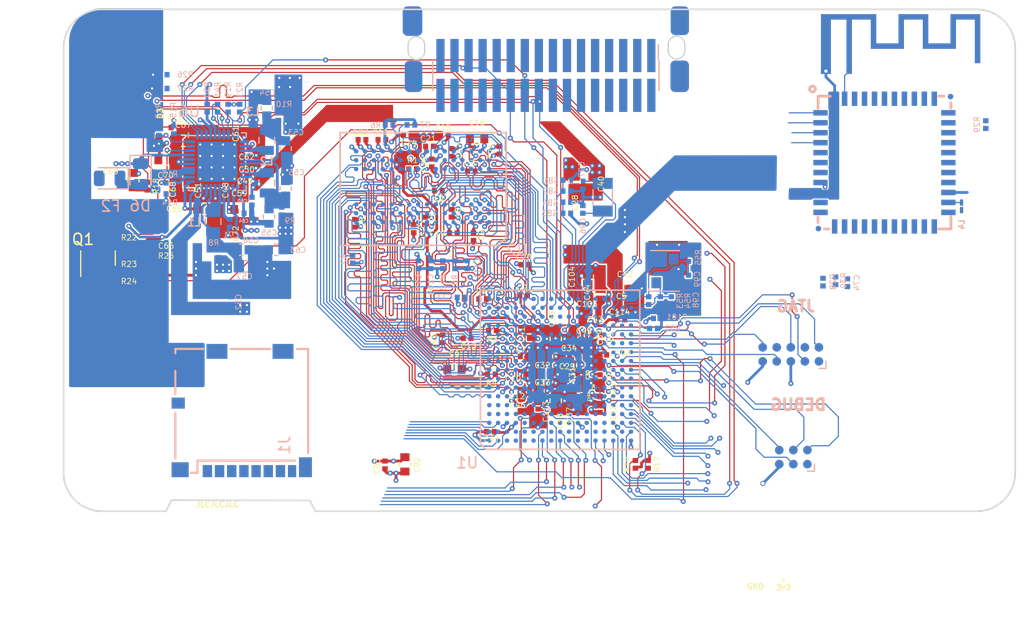
<source format=kicad_pcb>
(kicad_pcb (version 20211014) (generator pcbnew)
  (layers (0 "F.Cu" signal) (1 "In1.Cu" power) (2 "In2.Cu" power) (31 "B.Cu" signal) (34 "B.Paste" user) (35 "F.Paste" user) (36 "B.SilkS" user "B.Silkscreen") (37 "F.SilkS" user "F.Silkscreen") (38 "B.Mask" user) (39 "F.Mask" user) (44 "Edge.Cuts" user))
  (net 0 "")
  (net 1 "/PMIC PF1550/ON_KEY")
  (net 2 "/DDR/DQSL+")
  (net 3 "/DDR/DQSL-")
  (net 4 "/DDR/DQSU+")
  (net 5 "/DDR/DQSU-")
  (net 10 "Net-(D3-Pad2)")
  (net 13 "/DDR/ZQ")
  (net 14 "/DDR/CKE1")
  (net 15 "/DDR/CKE0")
  (net 16 "/DDR/RESET#")
  (net 17 "/DDR/ZQPAD")
  (net 18 "/DDR/CK-")
  (net 19 "/DDR/CK+")
  (net 20 "/DDR/ZQ1")
  (net 21 "/DDR/ODT1")
  (net 22 "/DDR/A14")
  (net 23 "/DDR/A6")
  (net 24 "/DDR/BA1")
  (net 25 "/DDR/A1")
  (net 26 "/DDR/A13")
  (net 27 "/DDR/A7")
  (net 28 "/DDR/CS1#")
  (net 29 "/DDR/WE#")
  (net 30 "/DDR/CAS#")
  (net 31 "/DDR/A8")
  (net 32 "/DDR/A2")
  (net 33 "/DDR/BA2")
  (net 34 "/DDR/A11")
  (net 35 "/DDR/A4")
  (net 36 "/DDR/A15")
  (net 37 "/DDR/A5")
  (net 38 "/DDR/A9")
  (net 39 "/DDR/A12")
  (net 40 "/DDR/A0")
  (net 41 "/DDR/BA0")
  (net 42 "/DDR/A3")
  (net 43 "/DDR/A10")
  (net 44 "/DDR/RAS#")
  (net 45 "/DDR/ODT0")
  (net 46 "/DDR/CS0#")
  (net 47 "/DDR/DQU5")
  (net 48 "/DDR/DQU4")
  (net 49 "/DDR/DQU7")
  (net 50 "/DDR/DQU6")
  (net 51 "/DDR/DQU3")
  (net 52 "/DDR/DMU")
  (net 53 "/DDR/DQL0")
  (net 54 "/DDR/DQL6")
  (net 55 "/DDR/DQL2")
  (net 56 "/DDR/DML")
  (net 57 "/DDR/DQL5")
  (net 58 "/DDR/DQU0")
  (net 59 "/DDR/DQU1")
  (net 60 "/DDR/DQL7")
  (net 61 "/DDR/DQU2")
  (net 62 "/DDR/DQL1")
  (net 63 "/DDR/DQL3")
  (net 64 "/DDR/DQL4")
  (net 65 "5V")
  (net 66 "DBG_TXD")
  (net 67 "DBG_RXD")
  (net 68 "DBG_RTS")
  (net 69 "DBG_CTS")
  (net 70 "OTG_D+")
  (net 71 "OTG_D-")
  (net 72 "OTG_VBUS")
  (net 73 "VSYS")
  (net 74 "DRAM_1V35")
  (net 75 "LICELL")
  (net 76 "/PMIC PF1550/VDDOTP")
  (net 77 "VDD_SOC_IN")
  (net 78 "DCDC_3V3")
  (net 79 "PMIC_STBY_REQ")
  (net 80 "PMIC_ON_REQ")
  (net 81 "POR_B")
  (net 82 "VDD_HIGH_IN")
  (net 83 "/PMIC PF1550/SW3OUT")
  (net 84 "/PMIC PF1550/SW2OUT")
  (net 85 "/PMIC PF1550/SW1OUT")
  (net 86 "/PMIC PF1550/CHGB")
  (net 87 "/PMIC PF1550/SW1LX")
  (net 88 "/PMIC PF1550/SW2LX")
  (net 89 "/PMIC PF1550/SW3LX")
  (net 90 "HUB_D+")
  (net 91 "HUB_D-")
  (net 92 "VREFDDR")
  (net 93 "VDD_HIGH_CAP")
  (net 94 "VDD_SNVS")
  (net 95 "NVCC_PLL_OUT")
  (net 96 "VDD_SOC_CAP")
  (net 97 "VDD_ARM_CAP")
  (net 98 "ETH_NINT")
  (net 99 "ETH_MDIO")
  (net 100 "ETH_RXER")
  (net 101 "ETH_TXD1")
  (net 102 "ETH_TXD0")
  (net 103 "ETH_RXEN")
  (net 104 "ETH_RXD1")
  (net 105 "ETH_TXCK")
  (net 106 "ETH_TXEN")
  (net 107 "ETH_RXD0")
  (net 108 "ETH_MDC")
  (net 109 "HUB_24MHZ")
  (net 110 "/PMIC PF1550/VCORE")
  (net 111 "/PMIC PF1550/VDIG")
  (net 112 "SD1_CD_B")
  (net 113 "Net-(Q1-Pad1)")
  (net 114 "Net-(D6-Pad2)")
  (net 115 "Net-(R13-Pad2)")
  (net 116 "PMIC_WDI")
  (net 117 "GND")
  (net 118 "SD1_D2")
  (net 119 "SD1_D3")
  (net 120 "SD1_CMD")
  (net 121 "SD1_CLK")
  (net 122 "SD1_D0")
  (net 123 "SD1_D1")
  (net 124 "CSI_DATA01")
  (net 125 "CSI_DATA00")
  (net 126 "CSI_DATA03")
  (net 127 "CSI_DATA02")
  (net 128 "CSI_DATA07")
  (net 129 "CSI_DATA05")
  (net 130 "CSI_DATA06")
  (net 131 "CSI_PIXCLK")
  (net 132 "CSI_MCLK")
  (net 133 "CSI_DATA04")
  (net 134 "CSI_HSYNC")
  (net 135 "CSI_VSYNC")
  (net 136 "/PMIC PF1550/STANDBY")
  (net 137 "BOARD_SDA")
  (net 138 "BOARD_SCL")
  (net 139 "UART2_RXD")
  (net 140 "UART2_CTS")
  (net 141 "UART2_TXD")
  (net 142 "UART2_RTS")
  (net 143 "UART4_TXD")
  (net 144 "UART4_RXD")
  (net 145 "/PMIC PF1550/POWERON")
  (net 146 "/IMX_Power_Pins/VDD_SNVS_CAP")
  (net 147 "/Clock_and_Control/RTC_XTALO")
  (net 148 "/Clock_and_Control/RTC_XTALI")
  (net 149 "/Clock_and_Control/IMX_XTALO")
  (net 150 "/Clock_and_Control/IMX_XTALI")
  (net 151 "/Clock_and_Control/JTAG_TDI")
  (net 152 "/Clock_and_Control/JTAG_TDO")
  (net 153 "/Clock_and_Control/JTAG_TCK")
  (net 154 "/Clock_and_Control/JTAG_TMS")
  (net 155 "/IMX_Peripherals_2/LCD_D23")
  (net 156 "/IMX_Peripherals_2/LCD_D21")
  (net 157 "/IMX_Peripherals_2/LCD_D20")
  (net 158 "/IMX_Peripherals_2/LCD_D19")
  (net 159 "/IMX_Peripherals_2/LCD_D17")
  (net 160 "/IMX_Peripherals_2/LCD_D16")
  (net 161 "/IMX_Peripherals_2/LCD_D15")
  (net 162 "/IMX_Peripherals_2/LCD_D14")
  (net 163 "/IMX_Peripherals_2/LCD_D12")
  (net 164 "/IMX_Peripherals_2/LCD_D13")
  (net 165 "/IMX_Peripherals_2/LCD_D11")
  (net 166 "/IMX_Peripherals_2/LCD_D10")
  (net 167 "/IMX_Peripherals_2/LCD_D9")
  (net 168 "/IMX_Peripherals_2/LCD_D8")
  (net 169 "/IMX_Peripherals_2/LCD_D6")
  (net 170 "/IMX_Peripherals_2/LCD_D7")
  (net 171 "/IMX_Peripherals_2/LCD_D5")
  (net 172 "/IMX_Peripherals_2/LCD_D4")
  (net 173 "/IMX_Peripherals_2/LCD_D3")
  (net 174 "/IMX_Peripherals_2/LCD_D2")
  (net 175 "/IMX_Peripherals_2/LCD_D0")
  (net 176 "/IMX_Peripherals_2/LCD_D1")
  (net 177 "/IMX_Peripherals_2/LCD_VSYNC")
  (net 178 "/IMX_Peripherals_2/LCD_HSYNC")
  (net 179 "/IMX_Peripherals_2/LCD_EN")
  (net 180 "/IMX_Peripherals_2/LCD_CLK")
  (net 181 "/IMX_Peripherals_2/LCD_RST")
  (net 182 "/Clock_and_Control/JTAG_MOD")
  (net 183 "/Clock_and_Control/BOOT1")
  (net 184 "/Clock_and_Control/BOOT0")
  (net 185 "VBATT")
  (net 186 "/IMX_Peripherals_1/TOUCH_SCL")
  (net 187 "/IMX_Peripherals_1/TOUCH_SS0")
  (net 188 "/IMX_Peripherals_1/TOUCH_MISO")
  (net 189 "/IMX_Peripherals_1/TOUCH_SDA")
  (net 190 "/IMX_Peripherals_1/TOUCH_SCLK")
  (net 191 "/IMX_Peripherals_1/TOUCH_MOSI")
  (net 192 "BATT_THM")
  (net 193 "DBG_SUSPEND")
  (net 194 "DBG_GPIO0")
  (net 195 "/IMX_Peripherals_2/VDDUSB_CAP")
  (net 196 "/Clock_and_Control/JTAG_TRST_B")
  (net 197 "NVCC_CSI")
  (net 198 "NVCC_SD")
  (net 199 "/Clock_and_Control/VDDA_ADC")
  (net 204 "SNVS3")
  (net 205 "SNVS1")
  (net 206 "SNVS0")
  (net 208 "/Clock_and_Control/SNVS8")
  (net 215 "A71_NRST")
  (net 217 "HUB_RESET")
  (net 218 "SNVS4")
  (net 219 "PMIC_INT")
  (net 220 "FLEXCAN1_RX")
  (net 221 "FLEXCAN1_TX")
  (net 222 "UART3_RXD")
  (net 223 "UART3_TXD")
  (net 224 "/IMX_Peripherals_2/CC1")
  (net 225 "/IMX_Peripherals_2/CC2")
  (net 226 "Net-(ANT1-Pad1)")
  (net 227 "/WIFI_BT/VIN_LDO")
  (net 236 "SDHC_DATA2")
  (net 237 "SDHC_DATA3")
  (net 238 "SDHC_CMD")
  (net 239 "SDHC_CLK")
  (net 240 "SDHC_DATA0")
  (net 241 "SDHC_DATA1")
  (net 242 "/WIFI_BT/VIN_LDO_OUT")
  (net 248 "/WIFI_BT/SDIO_VSEL")
  (net 252 "unconnected-(MOD1-Pad37)")
  (net 256 "SDHC_DATA7")
  (net 257 "SDHC_DATA6")
  (net 258 "SDHC_DATA5")
  (net 259 "SDHC_DATA4")
  (net 260 "DBG_GPIO1")
  (net 261 "BT_WAKE")
  (net 262 "UART_5_RXD")
  (net 263 "UART_5_TXD")
  (net 264 "BT_RST")
  (net 265 "RF69_INT")
  (net 266 "RF69_RESET")
  (footprint "Custom Components:C_0402_narrow" (layer "F.Cu") (at 65.363 52.1825 180)
    (fp_text reference "C29")
    (fp_text value "4.7uF")
  )
  (footprint "Custom Components:C_0402_narrow" (layer "F.Cu") (at 67.763 50.3825 -90)
    (fp_text reference "C39")
    (fp_text value "4.7uF")
  )
  (footprint "Custom Components:C_0402_narrow" (layer "F.Cu") (at 61.613 51.9825)
    (fp_text reference "C7")
    (fp_text value "0.22uF")
  )
  (footprint "Custom Components:C_0402_narrow" (layer "F.Cu") (at 55.063 33.5325 -90)
    (fp_text reference "C17")
    (fp_text value "0.22uF")
  )
  (footprint "Custom Components:C_0402_narrow" (layer "F.Cu") (at 46.313 39.9325 -90)
    (fp_text reference "C8")
    (fp_text value "0.22uF")
  )
  (footprint "Custom Components:C_0402_narrow" (layer "F.Cu") (at 57.038 41.1325 -90)
    (fp_text reference "C9")
    (fp_text value "0.22uF")
  )
  (footprint "Custom Components:C_0402_narrow" (layer "F.Cu") (at 55.213 40.8325)
    (fp_text reference "C19")
    (fp_text value "0.22uF")
  )
  (footprint "Custom Components:C_0402_narrow" (layer "F.Cu") (at 62.113 53.5825)
    (fp_text reference "C10")
    (fp_text value "0.22uF")
  )
  (footprint "Custom Components:C_0402_narrow" (layer "F.Cu") (at 61.713 43.6825)
    (fp_text reference "C20")
    (fp_text value "0.22uF")
  )
  (footprint "Custom Components:C_0402_narrow" (layer "F.Cu") (at 48.763 32.3825)
    (fp_text reference "C11")
    (fp_text value "0.22uF")
  )
  (footprint "Custom Components:C_0402_narrow" (layer "F.Cu") (at 53.063 32.9825)
    (fp_text reference "C21")
    (fp_text value "0.22uF")
  )
  (footprint "Custom Components:C_0402_narrow" (layer "F.Cu") (at 62.463 54.9825)
    (fp_text reference "C12")
    (fp_text value "0.22uF")
  )
  (footprint "Custom Components:C_0402_narrow" (layer "F.Cu") (at 46.963 32.3825)
    (fp_text reference "C22")
    (fp_text value "0.22uF")
  )
  (footprint "Custom Components:C_0402_narrow" (layer "F.Cu") (at 59.363 33.3325 90)
    (fp_text reference "C24")
    (fp_text value "0.22uF")
  )
  (footprint "Custom Components:C_0402_narrow" (layer "F.Cu") (at 52.638 39.7325 -90)
    (fp_text reference "C25")
    (fp_text value "0.22uF")
  )
  (footprint "Custom Components:C_0402_narrow" (layer "F.Cu") (at 53.263 34.4825 90)
    (fp_text reference "C26")
    (fp_text value "0.22uF")
  )
  (footprint "Custom Components:C_0402_narrow" (layer "F.Cu") (at 51.638 40.4325 -90)
    (fp_text reference "C27")
    (fp_text value "0.22uF")
  )
  (footprint "Custom Components:C_0402_narrow" (layer "F.Cu") (at 53.863 36.9825 180)
    (fp_text reference "C1")
    (fp_text value "2.2pF")
  )
  (footprint "Custom Components:C_0402_narrow" (layer "F.Cu") (at 56.838 35.2325)
    (fp_text reference "C3")
    (fp_text value "2.2pF")
  )
  (footprint "Custom Components:C_0402_narrow" (layer "F.Cu") (at 57.863 46.7825)
    (fp_text reference "C4")
    (fp_text value "2.2pF")
  )
  (footprint "Custom Components:C_0402_narrow" (layer "F.Cu") (at 56.463 50.3325 180)
    (fp_text reference "C13")
    (fp_text value "0.22uF")
  )
  (footprint "Custom Components:C_0402_narrow" (layer "F.Cu") (at 70.513 47.2325)
    (fp_text reference "C5")
    (fp_text value "0.22uF")
  )
  (footprint "Custom Components:C_0402_narrow" (layer "F.Cu") (at 66.763 53.6825 -90)
    (fp_text reference "C30")
    (fp_text value "0.22uF")
  )
  (footprint "Custom Components:C_0402_narrow" (layer "F.Cu") (at 67.813 36.2325 -90)
    (fp_text reference "C40")
    (fp_text value "0.22uF")
  )
  (footprint "Custom Components:C_0402_narrow" (layer "F.Cu") (at 66.413 50.4325 180)
    (fp_text reference "C45")
    (fp_text value "0.22uF")
  )
  (footprint "Custom Components:C_0402_narrow" (layer "F.Cu") (at 63.113 51.9825 180)
    (fp_text reference "C32")
    (fp_text value "0.22uF")
  )
  (footprint "Custom Components:C_0402_narrow" (layer "F.Cu") (at 66.763 54.7825)
    (fp_text reference "C36")
    (fp_text value "0.22uF")
  )
  (footprint "Custom Components:C_0402_narrow" (layer "F.Cu") (at 63.513 53.5825 180)
    (fp_text reference "C33")
    (fp_text value "0.22uF")
  )
  (footprint "Custom Components:C_0402_narrow" (layer "F.Cu") (at 62.113046 49.882854 90)
    (fp_text reference "C41")
    (fp_text value "0.22uF")
  )
  (footprint "LED_SMD:LED_0402_1005Metric" (layer "F.Cu") (at 28.613 31.6475 90)
    (fp_text reference "D3")
    (fp_text value "LED")
  )
  (footprint "Custom Components:R_0402_narrow" (layer "F.Cu") (at 58.652142 53.580918 180)
    (fp_text reference "R4")
    (fp_text value "10K")
  )
  (footprint "Custom Components:R_0402_narrow" (layer "F.Cu") (at 58.743012 49.63071 180)
    (fp_text reference "R3")
    (fp_text value "240")
  )
  (footprint "Custom Components:R_0402_narrow" (layer "F.Cu") (at 51.538 35.0325)
    (fp_text reference "R1")
    (fp_text value "470")
  )
  (footprint "Custom Components:R_0402_narrow" (layer "F.Cu") (at 30.063 31.2825)
    (fp_text reference "R11")
    (fp_text value "47")
  )
  (footprint "Custom Components:R_0402_narrow" (layer "F.Cu") (at 27.563 36.5825 -90)
    (fp_text reference "R18")
    (fp_text value "100K")
  )
  (footprint "Custom Components:R_0402_narrow" (layer "F.Cu") (at 54.263 50.3825 90)
    (fp_text reference "R5")
    (fp_text value "10K")
  )
  (footprint "Custom Components:R_0402_narrow" (layer "F.Cu") (at 25.913 41.9325 180)
    (fp_text reference "R22")
    (fp_text value "100K")
  )
  (footprint "Custom Components:R_0402_narrow" (layer "F.Cu") (at 25.913 42.8825 180)
    (fp_text reference "R23")
    (fp_text value "100K")
  )
  (footprint "Custom Components:R_0402_narrow" (layer "F.Cu") (at 25.913 44.3825 180)
    (fp_text reference "R24")
    (fp_text value "DNP")
  )
  (footprint "Custom Components:R_0402_narrow" (layer "F.Cu") (at 27.813 42.8825 180)
    (fp_text reference "R25")
    (fp_text value "100K")
  )
  (footprint "Package_TO_SOT_SMD:SOT-23" (layer "F.Cu") (at 23.113 43.0825 90)
    (fp_text reference "Q1")
    (fp_text value "2SK3018")
  )
  (footprint "Custom Components:C_0603_narrow" (layer "F.Cu") (at 30.813 32.4825)
    (fp_text reference "C67")
    (fp_text value "100uF")
  )
  (footprint "Custom Components:C_0603_narrow" (layer "F.Cu") (at 31.313 36.8825 90)
    (fp_text reference "C68")
    (fp_text value "100uF")
  )
  (footprint "Custom Components:C_0402_narrow" (layer "F.Cu") (at 51.063 31.9825 180)
    (fp_text reference "C14")
    (fp_text value "0.22uF")
  )
  (footprint "Custom Components:C_0402_narrow" (layer "F.Cu") (at 55.043012 39.03071 -90)
    (fp_text reference "C18")
    (fp_text value "0.22uF")
  )
  (footprint "Custom Components:C_0402_narrow" (layer "F.Cu") (at 65.263 53.7825 -90)
    (fp_text reference "C31")
    (fp_text value "0.22uF")
  )
  (footprint "Custom Components:C_0402_narrow" (layer "F.Cu") (at 66.813 51.9825)
    (fp_text reference "C34")
    (fp_text value "0.22uF")
  )
  (footprint "Custom Components:C_0402_narrow" (layer "F.Cu") (at 65.813 55.8825 -90)
    (fp_text reference "C37")
    (fp_text value "0.22uF")
  )
  (footprint "Custom Components:C_0603_narrow" (layer "F.Cu") (at 32.713 38.6325)
    (fp_text reference "C65")
    (fp_text value "0.1uF")
  )
  (footprint "Custom Components:C_0603_narrow" (layer "F.Cu") (at 67.363 44.7825 90)
    (fp_text reference "C104")
    (fp_text value "10uF")
  )
  (footprint "Custom Components:C_0603_narrow" (layer "F.Cu") (at 55.313 53.1325)
    (fp_text reference "C6")
    (fp_text value "10uF")
  )
  (footprint "Custom Components:C_0603_narrow" (layer "F.Cu") (at 66.163 36.1825 -90)
    (fp_text reference "C28")
    (fp_text value "22uF")
  )
  (footprint "Custom Components:C_0603_narrow" (layer "F.Cu") (at 64.463 55.9825 -90)
    (fp_text reference "C38")
    (fp_text value "22uF")
  )
  (footprint "Custom Components:C_0603_narrow" (layer "F.Cu") (at 64.463 50.3825 90)
    (fp_text reference "C35")
    (fp_text value "22uF")
  )
  (footprint "Custom Components:C_0603_narrow" (layer "F.Cu") (at 70.713 45.9825)
    (fp_text reference "C42")
    (fp_text value "10uF")
  )
  (footprint "Custom Components:C_0402_narrow" (layer "F.Cu") (at 61.562892 46.482862)
    (fp_text reference "C2")
    (fp_text value "2.2pF")
  )
  (footprint "Custom Components:C_0402_narrow" (layer "F.Cu") (at 66.913 55.8825 -90)
    (fp_text reference "C102")
    (fp_text value "0.22uF")
  )
  (footprint "Custom Components:C_0402_narrow" (layer "F.Cu") (at 68.463 55.2825 90)
    (fp_text reference "C95")
    (fp_text value "0.22uF")
  )
  (footprint "Custom Components:C_0402_narrow" (layer "F.Cu") (at 68.463 53.2825 90)
    (fp_text reference "C94")
    (fp_text value "0.22uF")
  )
  (footprint "Custom Components:C_0402_narrow" (layer "F.Cu") (at 49.038 61.7825 90)
    (fp_text reference "C93")
    (fp_text value "0.1uF")
  )
  (footprint "Custom Components:C_0603_narrow" (layer "F.Cu") (at 50.838 61.7325 90)
    (fp_text reference "C92")
    (fp_text value "22uF")
  )
  (footprint "Custom Components:C_0402_narrow" (layer "F.Cu") (at 62.463 55.9325)
    (fp_text reference "C46")
    (fp_text value "0.22uF")
  )
  (footprint "Custom Components:C_0402_narrow" (layer "F.Cu") (at 33.913 36.8325 90)
    (fp_text reference "C48")
    (fp_text value "4.7uF")
  )
  (footprint "Custom Components:C_0402_narrow" (layer "F.Cu") (at 36.263 35.4325 180)
    (fp_text reference "C49")
    (fp_text value "4.7uF")
  )
  (footprint "Custom Components:C_0402_narrow" (layer "F.Cu") (at 36.413 34.3825 180)
    (fp_text reference "C50")
    (fp_text value "4.7uF")
  )
  (footprint "Custom Components:C_0402_narrow" (layer "F.Cu") (at 32.863 36.8325 90)
    (fp_text reference "C51")
    (fp_text value "1uF")
  )
  (footprint "Custom Components:C_0402_narrow" (layer "F.Cu") (at 35.759046 36.532854 180)
    (fp_text reference "C59")
    (fp_text value "1uF")
  )
  (footprint "Custom Components:C_0402_narrow" (layer "F.Cu") (at 34.863 31.9825 -90)
    (fp_text reference "C61")
    (fp_text value "1uF")
  )
  (footprint "Custom Components:C_0402_narrow" (layer "F.Cu") (at 36.413 33.2325 180)
    (fp_text reference "C62")
    (fp_text value "4.7uF")
  )
  (footprint "Custom Components:C_0402_narrow" (layer "F.Cu") (at 27.813 41.9325)
    (fp_text reference "C66")
    (fp_text value "0.47uF")
  )
  (footprint "Custom Components:C_0402_narrow" (layer "F.Cu") (at 68.463 56.6825 90)
    (fp_text reference "C112")
    (fp_text value "0.1uF")
  )
  (footprint "Custom Components:C_0402_narrow" (layer "F.Cu") (at 62.878 57.0806 -90)
    (fp_text reference "C113")
    (fp_text value "0.1uF")
  )
  (footprint "Custom Components:C_0402_narrow" (layer "F.Cu") (at 68.713 51.8325 180)
    (fp_text reference "C100")
    (fp_text value "0.1uF")
  )
  (footprint "Custom Components:R_0402_narrow" (layer "F.Cu") (at 68.613 50.3825 -90)
    (fp_text reference "FB1")
    (fp_text value "Bead")
  )
  (footprint "Custom Components:C_0603_narrow" (layer "F.Cu") (at 26.309046 36.032854 90)
    (fp_text reference "C69")
    (fp_text value "4.7uF")
  )
  (footprint "Custom Components:C_0402_narrow" (layer "F.Cu") (at 35.563 39.1825 -90)
    (fp_text reference "C72")
    (fp_text value "1uF")
  )
  (footprint "Custom Components:C_0603_narrow" (layer "F.Cu") (at 29.213 34.1825 180)
    (fp_text reference "C70")
    (fp_text value "4.7uF")
  )
  (footprint "Custom Components:C_0402_narrow" (layer "F.Cu") (at 54.413 31.9825)
    (fp_text reference "C15")
    (fp_text value "0.22uF")
  )
  (footprint "Custom Components:C_0402_narrow" (layer "F.Cu") (at 67.913 47.9325 180)
    (fp_text reference "C43")
    (fp_text value "0.22uF")
  )
  (footprint "Custom Components:C_0402_narrow" (layer "F.Cu") (at 70.35 48.65)
    (fp_text reference "C114")
    (fp_text value "0.22uF")
  )
  (footprint "Custom Components:C_0603_narrow" (layer "F.Cu") (at 68.513 46.1825 90)
    (fp_text reference "C44")
    (fp_text value "10uF")
  )
  (footprint "Custom Components:C_0402_narrow" (layer "F.Cu") (at 67.163 46.5325 180)
    (fp_text reference "C103")
    (fp_text value "0.1uF")
  )
  (footprint "Custom Components:C_0402_narrow" (layer "F.Cu") (at 58.559046 58.782854 180)
    (fp_text reference "C47")
    (fp_text value "0.22uF")
  )
  (footprint "Custom Components:R_0402_narrow" (layer "F.Cu") (at 71.663 61.7325 90)
    (fp_text reference "R16")
    (fp_text value "4.7K")
  )
  (footprint "Custom Components:R_0402_narrow" (layer "F.Cu") (at 72.813 61.7325 -90)
    (fp_text reference "R17")
    (fp_text value "4.7K")
  )
  (footprint "Custom Components:C_0603_narrow" (layer "F.Cu") (at 57.363 32.2825)
    (fp_text reference "C16")
    (fp_text value "22uF")
  )
  (footprint "Custom Components:IMX6UL_BGA289" (layer "B.Cu") (at 64.863 53.1825)
    (fp_text reference "U1")
    (fp_text value "IMX6UL_BGA289")
  )
  (footprint "Custom Components:DDR3_BGA96" (layer "B.Cu") (at 52.438 36.6325 90)
    (fp_text reference "U2")
    (fp_text value "DDR3_BGA96")
  )
  (footprint "Oscillator:Oscillator_SMD_EuroQuartz_XO32-4Pin_3.2x2.5mm" (layer "B.Cu") (at 74.333 44.2425)
    (fp_text reference "XTAL2" hide)
    (fp_text value "24MHz 50ppm")
  )
  (footprint "Package_DFN_QFN:QFN-40-1EP_5x5mm_P0.4mm_EP3.6x3.6mm_ThermalVias" (layer "B.Cu") (at 33.8955 34.3695 -90)
    (fp_text reference "U6")
    (fp_text value "PF1550")
  )
  (footprint "Custom Components:C_0402_narrow" (layer "B.Cu") (at 55.913 46.6325 180)
    (fp_text reference "C23")
    (fp_text value "0.22uF")
  )
  (footprint "Custom Components:C_0402_narrow" (layer "B.Cu") (at 66.913 38.6825 90)
    (fp_text reference "C96")
    (fp_text value "18pF")
  )
  (footprint "Custom Components:C_0402_narrow" (layer "B.Cu") (at 66.913 36.4825 -90)
    (fp_text reference "C97")
    (fp_text value "18pF")
  )
  (footprint "Custom Components:C_0402_narrow" (layer "B.Cu") (at 74.913 46.9325 -90)
    (fp_text reference "C98")
    (fp_text value "18pF")
  )
  (footprint "Custom Components:C_0402_narrow" (layer "B.Cu") (at 76.459046 44.982854 -90)
    (fp_text reference "C99")
    (fp_text value "18pF")
  )
  (footprint "Custom Components:R_0402_narrow" (layer "B.Cu") (at 32.973 29.5325 -90)
    (fp_text reference "R20")
    (fp_text value "0R")
  )
  (footprint "Custom Components:R_0402_narrow" (layer "B.Cu") (at 29.613 36.2825 180)
    (fp_text reference "R13")
    (fp_text value "4.7K")
  )
  (footprint "Custom Components:R_0402_narrow" (layer "B.Cu") (at 34.013 42.6825 -90)
    (fp_text reference "R8")
    (fp_text value "0.02")
  )
  (footprint "Custom Components:R_0402_narrow" (layer "B.Cu") (at 39.713 38.8325 -90)
    (fp_text reference "R9")
    (fp_text value "0.02")
  )
  (footprint "Custom Components:R_0402_narrow" (layer "B.Cu") (at 39.413 30.2825 90)
    (fp_text reference "R10")
    (fp_text value "0.02")
  )
  (footprint "Custom Components:R_0402_narrow" (layer "B.Cu") (at 51.383 31.0425 180)
    (fp_text reference "R7")
    (fp_text value "240")
  )
  (footprint "Custom Components:R_0402_narrow" (layer "B.Cu") (at 29.953 31.4925 -90)
    (fp_text reference "R15")
    (fp_text value "100K")
  )
  (footprint "Custom Components:R_0402_narrow" (layer "B.Cu") (at 34.863 29.5325 90)
    (fp_text reference "R19")
    (fp_text value "100K")
  )
  (footprint "Custom Components:R_0402_narrow" (layer "B.Cu") (at 35.913 29.5325 90)
    (fp_text reference "R21")
    (fp_text value "100K")
  )
  (footprint "Custom Components:R_0402_narrow" (layer "B.Cu") (at 29.613 37.2825)
    (fp_text reference "R14")
    (fp_text value "DNP")
  )
  (footprint "Custom Components:R_0402_narrow" (layer "B.Cu") (at 73.913 46.9325 -90)
    (fp_text reference "R54")
    (fp_text value "499")
  )
  (footprint "Custom Components:R_0402_narrow" (layer "B.Cu") (at 72.863 46.9325 -90)
    (fp_text reference "R53")
    (fp_text value "1M")
  )
  (footprint "Custom Components:R_0402_narrow" (layer "B.Cu") (at 73.3 49.45 180)
    (fp_text reference "R52")
    (fp_text value "4.7K")
  )
  (footprint "Custom Components:R_0402_narrow" (layer "B.Cu") (at 28.613 32.3325 -90)
    (fp_text reference "R12")
    (fp_text value "DNP")
  )
  (footprint "Custom Components:R_0402_narrow" (layer "B.Cu") (at 46.11342 43.177104 -90)
    (fp_text reference "R2")
    (fp_text value "10K")
  )
  (footprint "Crystal:Crystal_SMD_3215-2Pin_3.2x1.5mm" (layer "B.Cu") (at 68.713 37.5825 -90)
    (fp_text reference "Y1" hide)
    (fp_text value "32.768 kHz")
  )
  (footprint "Custom Components:R_0402_narrow" (layer "B.Cu") (at 33.913 29.5325 90)
    (fp_text reference "R41")
    (fp_text value "0R")
  )
  (footprint "Diode_SMD:D_0805_2012Metric" (layer "B.Cu") (at 26.963 35.4825 -90)
    (fp_text reference "D6")
    (fp_text value "D_Schottky")
  )
  (footprint "Diode_SMD:D_0805_2012Metric" (layer "B.Cu") (at 24.163 35.8725 180)
    (fp_text reference "F2")
    (fp_text value "Polyfuse")
  )
  (footprint "Custom Components:C_0603_narrow" (layer "B.Cu") (at 40.063 33.1825 -90)
    (fp_text reference "C53")
    (fp_text value "10uF")
  )
  (footprint "Custom Components:C_0603_narrow" (layer "B.Cu") (at 38.363 29.5325 90)
    (fp_text reference "C54")
    (fp_text value "10uF")
  )
  (footprint "Custom Components:C_0603_narrow" (layer "B.Cu") (at 38.563 39.3325 -90)
    (fp_text reference "C55")
    (fp_text value "10uF")
  )
  (footprint "Custom Components:C_0603_narrow" (layer "B.Cu") (at 40.063 36.7825 90)
    (fp_text reference "C56")
    (fp_text value "10uF")
  )
  (footprint "Custom Components:C_0603_narrow" (layer "B.Cu") (at 36.463 43.8325)
    (fp_text reference "C57")
    (fp_text value "10uF")
  )
  (footprint "Custom Components:C_0603_narrow" (layer "B.Cu") (at 36.063 42.3325)
    (fp_text reference "C58")
    (fp_text value "10uF")
  )
  (footprint "Custom Components:C_0603_narrow" (layer "B.Cu") (at 39.213 42.3325 180)
    (fp_text reference "C63")
    (fp_text value "1uF")
  )
  (footprint "Custom Components:uSD_104031" (layer "B.Cu") (at 36.1 62.595 180)
    (fp_text reference "J1")
    (fp_text value "SD-104031")
  )
  (footprint "Custom Components:C_0402_narrow" (layer "B.Cu") (at 35.013 39.9325 -90)
    (fp_text reference "C71")
    (fp_text value "1uF")
  )
  (footprint "Custom Components:C_0402_narrow" (layer "B.Cu") (at 35.113 46.9325 90)
    (fp_text reference "C52")
    (fp_text value "4.7uF")
  )
  (footprint "Custom Components:C_0402_narrow" (layer "B.Cu") (at 53.162892 43.682862 90)
    (fp_text reference "C109")
    (fp_text value "0.1uF")
  )
  (footprint "Custom Components:C_0402_narrow" (layer "B.Cu") (at 56.462892 43.682862 -90)
    (fp_text reference "C111")
    (fp_text value "0.1uF")
  )
  (footprint "Custom Components:L_0805_narrow" (layer "B.Cu") (at 33.513 39.7825 90)
    (fp_text reference "L1")
    (fp_text value "1uH")
  )
  (footprint "Custom Components:L_0805_narrow" (layer "B.Cu") (at 38.363 36.2825 90)
    (fp_text reference "L2")
    (fp_text value "1uH")
  )
  (footprint "Custom Components:L_0805_narrow" (layer "B.Cu") (at 38.363 32.4325 -90)
    (fp_text reference "L3")
    (fp_text value "1uH")
  )
  (footprint "Custom Components:R_0402_narrow" (layer "B.Cu") (at 54.262892 43.682862 -90)
    (fp_text reference "R42")
    (fp_text value "1.5K")
  )
  (footprint "Custom Components:R_0402_narrow" (layer "B.Cu") (at 55.362892 43.682862 90)
    (fp_text reference "R51")
    (fp_text value "1.5K")
  )
  (footprint "Custom Components:C_0402_narrow" (layer "B.Cu") (at 52.062892 43.682862 90)
    (fp_text reference "C110")
    (fp_text value "4.7uF")
  )
  (footprint "Custom Components:C_0402_narrow" (layer "B.Cu") (at 73.65 48.5325)
    (fp_text reference "C101")
    (fp_text value "1uF")
  )
  (footprint "Custom Components:C_0402_narrow" (layer "B.Cu") (at 36.663 39.0325)
    (fp_text reference "C64")
    (fp_text value "1uF")
  )
  (footprint "Custom Components:C_0402_narrow" (layer "B.Cu") (at 37.013 37.9325 -90)
    (fp_text reference "C60")
    (fp_text value "4.7uF")
  )
  (footprint "Custom Components:R_0402_narrow" (layer "B.Cu") (at 49.413 31.0425)
    (fp_text reference "R6")
    (fp_text value "240")
  )
  (footprint "Custom Components:R_0402_narrow" (layer "B.Cu") (at 76.459046 43.032854 90)
    (fp_text reference "R55")
    (fp_text value "2.2M")
  )
  (footprint "Custom Components:R_0402_narrow" (layer "B.Cu") (at 65.463 36.0325)
    (fp_text reference "SB1")
    (fp_text value "4.7K")
  )
  (footprint "Custom Components:R_0402_narrow" (layer "B.Cu") (at 65.470999 37.0325)
    (fp_text reference "SB2")
    (fp_text value "4.7K")
  )
  (footprint "Custom Components:R_0402_narrow" (layer "B.Cu") (at 65.463 39.0325)
    (fp_text reference "SB3")
    (fp_text value "4.7K")
  )
  (footprint "Custom Components:R_0402_narrow" (layer "B.Cu") (at 65.463 38.0325)
    (fp_text reference "SB4")
    (fp_text value "4.7K")
  )
  (footprint "Inductor_SMD:L_01005_0402Metric_Pad0.57x0.30mm_HandSolder" (layer "B.Cu") (at 101.12431 38.4025 -90)
    (fp_text reference "L4")
    (fp_text value "3.3uH")
  )
  (footprint "RF_Antenna:Texas_SWRA117D_2.4GHz_Left" (layer "B.Cu") (at 90.974312 26.1775 180)
    (fp_text reference "ANT1" hide)
    (fp_text value "PCB_ANTENNA" hide)
  )
  (footprint "Connector:Tag-Connect_TC2050-IDC-FP_2x05_P1.27mm_Vertical" (layer "B.Cu") (at 85.701 51.788 180)
    (fp_text reference "J2" hide)
    (fp_text value "TAG_CONNECT_JTAG")
  )
  (footprint "Custom Components:R_0402_narrow" (layer "B.Cu") (at 88.60775 45.255463 90)
    (fp_text reference "R28")
    (fp_text value "1k")
  )
  (footprint "Custom Components:R_0402_narrow" (layer "B.Cu") (at 103.316812 31.0155 -90)
    (fp_text reference "R29")
    (fp_text value "1k")
  )
  (footprint "Connector:Tag-Connect_TC2030-IDC-FP_2x03_P1.27mm_Vertical" (layer "B.Cu") (at 85.931 61.078 180)
    (fp_text reference "J3" hide)
    (fp_text value "TC2030-IDC")
  )
  (footprint "Custom Components:C_0402_narrow" (layer "B.Cu") (at 90.815812 45.308999 -90)
    (fp_text reference "C74")
    (fp_text value "4.7F")
  )
  (footprint "Custom Components:R_0402_narrow" (layer "B.Cu") (at 29 27.75 180)
    (fp_text reference "R27")
    (fp_text value "5.1k")
  )
  (footprint "TE_DTM1312PA12PBR008:PinSocket_2x16_P1.27mm_Vertical_SMD" (layer "B.Cu") (at 63.575162 26.5725 90)
    (fp_text reference "J2" hide)
    (fp_text value "Conn_02x15_Odd_Even_Shielded")
    (fp_line (start 2.2 -12.45) (end 2.75 -12.45) (layer "Edge.Cuts") (width 0.12))
    (fp_line (start 2.25 11.05) (end 2.8 11.05) (layer "Edge.Cuts") (width 0.12))
    (fp_line (start 2.25 12.55) (end 2.8 12.55) (layer "Edge.Cuts") (width 0.12))
    (fp_line (start 2.2 -10.95) (end 2.75 -10.95) (layer "Edge.Cuts") (width 0.12))
    (fp_arc (start 2.25 12.55) (mid 1.5 11.8) (end 2.25 11.05) (layer "Edge.Cuts") (width 0.12))
    (fp_arc (start 2.75 -12.45) (mid 3.5 -11.7) (end 2.75 -10.95) (layer "Edge.Cuts") (width 0.12))
    (fp_arc (start 2.8 11.05) (mid 3.55 11.8) (end 2.8 12.55) (layer "Edge.Cuts") (width 0.12))
    (fp_arc (start 2.2 -10.95) (mid 1.45 -11.7) (end 2.2 -12.45) (layer "Edge.Cuts") (width 0.12))
  )
  (footprint "Custom Components:R_0402_narrow" (layer "B.Cu") (at 89.741812 45.1345 90)
    (fp_text reference "R30")
    (fp_text value "7.13")
  )
  (footprint "Custom Components:RL-SM02BD(RTL8723BS)" (layer "B.Cu") (at 94.161812 34.451013 -90)
    (fp_text reference "MOD1" hide)
    (fp_text value "RTL8723BS")
  )
  (footprint "Custom Components:R_0402_narrow" (layer "B.Cu") (at 29 26.5 180)
    (fp_text reference "R26")
    (fp_text value "5.1k")
  )
  (gr_line (start 85.04 72.38) (end 85.04 72.05) (layer "F.SilkS") (width 0.15))
  (gr_line (start 20 24.1) (end 20 62.475) (layer "Edge.Cuts") (width 0.15))
  (gr_line (start 102.475 20.6) (end 50.1 20.6) (layer "Edge.Cuts") (width 0.15))
  (gr_line (start 50.1 20.6) (end 23.5 20.6) (layer "Edge.Cuts") (width 0.15))
  (gr_arc (start 23.5 65.975) (mid 21.025126 64.949874) (end 20 62.475) (layer "Edge.Cuts") (width 0.15))
  (gr_arc (start 105.975 62.475) (mid 104.949874 64.949874) (end 102.475 65.975) (layer "Edge.Cuts") (width 0.15))
  (gr_arc (start 102.475 20.6) (mid 104.949874 21.625126) (end 105.975 24.1) (layer "Edge.Cuts") (width 0.15))
  (gr_line (start 105.975 24.1) (end 105.975 62.475) (layer "Edge.Cuts") (width 0.15))
  (gr_line (start 29.75 64.975) (end 42.25 65) (layer "Edge.Cuts") (width 0.15))
  (gr_line (start 42.25 65) (end 42.75 65.975) (layer "Edge.Cuts") (width 0.15))
  (gr_arc (start 20 24.1) (mid 21.025126 21.625126) (end 23.5 20.6) (layer "Edge.Cuts") (width 0.15))
  (gr_line (start 23.5 65.975) (end 29.25 65.975) (layer "Edge.Cuts") (width 0.15))
  (gr_line (start 42.75 65.975) (end 102.475 65.975) (layer "Edge.Cuts") (width 0.15))
  (gr_line (start 29.25 65.975) (end 29.75 64.975) (layer "Edge.Cuts") (width 0.15))
  (gr_text "JTAG" (at 86.160001 47.43) (layer "B.SilkS") (effects (font (size 1 1) (thickness 0.25)) (justify mirror)))
  (gr_text "DEBUG" (at 86.38 56.34) (layer "B.SilkS") (effects (font (size 1 1) (thickness 0.25)) (justify mirror)))
  (gr_text "3v3" (at 85.04 72.86) (layer "F.SilkS") (effects (font (size 0.5 0.5) (thickness 0.1))))
  (gr_text "GND" (at 82.5 72.77) (layer "F.SilkS") (effects (font (size 0.5 0.5) (thickness 0.1))))
  (gr_text "JLCJLCJLC" (at 33.9 65.36) (layer "F.SilkS") (effects (font (size 0.5 0.5) (thickness 0.1))))
  (segment (start 28.7955 29.4) (end 27.213 30.9825) (width 0.1016) (layer "F.Cu") (net 1))
  (segment (start 34.825738 30.678256) (end 34.825738 30.175738) (width 0.1016) (layer "F.Cu") (net 1))
  (segment (start 34.825738 30.175738) (end 34.05 29.4) (width 0.1016) (layer "F.Cu") (net 1))
  (segment (start 27.213 35.0325) (end 27.613 35.4325) (width 0.1016) (layer "F.Cu") (net 1))
  (segment (start 34.05 29.4) (end 28.7955 29.4) (width 0.1016) (layer "F.Cu") (net 1))
  (segment (start 27.213 30.9825) (end 27.213 35.0325) (width 0.1016) (layer "F.Cu") (net 1))
  (segment (start 27.613 35.4325) (end 27.613 36.2825) (width 0.1016) (layer "F.Cu") (net 1))
  (via (at 34.825738 30.678256) (size 0.45) (drill 0.2) (layers "F.Cu" "B.Cu") (net 1))
  (segment (start 34.863 30.715518) (end 34.863 31.8825) (width 0.1016) (layer "B.Cu") (net 1))
  (segment (start 34.825738 30.678256) (end 34.863 30.715518) (width 0.1016) (layer "B.Cu") (net 1))
  (segment (start 54.320922 37.603048) (end 54.207384 37.48951) (width 0.1016) (layer "F.Cu") (net 2))
  (segment (start 62.283568 48.634776) (end 62.284076 48.41786) (width 0.1016) (layer "F.Cu") (net 2))
  (segment (start 61.416666 46.081568) (end 61.66711 45.831124) (width 0.1016) (layer "F.Cu") (net 2))
  (segment (start 62.283568 48.634776) (end 62.283568 48.662332) (width 0.1016) (layer "F.Cu") (net 2))
  (segment (start 61.66711 45.831124) (end 61.66711 45.1946) (width 0.1016) (layer "F.Cu") (net 2))
  (segment (start 61.196702 46.219998) (end 61.335132 46.081568) (width 0.1016) (layer "F.Cu") (net 2))
  (segment (start 61.339196 47.47298) (end 61.339196 46.652052) (width 0.1016) (layer "F.Cu") (net 2))
  (segment (start 61.66711 45.1946) (end 61.214736 44.742226) (width 0.1016) (layer "F.Cu") (net 2))
  (segment (start 60.755504 44.742226) (end 60.583292 44.570014) (width 0.1016) (layer "F.Cu") (net 2))
  (segment (start 60.583292 44.570014) (end 60.583292 44.38053) (width 0.1016) (layer "F.Cu") (net 2))
  (segment (start 62.283568 48.662332) (end 62.163046 48.782854) (width 0.1016) (layer "F.Cu") (net 2))
  (segment (start 54.207384 37.48951) (end 54.207384 36.96119) (width 0.1016) (layer "F.Cu") (net 2))
  (segment (start 61.335132 46.081568) (end 61.416666 46.081568) (width 0.1016) (layer "F.Cu") (net 2))
  (segment (start 62.163046 48.782854) (end 62.063046 48.782854) (width 0.1016) (layer "F.Cu") (net 2))
  (segment (start 62.284076 48.41786) (end 61.339196 47.47298) (width 0.1016) (layer "F.Cu") (net 2))
  (segment (start 61.214736 44.742226) (end 60.755504 44.742226) (width 0.1016) (layer "F.Cu") (net 2))
  (segment (start 61.196702 46.509558) (end 61.196702 46.219998) (width 0.1016) (layer "F.Cu") (net 2))
  (via (at 62.063046 48.782854) (size 0.45) (drill 0.2) (layers "F.Cu" "B.Cu") (net 2))
  (via (at 60.583292 44.38053) (size 0.45) (drill 0.2) (layers "F.Cu" "B.Cu") (net 2))
  (via (at 54.320922 37.603048) (size 0.45) (drill 0.2) (layers "F.Cu" "B.Cu") (net 2))
  (segment (start 60.143618 43.75188) (end 59.346312 43.75188) (width 0.1016) (layer "B.Cu") (net 2))
  (segment (start 60.583292 44.38053) (end 60.583292 44.191554) (width 0.1016) (layer "B.Cu") (net 2))
  (segment (start 59.784208 40.161336) (end 59.519032 39.89616) (width 0.1016) (layer "B.Cu") (net 2))
  (segment (start 54.121278 38.392226) (end 54.265296 38.392226) (width 0.1016) (layer "B.Cu") (net 2))
  (segment (start 58.877174 43.282742) (end 58.877174 42.049826) (width 0.1016) (layer "B.Cu") (net 2))
  (segment (start 54.320922 37.329236) (end 54.320922 37.603048) (width 0.1016) (layer "B.Cu") (net 2))
  (segment (start 59.680068 36.84181) (end 54.808348 36.84181) (width 0.1016) (layer "B.Cu") (net 2))
  (segment (start 53.99885 38.083108) (end 53.99885 38.269798) (width 0.1016) (layer "B.Cu") (net 2))
  (segment (start 60.794366 37.956108) (end 59.680068 36.84181) (width 0.1016) (layer "B.Cu") (net 2))
  (segment (start 58.877174 42.049826) (end 59.336152 41.590848) (width 0.1016) (layer "B.Cu") (net 2))
  (segment (start 54.320922 37.761036) (end 53.99885 38.083108) (width 0.1016) (layer "B.Cu") (net 2))
  (segment (start 60.583292 44.191554) (end 60.143618 43.75188) (width 0.1016) (layer "B.Cu") (net 2))
  (segment (start 54.320922 37.603048) (end 54.320922 37.761036) (width 0.1016) (layer "B.Cu") (net 2))
  (segment (start 62.263001 48.982501) (end 62.262693 48.982501) (width 0.1016) (layer "B.Cu") (net 2))
  (segment (start 59.519032 39.89616) (end 59.519032 38.896924) (width 0.1016) (layer "B.Cu") (net 2))
  (segment (start 60.156064 41.413302) (end 60.156064 40.270048) (width 0.1016) (layer "B.Cu") (net 2))
  (segment (start 60.047352 40.161336) (end 59.784208 40.161336) (width 0.1016) (layer "B.Cu") (net 2))
  (segment (start 54.265296 38.392226) (end 54.425316 38.232206) (width 0.1016) (layer "B.Cu") (net 2))
  (segment (start 54.808348 36.84181) (end 54.320922 37.329236) (width 0.1016) (layer "B.Cu") (net 2))
  (segment (start 60.65492 38.631748) (end 60.794366 38.492302) (width 0.1016) (layer "B.Cu") (net 2))
  (segment (start 60.156064 40.270048) (end 60.047352 40.161336) (width 0.1016) (layer "B.Cu") (net 2))
  (segment (start 59.346312 43.75188) (end 58.877174 43.282742) (width 0.1016) (layer "B.Cu") (net 2))
  (segment (start 62.262693 48.982501) (end 62.063046 48.782854) (width 0.1016) (layer "B.Cu") (net 2))
  (segment (start 62.463 49.1825) (end 62.263001 48.982501) (width 0.1016) (layer "B.Cu") (net 2))
  (segment (start 59.784208 38.631748) (end 60.65492 38.631748) (width 0.1016) (layer "B.Cu") (net 2))
  (segment (start 59.978518 41.590848) (end 60.156064 41.413302) (width 0.1016) (layer "B.Cu") (net 2))
  (segment (start 60.794366 38.492302) (end 60.794366 37.956108) (width 0.1016) (layer "B.Cu") (net 2))
  (segment (start 59.336152 41.590848) (end 59.978518 41.590848) (width 0.1016) (layer "B.Cu") (net 2))
  (segment (start 59.519032 38.896924) (end 59.784208 38.631748) (width 0.1016) (layer "B.Cu") (net 2))
  (segment (start 53.99885 38.269798) (end 54.121278 38.392226) (width 0.1016) (layer "B.Cu") (net 2))
  (segment (start 61.618596 46.9345) (end 61.94651 46.606586) (width 0.1016) (layer "F.Cu") (net 3))
  (segment (start 62.56373 48.30229) (end 61.618596 47.357156) (width 0.1016) (layer "F.Cu") (net 3))
  (segment (start 61.94651 46.509558) (end 61.94651 45.078522) (width 0.1016) (layer "F.Cu") (net 3))
  (segment (start 62.563476 48.682424) (end 62.563476 48.583284) (width 0.1016) (layer "F.Cu") (net 3))
  (segment (start 62.563476 48.5474) (end 62.563476 48.583284) (width 0.1016) (layer "F.Cu") (net 3))
  (segment (start 62.563046 48.682854) (end 62.563476 48.682424) (width 0.1016) (layer "F.Cu") (net 3))
  (segment (start 62.663046 48.782854) (end 62.563046 48.682854) (width 0.1016) (layer "F.Cu") (net 3))
  (segment (start 61.94651 45.078522) (end 61.160888 44.2929) (width 0.1016) (layer "F.Cu") (net 3))
  (segment (start 62.563476 48.5474) (end 62.56373 48.30229) (width 0.1016) (layer "F.Cu") (net 3))
  (segment (start 53.457576 37.4349) (end 53.457576 36.96119) (width 0.1016) (layer "F.Cu") (net 3))
  (segment (start 53.71945 37.696774) (end 53.457576 37.4349) (width 0.1016) (layer "F.Cu") (net 3))
  (segment (start 61.618596 47.357156) (end 61.618596 46.9345) (width 0.1016) (layer "F.Cu") (net 3))
  (segment (start 62.863354 48.782854) (end 62.663046 48.782854) (width 0.1016) (layer "F.Cu") (net 3))
  (via (at 62.863354 48.782854) (size 0.45) (drill 0.2) (layers "F.Cu" "B.Cu") (net 3))
  (via (at 61.160888 44.2929) (size 0.45) (drill 0.2) (layers "F.Cu" "B.Cu") (net 3))
  (via (at 53.71945 37.696774) (size 0.45) (drill 0.2) (layers "F.Cu" "B.Cu") (net 3))
  (segment (start 60.770744 38.911148) (end 61.073766 38.608126) (width 0.1016) (layer "B.Cu") (net 3))
  (segment (start 59.798432 39.012748) (end 59.900032 38.911148) (width 0.1016) (layer "B.Cu") (net 3))
  (segment (start 60.435464 41.529126) (end 60.435464 40.154224) (width 0.1016) (layer "B.Cu") (net 3))
  (segment (start 60.435464 40.154224) (end 60.163176 39.881936) (width 0.1016) (layer "B.Cu") (net 3))
  (segment (start 53.71945 37.696774) (end 53.71945 38.137972) (width 0.1016) (layer "B.Cu") (net 3))
  (segment (start 59.156574 43.166918) (end 59.156574 42.16565) (width 0.1016) (layer "B.Cu") (net 3))
  (segment (start 61.073512 44.205524) (end 60.992486 44.205524) (width 0.1016) (layer "B.Cu") (net 3))
  (segment (start 53.71945 37.535484) (end 53.71945 37.696774) (width 0.1016) (layer "B.Cu") (net 3))
  (segment (start 59.795892 36.56241) (end 54.692524 36.56241) (width 0.1016) (layer "B.Cu") (net 3))
  (segment (start 60.992486 44.205524) (end 60.259442 43.47248) (width 0.1016) (layer "B.Cu") (net 3))
  (segment (start 59.156574 42.16565) (end 59.451976 41.870248) (width 0.1016) (layer "B.Cu") (net 3))
  (segment (start 60.163176 39.881936) (end 59.900032 39.881936) (width 0.1016) (layer "B.Cu") (net 3))
  (segment (start 60.094342 41.870248) (end 60.435464 41.529126) (width 0.1016) (layer "B.Cu") (net 3))
  (segment (start 59.900032 38.911148) (end 60.770744 38.911148) (width 0.1016) (layer "B.Cu") (net 3))
  (segment (start 59.900032 39.881936) (end 59.798432 39.780336) (width 0.1016) (layer "B.Cu") (net 3))
  (segment (start 61.073766 37.840284) (end 59.795892 36.56241) (width 0.1016) (layer "B.Cu") (net 3))
  (segment (start 60.259442 43.47248) (end 59.462136 43.47248) (width 0.1016) (layer "B.Cu") (net 3))
  (segment (start 59.462136 43.47248) (end 59.156574 43.166918) (width 0.1016) (layer "B.Cu") (net 3))
  (segment (start 54.692524 36.56241) (end 53.71945 37.535484) (width 0.1016) (layer "B.Cu") (net 3))
  (segment (start 61.160888 44.2929) (end 61.073512 44.205524) (width 0.1016) (layer "B.Cu") (net 3))
  (segment (start 63.263 49.1825) (end 62.863354 48.782854) (width 0.1016) (layer "B.Cu") (net 3))
  (segment (start 59.798432 39.780336) (end 59.798432 39.012748) (width 0.1016) (layer "B.Cu") (net 3))
  (segment (start 61.073766 38.608126) (end 61.073766 37.840284) (width 0.1016) (layer "B.Cu") (net 3))
  (segment (start 59.451976 41.870248) (end 60.094342 41.870248) (width 0.1016) (layer "B.Cu") (net 3))
  (segment (start 58.0629 47.9826) (end 57.9326 47.9826) (width 0.1016) (layer "F.Cu") (net 4))
  (segment (start 60.044304 36.135944) (end 60.044304 36.745544) (width 0.1016) (layer "F.Cu") (net 4))
  (segment (start 60.21296 35.967288) (end 60.044304 36.135944) (width 0.1016) (layer "F.Cu") (net 4))
  (segment (start 60.837546 41.553002) (end 60.837546 36.174806) (width 0.1016) (layer "F.Cu") (net 4))
  (segment (start 57.483984 46.71606) (end 57.785482 46.414562) (width 0.1016) (layer "F.Cu") (net 4))
  (segment (start 57.785482 46.414562) (end 57.785482 45.941106) (width 0.1016) (layer "F.Cu") (net 4))
  (segment (start 57.48 47.53) (end 57.48 46.875144) (width 0.1016) (layer "F.Cu") (net 4))
  (segment (start 60.837546 36.174806) (end 60.630028 35.967288) (width 0.1016) (layer "F.Cu") (net 4))
  (segment (start 57.785482 45.941106) (end 58.922894 44.803694) (width 0.1016) (layer "F.Cu") (net 4))
  (segment (start 60.609962 41.780586) (end 60.837546 41.553002) (width 0.1016) (layer "F.Cu") (net 4))
  (segment (start 58.901304 36.214176) (end 58.660766 35.973638) (width 0.1016) (layer "F.Cu") (net 4))
  (segment (start 56.409818 35.572826) (end 56.409818 35.475798) (width 0.1016) (layer "F.Cu") (net 4))
  (segment (start 58.01586 36.5332) (end 57.62343 36.92563) (width 0.1016) (layer "F.Cu") (net 4))
  (segment (start 58.922894 44.803694) (end 58.922894 42.403902) (width 0.1016) (layer "F.Cu") (net 4))
  (segment (start 59.779128 37.01072) (end 59.16648 37.01072) (width 0.1016) (layer "F.Cu") (net 4))
  (segment (start 57.085712 36.92563) (end 56.71665 36.556568) (width 0.1016) (layer "F.Cu") (net 4))
  (segment (start 56.409818 35.475798) (end 56.409818 34.663506) (width 0.1016) (layer "F.Cu") (net 4))
  (segment (start 57.48 46.875144) (end 57.450964 46.846108) (width 0.1016) (layer "F.Cu") (net 4))
  (segment (start 57.9326 47.9826) (end 57.48 47.53) (width 0.1016) (layer "F.Cu") (net 4))
  (segment (start 57.62343 36.92563) (end 57.085712 36.92563) (width 0.1016) (layer "F.Cu") (net 4))
  (segment (start 59.54621 41.780586) (end 60.609962 41.780586) (width 0.1016) (layer "F.Cu") (net 4))
  (segment (start 59.16648 37.01072) (end 58.901304 36.745544) (width 0.1016) (layer "F.Cu") (net 4))
  (segment (start 56.71665 36.556568) (end 56.71665 35.879658) (width 0.1016) (layer "F.Cu") (net 4))
  (segment (start 58.01586 36.175822) (end 58.01586 36.5332) (width 0.1016) (layer "F.Cu") (net 4))
  (segment (start 58.901304 36.745544) (end 58.901304 36.214176) (width 0.1016) (layer "F.Cu") (net 4))
  (segment (start 58.660766 35.973638) (end 58.218044 35.973638) (width 0.1016) (layer "F.Cu") (net 4))
  (segment (start 58.218044 35.973638) (end 58.01586 36.175822) (width 0.1016) (layer "F.Cu") (net 4))
  (segment (start 60.044304 36.745544) (end 59.779128 37.01072) (width 0.1016) (layer "F.Cu") (net 4))
  (segment (start 56.71665 35.879658) (end 56.409818 35.572826) (width 0.1016) (layer "F.Cu") (net 4))
  (segment (start 58.922894 42.403902) (end 59.54621 41.780586) (width 0.1016) (layer "F.Cu") (net 4))
  (segment (start 60.630028 35.967288) (end 60.21296 35.967288) (width 0.1016) (layer "F.Cu") (net 4))
  (via (at 58.0629 47.9826) (size 0.45) (drill 0.2) (layers "F.Cu" "B.Cu") (net 4))
  (via (at 56.438 34.6325) (size 0.45) (drill 0.2) (layers "F.Cu" "B.Cu") (net 4))
  (segment (start 56.838 35.0325) (end 56.438 34.6325) (width 0.1016) (layer "B.Cu") (net 4))
  (segment (start 58.463 47.5825) (end 58.0629 47.9826) (width 0.1016) (layer "B.Cu") (net 4))
  (segment (start 57.240652 35.394772) (end 57.240652 34.66249) (width 0.1016) (layer "F.Cu") (net 5))
  (segment (start 58.77659 35.694238) (end 58.10222 35.694238) (width 0.1016) (layer "F.Cu") (net 5))
  (segment (start 59.202294 42.519726) (end 59.662034 42.059986) (width 0.1016) (layer "F.Cu") (net 5))
  (segment (start 59.180704 36.62972) (end 59.180704 36.098352) (width 0.1016) (layer "F.Cu") (net 5))
  (segment (start 60.097136 35.687888) (end 59.764904 36.02012) (width 0.1016) (layer "F.Cu") (net 5))
  (segment (start 58.01 47.28) (end 58.054408 47.28) (width 0.1016) (layer "F.Cu") (net 5))
  (segment (start 59.663304 36.73132) (end 59.282304 36.73132) (width 0.1016) (layer "F.Cu") (net 5))
  (segment (start 59.180704 36.098352) (end 58.77659 35.694238) (width 0.1016) (layer "F.Cu") (net 5))
  (segment (start 59.764904 36.62972) (end 59.663304 36.73132) (width 0.1016) (layer "F.Cu") (net 5))
  (segment (start 59.662034 42.059986) (end 60.725786 42.059986) (width 0.1016) (layer "F.Cu") (net 5))
  (segment (start 57.73646 36.417376) (end 57.507606 36.64623) (width 0.1016) (layer "F.Cu") (net 5))
  (segment (start 57.201536 36.64623) (end 56.99605 36.440744) (width 0.1016) (layer "F.Cu") (net 5))
  (segment (start 59.764904 36.02012) (end 59.764904 36.62972) (width 0.1016) (layer "F.Cu") (net 5))
  (segment (start 61.116946 41.668826) (end 61.116946 36.058982) (width 0.1016) (layer "F.Cu") (net 5))
  (segment (start 58.233792 47.100616) (end 58.233792 46.813088) (width 0.1016) (layer "F.Cu") (net 5))
  (segment (start 56.99605 36.440744) (end 56.99605 35.639374) (width 0.1016) (layer "F.Cu") (net 5))
  (segment (start 60.745852 35.687888) (end 60.097136 35.687888) (width 0.1016) (layer "F.Cu") (net 5))
  (segment (start 61.116946 36.058982) (end 60.745852 35.687888) (width 0.1016) (layer "F.Cu") (net 5))
  (segment (start 58.064882 46.05693) (end 59.202294 44.919518) (width 0.1016) (layer "F.Cu") (net 5))
  (segment (start 58.054408 47.28) (end 58.233792 47.100616) (width 0.1016) (layer "F.Cu") (net 5))
  (segment (start 57.159626 35.475798) (end 57.240652 35.394772) (width 0.1016) (layer "F.Cu") (net 5))
  (segment (start 57.507606 36.64623) (end 57.201536 36.64623) (width 0.1016) (layer "F.Cu") (net 5))
  (segment (start 59.202294 44.919518) (end 59.202294 42.519726) (width 0.1016) (layer "F.Cu") (net 5))
  (segment (start 58.064882 46.644178) (end 58.064882 46.05693) (width 0.1016) (layer "F.Cu") (net 5))
  (segment (start 58.10222 35.694238) (end 57.73646 36.059998) (width 0.1016) (layer "F.Cu") (net 5))
  (segment (start 56.99605 35.639374) (end 57.159626 35.475798) (width 0.1016) (layer "F.Cu") (net 5))
  (segment (start 57.73646 36.059998) (end 57.73646 36.417376) (width 0.1016) (layer "F.Cu") (net 5))
  (segment (start 60.725786 42.059986) (end 61.116946 41.668826) (width 0.1016) (layer "F.Cu") (net 5))
  (segment (start 59.282304 36.73132) (end 59.180704 36.62972) (width 0.1016) (layer "F.Cu") (net 5))
  (via (at 57.238 34.6325) (size 0.45) (drill 0.2) (layers "F.Cu" "B.Cu") (net 5))
  (via (at 58.01 47.28) (size 0.45) (drill 0.2) (layers "F.Cu" "B.Cu") (net 5))
  (segment (start 58.049836 47.28) (end 58.108824 47.221012) (width 0.1016) (layer "B.Cu") (net 5))
  (segment (start 58.975218 47.582962) (end 59.263 47.582962) (width 0.1016) (layer "B.Cu") (net 5))
  (segment (start 58.01 47.28) (end 58.049836 47.28) (width 0.1016) (layer "B.Cu") (net 5))
  (segment (start 57.638 35.0325) (end 57.238 34.6325) (width 0.1016) (layer "B.Cu") (net 5))
  (segment (start 58.108824 47.221012) (end 58.613268 47.221012) (width 0.1016) (layer "B.Cu") (net 5))
  (segment (start 58.613268 47.221012) (end 58.975218 47.582962) (width 0.1016) (layer "B.Cu") (net 5))
  (segment (start 28.663 31.2325) (end 29.763 31.2325) (width 0.1016) (layer "F.Cu") (net 10))
  (segment (start 50.03 31.6995) (end 49.763 31.4325) (width 0.1016) (layer "B.Cu") (net 13))
  (segment (start 49.763 31.4325) (end 49.763 31.0425) (width 0.1016) (layer "B.Cu") (net 13))
  (segment (start 50.438 34.2325) (end 50.03 33.8245) (width 0.1016) (layer "B.Cu") (net 13))
  (segment (start 50.03 33.8245) (end 50.03 31.6995) (width 0.1016) (layer "B.Cu") (net 13))
  (segment (start 47.455302 33.42805) (end 47.013088 33.870264) (width 0.1016) (layer "F.Cu") (net 14))
  (segment (start 59.66613 53.58387) (end 59.665114 53.582854) (width 0.1016) (layer "F.Cu") (net 14))
  (segment (start 47.013088 33.870264) (end 47.013088 35.782122) (width 0.1016) (layer "F.Cu") (net 14))
  (segment (start 47.800488 36.569522) (end 47.800488 47.98225) (width 0.1016) (layer "F.Cu") (net 14))
  (segment (start 53.837306 54.019068) (end 58.670164 54.019068) (width 0.1016) (layer "F.Cu") (net 14))
  (segment (start 47.800488 47.98225) (end 53.837306 54.019068) (width 0.1016) (layer "F.Cu") (net 14))
  (segment (start 49.64656 33.42805) (end 47.455302 33.42805) (width 0.1016) (layer "F.Cu") (net 14))
  (segment (start 59.665114 53.582854) (end 59.01697 53.582854) (width 0.1016) (layer "F.Cu") (net 14))
  (segment (start 58.670164 54.019068) (end 58.950072 53.73916) (width 0.1016) (layer "F.Cu") (net 14))
  (segment (start 51.324996 32.614996) (end 50.459614 32.614996) (width 0.1016) (layer "F.Cu") (net 14))
  (segment (start 51.7 32.99) (end 51.324996 32.614996) (width 0.1016) (layer "F.Cu") (net 14))
  (segment (start 47.013088 35.782122) (end 47.800488 36.569522) (width 0.1016) (layer "F.Cu") (net 14))
  (segment (start 50.459614 32.614996) (end 49.64656 33.42805) (width 0.1016) (layer "F.Cu") (net 14))
  (via (at 51.7 32.99) (size 0.45) (drill 0.2) (layers "F.Cu" "B.Cu") (net 14))
  (via (at 59.66613 53.58387) (size 0.45) (drill 0.2) (layers "F.Cu" "B.Cu") (net 14))
  (segment (start 59.863001 53.382499) (end 60.063 53.1825) (width 0.1016) (layer "B.Cu") (net 14))
  (segment (start 59.863001 53.386999) (end 59.863001 53.382499) (width 0.1016) (layer "B.Cu") (net 14))
  (segment (start 51.7 33.13961) (end 51.992758 33.432368) (width 0.1016) (layer "B.Cu") (net 14))
  (segment (start 59.66613 53.58387) (end 59.863001 53.386999) (width 0.1016) (layer "B.Cu") (net 14))
  (segment (start 51.7 32.99) (end 51.7 33.13961) (width 0.1016) (layer "B.Cu") (net 14))
  (segment (start 50.151258 41.233216) (end 49.937898 41.446576) (width 0.1016) (layer "F.Cu") (net 15))
  (segment (start 50.816738 38.357682) (end 50.816738 41.118916) (width 0.1016) (layer "F.Cu") (net 15))
  (segment (start 51.693038 49.429034) (end 53.23558 50.971576) (width 0.1016) (layer "F.Cu") (net 15))
  (segment (start 49.937898 41.446576) (end 49.937898 43.496864) (width 0.1016) (layer "F.Cu") (net 15))
  (segment (start 49.66 33.748874) (end 49.66 35.106968) (width 0.1016) (layer "F.Cu") (net 15))
  (segment (start 58.374508 51.14455) (end 58.374508 50.471392) (width 0.1016) (layer "F.Cu") (net 15))
  (segment (start 49.832488 35.279456) (end 49.832488 38.03053) (width 0.1016) (layer "F.Cu") (net 15))
  (segment (start 50.702438 41.233216) (end 50.151258 41.233216) (width 0.1016) (layer "F.Cu") (net 15))
  (segment (start 54.17538 50.746278) (end 54.482466 50.746278) (width 0.1016) (layer "F.Cu") (net 15))
  (segment (start 58.463046 50.382854) (end 59.663046 50.382854) (width 0.1016) (layer "F.Cu") (net 15))
  (segment (start 51.594994 43.70235) (end 51.693038 43.800394) (width 0.1016) (layer "F.Cu") (net 15))
  (segment (start 50.143384 43.70235) (end 51.594994 43.70235) (width 0.1016) (layer "F.Cu") (net 15))
  (segment (start 54.482466 50.746278) (end 54.995038 51.25885) (width 0.1016) (layer "F.Cu") (net 15))
  (segment (start 50.338874 33.07) (end 49.66 33.748874) (width 0.1016) (layer "F.Cu") (net 15))
  (segment (start 50.89 33.07) (end 50.338874 33.07) (width 0.1016) (layer "F.Cu") (net 15))
  (segment (start 53.23558 50.971576) (end 53.950082 50.971576) (width 0.1016) (layer "F.Cu") (net 15))
  (segment (start 58.374508 50.471392) (end 58.463046 50.382854) (width 0.1016) (layer "F.Cu") (net 15))
  (segment (start 50.702438 38.243382) (end 50.816738 38.357682) (width 0.1016) (layer "F.Cu") (net 15))
  (segment (start 51.693038 43.800394) (end 51.693038 49.429034) (width 0.1016) (layer "F.Cu") (net 15))
  (segment (start 49.66 35.106968) (end 49.832488 35.279456) (width 0.1016) (layer "F.Cu") (net 15))
  (segment (start 54.995038 51.25885) (end 58.260208 51.25885) (width 0.1016) (layer "F.Cu") (net 15))
  (segment (start 49.832488 38.03053) (end 50.04534 38.243382) (width 0.1016) (layer "F.Cu") (net 15))
  (segment (start 49.937898 43.496864) (end 50.143384 43.70235) (width 0.1016) (layer "F.Cu") (net 15))
  (segment (start 50.816738 41.118916) (end 50.702438 41.233216) (width 0.1016) (layer "F.Cu") (net 15))
  (segment (start 53.950082 50.971576) (end 54.17538 50.746278) (width 0.1016) (layer "F.Cu") (net 15))
  (segment (start 58.260208 51.25885) (end 58.374508 51.14455) (width 0.1016) (layer "F.Cu") (net 15))
  (segment (start 50.04534 38.243382) (end 50.702438 38.243382) (width 0.1016) (layer "F.Cu") (net 15))
  (via (at 50.89 33.07) (size 0.45) (drill 0.2) (layers "F.Cu" "B.Cu") (net 15))
  (via (at 59.663046 50.382854) (size 0.45) (drill 0.2) (layers "F.Cu" "B.Cu") (net 15))
  (segment (start 60.062846 50.482654) (end 59.963046 50.382854) (width 0.1016) (layer "B.Cu") (net 15))
  (segment (start 50.749134 32.2) (end 52.667676 32.2) (width 0.1016) (layer "B.Cu") (net 15))
  (segment (start 52.667676 32.2) (end 52.76 32.292324) (width 0.1016) (layer "B.Cu") (net 15))
  (segment (start 50.694818 32.254316) (end 50.749134 32.2) (width 0.1016) (layer "B.Cu") (net 15))
  (segment (start 59.963046 50.382854) (end 59.663046 50.382854) (width 0.1016) (layer "B.Cu") (net 15))
  (segment (start 60.062846 50.782854) (end 60.062846 50.518694) (width 0.1016) (layer "B.Cu") (net 15))
  (segment (start 51.359028 32.594422) (end 51.244728 32.708722) (width 0.1016) (layer "B.Cu") (net 15))
  (segment (start 50.89 33.07) (end 50.694818 32.874818) (width 0.1016) (layer "B.Cu") (net 15))
  (segment (start 51.244728 32.708722) (end 51.244728 33.413064) (width 0.1016) (layer "B.Cu") (net 15))
  (segment (start 60.062846 50.518694) (end 60.062846 50.482654) (width 0.1016) (layer "B.Cu") (net 15))
  (segment (start 50.694818 32.874818) (end 50.694818 32.254316) (width 0.1016) (layer "B.Cu") (net 15))
  (segment (start 52.76 32.49) (end 52.655578 32.594422) (width 0.1016) (layer "B.Cu") (net 15))
  (segment (start 52.76 32.292324) (end 52.76 32.49) (width 0.1016) (layer "B.Cu") (net 15))
  (segment (start 52.655578 32.594422) (end 51.359028 32.594422) (width 0.1016) (layer "B.Cu") (net 15))
  (segment (start 45.482738 38.9749) (end 45.525332 38.932306) (width 0.1016) (layer "F.Cu") (net 16))
  (segment (start 45.482738 38.996492) (end 45.482738 38.9749) (width 0.1016) (layer "F.Cu") (net 16))
  (segment (start 51.847216 54.770146) (end 51.243966 54.166896) (width 0.1016) (layer "F.Cu") (net 16))
  (segment (start 45.525332 38.932306) (end 45.525336 38.932306) (width 0.1016) (layer "F.Cu") (net 16))
  (segment (start 60.463046 54.982854) (end 60.463046 55.182854) (width 0.1016) (layer "F.Cu") (net 16))
  (segment (start 51.243966 52.913466) (end 45.482738 47.152238) (width 0.1016) (layer "F.Cu") (net 16))
  (segment (start 51.847216 54.770146) (end 60.250338 54.770146) (width 0.1016) (layer "F.Cu") (net 16))
  (segment (start 60.250338 54.770146) (end 60.463046 54.982854) (width 0.1016) (layer "F.Cu") (net 16))
  (segment (start 51.243966 54.166896) (end 51.243966 52.913466) (width 0.1016) (layer "F.Cu") (net 16))
  (segment (start 45.482738 47.152238) (end 45.482738 38.996492) (width 0.1016) (layer "F.Cu") (net 16))
  (via (at 45.525336 38.932306) (size 0.45) (drill 0.2) (layers "F.Cu" "B.Cu") (net 16))
  (via (at 60.463046 55.182854) (size 0.45) (drill 0.2) (layers "F.Cu" "B.Cu") (net 16))
  (segment (start 45.369708 39.109522) (end 45.369708 42.749596) (width 0.1016) (layer "B.Cu") (net 16))
  (segment (start 45.56478 38.91445) (end 46.307476 38.91445) (width 0.1016) (layer "B.Cu") (net 16))
  (segment (start 60.863 54.7825) (end 60.663001 54.982499) (width 0.1016) (layer "B.Cu") (net 16))
  (segment (start 45.497216 42.877104) (end 46.11342 42.877104) (width 0.1016) (layer "B.Cu") (net 16))
  (segment (start 46.307476 38.91445) (end 46.425332 39.032306) (width 0.1016) (layer "B.Cu") (net 16))
  (segment (start 60.663001 54.982899) (end 60.463046 55.182854) (width 0.1016) (layer "B.Cu") (net 16))
  (segment (start 45.514488 38.964742) (end 45.369708 39.109522) (width 0.1016) (layer "B.Cu") (net 16))
  (segment (start 45.514488 38.964742) (end 45.56478 38.91445) (width 0.1016) (layer "B.Cu") (net 16))
  (segment (start 60.663001 54.982499) (end 60.663001 54.982899) (width 0.1016) (layer "B.Cu") (net 16))
  (segment (start 45.369708 42.749596) (end 45.497216 42.877104) (width 0.1016) (layer "B.Cu") (net 16))
  (segment (start 60.265538 49.5761) (end 59.881998 49.19256) (width 0.1016) (layer "F.Cu") (net 17))
  (segment (start 60.463046 49.582854) (end 60.456292 49.5761) (width 0.1016) (layer "F.Cu") (net 17))
  (segment (start 58.658734 49.19256) (end 58.343012 49.508282) (width 0.1016) (layer "F.Cu") (net 17))
  (segment (start 59.881998 49.19256) (end 58.658734 49.19256) (width 0.1016) (layer "F.Cu") (net 17))
  (segment (start 60.456292 49.5761) (end 60.265538 49.5761) (width 0.1016) (layer "F.Cu") (net 17))
  (via (at 60.463046 49.582854) (size 0.45) (drill 0.2) (layers "F.Cu" "B.Cu") (net 17))
  (segment (start 60.863 49.9825) (end 60.663001 49.782501) (width 0.1016) (layer "B.Cu") (net 17))
  (segment (start 60.663001 49.782501) (end 60.662693 49.782501) (width 0.1016) (layer "B.Cu") (net 17))
  (segment (start 60.662693 49.782501) (end 60.463046 49.582854) (width 0.1016) (layer "B.Cu") (net 17))
  (segment (start 51.321182 35.799648) (end 51.321182 35.629976) (width 0.1016) (layer "F.Cu") (net 18))
  (segment (start 54.836796 47.221774) (end 53.408808 47.221774) (width 0.1016) (layer "F.Cu") (net 18))
  (segment (start 54.93865 47.323628) (end 54.836796 47.221774) (width 0.1016) (layer "F.Cu") (net 18))
  (segment (start 51.025526 36.673662) (end 51.025526 36.095304) (width 0.1016) (layer "F.Cu") (net 18))
  (segment (start 54.803014 34.744278) (end 54.545712 34.744278) (width 0.1016) (layer "F.Cu") (net 18))
  (segment (start 53.274188 36.521516) (end 52.979802 36.22713) (width 0.1016) (layer "F.Cu") (net 18))
  (segment (start 53.60388 42.44505) (end 54.476624 42.44505) (width 0.1016) (layer "F.Cu") (net 18))
  (segment (start 55.379086 35.32035) (end 54.803014 34.744278) (width 0.1016) (layer "F.Cu") (net 18))
  (segment (start 52.633092 35.80422) (end 52.633092 36.801932) (width 0.1016) (layer "F.Cu") (net 18))
  (segment (start 54.63639 36.293932) (end 54.92087 36.009452) (width 0.1016) (layer "F.Cu") (net 18))
  (segment (start 55.020692 45.533944) (end 54.46621 45.533944) (width 0.1016) (layer "F.Cu") (net 18))
  (segment (start 51.188 35.496794) (end 51.321182 35.629976) (width 0.1016) (layer "F.Cu") (net 18))
  (segment (start 54.444112 34.845878) (end 54.444112 35.920044) (width 0.1016) (layer "F.Cu") (net 18))
  (segment (start 54.201034 45.268768) (end 54.201034 44.503974) (width 0.1016) (layer "F.Cu") (net 18))
  (segment (start 51.188 35.0325) (end 51.188 35.496794) (width 0.1016) (layer "F.Cu") (net 18))
  (segment (start 53.185034 46.232698) (end 53.408808 46.008924) (width 0.1016) (layer "F.Cu") (net 18))
  (segment (start 54.074034 41.426764) (end 54.074034 38.40772) (width 0.1016) (layer "F.Cu") (net 18))
  (segment (start 53.312542 43.367578) (end 53.312542 42.736388) (width 0.1016) (layer "F.Cu") (net 18))
  (segment (start 52.979802 35.80422) (end 52.878202 35.70262) (width 0.1016) (layer "F.Cu") (net 18))
  (segment (start 54.63639 36.721668) (end 54.63639 36.293932) (width 0.1016) (layer "F.Cu") (net 18))
  (segment (start 55.122546 45.635798) (end 55.020692 45.533944) (width 0.1016) (layer "F.Cu") (net 18))
  (segment (start 55.591133 48.561103) (end 54.93865 47.90862) (width 0.1016) (layer "F.Cu") (net 18))
  (segment (start 53.408808 47.221774) (end 53.185034 46.998) (width 0.1016) (layer "F.Cu") (net 18))
  (segment (start 53.185034 46.998) (end 53.185034 46.232698) (width 0.1016) (layer "F.Cu") (net 18))
  (segment (start 51.025526 36.095304) (end 51.321182 35.799648) (width 0.1016) (layer "F.Cu") (net 18))
  (segment (start 55.020692 46.008924) (end 55.122546 45.90707) (width 0.1016) (layer "F.Cu") (net 18))
  (segment (start 54.92087 36.009452) (end 55.277486 36.009452) (width 0.1016) (layer "F.Cu") (net 18))
  (segment (start 54.46621 45.533944) (end 54.201034 45.268768) (width 0.1016) (layer "F.Cu") (net 18))
  (segment (start 54.575176 44.129832) (end 54.575176 43.734862) (width 0.1016) (layer "F.Cu") (net 18))
  (segment (start 56.1 48.561103) (end 55.591133 48.561103) (width 0.1016) (layer "F.Cu") (net 18))
  (segment (start 54.074034 38.40772) (end 55.101464 37.38029) (width 0.1016) (layer "F.Cu") (net 18))
  (segment (start 55.122546 45.90707) (end 55.122546 45.635798) (width 0.1016) (layer "F.Cu") (net 18))
  (segment (start 53.312542 42.736388) (end 53.60388 42.44505) (width 0.1016) (layer "F.Cu") (net 18))
  (segment (start 52.979802 36.22713) (end 52.979802 35.80422) (width 0.1016) (layer "F.Cu") (net 18))
  (segment (start 54.575176 43.734862) (end 54.473322 43.633008) (width 0.1016) (layer "F.Cu") (net 18))
  (segment (start 54.578224 41.930954) (end 54.074034 41.426764) (width 0.1016) (layer "F.Cu") (net 18))
  (segment (start 51.418972 37.067108) (end 51.025526 36.673662) (width 0.1016) (layer "F.Cu") (net 18))
  (segment (start 54.201034 44.503974) (end 54.575176 44.129832) (width 0.1016) (layer "F.Cu") (net 18))
  (segment (start 55.101464 37.38029) (end 55.101464 37.186742) (width 0.1016) (layer "F.Cu") (net 18))
  (segment (start 53.84264 36.521516) (end 53.274188 36.521516) (width 0.1016) (layer "F.Cu") (net 18))
  (segment (start 52.633092 36.801932) (end 52.367916 37.067108) (width 0.1016) (layer "F.Cu") (net 18))
  (segment (start 52.367916 37.067108) (end 51.418972 37.067108) (width 0.1016) (layer "F.Cu") (net 18))
  (segment (start 54.473322 43.633008) (end 53.577972 43.633008) (width 0.1016) (layer "F.Cu") (net 18))
  (segment (start 53.577972 43.633008) (end 53.312542 43.367578) (width 0.1016) (layer "F.Cu") (net 18))
  (segment (start 54.578224 42.34345) (end 54.578224 41.930954) (width 0.1016) (layer "F.Cu") (net 18))
  (segment (start 55.277486 36.009452) (end 55.379086 35.907852) (width 0.1016) (layer "F.Cu") (net 18))
  (segment (start 54.476624 42.44505) (end 54.578224 42.34345) (width 0.1016) (layer "F.Cu") (net 18))
  (segment (start 55.379086 35.907852) (end 55.379086 35.32035) (width 0.1016) (layer "F.Cu") (net 18))
  (segment (start 54.93865 47.90862) (end 54.93865 47.323628) (width 0.1016) (layer "F.Cu") (net 18))
  (segment (start 54.444112 35.920044) (end 53.84264 36.521516) (width 0.1016) (layer "F.Cu") (net 18))
  (segment (start 52.878202 35.70262) (end 52.734692 35.70262) (width 0.1016) (layer "F.Cu") (net 18))
  (segment (start 54.545712 34.744278) (end 54.444112 34.845878) (width 0.1016) (layer "F.Cu") (net 18))
  (segment (start 52.734692 35.70262) (end 52.633092 35.80422) (width 0.1016) (layer "F.Cu") (net 18))
  (segment (start 53.408808 46.008924) (end 55.020692 46.008924) (width 0.1016) (layer "F.Cu") (net 18))
  (segment (start 55.101464 37.186742) (end 54.63639 36.721668) (width 0.1016) (layer "F.Cu") (net 18))
  (via (at 51.321182 35.629976) (size 0.45) (drill 0.2) (layers "F.Cu" "B.Cu") (net 18))
  (via (at 56.1 48.561103) (size 0.45) (drill 0.2) (layers "F.Cu" "B.Cu") (net 18))
  (segment (start 56.1 48.67624) (end 56.967602 49.543842) (width 0.1016) (layer "B.Cu") (net 18))
  (segment (start 51.384428 35.191318) (end 51.225424 35.032314) (width 0.1016) (layer "B.Cu") (net 18))
  (segment (start 56.967602 49.543842) (end 58.651658 49.543842) (width 0.1016) (layer "B.Cu") (net 18))
  (segment (start 51.384428 35.56673) (end 51.384428 35.191318) (width 0.1016) (layer "B.Cu") (net 18))
  (segment (start 51.321182 35.629976) (end 51.384428 35.56673) (width 0.1016) (layer "B.Cu") (net 18))
  (segment (start 58.651658 49.543842) (end 59.012592 49.182908) (width 0.1016) (layer "B.Cu") (net 18))
  (segment (start 59.012592 49.182908) (end 59.263 49.182908) (width 0.1016) (layer "B.Cu") (net 18))
  (segment (start 56.1 48.561103) (end 56.1 48.67624) (width 0.1016) (layer "B.Cu") (net 18))
  (segment (start 55.21805 47.813848) (end 55.21805 47.207804) (width 0.1016) (layer "F.Cu") (net 19))
  (segment (start 55.380864 37.496114) (end 55.380864 37.070918) (width 0.1016) (layer "F.Cu") (net 19))
  (segment (start 53.591942 42.852212) (end 53.719704 42.72445) (width 0.1016) (layer "F.Cu") (net 19))
  (segment (start 54.353434 38.523544) (end 55.380864 37.496114) (width 0.1016) (layer "F.Cu") (net 19))
  (segment (start 56.1 48.01) (end 55.936488 48.173512) (width 0.1016) (layer "F.Cu") (net 19))
  (segment (start 54.854576 44.245656) (end 54.854576 43.619038) (width 0.1016) (layer "F.Cu") (net 19))
  (segment (start 51.888 35.0325) (end 51.888 35.55646) (width 0.1016) (layer "F.Cu") (net 19))
  (segment (start 55.658486 36.023676) (end 55.658486 35.204526) (width 0.1016) (layer "F.Cu") (net 19))
  (segment (start 53.719704 42.72445) (end 54.592448 42.72445) (width 0.1016) (layer "F.Cu") (net 19))
  (segment (start 54.480434 45.152944) (end 54.480434 44.619798) (width 0.1016) (layer "F.Cu") (net 19))
  (segment (start 51.534796 36.787708) (end 51.304926 36.557838) (width 0.1016) (layer "F.Cu") (net 19))
  (segment (start 53.259202 36.111306) (end 53.259202 35.688396) (width 0.1016) (layer "F.Cu") (net 19))
  (segment (start 52.618868 35.42322) (end 52.353692 35.688396) (width 0.1016) (layer "F.Cu") (net 19))
  (segment (start 54.589146 43.353608) (end 53.693796 43.353608) (width 0.1016) (layer "F.Cu") (net 19))
  (segment (start 54.91579 36.605844) (end 54.91579 36.409756) (width 0.1016) (layer "F.Cu") (net 19))
  (segment (start 54.353434 41.31094) (end 54.353434 38.523544) (width 0.1016) (layer "F.Cu") (net 19))
  (segment (start 54.95262 46.942374) (end 53.566288 46.942374) (width 0.1016) (layer "F.Cu") (net 19))
  (segment (start 54.582034 45.254544) (end 54.480434 45.152944) (width 0.1016) (layer "F.Cu") (net 19))
  (segment (start 53.726816 36.242116) (end 53.390012 36.242116) (width 0.1016) (layer "F.Cu") (net 19))
  (segment (start 54.854576 43.619038) (end 54.589146 43.353608) (width 0.1016) (layer "F.Cu") (net 19))
  (segment (start 54.857624 42.459274) (end 54.857624 41.81513) (width 0.1016) (layer "F.Cu") (net 19))
  (segment (start 55.136516 46.288324) (end 55.401946 46.022894) (width 0.1016) (layer "F.Cu") (net 19))
  (segment (start 53.390012 36.242116) (end 53.259202 36.111306) (width 0.1016) (layer "F.Cu") (net 19))
  (segment (start 54.857624 41.81513) (end 54.353434 41.31094) (width 0.1016) (layer "F.Cu") (net 19))
  (segment (start 54.480434 44.619798) (end 54.854576 44.245656) (width 0.1016) (layer "F.Cu") (net 19))
  (segment (start 54.164712 34.730054) (end 54.164712 35.80422) (width 0.1016) (layer "F.Cu") (net 19))
  (segment (start 53.591942 43.251754) (end 53.591942 42.852212) (width 0.1016) (layer "F.Cu") (net 19))
  (segment (start 54.429888 34.464878) (end 54.164712 34.730054) (width 0.1016) (layer "F.Cu") (net 19))
  (segment (start 55.39331 36.288852) (end 55.658486 36.023676) (width 0.1016) (layer "F.Cu") (net 19))
  (segment (start 54.91579 36.409756) (end 55.036694 36.288852) (width 0.1016) (layer "F.Cu") (net 19))
  (segment (start 51.605916 35.915472) (end 51.952626 35.621086) (width 0.1016) (layer "F.Cu") (net 19))
  (segment (start 52.353692 36.686108) (end 52.252092 36.787708) (width 0.1016) (layer "F.Cu") (net 19))
  (segment (start 55.577714 48.173512) (end 55.21805 47.813848) (width 0.1016) (layer "F.Cu") (net 19))
  (segment (start 55.401946 46.022894) (end 55.401946 45.519974) (width 0.1016) (layer "F.Cu") (net 19))
  (segment (start 55.136516 45.254544) (end 54.582034 45.254544) (width 0.1016) (layer "F.Cu") (net 19))
  (segment (start 51.304926 36.557838) (end 51.304926 36.211128) (width 0.1016) (layer "F.Cu") (net 19))
  (segment (start 54.918838 34.464878) (end 54.429888 34.464878) (width 0.1016) (layer "F.Cu") (net 19))
  (segment (start 55.036694 36.288852) (end 55.39331 36.288852) (width 0.1016) (layer "F.Cu") (net 19))
  (segment (start 55.936488 48.173512) (end 55.577714 48.173512) (width 0.1016) (layer "F.Cu") (net 19))
  (segment (start 55.658486 35.204526) (end 54.918838 34.464878) (width 0.1016) (layer "F.Cu") (net 19))
  (segment (start 55.21805 47.207804) (end 54.95262 46.942374) (width 0.1016) (layer "F.Cu") (net 19))
  (segment (start 53.566288 46.942374) (end 53.464434 46.84052) (width 0.1016) (layer "F.Cu") (net 19))
  (segment (start 55.380864 37.070918) (end 54.91579 36.605844) (width 0.1016) (layer "F.Cu") (net 19))
  (segment (start 51.304926 36.211128) (end 51.605916 35.915472) (width 0.1016) (layer "F.Cu") (net 19))
  (segment (start 53.566288 46.288324) (end 55.136516 46.288324) (width 0.1016) (layer "F.Cu") (net 19))
  (segment (start 53.259202 35.688396) (end 52.994026 35.42322) (width 0.1016) (layer "F.Cu") (net 19))
  (segment (start 53.464434 46.390178) (end 53.566288 46.288324) (width 0.1016) (layer "F.Cu") (net 19))
  (segment (start 52.353692 35.688396) (end 52.353692 36.686108) (width 0.1016) (layer "F.Cu") (net 19))
  (segment (start 53.693796 43.353608) (end 53.591942 43.251754) (width 0.1016) (layer "F.Cu") (net 19))
  (segment (start 53.464434 46.84052) (end 53.464434 46.390178) (width 0.1016) (layer "F.Cu") (net 19))
  (segment (start 54.164712 35.80422) (end 53.726816 36.242116) (width 0.1016) (layer "F.Cu") (net 19))
  (segment (start 51.888 35.55646) (end 51.952626 35.621086) (width 0.1016) (layer "F.Cu") (net 19))
  (segment (start 54.592448 42.72445) (end 54.857624 42.459274) (width 0.1016) (layer "F.Cu") (net 19))
  (segment (start 52.994026 35.42322) (end 52.618868 35.42322) (width 0.1016) (layer "F.Cu") (net 19))
  (segment (start 55.401946 45.519974) (end 55.136516 45.254544) (width 0.1016) (layer "F.Cu") (net 19))
  (segment (start 52.252092 36.787708) (end 51.534796 36.787708) (width 0.1016) (layer "F.Cu") (net 19))
  (via (at 56.1 48.01) (size 0.45) (drill 0.2) (layers "F.Cu" "B.Cu") (net 19))
  (via (at 51.952626 35.621086) (size 0.45) (drill 0.2) (layers "F.Cu" "B.Cu") (net 19))
  (segment (start 57.98919 49.340642) (end 58.06539 49.264442) (width 0.1016) (layer "B.Cu") (net 19))
  (segment (start 58.167244 49.057432) (end 58.337424 49.057432) (width 0.1016) (layer "B.Cu") (net 19))
  (segment (start 57.013068 49.162842) (end 57.114668 49.264442) (width 0.1016) (layer "B.Cu") (net 19))
  (segment (start 56.1 48.01) (end 56.35705 48.01) (width 0.1016) (layer "B.Cu") (net 19))
  (segment (start 57.114668 49.264442) (end 57.24751 49.264442) (width 0.1016) (layer "B.Cu") (net 19))
  (segment (start 57.663308 49.239042) (end 57.764908 49.340642) (width 0.1016) (layer "B.Cu") (net 19))
  (segment (start 57.588632 48.886998) (end 57.663308 48.961674) (width 0.1016) (layer "B.Cu") (net 19))
  (segment (start 51.952626 35.621086) (end 51.865758 35.621086) (width 0.1016) (layer "B.Cu") (net 19))
  (segment (start 51.837564 35.032314) (end 52.02527 35.032314) (width 0.1016) (layer "B.Cu") (net 19))
  (segment (start 56.547232 48.728248) (end 56.683884 48.8649) (width 0.1016) (layer "B.Cu") (net 19))
  (segment (start 57.432422 48.886998) (end 57.588632 48.886998) (width 0.1016) (layer "B.Cu") (net 19))
  (segment (start 56.683884 48.8649) (end 56.947028 48.8649) (width 0.1016) (layer "B.Cu") (net 19))
  (segment (start 56.35705 48.01) (end 56.547232 48.200182) (width 0.1016) (layer "B.Cu") (net 19))
  (segment (start 57.764908 49.340642) (end 57.98919 49.340642) (width 0.1016) (layer "B.Cu") (net 19))
  (segment (start 57.24751 49.264442) (end 57.330568 49.181384) (width 0.1016) (layer "B.Cu") (net 19))
  (segment (start 57.330568 49.181384) (end 57.330568 48.988852) (width 0.1016) (layer "B.Cu") (net 19))
  (segment (start 57.330568 48.988852) (end 57.432422 48.886998) (width 0.1016) (layer "B.Cu") (net 19))
  (segment (start 58.337424 49.057432) (end 58.4629 49.182908) (width 0.1016) (layer "B.Cu") (net 19))
  (segment (start 51.663828 35.20605) (end 51.837564 35.032314) (width 0.1016) (layer "B.Cu") (net 19))
  (segment (start 58.06539 49.264442) (end 58.06539 49.159286) (width 0.1016) (layer "B.Cu") (net 19))
  (segment (start 56.547232 48.200182) (end 56.547232 48.728248) (width 0.1016) (layer "B.Cu") (net 19))
  (segment (start 57.013068 48.93094) (end 57.013068 49.162842) (width 0.1016) (layer "B.Cu") (net 19))
  (segment (start 58.06539 49.159286) (end 58.167244 49.057432) (width 0.1016) (layer "B.Cu") (net 19))
  (segment (start 56.947028 48.8649) (end 57.013068 48.93094) (width 0.1016) (layer "B.Cu") (net 19))
  (segment (start 57.663308 48.961674) (end 57.663308 49.239042) (width 0.1016) (layer "B.Cu") (net 19))
  (segment (start 51.663828 35.419156) (end 51.663828 35.20605) (width 0.1016) (layer "B.Cu") (net 19))
  (segment (start 51.865758 35.621086) (end 51.663828 35.419156) (width 0.1016) (layer "B.Cu") (net 19))
  (segment (start 50.338 31.3675) (end 50.338 33.049658) (width 0.1016) (layer "B.Cu") (net 20))
  (segment (start 50.663 31.0425) (end 50.338 31.3675) (width 0.1016) (layer "B.Cu") (net 20))
  (segment (start 50.438 33.149658) (end 50.438 33.4325) (width 0.1016) (layer "B.Cu") (net 20))
  (segment (start 51.033 31.0425) (end 50.663 31.0425) (width 0.1016) (layer "B.Cu") (net 20))
  (segment (start 50.338 33.049658) (end 50.438 33.149658) (width 0.1016) (layer "B.Cu") (net 20))
  (segment (start 47.584588 36.9015) (end 47.302394 36.619306) (width 0.1016) (layer "F.Cu") (net 21))
  (segment (start 52.650132 53.17327) (end 47.584588 48.107726) (width 0.1016) (layer "F.Cu") (net 21))
  (segment (start 47.584588 48.107726) (end 47.584588 36.9015) (width 0.1016) (layer "F.Cu") (net 21))
  (segment (start 52.21 53.66) (end 52.375 53.495) (width 0.1016) (layer "F.Cu") (net 21))
  (segment (start 52.375 53.495) (end 52.562632 53.495) (width 0.1016) (layer "F.Cu") (net 21))
  (segment (start 52.562632 53.495) (end 52.650132 53.4075) (width 0.1016) (layer "F.Cu") (net 21))
  (segment (start 52.650132 53.4075) (end 52.650132 53.17327) (width 0.1016) (layer "F.Cu") (net 21))
  (via (at 52.21 53.66) (size 0.45) (drill 0.2) (layers "F.Cu" "B.Cu") (net 21))
  (via (at 47.302394 36.619306) (size 0.45) (drill 0.2) (layers "F.Cu" "B.Cu") (net 21))
  (segment (start 54.675132 55.4325) (end 54.875132 55.6325) (width 0.1016) (layer "B.Cu") (net 21))
  (segment (start 52.413 38.075106) (end 52.413 39.691818) (width 0.1016) (layer "B.Cu") (net 21))
  (segment (start 47.49264 36.42906) (end 48.82868 36.42906) (width 0.1016) (layer "B.Cu") (net 21))
  (segment (start 48.82868 36.42906) (end 49.16015 36.76053) (width 0.1016) (layer "B.Cu") (net 21))
  (segment (start 57.475132 55.4325) (end 57.675132 55.6325) (width 0.1016) (layer "B.Cu") (net 21))
  (segment (start 57.675132 55.6325) (end 57.875132 55.6325) (width 0.1016) (layer "B.Cu") (net 21))
  (segment (start 55.375132 55.4325) (end 55.675132 55.4325) (width 0.1016) (layer "B.Cu") (net 21))
  (segment (start 56.175132 55.6325) (end 56.375132 55.4325) (width 0.1016) (layer "B.Cu") (net 21))
  (segment (start 49.16015 36.76053) (end 51.098424 36.76053) (width 0.1016) (layer "B.Cu") (net 21))
  (segment (start 55.875132 55.6325) (end 56.175132 55.6325) (width 0.1016) (layer "B.Cu") (net 21))
  (segment (start 56.675132 55.4325) (end 56.875132 55.6325) (width 0.1016) (layer "B.Cu") (net 21))
  (segment (start 58.075178 55.432454) (end 58.263046 55.432454) (width 0.1016) (layer "B.Cu") (net 21))
  (segment (start 52.413 39.691818) (end 52.272666 39.832152) (width 0.1016) (layer "B.Cu") (net 21))
  (segment (start 57.075132 55.6325) (end 57.275132 55.4325) (width 0.1016) (layer "B.Cu") (net 21))
  (segment (start 58.263046 55.432454) (end 58.463 55.632408) (width 0.1016) (layer "B.Cu") (net 21))
  (segment (start 51.098424 36.76053) (end 52.413 38.075106) (width 0.1016) (layer "B.Cu") (net 21))
  (segment (start 57.875132 55.6325) (end 58.075178 55.432454) (width 0.1016) (layer "B.Cu") (net 21))
  (segment (start 47.302394 36.619306) (end 47.49264 36.42906) (width 0.1016) (layer "B.Cu") (net 21))
  (segment (start 56.375132 55.4325) (end 56.675132 55.4325) (width 0.1016) (layer "B.Cu") (net 21))
  (segment (start 54.875132 55.6325) (end 55.175132 55.6325) (width 0.1016) (layer "B.Cu") (net 21))
  (segment (start 53.9825 55.4325) (end 54.675132 55.4325) (width 0.1016) (layer "B.Cu") (net 21))
  (segment (start 56.875132 55.6325) (end 57.075132 55.6325) (width 0.1016) (layer "B.Cu") (net 21))
  (segment (start 52.272666 39.832152) (end 52.02527 39.832152) (width 0.1016) (layer "B.Cu") (net 21))
  (segment (start 52.21 53.66) (end 53.9825 55.4325) (width 0.1016) (layer "B.Cu") (net 21))
  (segment (start 57.275132 55.4325) (end 57.475132 55.4325) (width 0.1016) (layer "B.Cu") (net 21))
  (segment (start 55.675132 55.4325) (end 55.875132 55.6325) (width 0.1016) (layer "B.Cu") (net 21))
  (segment (start 55.175132 55.6325) (end 55.375132 55.4325) (width 0.1016) (layer "B.Cu") (net 21))
  (segment (start 46.13247 36.218494) (end 46.239404 36.11156) (width 0.1016) (layer "B.Cu") (net 22))
  (segment (start 43.222138 47.247936) (end 43.222138 37.7143) (width 0.1016) (layer "B.Cu") (net 22))
  (segment (start 57.297548 54.903496) (end 57.0786 54.684548) (width 0.1016) (layer "B.Cu") (net 22))
  (segment (start 54.359276 54.822724) (end 50.650368 51.113816) (width 0.1016) (layer "B.Cu") (net 22))
  (segment (start 57.914006 54.645686) (end 57.795388 54.645686) (width 0.1016) (layer "B.Cu") (net 22))
  (segment (start 55.468748 54.903496) (end 55.2117 54.646448) (width 0.1016) (layer "B.Cu") (net 22))
  (segment (start 46.279282 34.886264) (end 46.425332 35.032314) (width 0.1016) (layer "B.Cu") (net 22))
  (segment (start 46.239404 36.11156) (end 46.239404 35.868736) (width 0.1016) (layer "B.Cu") (net 22))
  (segment (start 45.89879 34.886264) (end 46.279282 34.886264) (width 0.1016) (layer "B.Cu") (net 22))
  (segment (start 50.650368 51.113816) (end 47.088018 51.113816) (width 0.1016) (layer "B.Cu") (net 22))
  (segment (start 55.2117 54.646448) (end 55.049648 54.646448) (width 0.1016) (layer "B.Cu") (net 22))
  (segment (start 56.383148 54.903496) (end 56.1642 54.684548) (width 0.1016) (layer "B.Cu") (net 22))
  (segment (start 57.795388 54.645686) (end 57.537578 54.903496) (width 0.1016) (layer "B.Cu") (net 22))
  (segment (start 55.925948 54.684548) (end 55.707 54.903496) (width 0.1016) (layer "B.Cu") (net 22))
  (segment (start 44.717944 36.218494) (end 46.13247 36.218494) (width 0.1016) (layer "B.Cu") (net 22))
  (segment (start 55.707 54.903496) (end 55.468748 54.903496) (width 0.1016) (layer "B.Cu") (net 22))
  (segment (start 47.088018 51.113816) (end 43.222138 47.247936) (width 0.1016) (layer "B.Cu") (net 22))
  (segment (start 57.537578 54.903496) (end 57.297548 54.903496) (width 0.1016) (layer "B.Cu") (net 22))
  (segment (start 56.840348 54.684548) (end 56.6214 54.903496) (width 0.1016) (layer "B.Cu") (net 22))
  (segment (start 45.58383 35.754436) (end 45.46953 35.640136) (width 0.1016) (layer "B.Cu") (net 22))
  (segment (start 55.049648 54.646448) (end 54.873372 54.822724) (width 0.1016) (layer "B.Cu") (net 22))
  (segment (start 56.6214 54.903496) (end 56.383148 54.903496) (width 0.1016) (layer "B.Cu") (net 22))
  (segment (start 54.873372 54.822724) (end 54.359276 54.822724) (width 0.1016) (layer "B.Cu") (net 22))
  (segment (start 58.4629 54.782846) (end 58.34225 54.903496) (width 0.1016) (layer "B.Cu") (net 22))
  (segment (start 43.222138 37.7143) (end 44.717944 36.218494) (width 0.1016) (layer "B.Cu") (net 22))
  (segment (start 56.1642 54.684548) (end 55.925948 54.684548) (width 0.1016) (layer "B.Cu") (net 22))
  (segment (start 46.239404 35.868736) (end 46.125104 35.754436) (width 0.1016) (layer "B.Cu") (net 22))
  (segment (start 45.46953 35.315524) (end 45.89879 34.886264) (width 0.1016) (layer "B.Cu") (net 22))
  (segment (start 58.171816 54.903496) (end 57.914006 54.645686) (width 0.1016) (layer "B.Cu") (net 22))
  (segment (start 45.46953 35.640136) (end 45.46953 35.315524) (width 0.1016) (layer "B.Cu") (net 22))
  (segment (start 57.0786 54.684548) (end 56.840348 54.684548) (width 0.1016) (layer "B.Cu") (net 22))
  (segment (start 58.34225 54.903496) (end 58.171816 54.903496) (width 0.1016) (layer "B.Cu") (net 22))
  (segment (start 46.125104 35.754436) (end 45.58383 35.754436) (width 0.1016) (layer "B.Cu") (net 22))
  (segment (start 42.917338 37.5619) (end 45.808874 34.670364) (width 0.1016) (layer "B.Cu") (net 23))
  (segment (start 46.787282 34.670364) (end 47.225432 34.232214) (width 0.1016) (layer "B.Cu") (net 23))
  (segment (start 58.863346 55.1825) (end 54.41349 55.1825) (width 0.1016) (layer "B.Cu") (net 23))
  (segment (start 46.907424 51.342924) (end 42.917338 47.352838) (width 0.1016) (layer "B.Cu") (net 23))
  (segment (start 45.808874 34.670364) (end 46.787282 34.670364) (width 0.1016) (layer "B.Cu") (net 23))
  (segment (start 42.917338 47.352838) (end 42.917338 37.5619) (width 0.1016) (layer "B.Cu") (net 23))
  (segment (start 59.263 54.782846) (end 58.863346 55.1825) (width 0.1016) (layer "B.Cu") (net 23))
  (segment (start 54.41349 55.1825) (end 50.573914 51.342924) (width 0.1016) (layer "B.Cu") (net 23))
  (segment (start 50.573914 51.342924) (end 46.907424 51.342924) (width 0.1016) (layer "B.Cu") (net 23))
  (segment (start 48.763656 35.570286) (end 48.649356 35.455986) (width 0.1016) (layer "B.Cu") (net 24))
  (segment (start 48.429138 35.365308) (end 48.429138 34.44913) (width 0.1016) (layer "B.Cu") (net 24))
  (segment (start 58.3359 54.11) (end 54.257676 54.11) (width 0.1016) (layer "B.Cu") (net 24))
  (segment (start 48.649356 35.455986) (end 48.519816 35.455986) (width 0.1016) (layer "B.Cu") (net 24))
  (segment (start 48.519816 35.455986) (end 48.429138 35.365308) (width 0.1016) (layer "B.Cu") (net 24))
  (segment (start 46.855608 36.617528) (end 46.855608 36.34524) (width 0.1016) (layer "B.Cu") (net 24))
  (segment (start 48.649102 36.208842) (end 48.763656 36.094288) (width 0.1016) (layer "B.Cu") (net 24))
  (segment (start 48.646054 34.232214) (end 48.825378 34.232214) (width 0.1016) (layer "B.Cu") (net 24))
  (segment (start 46.68238 36.790756) (end 46.855608 36.617528) (width 0.1016) (layer "B.Cu") (net 24))
  (segment (start 54.257676 54.11) (end 50.763398 50.615722) (width 0.1016) (layer "B.Cu") (net 24))
  (segment (start 48.429138 34.44913) (end 48.646054 34.232214) (width 0.1016) (layer "B.Cu") (net 24))
  (segment (start 43.780938 37.941884) (end 44.932066 36.790756) (width 0.1016) (layer "B.Cu") (net 24))
  (segment (start 43.780938 47.054134) (end 43.780938 37.941884) (width 0.1016) (layer "B.Cu") (net 24))
  (segment (start 47.342526 50.615722) (end 43.780938 47.054134) (width 0.1016) (layer "B.Cu") (net 24))
  (segment (start 46.992006 36.208842) (end 48.649102 36.208842) (width 0.1016) (layer "B.Cu") (net 24))
  (segment (start 50.763398 50.615722) (end 47.342526 50.615722) (width 0.1016) (layer "B.Cu") (net 24))
  (segment (start 44.932066 36.790756) (end 46.68238 36.790756) (width 0.1016) (layer "B.Cu") (net 24))
  (segment (start 46.855608 36.34524) (end 46.992006 36.208842) (width 0.1016) (layer "B.Cu") (net 24))
  (segment (start 58.4629 53.983) (end 58.3359 54.11) (width 0.1016) (layer "B.Cu") (net 24))
  (segment (start 48.763656 36.094288) (end 48.763656 35.570286) (width 0.1016) (layer "B.Cu") (net 24))
  (segment (start 59.086004 54.3825) (end 59.263 54.205504) (width 0.1016) (layer "B.Cu") (net 25))
  (segment (start 46.68492 35.981766) (end 46.57062 36.096066) (width 0.1016) (layer "B.Cu") (net 25))
  (segment (start 48.025278 35.032314) (end 48.213238 35.220274) (width 0.1016) (layer "B.Cu") (net 25))
  (segment (start 48.213238 35.220274) (end 48.213238 35.79279) (width 0.1016) (layer "B.Cu") (net 25))
  (segment (start 54.359276 54.517162) (end 54.791076 54.517162) (width 0.1016) (layer "B.Cu") (net 25))
  (segment (start 48.024262 35.981766) (end 46.68492 35.981766) (width 0.1016) (layer "B.Cu") (net 25))
  (segment (start 54.925738 54.3825) (end 59.086004 54.3825) (width 0.1016) (layer "B.Cu") (net 25))
  (segment (start 46.57062 36.407978) (end 46.451748 36.52685) (width 0.1016) (layer "B.Cu") (net 25))
  (segment (start 43.501538 47.134906) (end 47.216034 50.849402) (width 0.1016) (layer "B.Cu") (net 25))
  (segment (start 44.790588 36.52685) (end 43.501538 37.8159) (width 0.1016) (layer "B.Cu") (net 25))
  (segment (start 46.451748 36.52685) (end 44.790588 36.52685) (width 0.1016) (layer "B.Cu") (net 25))
  (segment (start 43.501538 37.8159) (end 43.501538 47.134906) (width 0.1016) (layer "B.Cu") (net 25))
  (segment (start 54.791076 54.517162) (end 54.925738 54.3825) (width 0.1016) (layer "B.Cu") (net 25))
  (segment (start 47.216034 50.849402) (end 50.691516 50.849402) (width 0.1016) (layer "B.Cu") (net 25))
  (segment (start 48.213238 35.79279) (end 48.024262 35.981766) (width 0.1016) (layer "B.Cu") (net 25))
  (segment (start 50.691516 50.849402) (end 54.359276 54.517162) (width 0.1016) (layer "B.Cu") (net 25))
  (segment (start 46.57062 36.096066) (end 46.57062 36.407978) (width 0.1016) (layer "B.Cu") (net 25))
  (segment (start 59.263 54.205504) (end 59.263 53.983) (width 0.1016) (layer "B.Cu") (net 25))
  (segment (start 46.842654 44.082874) (end 46.842654 43.854274) (width 0.1016) (layer "F.Cu") (net 26))
  (segment (start 45.698638 43.625674) (end 45.698638 43.247074) (width 0.1016) (layer "F.Cu") (net 26))
  (segment (start 46.728354 41.761174) (end 45.812938 41.761174) (width 0.1016) (layer "F.Cu") (net 26))
  (segment (start 45.698638 42.332674) (end 45.812938 42.218374) (width 0.1016) (layer "F.Cu") (net 26))
  (segment (start 46.728354 43.132774) (end 46.842654 43.018474) (width 0.1016) (layer "F.Cu") (net 26))
  (segment (start 46.842654 48.112154) (end 46.842654 44.854274) (width 0.1016) (layer "F.Cu") (net 26))
  (segment (start 46.842654 41.189674) (end 46.842654 40.961074) (width 0.1016) (layer "F.Cu") (net 26))
  (segment (start 51.497966 54.11508) (end 51.497966 52.767466) (width 0.1016) (layer "F.Cu") (net 26))
  (segment (start 45.698638 41.646874) (end 45.698638 41.418274) (width 0.1016) (layer "F.Cu") (net 26))
  (segment (start 46.728354 42.675574) (end 45.812938 42.675574) (width 0.1016) (layer "F.Cu") (net 26))
  (segment (start 59.663046 54.382454) (end 59.663046 54.482854) (width 0.1016) (layer "F.Cu") (net 26))
  (segment (start 45.812938 42.675574) (end 45.698638 42.561274) (width 0.1016) (layer "F.Cu") (net 26))
  (segment (start 51.937132 54.554246) (end 59.591654 54.554246) (width 0.1016) (layer "F.Cu") (net 26))
  (segment (start 46.842654 40.961074) (end 46.728354 40.846774) (width 0.1016) (layer "F.Cu") (net 26))
  (segment (start 46.842654 43.018474) (end 46.842654 42.789874) (width 0.1016) (layer "F.Cu") (net 26))
  (segment (start 45.698638 42.561274) (end 45.698638 42.332674) (width 0.1016) (layer "F.Cu") (net 26))
  (segment (start 46.420474 44.739974) (end 46.728354 44.739974) (width 0.1016) (layer "F.Cu") (net 26))
  (segment (start 45.812938 41.303974) (end 46.728354 41.303974) (width 0.1016) (layer "F.Cu") (net 26))
  (segment (start 59.663046 54.482854) (end 59.591654 54.554246) (width 0.1016) (layer "F.Cu") (net 26))
  (segment (start 46.263 44.5825) (end 46.420474 44.739974) (width 0.1016) (layer "F.Cu") (net 26))
  (segment (start 46.728354 44.197174) (end 46.398326 44.197174) (width 0.1016) (layer "F.Cu") (net 26))
  (segment (start 46.728354 40.846774) (end 45.812938 40.846774) (width 0.1016) (layer "F.Cu") (net 26))
  (segment (start 46.842654 42.104074) (end 46.842654 41.875474) (width 0.1016) (layer "F.Cu") (net 26))
  (segment (start 46.842654 43.854274) (end 46.728354 43.739974) (width 0.1016) (layer "F.Cu") (net 26))
  (segment (start 45.698638 41.418274) (end 45.812938 41.303974) (width 0.1016) (layer "F.Cu") (net 26))
  (segment (start 46.728354 42.218374) (end 46.842654 42.104074) (width 0.1016) (layer "F.Cu") (net 26))
  (segment (start 46.263 44.3325) (end 46.263 44.5825) (width 0.1016) (layer "F.Cu") (net 26))
  (segment (start 46.842654 44.854274) (end 46.728354 44.739974) (width 0.1016) (layer "F.Cu") (net 26))
  (segment (start 45.698638 39.328724) (end 45.698638 40.732474) (width 0.1016) (layer "F.Cu") (net 26))
  (segment (start 45.812938 41.761174) (end 45.698638 41.646874) (width 0.1016) (layer "F.Cu") (net 26))
  (segment (start 46.728354 41.303974) (end 46.842654 41.189674) (width 0.1016) (layer "F.Cu") (net 26))
  (segment (start 46.842654 41.875474) (end 46.728354 41.761174) (width 0.1016) (layer "F.Cu") (net 26))
  (segment (start 45.812938 42.218374) (end 46.728354 42.218374) (width 0.1016) (layer "F.Cu") (net 26))
  (segment (start 45.698638 39.328724) (end 45.963052 39.06431) (width 0.1016) (layer "F.Cu") (net 26))
  (segment (start 45.812938 40.846774) (end 45.698638 40.732474) (width 0.1016) (layer "F.Cu") (net 26))
  (segment (start 45.963052 39.06431) (end 45.963052 38.588568) (width 0.1016) (layer "F.Cu") (net 26))
  (segment (start 46.728354 44.197174) (end 46.842654 44.082874) (width 0.1016) (layer "F.Cu") (net 26))
  (segment (start 45.812938 43.132774) (end 46.728354 43.132774) (width 0.1016) (layer "F.Cu") (net 26))
  (segment (start 46.398326 44.197174) (end 46.263 44.3325) (width 0.1016) (layer "F.Cu") (net 26))
  (segment (start 51.497966 52.767466) (end 46.842654 48.112154) (width 0.1016) (layer "F.Cu") (net 26))
  (segment (start 45.812938 43.739974) (end 45.698638 43.625674) (width 0.1016) (layer "F.Cu") (net 26))
  (segment (start 45.963052 38.588568) (end 45.901584 38.5271) (width 0.1016) (layer "F.Cu") (net 26))
  (segment (start 46.728354 43.739974) (end 45.812938 43.739974) (width 0.1016) (layer "F.Cu") (net 26))
  (segment (start 45.698638 43.247074) (end 45.812938 43.132774) (width 0.1016) (layer "F.Cu") (net 26))
  (segment (start 51.937132 54.554246) (end 51.497966 54.11508) (width 0.1016) (layer "F.Cu") (net 26))
  (segment (start 46.842654 42.789874) (end 46.728354 42.675574) (width 0.1016) (layer "F.Cu") (net 26))
  (via (at 59.663046 54.382454) (size 0.45) (drill 0.2) (layers "F.Cu" "B.Cu") (net 26))
  (via (at 45.901584 38.5271) (size 0.45) (drill 0.2) (layers "F.Cu" "B.Cu") (net 26))
  (segment (start 45.901584 38.5271) (end 46.196478 38.232206) (width 0.1016) (layer "B.Cu") (net 26))
  (segment (start 46.196478 38.232206) (end 46.425332 38.232206) (width 0.1016) (layer "B.Cu") (net 26))
  (segment (start 60.063 53.9825) (end 59.663046 54.382454) (width 0.1016) (layer "B.Cu") (net 26))
  (segment (start 46.368944 38.253034) (end 46.368944 38.53218) (width 0.1016) (layer "F.Cu") (net 27))
  (segment (start 53.319146 54.338346) (end 53.169794 54.188994) (width 0.1016) (layer "F.Cu") (net 27))
  (segment (start 60.275638 53.995446) (end 60.463046 54.182854) (width 0.1016) (layer "F.Cu") (net 27))
  (segment (start 52.592198 54.338346) (end 52.026794 54.338346) (width 0.1016) (layer "F.Cu") (net 27))
  (segment (start 47.368688 48.272826) (end 47.368688 37.169978) (width 0.1016) (layer "F.Cu") (net 27))
  (segment (start 53.065908 53.672104) (end 52.85839 53.672104) (width 0.1016) (layer "F.Cu") (net 27))
  (segment (start 52.026794 54.338346) (end 51.751966 54.063518) (width 0.1016) (layer "F.Cu") (net 27))
  (segment (start 46.838 38.6325) (end 46.469264 38.6325) (width 0.1016) (layer "F.Cu") (net 27))
  (segment (start 59.110092 54.338346) (end 53.319146 54.338346) (width 0.1016) (layer "F.Cu") (net 27))
  (segment (start 45.648854 37.565202) (end 46.717432 37.565202) (width 0.1016) (layer "F.Cu") (net 27))
  (segment (start 46.847226 37.993446) (end 46.717432 38.12324) (width 0.1016) (layer "F.Cu") (net 27))
  (segment (start 52.767458 54.163086) (end 52.592198 54.338346) (width 0.1016) (layer "F.Cu") (net 27))
  (segment (start 51.751966 52.656104) (end 47.368688 48.272826) (width 0.1016) (layer "F.Cu") (net 27))
  (segment (start 46.717432 38.12324) (end 46.498738 38.12324) (width 0.1016) (layer "F.Cu") (net 27))
  (segment (start 46.498738 38.12324) (end 46.368944 38.253034) (width 0.1016) (layer "F.Cu") (net 27))
  (segment (start 45.518806 37.435154) (end 45.648854 37.565202) (width 0.1016) (layer "F.Cu") (net 27))
  (segment (start 47.254388 37.055678) (end 45.61304 37.055678) (width 0.1016) (layer "F.Cu") (net 27))
  (segment (start 53.169794 53.77599) (end 53.065908 53.672104) (width 0.1016) (layer "F.Cu") (net 27))
  (segment (start 51.751966 54.063518) (end 51.751966 52.656104) (width 0.1016) (layer "F.Cu") (net 27))
  (segment (start 46.717432 37.565202) (end 46.847226 37.694996) (width 0.1016) (layer "F.Cu") (net 27))
  (segment (start 59.452992 53.995446) (end 60.275638 53.995446) (width 0.1016) (layer "F.Cu") (net 27))
  (segment (start 45.518806 37.149912) (end 45.518806 37.435154) (width 0.1016) (layer "F.Cu") (net 27))
  (segment (start 52.85839 53.672104) (end 52.767458 53.763036) (width 0.1016) (layer "F.Cu") (net 27))
  (segment (start 47.368688 37.169978) (end 47.254388 37.055678) (width 0.1016) (layer "F.Cu") (net 27))
  (segment (start 46.847226 37.694996) (end 46.847226 37.993446) (width 0.1016) (layer "F.Cu") (net 27))
  (segment (start 53.169794 54.188994) (end 53.169794 53.77599) (width 0.1016) (layer "F.Cu") (net 27))
  (segment (start 60.463046 54.382454) (end 60.463046 54.182854) (width 0.1016) (layer "F.Cu") (net 27))
  (segment (start 52.767458 53.763036) (end 52.767458 54.163086) (width 0.1016) (layer "F.Cu") (net 27))
  (segment (start 45.61304 37.055678) (end 45.518806 37.149912) (width 0.1016) (layer "F.Cu") (net 27))
  (segment (start 59.452992 53.995446) (end 59.110092 54.338346) (width 0.1016) (layer "F.Cu") (net 27))
  (segment (start 46.469264 38.6325) (end 46.368944 38.53218) (width 0.1016) (layer "F.Cu") (net 27))
  (via (at 60.463046 54.382454) (size 0.45) (drill 0.2) (layers "F.Cu" "B.Cu") (net 27))
  (via (at 46.838 38.6325) (size 0.45) (drill 0.2) (layers "F.Cu" "B.Cu") (net 27))
  (segment (start 47.238 39.0325) (end 46.838 38.6325) (width 0.1016) (layer "B.Cu") (net 27))
  (segment (start 60.863 53.9825) (end 60.463046 54.382454) (width 0.1016) (layer "B.Cu") (net 27))
  (segment (start 60.722738 53.1829) (end 60.875646 53.335808) (width 0.1016) (layer "F.Cu") (net 28))
  (segment (start 60.265538 53.1829) (end 60.722738 53.1829) (width 0.1016) (layer "F.Cu") (net 28))
  (segment (start 50.426086 47.170974) (end 50.540386 47.285274) (width 0.1016) (layer "F.Cu") (net 28))
  (segment (start 50.149988 47.285274) (end 50.264288 47.170974) (width 0.1016) (layer "F.Cu") (net 28))
  (segment (start 60.06 52.494762) (end 60.06 52.977362) (width 0.1016) (layer "F.Cu") (net 28))
  (segment (start 50.36 46.64) (end 50.283152 46.563152) (width 0.1016) (layer "F.Cu") (net 28))
  (segment (start 60.875646 54.239286) (end 61.019214 54.382854) (width 0.1016) (layer "F.Cu") (net 28))
  (segment (start 49.094364 46.598712) (end 49.094364 48.359186) (width 0.1016) (layer "F.Cu") (net 28))
  (segment (start 61.019214 54.382854) (end 61.263046 54.382854) (width 0.1016) (layer "F.Cu") (net 28))
  (segment (start 49.185804 46.507272) (end 49.094364 46.598712) (width 0.1016) (layer "F.Cu") (net 28))
  (segment (start 50.283152 46.563152) (end 49.856618 46.563152) (width 0.1016) (layer "F.Cu") (net 28))
  (segment (start 59.903588 52.33835) (end 60.06 52.494762) (width 0.1016) (layer "F.Cu") (net 28))
  (segment (start 50.171832 49.141252) (end 50.171832 49.436654) (width 0.1016) (layer "F.Cu") (net 28))
  (segment (start 60.06 52.977362) (end 60.265538 53.1829) (width 0.1016) (layer "F.Cu") (net 28))
  (segment (start 49.775592 48.168178) (end 49.661292 48.282478) (width 0.1016) (layer "F.Cu") (net 28))
  (segment (start 49.856618 46.563152) (end 49.775592 46.644178) (width 0.1016) (layer "F.Cu") (net 28))
  (segment (start 49.094364 48.359186) (end 49.442852 48.707674) (width 0.1016) (layer "F.Cu") (net 28))
  (segment (start 53.073528 52.33835) (end 59.903588 52.33835) (width 0.1016) (layer "F.Cu") (net 28))
  (segment (start 49.43828 46.598204) (end 49.347348 46.507272) (width 0.1016) (layer "F.Cu") (net 28))
  (segment (start 49.661292 48.282478) (end 49.519306 48.282478) (width 0.1016) (layer "F.Cu") (net 28))
  (segment (start 60.875646 53.335808) (end 60.875646 54.239286) (width 0.1016) (layer "F.Cu") (net 28))
  (segment (start 50.540386 48.772698) (end 50.171832 49.141252) (width 0.1016) (layer "F.Cu") (net 28))
  (segment (start 50.540386 47.285274) (end 50.540386 48.772698) (width 0.1016) (layer "F.Cu") (net 28))
  (segment (start 49.775592 46.644178) (end 49.775592 48.168178) (width 0.1016) (layer "F.Cu") (net 28))
  (segment (start 49.347348 46.507272) (end 49.185804 46.507272) (width 0.1016) (layer "F.Cu") (net 28))
  (segment (start 50.171832 49.436654) (end 53.073528 52.33835) (width 0.1016) (layer "F.Cu") (net 28))
  (segment (start 49.43828 48.201452) (end 49.43828 46.598204) (width 0.1016) (layer "F.Cu") (net 28))
  (segment (start 50.149988 48.527842) (end 50.149988 47.285274) (width 0.1016) (layer "F.Cu") (net 28))
  (segment (start 50.264288 47.170974) (end 50.426086 47.170974) (width 0.1016) (layer "F.Cu") (net 28))
  (segment (start 49.519306 48.282478) (end 49.43828 48.201452) (width 0.1016) (layer "F.Cu") (net 28))
  (segment (start 49.970156 48.707674) (end 50.149988 48.527842) (width 0.1016) (layer "F.Cu") (net 28))
  (segment (start 49.442852 48.707674) (end 49.970156 48.707674) (width 0.1016) (layer "F.Cu") (net 28))
  (via (at 50.36 46.64) (size 0.45) (drill 0.2) (layers "F.Cu" "B.Cu") (net 28))
  (via (at 61.263046 54.382854) (size 0.45) (drill 0.2) (layers "F.Cu" "B.Cu") (net 28))
  (segment (start 50.425324 45.799882) (end 50.425324 41.998264) (width 0.1016) (layer "B.Cu") (net 28))
  (segment (start 50.539624 41.875328) (end 50.539624 40.64292) (width 0.1016) (layer "B.Cu") (net 28))
  (segment (start 61.663046 53.983) (end 61.402696 53.983) (width 0.1016) (layer "B.Cu") (net 28))
  (segment (start 50.312108 46.592108) (end 49.535816 46.592108) (width 0.1016) (layer "B.Cu") (net 28))
  (segment (start 50.539624 40.64292) (end 50.425324 40.52862) (width 0.1016) (layer "B.Cu") (net 28))
  (segment (start 49.43193 46.488222) (end 49.43193 46.083346) (width 0.1016) (layer "B.Cu") (net 28))
  (segment (start 49.54623 45.969046) (end 50.25616 45.969046) (width 0.1016) (layer "B.Cu") (net 28))
  (segment (start 50.425324 40.52862) (end 50.425324 39.832152) (width 0.1016) (layer "B.Cu") (net 28))
  (segment (start 49.43193 46.083346) (end 49.54623 45.969046) (width 0.1016) (layer "B.Cu") (net 28))
  (segment (start 49.535816 46.592108) (end 49.43193 46.488222) (width 0.1016) (layer "B.Cu") (net 28))
  (segment (start 61.3629 53.983) (end 61.263046 54.082854) (width 0.1016) (layer "B.Cu") (net 28))
  (segment (start 61.263046 54.082854) (end 61.263046 54.382854) (width 0.1016) (layer "B.Cu") (net 28))
  (segment (start 50.36 46.64) (end 50.312108 46.592108) (width 0.1016) (layer "B.Cu") (net 28))
  (segment (start 50.25616 45.969046) (end 50.425324 45.799882) (width 0.1016) (layer "B.Cu") (net 28))
  (segment (start 61.402696 53.983) (end 61.3629 53.983) (width 0.1016) (layer "B.Cu") (net 28))
  (segment (start 50.425324 41.998264) (end 50.539624 41.875328) (width 0.1016) (layer "B.Cu") (net 28))
  (segment (start 53.430906 52.608606) (end 50.957962 50.135662) (width 0.1016) (layer "B.Cu") (net 29))
  (segment (start 58.4555 53.19) (end 58.463 53.1825) (width 0.1016) (layer "B.Cu") (net 29))
  (segment (start 45.205878 37.222556) (end 49.909958 37.222556) (width 0.1016) (layer "B.Cu") (net 29))
  (segment (start 57.8025 52.608606) (end 57.381622 52.608606) (width 0.1016) (layer "B.Cu") (net 29))
  (segment (start 50.59144 37.904038) (end 50.59144 38.06609) (width 0.1016) (layer "B.Cu") (net 29))
  (segment (start 58.030592 53.090592) (end 58.13 53.19) (width 0.1016) (layer "B.Cu") (net 29))
  (segment (start 57.211442 52.778786) (end 57.211442 53.485668) (width 0.1016) (layer "B.Cu") (net 29))
  (segment (start 54.56527 53.6782) (end 54.389502 53.502432) (width 0.1016) (layer "B.Cu") (net 29))
  (segment (start 44.279032 38.149402) (end 45.205878 37.222556) (width 0.1016) (layer "B.Cu") (net 29))
  (segment (start 44.279032 46.819438) (end 44.279032 38.149402) (width 0.1016) (layer "B.Cu") (net 29))
  (segment (start 54.389502 52.80952) (end 54.188588 52.608606) (width 0.1016) (layer "B.Cu") (net 29))
  (segment (start 58.145 53.19) (end 58.4555 53.19) (width 0.1016) (layer "B.Cu") (net 29))
  (segment (start 57.211442 53.485668) (end 57.01891 53.6782) (width 0.1016) (layer "B.Cu") (net 29))
  (segment (start 58.1375 53.1825) (end 58.145 53.19) (width 0.1016) (layer "B.Cu") (net 29))
  (segment (start 54.389502 53.502432) (end 54.389502 52.80952) (width 0.1016) (layer "B.Cu") (net 29))
  (segment (start 58.030592 52.836698) (end 58.030592 53.090592) (width 0.1016) (layer "B.Cu") (net 29))
  (segment (start 57.381622 52.608606) (end 57.211442 52.778786) (width 0.1016) (layer "B.Cu") (net 29))
  (segment (start 49.909958 37.222556) (end 50.59144 37.904038) (width 0.1016) (layer "B.Cu") (net 29))
  (segment (start 50.59144 38.06609) (end 50.425324 38.232206) (width 0.1016) (layer "B.Cu") (net 29))
  (segment (start 54.188588 52.608606) (end 53.430906 52.608606) (width 0.1016) (layer "B.Cu") (net 29))
  (segment (start 58.030592 52.836698) (end 57.8025 52.608606) (width 0.1016) (layer "B.Cu") (net 29))
  (segment (start 50.957962 50.135662) (end 47.595256 50.135662) (width 0.1016) (layer "B.Cu") (net 29))
  (segment (start 57.01891 53.6782) (end 54.56527 53.6782) (width 0.1016) (layer "B.Cu") (net 29))
  (segment (start 47.595256 50.135662) (end 44.279032 46.819438) (width 0.1016) (layer "B.Cu") (net 29))
  (segment (start 58.013 53.8941) (end 54.347338 53.8941) (width 0.1016) (layer "B.Cu") (net 30))
  (segment (start 54.347338 53.8941) (end 50.822326 50.369088) (width 0.1016) (layer "B.Cu") (net 30))
  (segment (start 44.034938 37.9937) (end 45.021982 37.006656) (width 0.1016) (layer "B.Cu") (net 30))
  (segment (start 50.822326 50.369088) (end 47.4266 50.369088) (width 0.1016) (layer "B.Cu") (net 30))
  (segment (start 59.263 53.1829) (end 58.8634 53.5825) (width 0.1016) (layer "B.Cu") (net 30))
  (segment (start 58.3246 53.5825) (end 58.8634 53.5825) (width 0.1016) (layer "B.Cu") (net 30))
  (segment (start 58.3246 53.5825) (end 58.013 53.8941) (width 0.1016) (layer "B.Cu") (net 30))
  (segment (start 47.4266 50.369088) (end 44.034938 46.977426) (width 0.1016) (layer "B.Cu") (net 30))
  (segment (start 45.021982 37.006656) (end 49.999874 37.006656) (width 0.1016) (layer "B.Cu") (net 30))
  (segment (start 49.999874 37.006656) (end 51.225424 38.232206) (width 0.1016) (layer "B.Cu") (net 30))
  (segment (start 44.034938 46.977426) (end 44.034938 37.9937) (width 0.1016) (layer "B.Cu") (net 30))
  (segment (start 57.84949 52.77015) (end 57.350126 52.77015) (width 0.1016) (layer "F.Cu") (net 31))
  (segment (start 47.38469 35.622356) (end 47.499244 35.507802) (width 0.1016) (layer "F.Cu") (net 31))
  (segment (start 57.235572 52.884704) (end 57.235572 53.19433) (width 0.1016) (layer "F.Cu") (net 31))
  (segment (start 57.350126 52.77015) (end 57.235572 52.884704) (width 0.1016) (layer "F.Cu") (net 31))
  (segment (start 56.994526 53.76075) (end 53.884804 53.76075) (width 0.1016) (layer "F.Cu") (net 31))
  (segment (start 60.198324 53.582854) (end 60.198228 53.58295) (width 0.1016) (layer "F.Cu") (net 31))
  (segment (start 60.463046 53.582854) (end 60.198324 53.582854) (width 0.1016) (layer "F.Cu") (net 31))
  (segment (start 58.472552 53.042438) (end 58.121778 53.042438) (width 0.1016) (layer "F.Cu") (net 31))
  (segment (start 47.887102 36.026724) (end 47.563252 36.026724) (width 0.1016) (layer "F.Cu") (net 31))
  (segment (start 47.228988 35.014788) (end 47.228988 34.01225) (width 0.1016) (layer "F.Cu") (net 31))
  (segment (start 47.83173 35.507802) (end 47.94603 35.393502) (width 0.1016) (layer "F.Cu") (net 31))
  (segment (start 53.884804 53.76075) (end 48.016388 47.892334) (width 0.1016) (layer "F.Cu") (net 31))
  (segment (start 58.121778 53.042438) (end 57.84949 52.77015) (width 0.1016) (layer "F.Cu") (net 31))
  (segment (start 57.235572 53.19433) (end 57.073266 53.356636) (width 0.1016) (layer "F.Cu") (net 31))
  (segment (start 60.198228 53.58295) (end 59.785478 53.1702) (width 0.1016) (layer "F.Cu") (net 31))
  (segment (start 57.073266 53.68201) (end 56.994526 53.76075) (width 0.1016) (layer "F.Cu") (net 31))
  (segment (start 47.313316 35.099116) (end 47.228988 35.014788) (width 0.1016) (layer "F.Cu") (net 31))
  (segment (start 47.82284 35.099116) (end 47.313316 35.099116) (width 0.1016) (layer "F.Cu") (net 31))
  (segment (start 47.408738 33.8325) (end 47.228988 34.01225) (width 0.1016) (layer "F.Cu") (net 31))
  (segment (start 47.563252 36.026724) (end 47.38469 35.848162) (width 0.1016) (layer "F.Cu") (net 31))
  (segment (start 47.94603 35.393502) (end 47.94603 35.222306) (width 0.1016) (layer "F.Cu") (net 31))
  (segment (start 57.073266 53.356636) (end 57.073266 53.68201) (width 0.1016) (layer "F.Cu") (net 31))
  (segment (start 58.996554 52.77015) (end 58.74484 52.77015) (width 0.1016) (layer "F.Cu") (net 31))
  (segment (start 59.396604 53.1702) (end 58.996554 52.77015) (width 0.1016) (layer "F.Cu") (net 31))
  (segment (start 47.38469 35.848162) (end 47.38469 35.622356) (width 0.1016) (layer "F.Cu") (net 31))
  (segment (start 58.74484 52.77015) (end 58.472552 53.042438) (width 0.1016) (layer "F.Cu") (net 31))
  (segment (start 47.499244 35.507802) (end 47.83173 35.507802) (width 0.1016) (layer "F.Cu") (net 31))
  (segment (start 48.016388 47.892334) (end 48.016388 36.15601) (width 0.1016) (layer "F.Cu") (net 31))
  (segment (start 48.016388 36.15601) (end 47.887102 36.026724) (width 0.1016) (layer "F.Cu") (net 31))
  (segment (start 59.785478 53.1702) (end 59.396604 53.1702) (width 0.1016) (layer "F.Cu") (net 31))
  (segment (start 47.638 33.8325) (end 47.408738 33.8325) (width 0.1016) (layer "F.Cu") (net 31))
  (segment (start 47.94603 35.222306) (end 47.82284 35.099116) (width 0.1016) (layer "F.Cu") (net 31))
  (via (at 60.463046 53.582854) (size 0.45) (drill 0.2) (layers "F.Cu" "B.Cu") (net 31))
  (via (at 47.638 33.8325) (size 0.45) (drill 0.2) (layers "F.Cu" "B.Cu") (net 31))
  (segment (start 45.940954 33.959418) (end 45.940954 34.12147) (width 0.1016) (layer "B.Cu") (net 31))
  (segment (start 45.940954 34.12147) (end 46.055254 34.23577) (width 0.1016) (layer "B.Cu") (net 31))
  (segment (start 45.940954 33.929546) (end 46.038 33.8325) (width 0.1016) (layer "B.Cu") (net 31))
  (segment (start 60.863 53.1825) (end 60.663001 53.382499) (width 0.1016) (layer "B.Cu") (net 31))
  (segment (start 45.940954 33.959418) (end 45.940954 33.929546) (width 0.1016) (layer "B.Cu") (net 31))
  (segment (start 46.055254 34.23577) (end 46.421776 34.23577) (width 0.1016) (layer "B.Cu") (net 31))
  (segment (start 60.663001 53.382899) (end 60.463046 53.582854) (width 0.1016) (layer "B.Cu") (net 31))
  (segment (start 46.038 33.8325) (end 47.638 33.8325) (width 0.1016) (layer "B.Cu") (net 31))
  (segment (start 60.663001 53.382499) (end 60.663001 53.382899) (width 0.1016) (layer "B.Cu") (net 31))
  (segment (start 56.207634 51.413536) (end 56.121274 51.499896) (width 0.1016) (layer "B.Cu") (net 32))
  (segment (start 48.226192 38.117906) (end 48.111892 38.232206) (width 0.1016) (layer "B.Cu") (net 32))
  (segment (start 55.406264 51.445794) (end 55.291964 51.560094) (width 0.1016) (layer "B.Cu") (net 32))
  (segment (start 55.177664 53.2464) (end 54.95135 53.2464) (width 0.1016) (layer "B.Cu") (net 32))
  (segment (start 54.651376 52.12118) (end 53.558668 52.12118) (width 0.1016) (layer "B.Cu") (net 32))
  (segment (start 48.111892 37.654356) (end 48.226192 37.768656) (width 0.1016) (layer "B.Cu") (net 32))
  (segment (start 47.842906 49.648744) (end 44.873138 46.678976) (width 0.1016) (layer "B.Cu") (net 32))
  (segment (start 58.256906 52.176806) (end 56.661786 52.176806) (width 0.1016) (layer "B.Cu") (net 32))
  (segment (start 55.291964 51.560094) (end 55.291964 53.1321) (width 0.1016) (layer "B.Cu") (net 32))
  (segment (start 56.55155 51.530376) (end 56.43471 51.413536) (width 0.1016) (layer "B.Cu") (net 32))
  (segment (start 56.006974 53.2464) (end 55.843652 53.2464) (width 0.1016) (layer "B.Cu") (net 32))
  (segment (start 58.4629 52.3828) (end 58.256906 52.176806) (width 0.1016) (layer "B.Cu") (net 32))
  (segment (start 56.43471 51.413536) (end 56.207634 51.413536) (width 0.1016) (layer "B.Cu") (net 32))
  (segment (start 48.226192 37.768656) (end 48.226192 38.117906) (width 0.1016) (layer "B.Cu") (net 32))
  (segment (start 56.661786 52.176806) (end 56.55155 52.06657) (width 0.1016) (layer "B.Cu") (net 32))
  (segment (start 55.843652 53.2464) (end 55.739766 53.142514) (width 0.1016) (layer "B.Cu") (net 32))
  (segment (start 45.617866 37.654356) (end 48.111892 37.654356) (width 0.1016) (layer "B.Cu") (net 32))
  (segment (start 55.625466 51.445794) (end 55.406264 51.445794) (width 0.1016) (layer "B.Cu") (net 32))
  (segment (start 54.821302 53.116352) (end 54.821302 52.291106) (width 0.1016) (layer "B.Cu") (net 32))
  (segment (start 56.121274 53.1321) (end 56.006974 53.2464) (width 0.1016) (layer "B.Cu") (net 32))
  (segment (start 55.739766 53.142514) (end 55.739766 51.560094) (width 0.1016) (layer "B.Cu") (net 32))
  (segment (start 54.95135 53.2464) (end 54.821302 53.116352) (width 0.1016) (layer "B.Cu") (net 32))
  (segment (start 56.55155 52.06657) (end 56.55155 51.530376) (width 0.1016) (layer "B.Cu") (net 32))
  (segment (start 54.821302 52.291106) (end 54.651376 52.12118) (width 0.1016) (layer "B.Cu") (net 32))
  (segment (start 53.558668 52.12118) (end 51.086232 49.648744) (width 0.1016) (layer "B.Cu") (net 32))
  (segment (start 44.873138 38.399084) (end 45.617866 37.654356) (width 0.1016) (layer "B.Cu") (net 32))
  (segment (start 55.739766 51.560094) (end 55.625466 51.445794) (width 0.1016) (layer "B.Cu") (net 32))
  (segment (start 51.086232 49.648744) (end 47.842906 49.648744) (width 0.1016) (layer "B.Cu") (net 32))
  (segment (start 55.291964 53.1321) (end 55.177664 53.2464) (width 0.1016) (layer "B.Cu") (net 32))
  (segment (start 44.873138 46.678976) (end 44.873138 38.399084) (width 0.1016) (layer "B.Cu") (net 32))
  (segment (start 56.121274 51.499896) (end 56.121274 53.1321) (width 0.1016) (layer "B.Cu") (net 32))
  (segment (start 49.822836 38.232206) (end 49.625224 38.232206) (width 0.1016) (layer "B.Cu") (net 33))
  (segment (start 44.564274 38.208076) (end 45.333894 37.438456) (width 0.1016) (layer "B.Cu") (net 33))
  (segment (start 57.923206 52.392706) (end 56.451474 52.392706) (width 0.1016) (layer "B.Cu") (net 33))
  (segment (start 51.01689 49.889028) (end 47.699396 49.889028) (width 0.1016) (layer "B.Cu") (net 33))
  (segment (start 56.186044 53.4623) (end 54.75196 53.4623) (width 0.1016) (layer "B.Cu") (net 33))
  (segment (start 58.700644 52.771674) (end 58.302174 52.771674) (width 0.1016) (layer "B.Cu") (net 33))
  (segment (start 53.520568 52.392706) (end 51.01689 49.889028) (width 0.1016) (layer "B.Cu") (net 33))
  (segment (start 47.699396 49.889028) (end 44.564274 46.753906) (width 0.1016) (layer "B.Cu") (net 33))
  (segment (start 59.270112 52.045996) (end 59.189086 51.96497) (width 0.1016) (layer "B.Cu") (net 33))
  (segment (start 49.820042 37.438456) (end 50.068454 37.686868) (width 0.1016) (layer "B.Cu") (net 33))
  (segment (start 50.068454 37.986588) (end 49.822836 38.232206) (width 0.1016) (layer "B.Cu") (net 33))
  (segment (start 58.835518 52.07927) (end 58.835518 52.6368) (width 0.1016) (layer "B.Cu") (net 33))
  (segment (start 54.605402 52.507006) (end 54.491102 52.392706) (width 0.1016) (layer "B.Cu") (net 33))
  (segment (start 56.337174 53.31117) (end 56.186044 53.4623) (width 0.1016) (layer "B.Cu") (net 33))
  (segment (start 54.75196 53.4623) (end 54.605402 53.315742) (width 0.1016) (layer "B.Cu") (net 33))
  (segment (start 54.491102 52.392706) (end 53.520568 52.392706) (width 0.1016) (layer "B.Cu") (net 33))
  (segment (start 59.263 52.3828) (end 59.270112 52.045996) (width 0.1016) (layer "B.Cu") (net 33))
  (segment (start 58.302174 52.771674) (end 57.923206 52.392706) (width 0.1016) (layer "B.Cu") (net 33))
  (segment (start 56.337174 52.507006) (end 56.337174 53.31117) (width 0.1016) (layer "B.Cu") (net 33))
  (segment (start 54.605402 53.315742) (end 54.605402 52.507006) (width 0.1016) (layer "B.Cu") (net 33))
  (segment (start 58.949818 51.96497) (end 58.835518 52.07927) (width 0.1016) (layer "B.Cu") (net 33))
  (segment (start 59.189086 51.96497) (end 58.949818 51.96497) (width 0.1016) (layer "B.Cu") (net 33))
  (segment (start 58.835518 52.6368) (end 58.700644 52.771674) (width 0.1016) (layer "B.Cu") (net 33))
  (segment (start 45.333894 37.438456) (end 49.820042 37.438456) (width 0.1016) (layer "B.Cu") (net 33))
  (segment (start 56.451474 52.392706) (end 56.337174 52.507006) (width 0.1016) (layer "B.Cu") (net 33))
  (segment (start 50.068454 37.686868) (end 50.068454 37.986588) (width 0.1016) (layer "B.Cu") (net 33))
  (segment (start 44.564274 46.753906) (end 44.564274 38.208076) (width 0.1016) (layer "B.Cu") (net 33))
  (segment (start 48.242702 37.830378) (end 48.242702 37.503226) (width 0.1016) (layer "F.Cu") (net 34))
  (segment (start 48.274198 38.525322) (end 48.388498 38.411022) (width 0.1016) (layer "F.Cu") (net 34))
  (segment (start 47.803282 34.22942) (end 47.616338 34.416364) (width 0.1016) (layer "F.Cu") (net 34))
  (segment (start 48.841888 40.624632) (end 48.841888 38.999794) (width 0.1016) (layer "F.Cu") (net 34))
  (segment (start 48.326776 40.691942) (end 48.774578 40.691942) (width 0.1016) (layer "F.Cu") (net 34))
  (segment (start 48.274198 38.77094) (end 48.274198 38.525322) (width 0.1016) (layer "F.Cu") (net 34))
  (segment (start 48.727588 36.509578) (end 48.841888 36.395278) (width 0.1016) (layer "F.Cu") (net 34))
  (segment (start 48.841888 38.999794) (end 48.727588 38.885494) (width 0.1016) (layer "F.Cu") (net 34))
  (segment (start 52.983866 52.55425) (end 48.232288 47.802672) (width 0.1016) (layer "F.Cu") (net 34))
  (segment (start 48.232288 41.029254) (end 48.232288 40.78643) (width 0.1016) (layer "F.Cu") (net 34))
  (segment (start 59.405094 52.55425) (end 52.983866 52.55425) (width 0.1016) (layer "F.Cu") (net 34))
  (segment (start 48.232288 47.802672) (end 48.232288 41.691178) (width 0.1016) (layer "F.Cu") (net 34))
  (segment (start 48.727588 37.946964) (end 48.359288 37.946964) (width 0.1016) (layer "F.Cu") (net 34))
  (segment (start 48.025278 34.232214) (end 47.803282 34.22942) (width 0.1016) (layer "F.Cu") (net 34))
  (segment (start 48.319918 41.116884) (end 48.232288 41.029254) (width 0.1016) (layer "F.Cu") (net 34))
  (segment (start 48.836046 41.231184) (end 48.721746 41.116884) (width 0.1016) (layer "F.Cu") (net 34))
  (segment (start 48.294518 36.623878) (end 48.408818 36.509578) (width 0.1016) (layer "F.Cu") (net 34))
  (segment (start 48.841888 38.061264) (end 48.727588 37.946964) (width 0.1016) (layer "F.Cu") (net 34))
  (segment (start 48.388498 38.411022) (end 48.727334 38.411022) (width 0.1016) (layer "F.Cu") (net 34))
  (segment (start 48.388752 36.058728) (end 48.187838 35.857814) (width 0.1016) (layer "F.Cu") (net 34))
  (segment (start 48.727588 38.885494) (end 48.388752 38.885494) (width 0.1016) (layer "F.Cu") (net 34))
  (segment (start 48.408818 36.509578) (end 48.727588 36.509578) (width 0.1016) (layer "F.Cu") (net 34))
  (segment (start 47.616338 34.416364) (end 47.616338 34.641408) (width 0.1016) (layer "F.Cu") (net 34))
  (segment (start 48.242702 37.503226) (end 48.357002 37.388926) (width 0.1016) (layer "F.Cu") (net 34))
  (segment (start 48.357002 37.388926) (end 48.722762 37.388926) (width 0.1016) (layer "F.Cu") (net 34))
  (segment (start 48.774578 40.691942) (end 48.841888 40.624632) (width 0.1016) (layer "F.Cu") (net 34))
  (segment (start 59.644144 52.7933) (end 59.405094 52.55425) (width 0.1016) (layer "F.Cu") (net 34))
  (segment (start 48.727334 38.411022) (end 48.841888 38.296468) (width 0.1016) (layer "F.Cu") (net 34))
  (segment (start 48.420502 36.92182) (end 48.294518 36.795836) (width 0.1016) (layer "F.Cu") (net 34))
  (segment (start 48.841888 36.395278) (end 48.841888 36.173028) (width 0.1016) (layer "F.Cu") (net 34))
  (segment (start 48.837062 37.274626) (end 48.837062 37.03612) (width 0.1016) (layer "F.Cu") (net 34))
  (segment (start 48.727588 36.058728) (end 48.388752 36.058728) (width 0.1016) (layer "F.Cu") (net 34))
  (segment (start 48.187838 34.393504) (end 48.025278 34.232214) (width 0.1016) (layer "F.Cu") (net 34))
  (segment (start 48.187838 35.857814) (end 48.187838 34.393504) (width 0.1016) (layer "F.Cu") (net 34))
  (segment (start 48.837062 37.03612) (end 48.722762 36.92182) (width 0.1016) (layer "F.Cu") (net 34))
  (segment (start 48.764672 41.551732) (end 48.836046 41.480358) (width 0.1016) (layer "F.Cu") (net 34))
  (segment (start 48.359288 37.946964) (end 48.242702 37.830378) (width 0.1016) (layer "F.Cu") (net 34))
  (segment (start 48.232288 40.78643) (end 48.326776 40.691942) (width 0.1016) (layer "F.Cu") (net 34))
  (segment (start 48.722762 36.92182) (end 48.420502 36.92182) (width 0.1016) (layer "F.Cu") (net 34))
  (segment (start 48.388752 38.885494) (end 48.274198 38.77094) (width 0.1016) (layer "F.Cu") (net 34))
  (segment (start 48.841888 38.296468) (end 48.841888 38.061264) (width 0.1016) (layer "F.Cu") (net 34))
  (segment (start 48.722762 37.388926) (end 48.837062 37.274626) (width 0.1016) (layer "F.Cu") (net 34))
  (segment (start 48.721746 41.116884) (end 48.319918 41.116884) (width 0.1016) (layer "F.Cu") (net 34))
  (segment (start 48.841888 36.173028) (end 48.727588 36.058728) (width 0.1016) (layer "F.Cu") (net 34))
  (segment (start 48.371734 41.551732) (end 48.764672 41.551732) (width 0.1016) (layer "F.Cu") (net 34))
  (segment (start 48.232288 41.691178) (end 48.371734 41.551732) (width 0.1016) (layer "F.Cu") (net 34))
  (segment (start 48.836046 41.480358) (end 48.836046 41.231184) (width 0.1016) (layer "F.Cu") (net 34))
  (segment (start 48.294518 36.795836) (end 48.294518 36.623878) (width 0.1016) (layer "F.Cu") (net 34))
  (via (at 47.616338 34.641408) (size 0.45) (drill 0.2) (layers "F.Cu" "B.Cu") (net 34))
  (via (at 59.644144 52.7933) (size 0.45) (drill 0.2) (layers "F.Cu" "B.Cu") (net 34))
  (segment (start 47.616338 34.91776) (end 47.501784 35.032314) (width 0.1016) (layer "B.Cu") (net 34))
  (segment (start 59.615401 52.030499) (end 59.706838 51.939062) (width 0.1016) (layer "B.Cu") (net 34))
  (segment (start 60.157842 52.053616) (end 60.157842 52.287804) (width 0.1016) (layer "B.Cu") (net 34))
  (segment (start 47.616338 34.641408) (end 47.616338 34.91776) (width 0.1016) (layer "B.Cu") (net 34))
  (segment (start 59.615401 52.764557) (end 59.615401 52.030499) (width 0.1016) (layer "B.Cu") (net 34))
  (segment (start 59.706838 51.939062) (end 60.043288 51.939062) (width 0.1016) (layer "B.Cu") (net 34))
  (segment (start 60.043288 51.939062) (end 60.157842 52.053616) (width 0.1016) (layer "B.Cu") (net 34))
  (segment (start 59.644144 52.7933) (end 59.615401 52.764557) (width 0.1016) (layer "B.Cu") (net 34))
  (segment (start 47.501784 35.032314) (end 47.225432 35.032314) (width 0.1016) (layer "B.Cu") (net 34))
  (segment (start 48.448188 47.529114) (end 48.448188 42.764074) (width 0.1016) (layer "F.Cu") (net 35))
  (segment (start 48.403738 35.368864) (end 48.403738 33.853754) (width 0.1016) (layer "F.Cu") (net 35))
  (segment (start 48.834776 46.373668) (end 48.834776 47.591344) (width 0.1016) (layer "F.Cu") (net 35))
  (segment (start 48.588904 41.80243) (end 48.943488 41.80243) (width 0.1016) (layer "F.Cu") (net 35))
  (segment (start 48.987176 42.32186) (end 48.919104 42.253788) (width 0.1016) (layer "F.Cu") (net 35))
  (segment (start 49.057788 36.022914) (end 48.403738 35.368864) (width 0.1016) (layer "F.Cu") (net 35))
  (segment (start 60.463046 52.782854) (end 60.463046 52.2115) (width 0.1016) (layer "F.Cu") (net 35))
  (segment (start 48.562488 42.649774) (end 48.872876 42.649774) (width 0.1016) (layer "F.Cu") (net 35))
  (segment (start 48.562488 47.643414) (end 48.448188 47.529114) (width 0.1016) (layer "F.Cu") (net 35))
  (segment (start 48.448188 42.764074) (end 48.562488 42.649774) (width 0.1016) (layer "F.Cu") (net 35))
  (segment (start 48.943488 41.80243) (end 49.057788 41.68813) (width 0.1016) (layer "F.Cu") (net 35))
  (segment (start 48.834776 47.591344) (end 48.782706 47.643414) (width 0.1016) (layer "F.Cu") (net 35))
  (segment (start 53.163444 52.12245) (end 50.829438 49.788444) (width 0.1016) (layer "F.Cu") (net 35))
  (segment (start 50.829438 46.425738) (end 50.63462 46.23092) (width 0.1016) (layer "F.Cu") (net 35))
  (segment (start 48.987176 42.535474) (end 48.987176 42.32186) (width 0.1016) (layer "F.Cu") (net 35))
  (segment (start 48.919104 42.253788) (end 48.558424 42.253788) (width 0.1016) (layer "F.Cu") (net 35))
  (segment (start 50.829438 49.788444) (end 50.829438 46.425738) (width 0.1016) (layer "F.Cu") (net 35))
  (segment (start 48.448188 42.143552) (end 48.448188 41.943146) (width 0.1016) (layer "F.Cu") (net 35))
  (segment (start 48.872876 42.649774) (end 48.987176 42.535474) (width 0.1016) (layer "F.Cu") (net 35))
  (segment (start 48.558424 42.253788) (end 48.448188 42.143552) (width 0.1016) (layer "F.Cu") (net 35))
  (segment (start 50.63462 46.23092) (end 48.977524 46.23092) (width 0.1016) (layer "F.Cu") (net 35))
  (segment (start 60.373996 52.12245) (end 53.163444 52.12245) (width 0.1016) (layer "F.Cu") (net 35))
  (segment (start 49.057788 41.68813) (end 49.057788 36.022914) (width 0.1016) (layer "F.Cu") (net 35))
  (segment (start 60.463046 52.2115) (end 60.373996 52.12245) (width 0.1016) (layer "F.Cu") (net 35))
  (segment (start 48.782706 47.643414) (end 48.562488 47.643414) (width 0.1016) (layer "F.Cu") (net 35))
  (segment (start 48.977524 46.23092) (end 48.834776 46.373668) (width 0.1016) (layer "F.Cu") (net 35))
  (segment (start 48.448188 41.943146) (end 48.588904 41.80243) (width 0.1016) (layer "F.Cu") (net 35))
  (via (at 60.463046 52.782854) (size 0.45) (drill 0.2) (layers "F.Cu" "B.Cu") (net 35))
  (via (at 48.403738 33.853754) (size 0.45) (drill 0.2) (layers "F.Cu" "B.Cu") (net 35))
  (segment (start 60.862946 52.682954) (end 60.763046 52.782854) (width 0.1016) (layer "B.Cu") (net 35))
  (segment (start 48.403738 34.168714) (end 48.289184 34.283268) (width 0.1016) (layer "B.Cu") (net 35))
  (segment (start 60.763046 52.782854) (end 60.463046 52.782854) (width 0.1016) (layer "B.Cu") (net 35))
  (segment (start 48.403738 33.853754) (end 48.403738 34.168714) (width 0.1016) (layer "B.Cu") (net 35))
  (segment (start 60.862946 52.668296) (end 60.862946 52.682954) (width 0.1016) (layer "B.Cu") (net 35))
  (segment (start 60.862946 52.3828) (end 60.862946 52.668296) (width 0.1016) (layer "B.Cu") (net 35))
  (segment (start 48.289184 34.283268) (end 48.076332 34.283268) (width 0.1016) (layer "B.Cu") (net 35))
  (segment (start 48.778388 45.495336) (end 49.175644 45.495336) (width 0.1016) (layer "F.Cu") (net 36))
  (segment (start 49.290198 44.476288) (end 49.290198 44.288328) (width 0.1016) (layer "F.Cu") (net 36))
  (segment (start 48.688726 43.058968) (end 48.803026 42.944668) (width 0.1016) (layer "F.Cu") (net 36))
  (segment (start 49.175898 45.073188) (end 48.778388 45.073188) (width 0.1016) (layer "F.Cu") (net 36))
  (segment (start 48.75502 43.762294) (end 49.159134 43.762294) (width 0.1016) (layer "F.Cu") (net 36))
  (segment (start 48.772038 43.371896) (end 48.688726 43.288584) (width 0.1016) (layer "F.Cu") (net 36))
  (segment (start 48.664088 44.958888) (end 48.664088 44.700824) (width 0.1016) (layer "F.Cu") (net 36))
  (segment (start 61.101964 52.782854) (end 60.71207 52.39296) (width 0.1016) (layer "F.Cu") (net 36))
  (segment (start 49.1665 44.16463) (end 48.778642 44.16463) (width 0.1016) (layer "F.Cu") (net 36))
  (segment (start 48.688726 43.288584) (end 48.688726 43.058968) (width 0.1016) (layer "F.Cu") (net 36))
  (segment (start 48.664088 43.853226) (end 48.75502 43.762294) (width 0.1016) (layer "F.Cu") (net 36))
  (segment (start 49.290198 45.187488) (end 49.175898 45.073188) (width 0.1016) (layer "F.Cu") (net 36))
  (segment (start 48.664088 45.609636) (end 48.778388 45.495336) (width 0.1016) (layer "F.Cu") (net 36))
  (segment (start 49.159134 43.762294) (end 49.273434 43.647994) (width 0.1016) (layer "F.Cu") (net 36))
  (segment (start 49.273434 43.486196) (end 49.159134 43.371896) (width 0.1016) (layer "F.Cu") (net 36))
  (segment (start 48.803026 42.944668) (end 49.117224 42.944668) (width 0.1016) (layer "F.Cu") (net 36))
  (segment (start 49.273434 43.647994) (end 49.273434 43.486196) (width 0.1016) (layer "F.Cu") (net 36))
  (segment (start 48.664088 44.050076) (end 48.664088 43.853226) (width 0.1016) (layer "F.Cu") (net 36))
  (segment (start 48.816996 46.01502) (end 48.664088 45.862112) (width 0.1016) (layer "F.Cu") (net 36))
  (segment (start 61.263046 52.782854) (end 61.101964 52.782854) (width 0.1016) (layer "F.Cu") (net 36))
  (segment (start 49.117224 42.944668) (end 49.273688 42.788204) (width 0.1016) (layer "F.Cu") (net 36))
  (segment (start 53.25336 51.90655) (end 51.045338 49.698528) (width 0.1016) (layer "F.Cu") (net 36))
  (segment (start 49.273688 42.788204) (end 49.273688 35.690936) (width 0.1016) (layer "F.Cu") (net 36))
  (segment (start 49.175644 45.495336) (end 49.290198 45.380782) (width 0.1016) (layer "F.Cu") (net 36))
  (segment (start 49.290198 45.380782) (end 49.290198 45.187488) (width 0.1016) (layer "F.Cu") (net 36))
  (segment (start 48.778388 45.073188) (end 48.664088 44.958888) (width 0.1016) (layer "F.Cu") (net 36))
  (segment (start 49.159134 43.371896) (end 48.772038 43.371896) (width 0.1016) (layer "F.Cu") (net 36))
  (segment (start 50.931038 46.01502) (end 48.816996 46.01502) (width 0.1016) (layer "F.Cu") (net 36))
  (segment (start 49.290198 44.288328) (end 49.1665 44.16463) (width 0.1016) (layer "F.Cu") (net 36))
  (segment (start 49.179962 44.586524) (end 49.290198 44.476288) (width 0.1016) (layer "F.Cu") (net 36))
  (segment (start 60.597516 51.90655) (end 53.25336 51.90655) (width 0.1016) (layer "F.Cu") (net 36))
  (segment (start 51.045338 46.12932) (end 50.931038 46.01502) (width 0.1016) (layer "F.Cu") (net 36))
  (segment (start 48.664088 44.700824) (end 48.778388 44.586524) (width 0.1016) (layer "F.Cu") (net 36))
  (segment (start 51.045338 49.698528) (end 51.045338 46.12932) (width 0.1016) (layer "F.Cu") (net 36))
  (segment (start 60.71207 52.021104) (end 60.597516 51.90655) (width 0.1016) (layer "F.Cu") (net 36))
  (segment (start 48.778642 44.16463) (end 48.664088 44.050076) (width 0.1016) (layer "F.Cu") (net 36))
  (segment (start 49.273688 35.690936) (end 49.178438 35.595686) (width 0.1016) (layer "F.Cu") (net 36))
  (segment (start 48.778388 44.586524) (end 49.179962 44.586524) (width 0.1016) (layer "F.Cu") (net 36))
  (segment (start 48.664088 45.862112) (end 48.664088 45.609636) (width 0.1016) (layer "F.Cu") (net 36))
  (segment (start 60.71207 52.39296) (end 60.71207 52.021104) (width 0.1016) (layer "F.Cu") (net 36))
  (via (at 61.263046 52.782854) (size 0.45) (drill 0.2) (layers "F.Cu" "B.Cu") (net 36))
  (via (at 49.178438 35.595686) (size 0.45) (drill 0.2) (layers "F.Cu" "B.Cu") (net 36))
  (segment (start 61.663046 52.3828) (end 61.663046 52.667788) (width 0.1016) (layer "B.Cu") (net 36))
  (segment (start 61.663046 52.682854) (end 61.563046 52.782854) (width 0.1016) (layer "B.Cu") (net 36))
  (segment (start 49.71768 36.384102) (end 49.71768 35.12477) (width 0.1016) (layer "B.Cu") (net 36))
  (segment (start 49.626748 36.475034) (end 49.71768 36.384102) (width 0.1016) (layer "B.Cu") (net 36))
  (segment (start 49.289436 36.475034) (end 49.626748 36.475034) (width 0.1016) (layer "B.Cu") (net 36))
  (segment (start 49.178438 35.595686) (end 49.178438 36.364036) (width 0.1016) (layer "B.Cu") (net 36))
  (segment (start 61.563046 52.782854) (end 61.263046 52.782854) (width 0.1016) (layer "B.Cu") (net 36))
  (segment (start 49.178438 36.364036) (end 49.289436 36.475034) (width 0.1016) (layer "B.Cu") (net 36))
  (segment (start 61.663046 52.667788) (end 61.663046 52.682854) (width 0.1016) (layer "B.Cu") (net 36))
  (segment (start 47.263 43.7825) (end 47.263 42.6825) (width 0.1016) (layer "B.Cu") (net 37))
  (segment (start 55.079366 50.156236) (end 54.414394 50.156236) (width 0.1016) (layer "B.Cu") (net 37))
  (segment (start 53.631566 51.524026) (end 51.269874 49.162334) (width 0.1016) (layer "B.Cu") (net 37))
  (segment (start 47.487052 41.847896) (end 47.590938 41.74401) (width 0.1016) (layer "B.Cu") (net 37))
  (segment (start 45.389012 44.34624) (end 45.69559 44.039662) (width 0.1016) (layer "B.Cu") (net 37))
  (segment (start 55.430902 50.78006) (end 55.20408 50.553238) (width 0.1016) (layer "B.Cu") (net 37))
  (segment (start 47.705238 39.032306) (end 48.025278 39.032306) (width 0.1016) (layer "B.Cu") (net 37))
  (segment (start 58.413454 51.582954) (end 58.362954 51.582954) (width 0.1016) (layer "B.Cu") (net 37))
  (segment (start 47.590938 41.452164) (end 47.486798 41.348024) (width 0.1016) (layer "B.Cu") (net 37))
  (segment (start 46.181238 40.720898) (end 47.476638 40.720898) (width 0.1016) (layer "B.Cu") (net 37))
  (segment (start 45.843672 42.412538) (end 45.74639 42.315256) (width 0.1016) (layer "B.Cu") (net 37))
  (segment (start 57.81572 51.031117) (end 57.564663 50.78006) (width 0.1016) (layer "B.Cu") (net 37))
  (segment (start 45.610246 41.130092) (end 45.610246 39.706422) (width 0.1016) (layer "B.Cu") (net 37))
  (segment (start 47.590938 41.74401) (end 47.590938 41.452164) (width 0.1016) (layer "B.Cu") (net 37))
  (segment (start 57.564663 50.78006) (end 55.430902 50.78006) (width 0.1016) (layer "B.Cu") (net 37))
  (segment (start 45.74639 42.003852) (end 45.902346 41.847896) (width 0.1016) (layer "B.Cu") (net 37))
  (segment (start 45.74639 42.315256) (end 45.74639 42.003852) (width 0.1016) (layer "B.Cu") (net 37))
  (segment (start 46.993038 42.412538) (end 45.843672 42.412538) (width 0.1016) (layer "B.Cu") (net 37))
  (segment (start 46.058048 39.745538) (end 46.058048 40.597708) (width 0.1016) (layer "B.Cu") (net 37))
  (segment (start 51.269874 49.162334) (end 48.133482 49.162334) (width 0.1016) (layer "B.Cu") (net 37))
  (segment (start 47.590938 39.146606) (end 47.705238 39.032306) (width 0.1016) (layer "B.Cu") (net 37))
  (segment (start 45.828178 41.348024) (end 45.610246 41.130092) (width 0.1016) (layer "B.Cu") (net 37))
  (segment (start 54.078352 51.524026) (end 53.631566 51.524026) (width 0.1016) (layer "B.Cu") (net 37))
  (segment (start 46.058048 40.597708) (end 46.181238 40.720898) (width 0.1016) (layer "B.Cu") (net 37))
  (segment (start 48.133482 49.162334) (end 45.389012 46.417864) (width 0.1016) (layer "B.Cu") (net 37))
  (segment (start 57.81572 51.03572) (end 57.81572 51.031117) (width 0.1016) (layer "B.Cu") (net 37))
  (segment (start 45.902346 41.847896) (end 47.487052 41.847896) (width 0.1016) (layer "B.Cu") (net 37))
  (segment (start 47.486798 41.348024) (end 45.828178 41.348024) (width 0.1016) (layer "B.Cu") (net 37))
  (segment (start 55.20408 50.28095) (end 55.079366 50.156236) (width 0.1016) (layer "B.Cu") (net 37))
  (segment (start 55.20408 50.553238) (end 55.20408 50.28095) (width 0.1016) (layer "B.Cu") (net 37))
  (segment (start 54.197478 51.4049) (end 54.078352 51.524026) (width 0.1016) (layer "B.Cu") (net 37))
  (segment (start 45.69559 44.039662) (end 47.005838 44.039662) (width 0.1016) (layer "B.Cu") (net 37))
  (segment (start 45.707528 39.60914) (end 45.92165 39.60914) (width 0.1016) (layer "B.Cu") (net 37))
  (segment (start 54.197478 50.373152) (end 54.197478 51.4049) (width 0.1016) (layer "B.Cu") (net 37))
  (segment (start 54.414394 50.156236) (end 54.197478 50.373152) (width 0.1016) (layer "B.Cu") (net 37))
  (segment (start 58.362954 51.582954) (end 57.81572 51.03572) (width 0.1016) (layer "B.Cu") (net 37))
  (segment (start 47.476638 40.720898) (end 47.590938 40.606598) (width 0.1016) (layer "B.Cu") (net 37))
  (segment (start 47.590938 40.606598) (end 47.590938 39.146606) (width 0.1016) (layer "B.Cu") (net 37))
  (segment (start 45.92165 39.60914) (end 46.058048 39.745538) (width 0.1016) (layer "B.Cu") (net 37))
  (segment (start 47.005838 44.039662) (end 47.263 43.7825) (width 0.1016) (layer "B.Cu") (net 37))
  (segment (start 45.610246 39.706422) (end 45.707528 39.60914) (width 0.1016) (layer "B.Cu") (net 37))
  (segment (start 47.263 42.6825) (end 46.993038 42.412538) (width 0.1016) (layer "B.Cu") (net 37))
  (segment (start 45.389012 46.417864) (end 45.389012 44.34624) (width 0.1016) (layer "B.Cu") (net 37))
  (segment (start 57.691578 51.960906) (end 57.577278 51.846606) (width 0.1016) (layer "B.Cu") (net 38))
  (segment (start 51.151764 49.408714) (end 47.95873 49.408714) (width 0.1016) (layer "B.Cu") (net 38))
  (segment (start 57.753046 51.47348) (end 57.753046 51.260374) (width 0.1016) (layer "B.Cu") (net 38))
  (segment (start 57.197218 51.960906) (end 56.975476 51.960906) (width 0.1016) (layer "B.Cu") (net 38))
  (segment (start 57.577278 51.846606) (end 57.577278 51.649248) (width 0.1016) (layer "B.Cu") (net 38))
  (segment (start 54.435476 50.52606) (end 54.435984 51.238276) (width 0.1016) (layer "B.Cu") (net 38))
  (segment (start 54.988434 51.037108) (end 54.988434 50.563906) (width 0.1016) (layer "B.Cu") (net 38))
  (segment (start 55.474082 51.20551) (end 55.156836 51.20551) (width 0.1016) (layer "B.Cu") (net 38))
  (segment (start 59.303386 51.275614) (end 59.1487 51.120928) (width 0.1016) (layer "B.Cu") (net 38))
  (segment (start 54.836288 50.41176) (end 54.549776 50.41176) (width 0.1016) (layer "B.Cu") (net 38))
  (segment (start 56.85635 51.15471) (end 56.74205 51.04041) (width 0.1016) (layer "B.Cu") (net 38))
  (segment (start 55.989702 50.99596) (end 55.683632 50.99596) (width 0.1016) (layer "B.Cu") (net 38))
  (segment (start 54.435984 51.238276) (end 54.591686 51.393978) (width 0.1016) (layer "B.Cu") (net 38))
  (segment (start 56.191378 51.197636) (end 55.989702 50.99596) (width 0.1016) (layer "B.Cu") (net 38))
  (segment (start 47.95873 49.408714) (end 45.127138 46.577122) (width 0.1016) (layer "B.Cu") (net 38))
  (segment (start 47.549028 38.700836) (end 47.371228 38.700836) (width 0.1016) (layer "B.Cu") (net 38))
  (segment (start 54.925696 51.508278) (end 54.925696 51.767358) (width 0.1016) (layer "B.Cu") (net 38))
  (segment (start 45.127138 46.577122) (end 45.127138 38.4509) (width 0.1016) (layer "B.Cu") (net 38))
  (segment (start 45.707782 37.870256) (end 47.548774 37.870256) (width 0.1016) (layer "B.Cu") (net 38))
  (segment (start 53.591434 51.848384) (end 51.151764 49.408714) (width 0.1016) (layer "B.Cu") (net 38))
  (segment (start 54.549776 50.41176) (end 54.435476 50.52606) (width 0.1016) (layer "B.Cu") (net 38))
  (segment (start 47.225432 38.55504) (end 47.225432 38.232206) (width 0.1016) (layer "B.Cu") (net 38))
  (segment (start 45.127138 38.4509) (end 45.707782 37.870256) (width 0.1016) (layer "B.Cu") (net 38))
  (segment (start 58.643748 51.960906) (end 58.863 51.741654) (width 0.1016) (layer "B.Cu") (net 38))
  (segment (start 54.811396 51.393978) (end 54.925696 51.508278) (width 0.1016) (layer "B.Cu") (net 38))
  (segment (start 56.975476 51.960906) (end 56.85635 51.84178) (width 0.1016) (layer "B.Cu") (net 38))
  (segment (start 57.278244 51.22964) (end 57.278244 51.87988) (width 0.1016) (layer "B.Cu") (net 38))
  (segment (start 47.663328 38.586536) (end 47.549028 38.700836) (width 0.1016) (layer "B.Cu") (net 38))
  (segment (start 57.613 51.115086) (end 57.392798 51.115086) (width 0.1016) (layer "B.Cu") (net 38))
  (segment (start 47.548774 37.870256) (end 47.663328 37.98481) (width 0.1016) (layer "B.Cu") (net 38))
  (segment (start 59.1487 51.120928) (end 58.974572 51.120928) (width 0.1016) (layer "B.Cu") (net 38))
  (segment (start 58.974572 51.120928) (end 58.863 51.2325) (width 0.1016) (layer "B.Cu") (net 38))
  (segment (start 55.683632 50.99596) (end 55.474082 51.20551) (width 0.1016) (layer "B.Cu") (net 38))
  (segment (start 56.579998 51.04041) (end 56.422772 51.197636) (width 0.1016) (layer "B.Cu") (net 38))
  (segment (start 56.74205 51.04041) (end 56.579998 51.04041) (width 0.1016) (layer "B.Cu") (net 38))
  (segment (start 57.691578 51.960906) (end 58.643748 51.960906) (width 0.1016) (layer "B.Cu") (net 38))
  (segment (start 55.156836 51.20551) (end 54.988434 51.037108) (width 0.1016) (layer "B.Cu") (net 38))
  (segment (start 57.278244 51.87988) (end 57.197218 51.960906) (width 0.1016) (layer "B.Cu") (net 38))
  (segment (start 59.303386 51.542568) (end 59.303386 51.275614) (width 0.1016) (layer "B.Cu") (net 38))
  (segment (start 56.422772 51.197636) (end 56.191378 51.197636) (width 0.1016) (layer "B.Cu") (net 38))
  (segment (start 57.577278 51.649248) (end 57.753046 51.47348) (width 0.1016) (layer "B.Cu") (net 38))
  (segment (start 54.988434 50.563906) (end 54.836288 50.41176) (width 0.1016) (layer "B.Cu") (net 38))
  (segment (start 56.85635 51.84178) (end 56.85635 51.15471) (width 0.1016) (layer "B.Cu") (net 38))
  (segment (start 58.863 51.2325) (end 58.863 51.741654) (width 0.1016) (layer "B.Cu") (net 38))
  (segment (start 47.371228 38.700836) (end 47.225432 38.55504) (width 0.1016) (layer "B.Cu") (net 38))
  (segment (start 57.753046 51.260374) (end 57.607758 51.115086) (width 0.1016) (layer "B.Cu") (net 38))
  (segment (start 54.84467 51.848384) (end 53.591434 51.848384) (width 0.1016) (layer "B.Cu") (net 38))
  (segment (start 54.591686 51.393978) (end 54.811396 51.393978) (width 0.1016) (layer "B.Cu") (net 38))
  (segment (start 47.663328 37.98481) (end 47.663328 38.586536) (width 0.1016) (layer "B.Cu") (net 38))
  (segment (start 57.392798 51.115086) (end 57.278244 51.22964) (width 0.1016) (layer "B.Cu") (net 38))
  (segment (start 54.925696 51.767358) (end 54.84467 51.848384) (width 0.1016) (layer "B.Cu") (net 38))
  (segment (start 51.0207 45.79912) (end 49.620398 45.79912) (width 0.1016) (layer "F.Cu") (net 39))
  (segment (start 49.56 39.71181) (end 49.56 35.316848) (width 0.1016) (layer "F.Cu") (net 39))
  (segment (start 49.2405 33.96) (end 49.324996 34.044496) (width 0.1016) (layer "F.Cu") (net 39))
  (segment (start 48.828172 35.208336) (end 48.77 35.150164) (width 0.1016) (layer "F.Cu") (net 39))
  (segment (start 48.9 33.96) (end 49.2405 33.96) (width 0.1016) (layer "F.Cu") (net 39))
  (segment (start 48.77 34.09) (end 48.9 33.96) (width 0.1016) (layer "F.Cu") (net 39))
  (segment (start 48.77 35.150164) (end 48.77 34.09) (width 0.1016) (layer "F.Cu") (net 39))
  (segment (start 53.343022 51.69065) (end 51.261238 49.608866) (width 0.1016) (layer "F.Cu") (net 39))
  (segment (start 60.75485 51.69065) (end 53.343022 51.69065) (width 0.1016) (layer "F.Cu") (net 39))
  (segment (start 49.56 35.316848) (end 49.451488 35.208336) (width 0.1016) (layer "F.Cu") (net 39))
  (segment (start 49.620398 45.79912) (end 49.506098 45.68482) (width 0.1016) (layer "F.Cu") (net 39))
  (segment (start 49.324996 34.044496) (end 49.324996 34.545504) (width 0.1016) (layer "F.Cu") (net 39))
  (segment (start 51.261238 49.608866) (end 51.261238 46.039658) (width 0.1016) (layer "F.Cu") (net 39))
  (segment (start 49.324996 34.545504) (end 49.238 34.6325) (width 0.1016) (layer "F.Cu") (net 39))
  (segment (start 49.749938 39.901748) (end 49.56 39.71181) (width 0.1016) (layer "F.Cu") (net 39))
  (segment (start 49.727586 40.793796) (end 50.270638 40.793796) (width 0.1016) (layer "F.Cu") (net 39))
  (segment (start 50.270638 40.793796) (end 50.384938 40.679496) (width 0.1016) (layer "F.Cu") (net 39))
  (segment (start 60.799396 51.182854) (end 60.863 51.246458) (width 0.1016) (layer "F.Cu") (net 39))
  (segment (start 60.863 51.5825) (end 60.75485 51.69065) (width 0.1016) (layer "F.Cu") (net 39))
  (segment (start 50.384938 40.679496) (end 50.384938 40.016048) (width 0.1016) (layer "F.Cu") (net 39))
  (segment (start 50.270638 39.901748) (end 49.749938 39.901748) (width 0.1016) (layer "F.Cu") (net 39))
  (segment (start 60.863 51.246458) (end 60.863 51.5825) (width 0.1016) (layer "F.Cu") (net 39))
  (segment (start 49.506098 45.68482) (end 49.506098 41.015284) (width 0.1016) (layer "F.Cu") (net 39))
  (segment (start 60.463046 51.182854) (end 60.799396 51.182854) (width 0.1016) (layer "F.Cu") (net 39))
  (segment (start 49.451488 35.208336) (end 48.828172 35.208336) (width 0.1016) (layer "F.Cu") (net 39))
  (segment (start 49.506098 41.015284) (end 49.727586 40.793796) (width 0.1016) (layer "F.Cu") (net 39))
  (segment (start 51.261238 46.039658) (end 51.0207 45.79912) (width 0.1016) (layer "F.Cu") (net 39))
  (segment (start 50.384938 40.016048) (end 50.270638 39.901748) (width 0.1016) (layer "F.Cu") (net 39))
  (via (at 60.463046 51.182854) (size 0.45) (drill 0.2) (layers "F.Cu" "B.Cu") (net 39))
  (via (at 49.238 34.6325) (size 0.45) (drill 0.2) (layers "F.Cu" "B.Cu") (net 39))
  (segment (start 60.463046 51.394986) (end 60.463 51.395032) (width 0.1016) (layer "B.Cu") (net 39))
  (segment (start 60.463 51.395032) (end 60.463 51.7825) (width 0.1016) (layer "B.Cu") (net 39))
  (segment (start 49.076076 35.076764) (end 48.869828 35.076764) (width 0.1016) (layer "B.Cu") (net 39))
  (segment (start 61.1825 51.5825) (end 61.063 51.5825) (width 0.1016) (layer "B.Cu") (net 39))
  (segment (start 61.27 51.7755) (end 61.27 51.67) (width 0.1016) (layer "B.Cu") (net 39))
  (segment (start 61.063 51.9825) (end 61.27 51.7755) (width 0.1016) (layer "B.Cu") (net 39))
  (segment (start 49.238 34.9325) (end 49.238 34.6325) (width 0.1016) (layer "B.Cu") (net 39))
  (segment (start 60.463046 51.182854) (end 60.463046 51.394986) (width 0.1016) (layer "B.Cu") (net 39))
  (segment (start 60.463 51.7825) (end 60.663 51.9825) (width 0.1016) (layer "B.Cu") (net 39))
  (segment (start 60.663 51.9825) (end 61.063 51.9825) (width 0.1016) (layer "B.Cu") (net 39))
  (segment (start 49.093736 35.076764) (end 49.238 34.9325) (width 0.1016) (layer "B.Cu") (net 39))
  (segment (start 49.076076 35.076764) (end 49.093736 35.076764) (width 0.1016) (layer "B.Cu") (net 39))
  (segment (start 61.27 51.67) (end 61.1825 51.5825) (width 0.1016) (layer "B.Cu") (net 39))
  (segment (start 49.721998 41.21442) (end 49.721998 43.803696) (width 0.1016) (layer "F.Cu") (net 40))
  (segment (start 49.879732 44.79455) (end 51.306196 44.79455) (width 0.1016) (layer "F.Cu") (net 40))
  (segment (start 58.933308 50.914172) (end 59.069198 50.778282) (width 0.1016) (layer "F.Cu") (net 40))
  (segment (start 51.43726 44.03255) (end 51.43726 44.225844) (width 0.1016) (layer "F.Cu") (net 40))
  (segment (start 59.848978 50.778282) (end 59.960696 50.89) (width 0.1016) (layer "F.Cu") (net 40))
  (segment (start 58.933308 51.360196) (end 58.933308 50.914172) (width 0.1016) (layer "F.Cu") (net 40))
  (segment (start 51.32296 43.91825) (end 51.43726 44.03255) (width 0.1016) (layer "F.Cu") (net 40))
  (segment (start 60.222866 50.89) (end 60.334584 50.778282) (width 0.1016) (layer "F.Cu") (net 40))
  (segment (start 51.420496 44.90885) (end 51.420496 45.070648) (width 0.1016) (layer "F.Cu") (net 40))
  (segment (start 51.306196 44.79455) (end 51.420496 44.90885) (width 0.1016) (layer "F.Cu") (net 40))
  (segment (start 51.420496 45.070648) (end 51.300862 45.190282) (width 0.1016) (layer "F.Cu") (net 40))
  (segment (start 58.818754 51.47475) (end 58.933308 51.360196) (width 0.1016) (layer "F.Cu") (net 40))
  (segment (start 49.83 39.17) (end 49.9491 39.2891) (width 0.1016) (layer "F.Cu") (net 40))
  (segment (start 51.477138 45.74832) (end 51.477138 49.51895) (width 0.1016) (layer "F.Cu") (net 40))
  (segment (start 51.43726 44.225844) (end 51.32296 44.340144) (width 0.1016) (layer "F.Cu") (net 40))
  (segment (start 49.721998 44.636816) (end 49.879732 44.79455) (width 0.1016) (layer "F.Cu") (net 40))
  (segment (start 54.05727 51.159028) (end 54.511422 51.159028) (width 0.1016) (layer "F.Cu") (net 40))
  (segment (start 51.32296 44.340144) (end 49.793372 44.340144) (width 0.1016) (layer "F.Cu") (net 40))
  (segment (start 50.600838 40.903016) (end 50.486538 41.017316) (width 0.1016) (layer "F.Cu") (net 40))
  (segment (start 49.760606 45.304582) (end 49.760606 45.46638) (width 0.1016) (layer "F.Cu") (net 40))
  (segment (start 51.312038 45.58322) (end 51.477138 45.74832) (width 0.1016) (layer "F.Cu") (net 40))
  (segment (start 51.300862 45.190282) (end 49.874906 45.190282) (width 0.1016) (layer "F.Cu") (net 40))
  (segment (start 49.760606 45.46638) (end 49.877446 45.58322) (width 0.1016) (layer "F.Cu") (net 40))
  (segment (start 53.432938 51.47475) (end 53.741548 51.47475) (width 0.1016) (layer "F.Cu") (net 40))
  (segment (start 49.721998 44.411518) (end 49.721998 44.636816) (width 0.1016) (layer "F.Cu") (net 40))
  (segment (start 49.721998 43.803696) (end 49.836552 43.91825) (width 0.1016) (layer "F.Cu") (net 40))
  (segment (start 50.486538 41.017316) (end 49.919102 41.017316) (width 0.1016) (layer "F.Cu") (net 40))
  (segment (start 59.069198 50.778282) (end 59.848978 50.778282) (width 0.1016) (layer "F.Cu") (net 40))
  (segment (start 49.793372 44.340144) (end 49.721998 44.411518) (width 0.1016) (layer "F.Cu") (net 40))
  (segment (start 50.038 38.6325) (end 49.83 38.8405) (width 0.1016) (layer "F.Cu") (net 40))
  (segment (start 53.741548 51.47475) (end 54.05727 51.159028) (width 0.1016) (layer "F.Cu") (net 40))
  (segment (start 49.836552 43.91825) (end 51.32296 43.91825) (width 0.1016) (layer "F.Cu") (net 40))
  (segment (start 49.874906 45.190282) (end 49.760606 45.304582) (width 0.1016) (layer "F.Cu") (net 40))
  (segment (start 49.83 38.8405) (end 49.83 39.17) (width 0.1016) (layer "F.Cu") (net 40))
  (segment (start 61.263046 51.182854) (end 61.263046 50.882854) (width 0.1016) (layer "F.Cu") (net 40))
  (segment (start 51.477138 49.51895) (end 53.432938 51.47475) (width 0.1016) (layer "F.Cu") (net 40))
  (segment (start 54.511422 51.159028) (end 54.827144 51.47475) (width 0.1016) (layer "F.Cu") (net 40))
  (segment (start 54.827144 51.47475) (end 58.818754 51.47475) (width 0.1016) (layer "F.Cu") (net 40))
  (segment (start 50.600838 39.4034) (end 50.600838 40.903016) (width 0.1016) (layer "F.Cu") (net 40))
  (segment (start 50.486538 39.2891) (end 50.600838 39.4034) (width 0.1016) (layer "F.Cu") (net 40))
  (segment (start 49.9491 39.2891) (end 50.486538 39.2891) (width 0.1016) (layer "F.Cu") (net 40))
  (segment (start 61.173842 50.778282) (end 61.263 50.86744) (width 0.1016) (layer "F.Cu") (net 40))
  (segment (start 59.960696 50.89) (end 60.222866 50.89) (width 0.1016) (layer "F.Cu") (net 40))
  (segment (start 49.919102 41.017316) (end 49.721998 41.21442) (width 0.1016) (layer "F.Cu") (net 40))
  (segment (start 60.334584 50.778282) (end 61.173842 50.778282) (width 0.1016) (layer "F.Cu") (net 40))
  (segment (start 49.877446 45.58322) (end 51.312038 45.58322) (width 0.1016) (layer "F.Cu") (net 40))
  (via (at 61.263046 51.182854) (size 0.45) (drill 0.2) (layers "F.Cu" "B.Cu") (net 40))
  (via (at 50.038 38.6325) (size 0.45) (drill 0.2) (layers "F.Cu" "B.Cu") (net 40))
  (segment (start 48.39483 38.58933) (end 48.438 38.6325) (width 0.1016) (layer "B.Cu") (net 40))
  (segment (start 48.438 38.6325) (end 50.038 38.6325) (width 0.1016) (layer "B.Cu") (net 40))
  (segment (start 48.47816 38.24008) (end 48.817504 38.24008) (width 0.1016) (layer "B.Cu") (net 40))
  (segment (start 61.462693 51.382501) (end 61.263046 51.182854) (width 0.1016) (layer "B.Cu") (net 40))
  (segment (start 48.379608 38.58933) (end 48.379608 38.338632) (width 0.1016) (layer "B.Cu") (net 40))
  (segment (start 48.379608 38.338632) (end 48.47816 38.24008) (width 0.1016) (layer "B.Cu") (net 40))
  (segment (start 61.663 51.5825) (end 61.463001 51.382501) (width 0.1016) (layer "B.Cu") (net 40))
  (segment (start 48.379608 38.58933) (end 48.39483 38.58933) (width 0.1016) (layer "B.Cu") (net 40))
  (segment (start 61.463001 51.382501) (end 61.462693 51.382501) (width 0.1016) (layer "B.Cu") (net 40))
  (segment (start 49.95263 41.179622) (end 50.209424 40.922828) (width 0.1016) (layer "B.Cu") (net 41))
  (segment (start 50.209424 40.128316) (end 50.037974 39.956866) (width 0.1016) (layer "B.Cu") (net 41))
  (segment (start 56.188076 49.705894) (end 52.424812 49.705894) (width 0.1016) (layer "B.Cu") (net 41))
  (segment (start 48.163962 44.859066) (end 48.049662 44.744766) (width 0.1016) (layer "B.Cu") (net 41))
  (segment (start 50.1063 45.417358) (end 50.1063 45.053884) (width 0.1016) (layer "B.Cu") (net 41))
  (segment (start 48.172852 46.520734) (end 48.049662 46.397544) (width 0.1016) (layer "B.Cu") (net 41))
  (segment (start 48.049662 43.135422) (end 48.049662 42.691684) (width 0.1016) (layer "B.Cu") (net 41))
  (segment (start 48.164216 45.611922) (end 49.911736 45.611922) (width 0.1016) (layer "B.Cu") (net 41))
  (segment (start 48.127132 41.698798) (end 48.127132 41.293922) (width 0.1016) (layer "B.Cu") (net 41))
  (segment (start 49.911736 43.249722) (end 48.163962 43.249722) (width 0.1016) (layer "B.Cu") (net 41))
  (segment (start 48.72708 47.461804) (end 48.84138 47.347504) (width 0.1016) (layer "B.Cu") (net 41))
  (segment (start 49.911482 44.859066) (end 48.163962 44.859066) (width 0.1016) (layer "B.Cu") (net 41))
  (segment (start 49.911736 45.611922) (end 50.1063 45.417358) (width 0.1016) (layer "B.Cu") (net 41))
  (segment (start 48.744098 46.520734) (end 48.172852 46.520734) (width 0.1016) (layer "B.Cu") (net 41))
  (segment (start 48.049662 44.28147) (end 48.302646 44.028486) (width 0.1016) (layer "B.Cu") (net 41))
  (segment (start 50.018162 42.555286) (end 50.132462 42.440986) (width 0.1016) (layer "B.Cu") (net 41))
  (segment (start 48.84138 46.618016) (end 48.744098 46.520734) (width 0.1016) (layer "B.Cu") (net 41))
  (segment (start 58.302854 50.782854) (end 57.724242 50.204242) (width 0.1016) (layer "B.Cu") (net 41))
  (segment (start 48.049662 42.691684) (end 48.18606 42.555286) (width 0.1016) (layer "B.Cu") (net 41))
  (segment (start 50.037974 39.445056) (end 49.625224 39.032306) (width 0.1016) (layer "B.Cu") (net 41))
  (segment (start 56.686424 50.204242) (end 56.188076 49.705894) (width 0.1016) (layer "B.Cu") (net 41))
  (segment (start 58.363354 50.782854) (end 58.302854 50.782854) (width 0.1016) (layer "B.Cu") (net 41))
  (segment (start 51.32296 48.604042) (end 48.36132 48.604042) (width 0.1016) (layer "B.Cu") (net 41))
  (segment (start 48.302646 44.028486) (end 49.959742 44.028486) (width 0.1016) (layer "B.Cu") (net 41))
  (segment (start 49.959742 44.028486) (end 50.074042 43.914186) (width 0.1016) (layer "B.Cu") (net 41))
  (segment (start 52.424812 49.705894) (end 51.32296 48.604042) (width 0.1016) (layer "B.Cu") (net 41))
  (segment (start 57.724242 50.204242) (end 56.686424 50.204242) (width 0.1016) (layer "B.Cu") (net 41))
  (segment (start 48.049662 46.397544) (end 48.049662 45.726476) (width 0.1016) (layer "B.Cu") (net 41))
  (segment (start 50.209424 40.922828) (end 50.209424 40.128316) (width 0.1016) (layer "B.Cu") (net 41))
  (segment (start 48.163962 43.249722) (end 48.049662 43.135422) (width 0.1016) (layer "B.Cu") (net 41))
  (segment (start 50.132462 41.891076) (end 50.017908 41.776522) (width 0.1016) (layer "B.Cu") (net 41))
  (segment (start 48.18606 42.555286) (end 50.018162 42.555286) (width 0.1016) (layer "B.Cu") (net 41))
  (segment (start 50.074042 43.412028) (end 49.911736 43.249722) (width 0.1016) (layer "B.Cu") (net 41))
  (segment (start 50.132462 42.440986) (end 50.132462 41.891076) (width 0.1016) (layer "B.Cu") (net 41))
  (segment (start 48.127132 41.293922) (end 48.241432 41.179622) (width 0.1016) (layer "B.Cu") (net 41))
  (segment (start 48.049662 44.744766) (end 48.049662 44.28147) (width 0.1016) (layer "B.Cu") (net 41))
  (segment (start 48.049662 48.292384) (end 48.049662 47.643414) (width 0.1016) (layer "B.Cu") (net 41))
  (segment (start 48.049662 45.726476) (end 48.164216 45.611922) (width 0.1016) (layer "B.Cu") (net 41))
  (segment (start 50.037974 39.956866) (end 50.037974 39.445056) (width 0.1016) (layer "B.Cu") (net 41))
  (segment (start 48.84138 47.347504) (end 48.84138 46.618016) (width 0.1016) (layer "B.Cu") (net 41))
  (segment (start 48.231272 47.461804) (end 48.72708 47.461804) (width 0.1016) (layer "B.Cu") (net 41))
  (segment (start 48.049662 47.643414) (end 48.231272 47.461804) (width 0.1016) (layer "B.Cu") (net 41))
  (segment (start 48.241432 41.179622) (end 49.95263 41.179622) (width 0.1016) (layer "B.Cu") (net 41))
  (segment (start 48.204856 41.776522) (end 48.127132 41.698798) (width 0.1016) (layer "B.Cu") (net 41))
  (segment (start 50.1063 45.053884) (end 49.911482 44.859066) (width 0.1016) (layer "B.Cu") (net 41))
  (segment (start 50.074042 43.914186) (end 50.074042 43.412028) (width 0.1016) (layer "B.Cu") (net 41))
  (segment (start 48.36132 48.604042) (end 48.049662 48.292384) (width 0.1016) (layer "B.Cu") (net 41))
  (segment (start 50.017908 41.776522) (end 48.204856 41.776522) (width 0.1016) (layer "B.Cu") (net 41))
  (segment (start 47.776866 46.163864) (end 47.660026 46.047024) (width 0.1016) (layer "B.Cu") (net 42))
  (segment (start 45.856118 44.275374) (end 47.692538 44.275374) (width 0.1016) (layer "B.Cu") (net 42))
  (segment (start 47.692538 44.275374) (end 47.806838 44.161074) (width 0.1016) (layer "B.Cu") (net 42))
  (segment (start 54.154298 49.940336) (end 53.952622 50.142012) (width 0.1016) (layer "B.Cu") (net 42))
  (segment (start 58.962646 50.782854) (end 58.563 51.1825) (width 0.1016) (layer "B.Cu") (net 42))
  (segment (start 47.686188 45.417612) (end 47.822332 45.281468) (width 0.1016) (layer "B.Cu") (net 42))
  (segment (start 48.270388 48.876584) (end 47.815982 48.422178) (width 0.1016) (layer "B.Cu") (net 42))
  (segment (start 58.563 51.1825) (end 58.3325 51.1825) (width 0.1016) (layer "B.Cu") (net 42))
  (segment (start 53.952622 51.000532) (end 53.838068 51.115086) (width 0.1016) (layer "B.Cu") (net 42))
  (segment (start 47.815982 48.422178) (end 47.815982 47.474504) (width 0.1016) (layer "B.Cu") (net 42))
  (segment (start 48.166756 40.686608) (end 49.070488 40.686608) (width 0.1016) (layer "B.Cu") (net 42))
  (segment (start 56.10959 49.940336) (end 54.154298 49.940336) (width 0.1016) (layer "B.Cu") (net 42))
  (segment (start 57.570142 50.420142) (end 56.589396 50.420142) (width 0.1016) (layer "B.Cu") (net 42))
  (segment (start 53.838068 51.115086) (end 53.528188 51.115086) (width 0.1016) (layer "B.Cu") (net 42))
  (segment (start 45.83656 44.85932) (end 45.674508 44.697268) (width 0.1016) (layer "B.Cu") (net 42))
  (segment (start 47.662566 46.643924) (end 47.776866 46.529624) (width 0.1016) (layer "B.Cu") (net 42))
  (segment (start 49.213 39.419928) (end 48.825378 39.032306) (width 0.1016) (layer "B.Cu") (net 42))
  (segment (start 59.263 50.782854) (end 58.962646 50.782854) (width 0.1016) (layer "B.Cu") (net 42))
  (segment (start 53.952622 50.142012) (end 53.952622 51.000532) (width 0.1016) (layer "B.Cu") (net 42))
  (segment (start 47.815982 47.474504) (end 47.553346 47.211868) (width 0.1016) (layer "B.Cu") (net 42))
  (segment (start 45.674508 44.456984) (end 45.856118 44.275374) (width 0.1016) (layer "B.Cu") (net 42))
  (segment (start 47.822332 45.281468) (end 47.822332 45.002068) (width 0.1016) (layer "B.Cu") (net 42))
  (segment (start 51.289686 48.876584) (end 48.270388 48.876584) (width 0.1016) (layer "B.Cu") (net 42))
  (segment (start 47.660026 46.047024) (end 45.797952 46.047024) (width 0.1016) (layer "B.Cu") (net 42))
  (segment (start 45.674508 44.697268) (end 45.674508 44.456984) (width 0.1016) (layer "B.Cu") (net 42))
  (segment (start 46.563508 46.643924) (end 47.662566 46.643924) (width 0.1016) (layer "B.Cu") (net 42))
  (segment (start 47.679584 44.85932) (end 45.83656 44.85932) (width 0.1016) (layer "B.Cu") (net 42))
  (segment (start 53.528188 51.115086) (end 51.289686 48.876584) (width 0.1016) (layer "B.Cu") (net 42))
  (segment (start 49.213 40.544096) (end 49.213 39.419928) (width 0.1016) (layer "B.Cu") (net 42))
  (segment (start 49.070488 40.686608) (end 49.213 40.544096) (width 0.1016) (layer "B.Cu") (net 42))
  (segment (start 45.674508 45.92358) (end 45.674508 45.631734) (width 0.1016) (layer "B.Cu") (net 42))
  (segment (start 45.674508 45.631734) (end 45.88863 45.417612) (width 0.1016) (layer "B.Cu") (net 42))
  (segment (start 47.806838 41.046526) (end 48.166756 40.686608) (width 0.1016) (layer "B.Cu") (net 42))
  (segment (start 58.3325 51.1825) (end 57.570142 50.420142) (width 0.1016) (layer "B.Cu") (net 42))
  (segment (start 46.433714 47.03991) (end 46.433714 46.773718) (width 0.1016) (layer "B.Cu") (net 42))
  (segment (start 45.797952 46.047024) (end 45.674508 45.92358) (width 0.1016) (layer "B.Cu") (net 42))
  (segment (start 47.776866 46.529624) (end 47.776866 46.163864) (width 0.1016) (layer "B.Cu") (net 42))
  (segment (start 46.433714 46.773718) (end 46.563508 46.643924) (width 0.1016) (layer "B.Cu") (net 42))
  (segment (start 47.822332 45.002068) (end 47.679584 44.85932) (width 0.1016) (layer "B.Cu") (net 42))
  (segment (start 45.88863 45.417612) (end 47.686188 45.417612) (width 0.1016) (layer "B.Cu") (net 42))
  (segment (start 47.553346 47.211868) (end 46.605672 47.211868) (width 0.1016) (layer "B.Cu") (net 42))
  (segment (start 56.589396 50.420142) (end 56.10959 49.940336) (width 0.1016) (layer "B.Cu") (net 42))
  (segment (start 47.806838 44.161074) (end 47.806838 41.046526) (width 0.1016) (layer "B.Cu") (net 42))
  (segment (start 46.605672 47.211868) (end 46.433714 47.03991) (width 0.1016) (layer "B.Cu") (net 42))
  (segment (start 51.26454 39.072438) (end 51.032638 38.840536) (width 0.1016) (layer "F.Cu") (net 43))
  (segment (start 53.069464 49.70056) (end 53.069464 50.11585) (width 0.1016) (layer "F.Cu") (net 43))
  (segment (start 51.032638 38.54488) (end 51.256158 38.32136) (width 0.1016) (layer "F.Cu") (net 43))
  (segment (start 50.048388 37.81844) (end 50.048388 37.571552) (width 0.1016) (layer "F.Cu") (net 43))
  (segment (start 51.032638 39.466392) (end 51.26454 39.23449) (width 0.1016) (layer "F.Cu") (net 43))
  (segment (start 50.13932 37.48062) (end 50.263018 37.48062) (width 0.1016) (layer "F.Cu") (net 43))
  (segment (start 59.454008 50.06886) (end 58.305166 50.06886) (width 0.1016) (layer "F.Cu") (net 43))
  (segment (start 52.153794 49.583974) (end 51.908938 49.339118) (width 0.1016) (layer "F.Cu") (net 43))
  (segment (start 50.723266 41.62463) (end 50.723266 41.83799) (width 0.1016) (layer "F.Cu") (net 43))
  (segment (start 59.527414 49.995454) (end 59.454008 50.06886) (width 0.1016) (layer "F.Cu") (net 43))
  (segment (start 58.305166 50.06886) (end 58.154036 50.21999) (width 0.1016) (layer "F.Cu") (net 43))
  (segment (start 50.048388 37.571552) (end 50.13932 37.48062) (width 0.1016) (layer "F.Cu") (net 43))
  (segment (start 52.965324 50.21999) (end 52.790826 50.21999) (width 0.1016) (layer "F.Cu") (net 43))
  (segment (start 51.161416 39.82631) (end 51.032638 39.697532) (width 0.1016) (layer "F.Cu") (net 43))
  (segment (start 52.790826 50.21999) (end 52.676526 50.10569) (width 0.1016) (layer "F.Cu") (net 43))
  (segment (start 50.242952 38.013004) (end 50.048388 37.81844) (width 0.1016) (layer "F.Cu") (net 43))
  (segment (start 52.561972 49.583974) (end 52.153794 49.583974) (width 0.1016) (layer "F.Cu") (net 43))
  (segment (start 51.908938 49.339118) (end 51.908938 43.60075) (width 0.1016) (layer "F.Cu") (net 43))
  (segment (start 60.463046 50.382854) (end 60.463046 50.084504) (width 0.1016) (layer "F.Cu") (net 43))
  (segment (start 50.723266 41.83799) (end 50.895732 42.010456) (width 0.1016) (layer "F.Cu") (net 43))
  (segment (start 50.048388 36.30587) (end 50.048388 35.99345) (width 0.1016) (layer "F.Cu") (net 43))
  (segment (start 53.186304 49.58372) (end 53.069464 49.70056) (width 0.1016) (layer "F.Cu") (net 43))
  (segment (start 50.515494 38.013004) (end 50.242952 38.013004) (width 0.1016) (layer "F.Cu") (net 43))
  (segment (start 58.039736 51.04295) (end 55.084954 51.04295) (width 0.1016) (layer "F.Cu") (net 43))
  (segment (start 51.032638 39.697532) (end 51.032638 39.466392) (width 0.1016) (layer "F.Cu") (net 43))
  (segment (start 50.721488 37.80701) (end 50.515494 38.013004) (width 0.1016) (layer "F.Cu") (net 43))
  (segment (start 50.388494 43.48645) (end 50.153798 43.251754) (width 0.1016) (layer "F.Cu") (net 43))
  (segment (start 50.153798 41.62463) (end 50.268098 41.51033) (width 0.1016) (layer "F.Cu") (net 43))
  (segment (start 50.608966 41.51033) (end 50.723266 41.62463) (width 0.1016) (layer "F.Cu") (net 43))
  (segment (start 51.794638 43.48645) (end 50.388494 43.48645) (width 0.1016) (layer "F.Cu") (net 43))
  (segment (start 58.154036 50.21999) (end 58.154036 50.92865) (width 0.1016) (layer "F.Cu") (net 43))
  (segment (start 52.676526 50.10569) (end 52.676526 49.698528) (width 0.1016) (layer "F.Cu") (net 43))
  (segment (start 54.800982 50.758978) (end 54.800982 49.878868) (width 0.1016) (layer "F.Cu") (net 43))
  (segment (start 60.373996 49.995454) (end 59.527414 49.995454) (width 0.1016) (layer "F.Cu") (net 43))
  (segment (start 58.154036 50.92865) (end 58.039736 51.04295) (width 0.1016) (layer "F.Cu") (net 43))
  (segment (start 51.256158 38.32136) (end 51.256158 38.01148) (width 0.1016) (layer "F.Cu") (net 43))
  (segment (start 60.463046 50.084504) (end 60.373996 49.995454) (width 0.1016) (layer "F.Cu") (net 43))
  (segment (start 50.268098 41.51033) (end 50.608966 41.51033) (width 0.1016) (layer "F.Cu") (net 43))
  (segment (start 51.051688 37.80701) (end 50.721488 37.80701) (width 0.1016) (layer "F.Cu") (net 43))
  (segment (start 50.153798 43.251754) (end 50.153798 41.62463) (width 0.1016) (layer "F.Cu") (net 43))
  (segment (start 51.032638 38.840536) (end 51.032638 38.54488) (width 0.1016) (layer "F.Cu") (net 43))
  (segment (start 51.256158 38.01148) (end 51.051688 37.80701) (width 0.1016) (layer "F.Cu") (net 43))
  (segment (start 50.895732 42.010456) (end 51.08039 42.010456) (width 0.1016) (layer "F.Cu") (net 43))
  (segment (start 52.676526 49.698528) (end 52.561972 49.583974) (width 0.1016) (layer "F.Cu") (net 43))
  (segment (start 51.08039 42.010456) (end 51.161416 41.92943) (width 0.1016) (layer "F.Cu") (net 43))
  (segment (start 51.908938 43.60075) (end 51.794638 43.48645) (width 0.1016) (layer "F.Cu") (net 43))
  (segment (start 51.26454 39.23449) (end 51.26454 39.072438) (width 0.1016) (layer "F.Cu") (net 43))
  (segment (start 50.136018 36.3935) (end 50.048388 36.30587) (width 0.1016) (layer "F.Cu") (net 43))
  (segment (start 51.161416 41.92943) (end 51.161416 39.82631) (width 0.1016) (layer "F.Cu") (net 43))
  (segment (start 50.263018 37.48062) (end 50.373254 37.370384) (width 0.1016) (layer "F.Cu") (net 43))
  (segment (start 50.188088 36.3935) (end 50.136018 36.3935) (width 0.1016) (layer "F.Cu") (net 43))
  (segment (start 55.084954 51.04295) (end 54.800982 50.758978) (width 0.1016) (layer "F.Cu") (net 43))
  (segment (start 50.373254 37.370384) (end 50.373254 36.578666) (width 0.1016) (layer "F.Cu") (net 43))
  (segment (start 54.505834 49.58372) (end 53.186304 49.58372) (width 0.1016) (layer "F.Cu") (net 43))
  (segment (start 50.373254 36.578666) (end 50.188088 36.3935) (width 0.1016) (layer "F.Cu") (net 43))
  (segment (start 50.048388 35.99345) (end 50.219838 35.822) (width 0.1016) (layer "F.Cu") (net 43))
  (segment (start 54.800982 49.878868) (end 54.505834 49.58372) (width 0.1016) (layer "F.Cu") (net 43))
  (segment (start 53.069464 50.11585) (end 52.965324 50.21999) (width 0.1016) (layer "F.Cu") (net 43))
  (via (at 60.463046 50.382854) (size 0.45) (drill 0.2) (layers "F.Cu" "B.Cu") (net 43))
  (via (at 50.219838 35.822) (size 0.45) (drill 0.2) (layers "F.Cu" "B.Cu") (net 43))
  (segment (start 50.819532 36.54463) (end 50.933832 36.43033) (width 0.1016) (layer "B.Cu") (net 43))
  (segment (start 50.933832 35.246944) (end 50.719202 35.032314) (width 0.1016) (layer "B.Cu") (net 43))
  (segment (start 50.219838 35.822) (end 50.052706 35.822) (width 0.1016) (layer "B.Cu") (net 43))
  (segment (start 50.719202 35.032314) (end 50.425324 35.032314) (width 0.1016) (layer "B.Cu") (net 43))
  (segment (start 50.052706 36.54463) (end 50.819532 36.54463) (width 0.1016) (layer "B.Cu") (net 43))
  (segment (start 60.763046 50.382854) (end 60.463046 50.382854) (width 0.1016) (layer "B.Cu") (net 43))
  (segment (start 50.052706 35.822) (end 49.938152 35.936554) (width 0.1016) (layer "B.Cu") (net 43))
  (segment (start 60.862946 50.782854) (end 60.862946 50.482754) (width 0.1016) (layer "B.Cu") (net 43))
  (segment (start 50.933832 36.43033) (end 50.933832 35.246944) (width 0.1016) (layer "B.Cu") (net 43))
  (segment (start 49.938152 36.430076) (end 50.052706 36.54463) (width 0.1016) (layer "B.Cu") (net 43))
  (segment (start 49.938152 35.936554) (end 49.938152 36.430076) (width 0.1016) (layer "B.Cu") (net 43))
  (segment (start 60.862946 50.482754) (end 60.763046 50.382854) (width 0.1016) (layer "B.Cu") (net 43))
  (segment (start 53.12382 38.801674) (end 53.030348 38.895146) (width 0.1016) (layer "F.Cu") (net 44))
  (segment (start 50.789306 43.27055) (end 52.328292 43.27055) (width 0.1016) (layer "F.Cu") (net 44))
  (segment (start 54.129406 49.36782) (end 54.681856 49.36782) (width 0.1016) (layer "F.Cu") (net 44))
  (segment (start 52.495424 43.673902) (end 52.381124 43.788202) (width 0.1016) (layer "F.Cu") (net 44))
  (segment (start 52.996312 38.512368) (end 53.12382 38.639876) (width 0.1016) (layer "F.Cu") (net 44))
  (segment (start 52.771522 48.21339) (end 52.97777 48.21339) (width 0.1016) (layer "F.Cu") (net 44))
  (segment (start 60.883774 49.29924) (end 60.883774 50.26825) (width 0.1016) (layer "F.Cu") (net 44))
  (segment (start 53.09207 48.32769) (end 53.09207 49.25352) (width 0.1016) (layer "F.Cu") (net 44))
  (segment (start 52.657222 49.296446) (end 52.657222 48.32769) (width 0.1016) (layer "F.Cu") (net 44))
  (segment (start 52.176654 43.788202) (end 52.124838 43.840018) (width 0.1016) (layer "F.Cu") (net 44))
  (segment (start 52.97777 48.21339) (end 53.09207 48.32769) (width 0.1016) (layer "F.Cu") (net 44))
  (segment (start 60.883774 50.26825) (end 60.998378 50.382854) (width 0.1016) (layer "F.Cu") (net 44))
  (segment (start 52.124838 49.246408) (end 52.24625 49.36782) (width 0.1016) (layer "F.Cu") (net 44))
  (segment (start 60.769474 49.18494) (end 60.883774 49.29924) (width 0.1016) (layer "F.Cu") (net 44))
  (segment (start 53.20637 49.36782) (end 53.517774 49.36782) (width 0.1016) (layer "F.Cu") (net 44))
  (segment (start 57.815962 50.82705) (end 57.930262 50.71275) (width 0.1016) (layer "F.Cu") (net 44))
  (segment (start 52.625218 40.777286) (end 52.625218 40.993948) (width 0.1016) (layer "F.Cu") (net 44))
  (segment (start 51.952778 37.882854) (end 52.124838 38.054914) (width 0.1016) (layer "F.Cu") (net 44))
  (segment (start 52.495424 43.437682) (end 52.495424 43.673902) (width 0.1016) (layer "F.Cu") (net 44))
  (segment (start 52.510918 41.108248) (end 52.228724 41.108248) (width 0.1016) (layer "F.Cu") (net 44))
  (segment (start 57.930262 50.71275) (end 57.930262 49.17986) (width 0.1016) (layer "F.Cu") (net 44))
  (segment (start 60.998378 50.382854) (end 61.263046 50.382854) (width 0.1016) (layer "F.Cu") (net 44))
  (segment (start 50.554864 42.425746) (end 50.554864 43.036108) (width 0.1016) (layer "F.Cu") (net 44))
  (segment (start 52.124838 38.979728) (end 52.124838 40.563164) (width 0.1016) (layer "F.Cu") (net 44))
  (segment (start 51.638 37.882854) (end 51.952778 37.882854) (width 0.1016) (layer "F.Cu") (net 44))
  (segment (start 52.20942 38.895146) (end 52.124838 38.979728) (width 0.1016) (layer "F.Cu") (net 44))
  (segment (start 52.124838 38.054914) (end 52.124838 38.395528) (width 0.1016) (layer "F.Cu") (net 44))
  (segment (start 52.124838 38.395528) (end 52.241678 38.512368) (width 0.1016) (layer "F.Cu") (net 44))
  (segment (start 53.931286 48.700308) (end 54.017646 48.786668) (width 0.1016) (layer "F.Cu") (net 44))
  (segment (start 55.016882 50.503962) (end 55.33997 50.82705) (width 0.1016) (layer "F.Cu") (net 44))
  (segment (start 52.124838 40.563164) (end 52.209166 40.647492) (width 0.1016) (layer "F.Cu") (net 44))
  (segment (start 54.681856 49.36782) (end 55.016882 49.702846) (width 0.1016) (layer "F.Cu") (net 44))
  (segment (start 53.09207 49.25352) (end 53.20637 49.36782) (width 0.1016) (layer "F.Cu") (net 44))
  (segment (start 50.554864 43.036108) (end 50.789306 43.27055) (width 0.1016) (layer "F.Cu") (net 44))
  (segment (start 54.017646 49.25606) (end 54.129406 49.36782) (width 0.1016) (layer "F.Cu") (net 44))
  (segment (start 52.241678 38.512368) (end 52.996312 38.512368) (width 0.1016) (layer "F.Cu") (net 44))
  (segment (start 52.657222 48.32769) (end 52.771522 48.21339) (width 0.1016) (layer "F.Cu") (net 44))
  (segment (start 52.625218 40.993948) (end 52.510918 41.108248) (width 0.1016) (layer "F.Cu") (net 44))
  (segment (start 52.328292 43.27055) (end 52.495424 43.437682) (width 0.1016) (layer "F.Cu") (net 44))
  (segment (start 55.33997 50.82705) (end 57.815962 50.82705) (width 0.1016) (layer "F.Cu") (net 44))
  (segment (start 58.133462 48.97666) (end 60.021698 48.97666) (width 0.1016) (layer "F.Cu") (net 44))
  (segment (start 51.400938 42.311446) (end 50.669164 42.311446) (width 0.1016) (layer "F.Cu") (net 44))
  (segment (start 52.381124 43.788202) (end 52.176654 43.788202) (width 0.1016) (layer "F.Cu") (net 44))
  (segment (start 52.228724 41.108248) (end 52.124838 41.212134) (width 0.1016) (layer "F.Cu") (net 44))
  (segment (start 53.517774 49.36782) (end 53.648838 49.236756) (width 0.1016) (layer "F.Cu") (net 44))
  (segment (start 53.648838 48.820704) (end 53.769234 48.700308) (width 0.1016) (layer "F.Cu") (net 44))
  (segment (start 52.124838 41.587546) (end 51.400938 42.311446) (width 0.1016) (layer "F.Cu") (net 44))
  (segment (start 57.930262 49.17986) (end 58.133462 48.97666) (width 0.1016) (layer "F.Cu") (net 44))
  (segment (start 53.648838 49.236756) (end 53.648838 48.820704) (width 0.1016) (layer "F.Cu") (net 44))
  (segment (start 54.017646 48.786668) (end 54.017646 49.25606) (width 0.1016) (layer "F.Cu") (net 44))
  (segment (start 53.12382 38.639876) (end 53.12382 38.801674) (width 0.1016) (layer "F.Cu") (net 44))
  (segment (start 50.669164 42.311446) (end 50.554864 42.425746) (width 0.1016) (layer "F.Cu") (net 44))
  (segment (start 52.209166 40.647492) (end 52.495424 40.647492) (width 0.1016) (layer "F.Cu") (net 44))
  (segment (start 53.769234 48.700308) (end 53.931286 48.700308) (width 0.1016) (layer "F.Cu") (net 44))
  (segment (start 52.585848 49.36782) (end 52.657222 49.296446) (width 0.1016) (layer "F.Cu") (net 44))
  (segment (start 52.495424 40.647492) (end 52.625218 40.777286) (width 0.1016) (layer "F.Cu") (net 44))
  (segment (start 52.124838 43.840018) (end 52.124838 49.246408) (width 0.1016) (layer "F.Cu") (net 44))
  (segment (start 55.016882 49.702846) (end 55.016882 50.503962) (width 0.1016) (layer "F.Cu") (net 44))
  (segment (start 53.030348 38.895146) (end 52.20942 38.895146) (width 0.1016) (layer "F.Cu") (net 44))
  (segment (start 52.124838 41.212134) (end 52.124838 41.587546) (width 0.1016) (layer "F.Cu") (net 44))
  (segment (start 52.24625 49.36782) (end 52.585848 49.36782) (width 0.1016) (layer "F.Cu") (net 44))
  (segment (start 60.229978 49.18494) (end 60.769474 49.18494) (width 0.1016) (layer "F.Cu") (net 44))
  (segment (start 60.021698 48.97666) (end 60.229978 49.18494) (width 0.1016) (layer "F.Cu") (net 44))
  (via (at 51.638 37.882854) (size 0.45) (drill 0.2) (layers "F.Cu" "B.Cu") (net 44))
  (via (at 61.263046 50.382854) (size 0.45) (drill 0.2) (layers "F.Cu" "B.Cu") (net 44))
  (segment (start 51.638 37.882854) (end 51.888354 37.882854) (width 0.1016) (layer "B.Cu") (net 44))
  (segment (start 61.463001 50.582501) (end 61.462693 50.582501) (width 0.1016) (layer "B.Cu") (net 44))
  (segment (start 52.038 38.0325) (end 52.038 38.2325) (width 0.1016) (layer "B.Cu") (net 44))
  (segment (start 61.663 50.7825) (end 61.463001 50.582501) (width 0.1016) (layer "B.Cu") (net 44))
  (segment (start 51.888354 37.882854) (end 52.038 38.0325) (width 0.1016) (layer "B.Cu") (net 44))
  (segment (start 61.462693 50.582501) (end 61.263046 50.382854) (width 0.1016) (layer "B.Cu") (net 44))
  (segment (start 51.225424 42.425746) (end 51.339724 42.311446) (width 0.1016) (layer "B.Cu") (net 45))
  (segment (start 51.339724 42.311446) (end 52.489328 42.311446) (width 0.1016) (layer "B.Cu") (net 45))
  (segment (start 51.424052 46.848902) (end 51.538352 46.734602) (width 0.1016) (layer "B.Cu") (net 45))
  (segment (start 51.372744 40.194102) (end 51.225424 40.046782) (width 0.1016) (layer "B.Cu") (net 45))
  (segment (start 55.36664 47.630968) (end 55.002404 47.266732) (width 0.1016) (layer "B.Cu") (net 45))
  (segment (start 51.41186 45.676946) (end 56.090032 45.676946) (width 0.1016) (layer "B.Cu") (net 45))
  (segment (start 55.002404 47.266732) (end 51.538352 47.266732) (width 0.1016) (layer "B.Cu") (net 45))
  (segment (start 56.180964 45.333284) (end 56.049646 45.201966) (width 0.1016) (layer "B.Cu") (net 45))
  (segment (start 55.034408 46.620048) (end 55.034408 46.303818) (width 0.1016) (layer "B.Cu") (net 45))
  (segment (start 52.663572 41.141522) (end 52.435988 40.913938) (width 0.1016) (layer "B.Cu") (net 45))
  (segment (start 55.36664 49.028984) (end 55.36664 47.630968) (width 0.1016) (layer "B.Cu") (net 45))
  (segment (start 51.225424 40.046782) (end 51.225424 39.832152) (width 0.1016) (layer "B.Cu") (net 45))
  (segment (start 58.4629 49.983008) (end 58.245984 49.766092) (width 0.1016) (layer "B.Cu") (net 45))
  (segment (start 52.435988 40.489504) (end 52.140586 40.194102) (width 0.1016) (layer "B.Cu") (net 45))
  (segment (start 55.538598 49.200942) (end 55.36664 49.028984) (width 0.1016) (layer "B.Cu") (net 45))
  (segment (start 52.489328 42.311446) (end 52.663572 42.137202) (width 0.1016) (layer "B.Cu") (net 45))
  (segment (start 52.140586 40.194102) (end 51.372744 40.194102) (width 0.1016) (layer "B.Cu") (net 45))
  (segment (start 54.919854 46.734602) (end 55.034408 46.620048) (width 0.1016) (layer "B.Cu") (net 45))
  (segment (start 51.223646 45.86516) (end 51.41186 45.676946) (width 0.1016) (layer "B.Cu") (net 45))
  (segment (start 51.223646 46.07471) (end 51.223646 45.86516) (width 0.1016) (layer "B.Cu") (net 45))
  (segment (start 51.225424 44.840016) (end 51.225424 42.425746) (width 0.1016) (layer "B.Cu") (net 45))
  (segment (start 51.538352 47.266732) (end 51.424052 47.152432) (width 0.1016) (layer "B.Cu") (net 45))
  (segment (start 54.919854 46.189264) (end 51.3382 46.189264) (width 0.1016) (layer "B.Cu") (net 45))
  (segment (start 56.049646 45.201966) (end 51.587374 45.201966) (width 0.1016) (layer "B.Cu") (net 45))
  (segment (start 56.180964 45.586014) (end 56.180964 45.333284) (width 0.1016) (layer "B.Cu") (net 45))
  (segment (start 56.090032 45.676946) (end 56.180964 45.586014) (width 0.1016) (layer "B.Cu") (net 45))
  (segment (start 58.245984 49.766092) (end 56.859398 49.766092) (width 0.1016) (layer "B.Cu") (net 45))
  (segment (start 51.587374 45.201966) (end 51.225424 44.840016) (width 0.1016) (layer "B.Cu") (net 45))
  (segment (start 55.034408 46.303818) (end 54.919854 46.189264) (width 0.1016) (layer "B.Cu") (net 45))
  (segment (start 56.294248 49.200942) (end 55.538598 49.200942) (width 0.1016) (layer "B.Cu") (net 45))
  (segment (start 52.435988 40.913938) (end 52.435988 40.489504) (width 0.1016) (layer "B.Cu") (net 45))
  (segment (start 52.663572 42.137202) (end 52.663572 41.141522) (width 0.1016) (layer "B.Cu") (net 45))
  (segment (start 56.859398 49.766092) (end 56.294248 49.200942) (width 0.1016) (layer "B.Cu") (net 45))
  (segment (start 51.424052 47.152432) (end 51.424052 46.848902) (width 0.1016) (layer "B.Cu") (net 45))
  (segment (start 51.3382 46.189264) (end 51.223646 46.07471) (width 0.1016) (layer "B.Cu") (net 45))
  (segment (start 51.538352 46.734602) (end 54.919854 46.734602) (width 0.1016) (layer "B.Cu") (net 45))
  (segment (start 51.787526 48.45469) (end 51.787526 48.20577) (width 0.1016) (layer "B.Cu") (net 46))
  (segment (start 49.90691 47.198914) (end 50.733934 47.198914) (width 0.1016) (layer "B.Cu") (net 46))
  (segment (start 55.0339 48.66678) (end 54.9196 48.55248) (width 0.1016) (layer "B.Cu") (net 46))
  (segment (start 54.9196 49.051336) (end 55.0339 48.937036) (width 0.1016) (layer "B.Cu") (net 46))
  (segment (start 52.629028 49.051336) (end 54.9196 49.051336) (width 0.1016) (layer "B.Cu") (net 46))
  (segment (start 52.641474 49.489994) (end 52.514474 49.362994) (width 0.1016) (layer "B.Cu") (net 46))
  (segment (start 54.9196 48.55248) (end 51.885316 48.55248) (width 0.1016) (layer "B.Cu") (net 46))
  (segment (start 50.74892 39.032306) (end 50.425324 39.032306) (width 0.1016) (layer "B.Cu") (net 46))
  (segment (start 52.183512 40.54259) (end 52.067942 40.42702) (width 0.1016) (layer "B.Cu") (net 46))
  (segment (start 55.052442 47.750348) (end 54.95897 47.656876) (width 0.1016) (layer "B.Cu") (net 46))
  (segment (start 51.885316 48.55248) (end 51.787526 48.45469) (width 0.1016) (layer "B.Cu") (net 46))
  (segment (start 50.863474 47.069374) (end 50.863474 42.179874) (width 0.1016) (layer "B.Cu") (net 46))
  (segment (start 50.977774 40.42702) (end 50.863474 40.31272) (width 0.1016) (layer "B.Cu") (net 46))
  (segment (start 59.263 50.2325) (end 59.1355 50.36) (width 0.1016) (layer "B.Cu") (net 46))
  (segment (start 56.277738 49.489994) (end 52.641474 49.489994) (width 0.1016) (layer "B.Cu") (net 46))
  (segment (start 52.514474 49.16589) (end 52.629028 49.051336) (width 0.1016) (layer "B.Cu") (net 46))
  (segment (start 54.95135 48.09147) (end 55.052442 47.990378) (width 0.1016) (layer "B.Cu") (net 46))
  (segment (start 54.95897 47.656876) (end 49.940184 47.656876) (width 0.1016) (layer "B.Cu") (net 46))
  (segment (start 52.514474 49.362994) (end 52.514474 49.16589) (width 0.1016) (layer "B.Cu") (net 46))
  (segment (start 49.940184 47.656876) (end 49.825884 47.542576) (width 0.1016) (layer "B.Cu") (net 46))
  (segment (start 50.863474 40.31272) (end 50.863474 39.14686) (width 0.1016) (layer "B.Cu") (net 46))
  (segment (start 51.901826 48.09147) (end 54.95135 48.09147) (width 0.1016) (layer "B.Cu") (net 46))
  (segment (start 52.292478 42.095546) (end 52.407032 41.980992) (width 0.1016) (layer "B.Cu") (net 46))
  (segment (start 55.052442 47.990378) (end 55.052442 47.750348) (width 0.1016) (layer "B.Cu") (net 46))
  (segment (start 51.787526 48.20577) (end 51.901826 48.09147) (width 0.1016) (layer "B.Cu") (net 46))
  (segment (start 58.21 50.36) (end 57.838342 49.988342) (width 0.1016) (layer "B.Cu") (net 46))
  (segment (start 49.825884 47.27994) (end 49.90691 47.198914) (width 0.1016) (layer "B.Cu") (net 46))
  (segment (start 50.733934 47.198914) (end 50.863474 47.069374) (width 0.1016) (layer "B.Cu") (net 46))
  (segment (start 52.407032 41.980992) (end 52.407032 41.377742) (width 0.1016) (layer "B.Cu") (net 46))
  (segment (start 59.1355 50.36) (end 58.21 50.36) (width 0.1016) (layer "B.Cu") (net 46))
  (segment (start 57.838342 49.988342) (end 56.776086 49.988342) (width 0.1016) (layer "B.Cu") (net 46))
  (segment (start 52.183512 41.154222) (end 52.183512 40.54259) (width 0.1016) (layer "B.Cu") (net 46))
  (segment (start 59.263 49.983008) (end 59.263 50.2325) (width 0.1016) (layer "B.Cu") (net 46))
  (segment (start 55.0339 48.937036) (end 55.0339 48.66678) (width 0.1016) (layer "B.Cu") (net 46))
  (segment (start 52.407032 41.377742) (end 52.183512 41.154222) (width 0.1016) (layer "B.Cu") (net 46))
  (segment (start 49.825884 47.542576) (end 49.825884 47.27994) (width 0.1016) (layer "B.Cu") (net 46))
  (segment (start 56.776086 49.988342) (end 56.277738 49.489994) (width 0.1016) (layer "B.Cu") (net 46))
  (segment (start 50.863474 42.179874) (end 50.947802 42.095546) (width 0.1016) (layer "B.Cu") (net 46))
  (segment (start 50.863474 39.14686) (end 50.74892 39.032306) (width 0.1016) (layer "B.Cu") (net 46))
  (segment (start 52.067942 40.42702) (end 50.977774 40.42702) (width 0.1016) (layer "B.Cu") (net 46))
  (segment (start 50.947802 42.095546) (end 52.292478 42.095546) (width 0.1016) (layer "B.Cu") (net 46))
  (segment (start 57.493128 42.123994) (end 57.493128 42.431842) (width 0.1016) (layer "F.Cu") (net 47))
  (segment (start 58.25589 42.805984) (end 58.25589 44.60786) (width 0.1016) (layer "F.Cu") (net 47))
  (segment (start 60.230486 40.934512) (end 60.048622 41.116376) (width 0.1016) (layer "F.Cu") (net 47))
  (segment (start 60.205848 39.970836) (end 60.034398 40.142286) (width 0.1016) (layer "F.Cu") (net 47))
  (segment (start 58.203183 38.782499) (end 58.20636 38.779322) (width 0.1016) (layer "F.Cu") (net 47))
  (segment (start 60.119996 40.646476) (end 60.230486 40.756966) (width 0.1016) (layer "F.Cu") (net 47))
  (segment (start 58.415656 40.515412) (end 58.54672 40.646476) (width 0.1016) (layer "F.Cu") (net 47))
  (segment (start 58.54672 40.646476) (end 60.119996 40.646476) (width 0.1016) (layer "F.Cu") (net 47))
  (segment (start 58.14159 42.691684) (end 58.25589 42.805984) (width 0.1016) (layer "F.Cu") (net 47))
  (segment (start 57.710044 41.907078) (end 57.493128 42.123994) (width 0.1016) (layer "F.Cu") (net 47))
  (segment (start 58.415656 40.27843) (end 58.415656 40.515412) (width 0.1016) (layer "F.Cu") (net 47))
  (segment (start 60.048622 41.116376) (end 58.153528 41.116376) (width 0.1016) (layer "F.Cu") (net 47))
  (segment (start 58.153528 41.116376) (end 58.07301 41.035858) (width 0.1016) (layer "F.Cu") (net 47))
  (segment (start 60.091548 38.779322) (end 60.205848 38.893622) (width 0.1016) (layer "F.Cu") (net 47))
  (segment (start 57.493128 42.431842) (end 57.75297 42.691684) (width 0.1016) (layer "F.Cu") (net 47))
  (segment (start 57.947026 40.641904) (end 57.69963 40.641904) (width 0.1016) (layer "F.Cu") (net 47))
  (segment (start 56.695379 46.511779) (end 56.695379 47.785884) (width 0.1016) (layer "F.Cu") (net 47))
  (segment (start 58.07301 40.767888) (end 57.947026 40.641904) (width 0.1016) (layer "F.Cu") (net 47))
  (segment (start 57.710044 41.51414) (end 57.710044 41.907078) (width 0.1016) (layer "F.Cu") (net 47))
  (segment (start 60.230486 40.756966) (end 60.230486 40.934512) (width 0.1016) (layer "F.Cu") (net 47))
  (segment (start 58.192525 38.782499) (end 58.203183 38.782499) (width 0.1016) (layer "F.Cu") (net 47))
  (segment (start 58.038 38.627974) (end 58.192525 38.782499) (width 0.1016) (layer "F.Cu") (net 47))
  (segment (start 58.25589 44.60786) (end 57.255638 45.608112) (width 0.1016) (layer "F.Cu") (net 47))
  (segment (start 57.493128 41.297224) (end 57.710044 41.51414) (width 0.1016) (layer "F.Cu") (net 47))
  (segment (start 58.20636 38.779322) (end 60.091548 38.779322) (width 0.1016) (layer "F.Cu") (net 47))
  (segment (start 58.07301 41.035858) (end 58.07301 40.767888) (width 0.1016) (layer "F.Cu") (net 47))
  (segment (start 57.255638 45.608112) (end 57.255638 45.95152) (width 0.1016) (layer "F.Cu") (net 47))
  (segment (start 57.69963 40.641904) (end 57.493128 40.848406) (width 0.1016) (layer "F.Cu") (net 47))
  (segment (start 57.255638 45.95152) (end 56.695379 46.511779) (width 0.1016) (layer "F.Cu") (net 47))
  (segment (start 58.5518 40.142286) (end 58.415656 40.27843) (width 0.1016) (layer "F.Cu") (net 47))
  (segment (start 57.75297 42.691684) (end 58.14159 42.691684) (width 0.1016) (layer "F.Cu") (net 47))
  (segment (start 60.205848 38.893622) (end 60.205848 39.970836) (width 0.1016) (layer "F.Cu") (net 47))
  (segment (start 60.034398 40.142286) (end 58.5518 40.142286) (width 0.1016) (layer "F.Cu") (net 47))
  (segment (start 57.493128 40.848406) (end 57.493128 41.297224) (width 0.1016) (layer "F.Cu") (net 47))
  (via (at 56.695379 47.785884) (size 0.45) (drill 0.2) (layers "F.Cu" "B.Cu") (net 47))
  (via (at 58.038 38.627974) (size 0.45) (drill 0.2) (layers "F.Cu" "B.Cu") (net 47))
  (segment (start 58.038 38.627974) (end 58.062674 38.6033) (width 0.1016) (layer "B.Cu") (net 47))
  (segment (start 56.695379 47.880461) (end 57.35292 48.538002) (width 0.1016) (layer "B.Cu") (net 47))
  (segment (start 57.536308 48.538002) (end 57.743064 48.744758) (width 0.1016) (layer "B.Cu") (net 47))
  (segment (start 58.062674 38.6033) (end 58.363586 38.6033) (width 0.1016) (layer "B.Cu") (net 47))
  (segment (start 58.497698 38.737412) (end 58.497698 38.959916) (width 0.1016) (layer "B.Cu") (net 47))
  (segment (start 58.363586 38.6033) (end 58.497698 38.737412) (width 0.1016) (layer "B.Cu") (net 47))
  (segment (start 56.695379 47.785884) (end 56.695379 47.880461) (width 0.1016) (layer "B.Cu") (net 47))
  (segment (start 59.798432 48.744758) (end 60.062846 49.009172) (width 0.1016) (layer "B.Cu") (net 47))
  (segment (start 57.35292 48.538002) (end 57.536308 48.538002) (width 0.1016) (layer "B.Cu") (net 47))
  (segment (start 57.743064 48.744758) (end 59.798432 48.744758) (width 0.1016) (layer "B.Cu") (net 47))
  (segment (start 60.062846 49.009172) (end 60.062846 49.182908) (width 0.1016) (layer "B.Cu") (net 47))
  (segment (start 59.980042 43.121198) (end 60.173844 42.927396) (width 0.1016) (layer "F.Cu") (net 48))
  (segment (start 61.278744 34.6155) (end 60.9902 34.6155) (width 0.1016) (layer "F.Cu") (net 48))
  (segment (start 61.93 42.813096) (end 61.93 35.266756) (width 0.1016) (layer "F.Cu") (net 48))
  (segment (start 61.263046 48.782854) (end 60.985116 48.782854) (width 0.1016) (layer "F.Cu") (net 48))
  (segment (start 58.920608 34.6155) (end 58.868538 34.6155) (width 0.1016) (layer "F.Cu") (net 48))
  (segment (start 59.4789 34.78695) (end 59.092058 34.78695) (width 0.1016) (layer "F.Cu") (net 48))
  (segment (start 60.88098 47.215678) (end 60.699878 47.034576) (width 0.1016) (layer "F.Cu") (net 48))
  (segment (start 60.9902 34.6155) (end 60.819258 34.786442) (width 0.1016) (layer "F.Cu") (net 48))
  (segment (start 60.043796 34.6155) (end 59.65035 34.6155) (width 0.1016) (layer "F.Cu") (net 48))
  (segment (start 60.095358 47.034576) (end 59.980042 46.91926) (width 0.1016) (layer "F.Cu") (net 48))
  (segment (start 59.980042 46.91926) (end 59.980042 43.121198) (width 0.1016) (layer "F.Cu") (net 48))
  (segment (start 60.985116 48.782854) (end 60.88098 48.678718) (width 0.1016) (layer "F.Cu") (net 48))
  (segment (start 61.8157 42.927396) (end 61.93 42.813096) (width 0.1016) (layer "F.Cu") (net 48))
  (segment (start 60.819258 34.786442) (end 60.214738 34.786442) (width 0.1016) (layer "F.Cu") (net 48))
  (segment (start 59.092058 34.78695) (end 58.920608 34.6155) (width 0.1016) (layer "F.Cu") (net 48))
  (segment (start 60.214738 34.786442) (end 60.043796 34.6155) (width 0.1016) (layer "F.Cu") (net 48))
  (segment (start 60.173844 42.927396) (end 61.8157 42.927396) (width 0.1016) (layer "F.Cu") (net 48))
  (segment (start 60.699878 47.034576) (end 60.095358 47.034576) (width 0.1016) (layer "F.Cu") (net 48))
  (segment (start 61.93 35.266756) (end 61.278744 34.6155) (width 0.1016) (layer "F.Cu") (net 48))
  (segment (start 60.88098 48.678718) (end 60.88098 47.215678) (width 0.1016) (layer "F.Cu") (net 48))
  (segment (start 59.65035 34.6155) (end 59.4789 34.78695) (width 0.1016) (layer "F.Cu") (net 48))
  (via (at 58.868538 34.6155) (size 0.45) (drill 0.2) (layers "F.Cu" "B.Cu") (net 48))
  (via (at 61.263046 48.782854) (size 0.45) (drill 0.2) (layers "F.Cu" "B.Cu") (net 48))
  (segment (start 58.868538 34.6155) (end 59.16013 34.323908) (width 0.1016) (layer "B.Cu") (net 48))
  (segment (start 60.03262 34.847148) (end 60.03262 35.06381) (width 0.1016) (layer "B.Cu") (net 48))
  (segment (start 59.50938 34.323908) (end 60.03262 34.847148) (width 0.1016) (layer "B.Cu") (net 48))
  (segment (start 59.16013 34.323908) (end 59.50938 34.323908) (width 0.1016) (layer "B.Cu") (net 48))
  (segment (start 58.571358 35.178364) (end 58.425308 35.032314) (width 0.1016) (layer "B.Cu") (net 48))
  (segment (start 61.663046 48.882854) (end 61.563046 48.782854) (width 0.1016) (layer "B.Cu") (net 48))
  (segment (start 61.663046 49.182908) (end 61.663046 48.914176) (width 0.1016) (layer "B.Cu") (net 48))
  (segment (start 61.563046 48.782854) (end 61.263046 48.782854) (width 0.1016) (layer "B.Cu") (net 48))
  (segment (start 59.918066 35.178364) (end 58.571358 35.178364) (width 0.1016) (layer "B.Cu") (net 48))
  (segment (start 60.03262 35.06381) (end 59.918066 35.178364) (width 0.1016) (layer "B.Cu") (net 48))
  (segment (start 61.663046 48.914176) (end 61.663046 48.882854) (width 0.1016) (layer "B.Cu") (net 48))
  (segment (start 57.95617 37.259386) (end 57.719442 37.259386) (width 0.1016) (layer "F.Cu") (net 49))
  (segment (start 60.512426 41.300526) (end 60.512426 37.195632) (width 0.1016) (layer "F.Cu") (net 49))
  (segment (start 60.398126 41.414826) (end 60.512426 41.300526) (width 0.1016) (layer "F.Cu") (net 49))
  (segment (start 58.613522 38.391972) (end 58.613522 37.174804) (width 0.1016) (layer "F.Cu") (net 49))
  (segment (start 57.369938 47.988854) (end 57.364096 47.983012) (width 0.1016) (layer "F.Cu") (net 49))
  (segment (start 58.226426 36.98913) (end 57.95617 37.259386) (width 0.1016) (layer "F.Cu") (net 49))
  (segment (start 59.098916 37.535484) (end 59.098916 38.396036) (width 0.1016) (layer "F.Cu") (net 49))
  (segment (start 59.01789 38.477062) (end 58.698612 38.477062) (width 0.1016) (layer "F.Cu") (net 49))
  (segment (start 59.724772 38.534974) (end 59.643746 38.453948) (width 0.1016) (layer "F.Cu") (net 49))
  (segment (start 57.364096 47.983012) (end 57.364096 47.929926) (width 0.1016) (layer "F.Cu") (net 49))
  (segment (start 58.038 37.8325) (end 57.738 37.8325) (width 0.1016) (layer "F.Cu") (net 49))
  (segment (start 60.060814 38.441756) (end 59.967596 38.534974) (width 0.1016) (layer "F.Cu") (net 49))
  (segment (start 59.213216 37.421184) (end 59.098916 37.535484) (width 0.1016) (layer "F.Cu") (net 49))
  (segment (start 58.528432 44.684314) (end 58.528432 41.627424) (width 0.1016) (layer "F.Cu") (net 49))
  (segment (start 57.471538 46.041436) (end 57.471538 45.741208) (width 0.1016) (layer "F.Cu") (net 49))
  (segment (start 57.471538 45.741208) (end 58.528432 44.684314) (width 0.1016) (layer "F.Cu") (net 49))
  (segment (start 60.4314 37.114606) (end 60.197212 37.114606) (width 0.1016) (layer "F.Cu") (net 49))
  (segment (start 59.643746 37.535738) (end 59.529192 37.421184) (width 0.1016) (layer "F.Cu") (net 49))
  (segment (start 58.74103 41.414826) (end 60.398126 41.414826) (width 0.1016) (layer "F.Cu") (net 49))
  (segment (start 60.197212 37.114606) (end 60.060814 37.251004) (width 0.1016) (layer "F.Cu") (net 49))
  (segment (start 59.643746 38.453948) (end 59.643746 37.535738) (width 0.1016) (layer "F.Cu") (net 49))
  (segment (start 59.529192 37.421184) (end 59.213216 37.421184) (width 0.1016) (layer "F.Cu") (net 49))
  (segment (start 58.613522 37.174804) (end 58.427848 36.98913) (width 0.1016) (layer "F.Cu") (net 49))
  (segment (start 60.060814 37.251004) (end 60.060814 38.441756) (width 0.1016) (layer "F.Cu") (net 49))
  (segment (start 58.698612 38.477062) (end 58.613522 38.391972) (width 0.1016) (layer "F.Cu") (net 49))
  (segment (start 57.719442 37.259386) (end 57.630034 37.348794) (width 0.1016) (layer "F.Cu") (net 49))
  (segment (start 58.528432 41.627424) (end 58.74103 41.414826) (width 0.1016) (layer "F.Cu") (net 49))
  (segment (start 57.630034 37.724534) (end 57.630034 37.348794) (width 0.1016) (layer "F.Cu") (net 49))
  (segment (start 58.427848 36.98913) (end 58.226426 36.98913) (width 0.1016) (layer "F.Cu") (net 49))
  (segment (start 59.098916 38.396036) (end 59.01789 38.477062) (width 0.1016) (layer "F.Cu") (net 49))
  (segment (start 57.004686 46.508288) (end 57.471538 46.041436) (width 0.1016) (layer "F.Cu") (net 49))
  (segment (start 57.004686 47.570516) (end 57.004686 46.508288) (width 0.1016) (layer "F.Cu") (net 49))
  (segment (start 57.738 37.8325) (end 57.630034 37.724534) (width 0.1016) (layer "F.Cu") (net 49))
  (segment (start 60.512426 37.195632) (end 60.4314 37.114606) (width 0.1016) (layer "F.Cu") (net 49))
  (segment (start 59.967596 38.534974) (end 59.724772 38.534974) (width 0.1016) (layer "F.Cu") (net 49))
  (segment (start 57.364096 47.929926) (end 57.004686 47.570516) (width 0.1016) (layer "F.Cu") (net 49))
  (via (at 57.369938 47.988854) (size 0.45) (drill 0.2) (layers "F.Cu" "B.Cu") (net 49))
  (via (at 58.038 37.8325) (size 0.45) (drill 0.2) (layers "F.Cu" "B.Cu") (net 49))
  (segment (start 58.438 38.2325) (end 58.438 38.0325) (width 0.1016) (layer "B.Cu") (net 49))
  (segment (start 58.238 37.8325) (end 58.038 37.8325) (width 0.1016) (layer "B.Cu") (net 49))
  (segment (start 57.62597 48.322102) (end 57.555612 48.322102) (width 0.1016) (layer "B.Cu") (net 49))
  (segment (start 57.555612 48.322102) (end 57.369938 48.136428) (width 0.1016) (layer "B.Cu") (net 49))
  (segment (start 57.756272 48.452404) (end 57.62597 48.322102) (width 0.1016) (layer "B.Cu") (net 49))
  (segment (start 57.369938 48.136428) (end 57.369938 47.988854) (width 0.1016) (layer "B.Cu") (net 49))
  (segment (start 58.438 38.0325) (end 58.238 37.8325) (width 0.1016) (layer "B.Cu") (net 49))
  (segment (start 58.393304 48.452404) (end 57.756272 48.452404) (width 0.1016) (layer "B.Cu") (net 49))
  (segment (start 59.679814 46.838742) (end 59.592184 46.751112) (width 0.1016) (layer "F.Cu") (net 50))
  (segment (start 59.775826 35.28352) (end 59.61606 35.443286) (width 0.1016) (layer "F.Cu") (net 50))
  (segment (start 57.785754 34.6325) (end 58.038 34.6325) (width 0.1016) (layer "F.Cu") (net 50))
  (segment (start 59.548242 45.621066) (end 59.548242 42.566208) (width 0.1016) (layer "F.Cu") (net 50))
  (segment (start 61.176636 35.28352) (end 59.775826 35.28352) (width 0.1016) (layer "F.Cu") (net 50))
  (segment (start 59.37095 46.751112) (end 59.26681 46.855252) (width 0.1016) (layer "F.Cu") (net 50))
  (segment (start 58.892668 46.678976) (end 58.883778 45.82071) (width 0.1016) (layer "F.Cu") (net 50))
  (segment (start 59.592184 46.751112) (end 59.37095 46.751112) (width 0.1016) (layer "F.Cu") (net 50))
  (segment (start 61.4982 42.291888) (end 61.4982 35.605084) (width 0.1016) (layer "F.Cu") (net 50))
  (segment (start 59.154542 35.28352) (end 57.723506 35.28352) (width 0.1016) (layer "F.Cu") (net 50))
  (segment (start 59.26681 47.138208) (end 59.010016 47.395002) (width 0.1016) (layer "F.Cu") (net 50))
  (segment (start 59.26681 46.855252) (end 59.26681 47.138208) (width 0.1016) (layer "F.Cu") (net 50))
  (segment (start 58.8629 47.982962) (end 58.8629 47.973156) (width 0.1016) (layer "F.Cu") (net 50))
  (segment (start 59.010016 47.395002) (end 58.848218 47.395002) (width 0.1016) (layer "F.Cu") (net 50))
  (segment (start 57.723506 35.28352) (end 57.59168 35.151694) (width 0.1016) (layer "F.Cu") (net 50))
  (segment (start 58.733918 47.280702) (end 58.733918 46.837726) (width 0.1016) (layer "F.Cu") (net 50))
  (segment (start 57.59168 35.151694) (end 57.59168 34.826574) (width 0.1016) (layer "F.Cu") (net 50))
  (segment (start 59.679814 47.400186) (end 59.679814 46.838742) (width 0.1016) (layer "F.Cu") (net 50))
  (segment (start 59.239482 47.840518) (end 59.679814 47.400186) (width 0.1016) (layer "F.Cu") (net 50))
  (segment (start 59.268842 35.54895) (end 59.268842 35.39782) (width 0.1016) (layer "F.Cu") (net 50))
  (segment (start 58.995538 47.840518) (end 59.239482 47.840518) (width 0.1016) (layer "F.Cu") (net 50))
  (segment (start 59.61606 35.593146) (end 59.545956 35.66325) (width 0.1016) (layer "F.Cu") (net 50))
  (segment (start 58.848218 47.395002) (end 58.733918 47.280702) (width 0.1016) (layer "F.Cu") (net 50))
  (segment (start 58.883778 45.82071) (end 58.998078 45.70641) (width 0.1016) (layer "F.Cu") (net 50))
  (segment (start 59.61606 35.443286) (end 59.61606 35.593146) (width 0.1016) (layer "F.Cu") (net 50))
  (segment (start 61.4982 35.605084) (end 61.176636 35.28352) (width 0.1016) (layer "F.Cu") (net 50))
  (segment (start 59.548242 42.566208) (end 59.655684 42.458766) (width 0.1016) (layer "F.Cu") (net 50))
  (segment (start 58.998078 45.70641) (end 59.462898 45.70641) (width 0.1016) (layer "F.Cu") (net 50))
  (segment (start 59.462898 45.70641) (end 59.548242 45.621066) (width 0.1016) (layer "F.Cu") (net 50))
  (segment (start 57.59168 34.826574) (end 57.785754 34.6325) (width 0.1016) (layer "F.Cu") (net 50))
  (segment (start 59.383142 35.66325) (end 59.268842 35.54895) (width 0.1016) (layer "F.Cu") (net 50))
  (segment (start 61.331322 42.458766) (end 61.4982 42.291888) (width 0.1016) (layer "F.Cu") (net 50))
  (segment (start 59.545956 35.66325) (end 59.383142 35.66325) (width 0.1016) (layer "F.Cu") (net 50))
  (segment (start 59.268842 35.39782) (end 59.154542 35.28352) (width 0.1016) (layer "F.Cu") (net 50))
  (segment (start 58.733918 46.837726) (end 58.892668 46.678976) (width 0.1016) (layer "F.Cu") (net 50))
  (segment (start 58.8629 47.973156) (end 58.995538 47.840518) (width 0.1016) (layer "F.Cu") (net 50))
  (segment (start 59.655684 42.458766) (end 61.331322 42.458766) (width 0.1016) (layer "F.Cu") (net 50))
  (via (at 58.8629 47.982962) (size 0.45) (drill 0.2) (layers "F.Cu" "B.Cu") (net 50))
  (via (at 58.038 34.6325) (size 0.45) (drill 0.2) (layers "F.Cu" "B.Cu") (net 50))
  (segment (start 57.890384 34.232214) (end 57.937714 34.232214) (width 0.1016) (layer "B.Cu") (net 50))
  (segment (start 59.263 48.382808) (end 59.263 48.092232) (width 0.1016) (layer "B.Cu") (net 50))
  (segment (start 57.937714 34.232214) (end 58.038 34.3325) (width 0.1016) (layer "B.Cu") (net 50))
  (segment (start 59.263 48.092232) (end 59.263 48.083062) (width 0.1016) (layer "B.Cu") (net 50))
  (segment (start 59.263 48.083062) (end 59.1629 47.982962) (width 0.1016) (layer "B.Cu") (net 50))
  (segment (start 57.890384 34.232214) (end 57.625208 34.232214) (width 0.1016) (layer "B.Cu") (net 50))
  (segment (start 58.038 34.3325) (end 58.038 34.6325) (width 0.1016) (layer "B.Cu") (net 50))
  (segment (start 59.1629 47.982962) (end 58.8629 47.982962) (width 0.1016) (layer "B.Cu") (net 50))
  (segment (start 57.66915 43.612942) (end 57.749922 43.53217) (width 0.1016) (layer "F.Cu") (net 51))
  (segment (start 56.98716 44.392722) (end 57.2056 44.611162) (width 0.1016) (layer "F.Cu") (net 51))
  (segment (start 55.406772 42.056684) (end 55.406772 41.862882) (width 0.1016) (layer "F.Cu") (net 51))
  (segment (start 56.203824 42.490262) (end 56.203824 42.292904) (width 0.1016) (layer "F.Cu") (net 51))
  (segment (start 56.505576 45.627416) (end 56.074792 45.627416) (width 0.1016) (layer "F.Cu") (net 51))
  (segment (start 56.346064 45.133132) (end 56.346064 44.927392) (width 0.1016) (layer "F.Cu") (net 51))
  (segment (start 56.600826 43.300268) (end 56.600826 43.71886) (width 0.1016) (layer "F.Cu") (net 51))
  (segment (start 56.074792 44.812838) (end 55.960492 44.698538) (width 0.1016) (layer "F.Cu") (net 51))
  (segment (start 56.71157 45.421422) (end 56.505576 45.627416) (width 0.1016) (layer "F.Cu") (net 51))
  (segment (start 56.081904 42.170984) (end 55.521072 42.170984) (width 0.1016) (layer "F.Cu") (net 51))
  (segment (start 57.749922 44.40466) (end 57.749922 44.081826) (width 0.1016) (layer "F.Cu") (net 51))
  (segment (start 57.615556 43.179364) (end 56.72173 43.179364) (width 0.1016) (layer "F.Cu") (net 51))
  (segment (start 55.555616 43.068366) (end 55.441316 42.954066) (width 0.1016) (layer "F.Cu") (net 51))
  (segment (start 55.406772 41.862882) (end 55.537328 41.732326) (width 0.1016) (layer "F.Cu") (net 51))
  (segment (start 56.600826 43.71886) (end 56.449696 43.86999) (width 0.1016) (layer "F.Cu") (net 51))
  (segment (start 56.157088 41.732326) (end 56.271388 41.618026) (width 0.1016) (layer "F.Cu") (net 51))
  (segment (start 57.749922 43.53217) (end 57.749922 43.31373) (width 0.1016) (layer "F.Cu") (net 51))
  (segment (start 55.960492 44.507022) (end 56.074792 44.392722) (width 0.1016) (layer "F.Cu") (net 51))
  (segment (start 56.26326 45.215936) (end 56.346064 45.133132) (width 0.1016) (layer "F.Cu") (net 51))
  (segment (start 56.271388 39.599112) (end 56.271388 41.618026) (width 0.1016) (layer "F.Cu") (net 51))
  (segment (start 55.960492 44.698538) (end 55.960492 44.507022) (width 0.1016) (layer "F.Cu") (net 51))
  (segment (start 56.208142 43.194858) (end 56.08165 43.068366) (width 0.1016) (layer "F.Cu") (net 51))
  (segment (start 56.346064 44.927392) (end 56.23151 44.812838) (width 0.1016) (layer "F.Cu") (net 51))
  (segment (start 56.23151 44.812838) (end 56.074792 44.812838) (width 0.1016) (layer "F.Cu") (net 51))
  (segment (start 55.407788 43.593892) (end 55.522088 43.479592) (width 0.1016) (layer "F.Cu") (net 51))
  (segment (start 57.54342 44.611162) (end 57.749922 44.40466) (width 0.1016) (layer "F.Cu") (net 51))
  (segment (start 56.089524 42.604562) (end 56.203824 42.490262) (width 0.1016) (layer "F.Cu") (net 51))
  (segment (start 57.749922 43.31373) (end 57.615556 43.179364) (width 0.1016) (layer "F.Cu") (net 51))
  (segment (start 55.407788 43.75569) (end 55.407788 43.593892) (width 0.1016) (layer "F.Cu") (net 51))
  (segment (start 56.72173 43.179364) (end 56.600826 43.300268) (width 0.1016) (layer "F.Cu") (net 51))
  (segment (start 55.960492 45.513116) (end 55.960492 45.301534) (width 0.1016) (layer "F.Cu") (net 51))
  (segment (start 57.407276 43.88523) (end 57.404482 43.739434) (width 0.1016) (layer "F.Cu") (net 51))
  (segment (start 56.449696 43.86999) (end 55.522088 43.86999) (width 0.1016) (layer "F.Cu") (net 51))
  (segment (start 56.074792 45.627416) (end 55.960492 45.513116) (width 0.1016) (layer "F.Cu") (net 51))
  (segment (start 57.404482 43.739434) (end 57.521576 43.612942) (width 0.1016) (layer "F.Cu") (net 51))
  (segment (start 57.667626 43.99953) (end 57.521576 43.99953) (width 0.1016) (layer "F.Cu") (net 51))
  (segment (start 55.522088 43.86999) (end 55.407788 43.75569) (width 0.1016) (layer "F.Cu") (net 51))
  (segment (start 56.438 39.4325) (end 56.271388 39.599112) (width 0.1016) (layer "F.Cu") (net 51))
  (segment (start 55.555616 42.604562) (end 56.089524 42.604562) (width 0.1016) (layer "F.Cu") (net 51))
  (segment (start 56.208142 43.356402) (end 56.208142 43.194858) (width 0.1016) (layer "F.Cu") (net 51))
  (segment (start 56.049646 45.201966) (end 56.26326 45.215936) (width 0.1016) (layer "F.Cu") (net 51))
  (segment (start 55.521072 42.170984) (end 55.406772 42.056684) (width 0.1016) (layer "F.Cu") (net 51))
  (segment (start 57.749922 44.081826) (end 57.667626 43.99953) (width 0.1016) (layer "F.Cu") (net 51))
  (segment (start 57.2056 44.611162) (end 57.54342 44.611162) (width 0.1016) (layer "F.Cu") (net 51))
  (segment (start 56.084952 43.479592) (end 56.208142 43.356402) (width 0.1016) (layer "F.Cu") (net 51))
  (segment (start 55.441316 42.954066) (end 55.441316 42.718862) (width 0.1016) (layer "F.Cu") (net 51))
  (segment (start 57.521576 43.99953) (end 57.407276 43.88523) (width 0.1016) (layer "F.Cu") (net 51))
  (segment (start 56.203824 42.292904) (end 56.081904 42.170984) (width 0.1016) (layer "F.Cu") (net 51))
  (segment (start 55.522088 43.479592) (end 56.084952 43.479592) (width 0.1016) (layer "F.Cu") (net 51))
  (segment (start 56.074792 44.392722) (end 56.98716 44.392722) (width 0.1016) (layer "F.Cu") (net 51))
  (segment (start 55.960492 45.301534) (end 56.049646 45.201966) (width 0.1016) (layer "F.Cu") (net 51))
  (segment (start 55.441316 42.718862) (end 55.555616 42.604562) (width 0.1016) (layer "F.Cu") (net 51))
  (segment (start 56.08165 43.068366) (end 55.555616 43.068366) (width 0.1016) (layer "F.Cu") (net 51))
  (segment (start 57.521576 43.612942) (end 57.66915 43.612942) (width 0.1016) (layer "F.Cu") (net 51))
  (segment (start 55.537328 41.732326) (end 56.157088 41.732326) (width 0.1016) (layer "F.Cu") (net 51))
  (via (at 56.438 39.4325) (size 0.45) (drill 0.2) (layers "F.Cu" "B.Cu") (net 51))
  (via (at 56.71157 45.421422) (size 0.45) (drill 0.2) (layers "F.Cu" "B.Cu") (net 51))
  (segment (start 59.24465 45.59465) (end 57.83425 45.59465) (width 0.1016) (layer "B.Cu") (net 51))
  (segment (start 60.862946 48.382808) (end 60.492868 48.01273) (width 0.1016) (layer "B.Cu") (net 51))
  (segment (start 57.719696 45.709204) (end 57.719696 45.878114) (width 0.1016) (layer "B.Cu") (net 51))
  (segment (start 59.862186 47.1825) (end 60.184554 47.1825) (width 0.1016) (layer "B.Cu") (net 51))
  (segment (start 56.88429 45.421422) (end 56.71157 45.421422) (width 0.1016) (layer "B.Cu") (net 51))
  (segment (start 59.863 47.1825) (end 59.663 46.9825) (width 0.1016) (layer "B.Cu") (net 51))
  (segment (start 59.813 46.2325) (end 59.813 46.163) (width 0.1016) (layer "B.Cu") (net 51))
  (segment (start 57.719696 45.878114) (end 57.605396 45.992414) (width 0.1016) (layer "B.Cu") (net 51))
  (segment (start 60.492868 47.490814) (end 60.492868 47.518446) (width 0.1016) (layer "B.Cu") (net 51))
  (segment (start 59.663 46.643162) (end 59.80524 46.500922) (width 0.1016) (layer "B.Cu") (net 51))
  (segment (start 57.038468 45.5756) (end 56.88429 45.421422) (width 0.1016) (layer "B.Cu") (net 51))
  (segment (start 56.838 39.0325) (end 56.438 39.4325) (width 0.1016) (layer "B.Cu") (net 51))
  (segment (start 57.83425 45.59465) (end 57.719696 45.709204) (width 0.1016) (layer "B.Cu") (net 51))
  (segment (start 60.184554 47.1825) (end 60.492868 47.490814) (width 0.1016) (layer "B.Cu") (net 51))
  (segment (start 59.813 46.163) (end 59.24465 45.59465) (width 0.1016) (layer "B.Cu") (net 51))
  (segment (start 59.813 46.500922) (end 59.813 46.22965) (width 0.1016) (layer "B.Cu") (net 51))
  (segment (start 57.605396 45.992414) (end 57.104 45.992414) (width 0.1016) (layer "B.Cu") (net 51))
  (segment (start 57.038468 45.926882) (end 57.038468 45.5756) (width 0.1016) (layer "B.Cu") (net 51))
  (segment (start 57.104 45.992414) (end 57.038468 45.926882) (width 0.1016) (layer "B.Cu") (net 51))
  (segment (start 60.492868 48.01273) (end 60.492868 47.518446) (width 0.1016) (layer "B.Cu") (net 51))
  (segment (start 59.663 46.9825) (end 59.663 46.643162) (width 0.1016) (layer "B.Cu") (net 51))
  (segment (start 55.678298 44.32211) (end 55.563998 44.20781) (width 0.1016) (layer "F.Cu") (net 52))
  (segment (start 55.320666 44.20781) (end 55.190872 44.078016) (width 0.1016) (layer "F.Cu") (net 52))
  (segment (start 56.810376 38.603046) (end 56.627496 38.420166) (width 0.1016) (layer "F.Cu") (net 52))
  (segment (start 55.678298 45.846872) (end 55.678298 44.32211) (width 0.1016) (layer "F.Cu") (net 52))
  (segment (start 56.138546 38.420166) (end 55.798948 38.080568) (width 0.1016) (layer "F.Cu") (net 52))
  (segment (start 56.178678 36.55606) (end 56.292978 36.67036) (width 0.1016) (layer "F.Cu") (net 52))
  (segment (start 56.106034 46.984792) (end 56.03593 46.914688) (width 0.1016) (layer "F.Cu") (net 52))
  (segment (start 56.627496 38.420166) (end 56.138546 38.420166) (width 0.1016) (layer "F.Cu") (net 52))
  (segment (start 55.913248 36.55606) (end 56.178678 36.55606) (width 0.1016) (layer "F.Cu") (net 52))
  (segment (start 56.292978 37.65207) (end 56.449188 37.80828) (width 0.1016) (layer "F.Cu") (net 52))
  (segment (start 56.651118 46.007908) (end 56.454522 46.204504) (width 0.1016) (layer "F.Cu") (net 52))
  (segment (start 55.913248 36.55606) (end 55.913248 36.557252) (width 0.1016) (layer "F.Cu") (net 52))
  (segment (start 56.810376 38.875334) (end 56.810376 38.603046) (width 0.1016) (layer "F.Cu") (net 52))
  (segment (start 56.351652 46.984792) (end 56.106034 46.984792) (width 0.1016) (layer "F.Cu") (net 52))
  (segment (start 55.391532 41.465118) (end 55.941188 41.465118) (width 0.1016) (layer "F.Cu") (net 52))
  (segment (start 55.190872 44.078016) (end 55.190872 41.665778) (width 0.1016) (layer "F.Cu") (net 52))
  (segment (start 55.941188 41.465118) (end 56.055488 41.350818) (width 0.1016) (layer "F.Cu") (net 52))
  (segment (start 55.563998 44.20781) (end 55.320666 44.20781) (width 0.1016) (layer "F.Cu") (net 52))
  (segment (start 56.454522 46.204504) (end 56.454522 46.881922) (width 0.1016) (layer "F.Cu") (net 52))
  (segment (start 56.055488 41.350818) (end 56.055488 39.103934) (width 0.1016) (layer "F.Cu") (net 52))
  (segment (start 56.696076 38.989634) (end 56.810376 38.875334) (width 0.1016) (layer "F.Cu") (net 52))
  (segment (start 56.454522 46.881922) (end 56.351652 46.984792) (width 0.1016) (layer "F.Cu") (net 52))
  (segment (start 55.798948 36.671552) (end 55.798948 38.080568) (width 0.1016) (layer "F.Cu") (net 52))
  (segment (start 55.913248 36.557252) (end 55.798948 36.671552) (width 0.1016) (layer "F.Cu") (net 52))
  (segment (start 56.292978 36.67036) (end 56.292978 37.65207) (width 0.1016) (layer "F.Cu") (net 52))
  (segment (start 55.190872 41.665778) (end 55.391532 41.465118) (width 0.1016) (layer "F.Cu") (net 52))
  (segment (start 56.169788 38.989634) (end 56.696076 38.989634) (width 0.1016) (layer "F.Cu") (net 52))
  (segment (start 56.03593 46.914688) (end 56.03593 46.204504) (width 0.1016) (layer "F.Cu") (net 52))
  (segment (start 56.055488 39.103934) (end 56.169788 38.989634) (width 0.1016) (layer "F.Cu") (net 52))
  (segment (start 56.03593 46.204504) (end 55.678298 45.846872) (width 0.1016) (layer "F.Cu") (net 52))
  (via (at 56.449188 37.80828) (size 0.45) (drill 0.2) (layers "F.Cu" "B.Cu") (net 52))
  (via (at 56.651118 46.007908) (size 0.45) (drill 0.2) (layers "F.Cu" "B.Cu") (net 52))
  (segment (start 57.417436 47.437928) (end 56.983858 47.437928) (width 0.1016) (layer "B.Cu") (net 52))
  (segment (start 59.813462 47.582962) (end 59.375312 47.144812) (width 0.1016) (layer "B.Cu") (net 52))
  (segment (start 58.148956 45.81055) (end 58.034656 45.92485) (width 0.1016) (layer "B.Cu") (net 52))
  (segment (start 58.034656 46.288578) (end 57.920102 46.403132) (width 0.1016) (layer "B.Cu") (net 52))
  (segment (start 57.920102 46.403132) (end 57.624446 46.403132) (width 0.1016) (layer "B.Cu") (net 52))
  (segment (start 56.812408 47.266478) (end 56.812408 46.169198) (width 0.1016) (layer "B.Cu") (net 52))
  (segment (start 57.624446 46.403132) (end 57.533006 46.494572) (width 0.1016) (layer "B.Cu") (net 52))
  (segment (start 56.812408 46.169198) (end 56.651118 46.007908) (width 0.1016) (layer "B.Cu") (net 52))
  (segment (start 59.375312 47.144812) (end 59.112632 47.144812) (width 0.1016) (layer "B.Cu") (net 52))
  (segment (start 57.533006 47.322358) (end 57.417436 47.437928) (width 0.1016) (layer "B.Cu") (net 52))
  (segment (start 56.983858 47.437928) (end 56.812408 47.266478) (width 0.1016) (layer "B.Cu") (net 52))
  (segment (start 57.533006 46.494572) (end 57.533006 47.322358) (width 0.1016) (layer "B.Cu") (net 52))
  (segment (start 60.062846 47.582962) (end 59.813462 47.582962) (width 0.1016) (layer "B.Cu") (net 52))
  (segment (start 58.90105 46.93323) (end 58.90105 45.92485) (width 0.1016) (layer "B.Cu") (net 52))
  (segment (start 58.034656 45.92485) (end 58.034656 46.288578) (width 0.1016) (layer "B.Cu") (net 52))
  (segment (start 58.90105 45.92485) (end 58.78675 45.81055) (width 0.1016) (layer "B.Cu") (net 52))
  (segment (start 56.449188 37.80828) (end 56.025262 38.232206) (width 0.1016) (layer "B.Cu") (net 52))
  (segment (start 58.78675 45.81055) (end 58.148956 45.81055) (width 0.1016) (layer "B.Cu") (net 52))
  (segment (start 59.112632 47.144812) (end 58.90105 46.93323) (width 0.1016) (layer "B.Cu") (net 52))
  (segment (start 60.862946 47.382446) (end 60.463 46.9825) (width 0.1016) (layer "B.Cu") (net 53))
  (segment (start 54.726306 42.278934) (end 54.726306 42.585258) (width 0.1016) (layer "B.Cu") (net 53))
  (segment (start 58.25589 44.437426) (end 58.25589 43.032552) (width 0.1016) (layer "B.Cu") (net 53))
  (segment (start 58.168006 37.384354) (end 56.073268 37.384354) (width 0.1016) (layer "B.Cu") (net 53))
  (segment (start 57.879716 42.853736) (end 57.556882 42.530902) (width 0.1016) (layer "B.Cu") (net 53))
  (segment (start 57.556882 42.530902) (end 57.390512 42.530902) (width 0.1016) (layer "B.Cu") (net 53))
  (segment (start 58.828406 40.154224) (end 58.828406 38.044754) (width 0.1016) (layer "B.Cu") (net 53))
  (segment (start 59.625712 44.948474) (end 58.766938 44.948474) (width 0.1016) (layer "B.Cu") (net 53))
  (segment (start 58.077074 42.853736) (end 57.879716 42.853736) (width 0.1016) (layer "B.Cu") (net 53))
  (segment (start 58.828406 38.044754) (end 58.168006 37.384354) (width 0.1016) (layer "B.Cu") (net 53))
  (segment (start 55.420488 42.577384) (end 55.420488 42.283252) (width 0.1016) (layer "B.Cu") (net 53))
  (segment (start 57.390512 42.530902) (end 57.22973 42.691684) (width 0.1016) (layer "B.Cu") (net 53))
  (segment (start 60.463 46.9825) (end 60.463 46.212482) (width 0.1016) (layer "B.Cu") (net 53))
  (segment (start 55.420488 42.283252) (end 55.156328 42.019092) (width 0.1016) (layer "B.Cu") (net 53))
  (segment (start 54.726306 42.585258) (end 54.61988 42.691684) (width 0.1016) (layer "B.Cu") (net 53))
  (segment (start 55.156328 42.019092) (end 54.986148 42.019092) (width 0.1016) (layer "B.Cu") (net 53))
  (segment (start 54.986148 42.019092) (end 54.726306 42.278934) (width 0.1016) (layer "B.Cu") (net 53))
  (segment (start 59.969374 45.292136) (end 59.625712 44.948474) (width 0.1016) (layer "B.Cu") (net 53))
  (segment (start 60.862946 47.582962) (end 60.862946 47.382446) (width 0.1016) (layer "B.Cu") (net 53))
  (segment (start 53.7004 41.01884) (end 53.943224 40.776016) (width 0.1016) (layer "B.Cu") (net 53))
  (segment (start 53.943224 40.776016) (end 58.206614 40.776016) (width 0.1016) (layer "B.Cu") (net 53))
  (segment (start 60.463 46.212482) (end 59.969374 45.718856) (width 0.1016) (layer "B.Cu") (net 53))
  (segment (start 54.61988 42.691684) (end 54.032632 42.691684) (width 0.1016) (layer "B.Cu") (net 53))
  (segment (start 58.25589 43.032552) (end 58.077074 42.853736) (width 0.1016) (layer "B.Cu") (net 53))
  (segment (start 57.22973 42.691684) (end 55.534788 42.691684) (width 0.1016) (layer "B.Cu") (net 53))
  (segment (start 58.206614 40.776016) (end 58.828406 40.154224) (width 0.1016) (layer "B.Cu") (net 53))
  (segment (start 59.969374 45.718856) (end 59.969374 45.292136) (width 0.1016) (layer "B.Cu") (net 53))
  (segment (start 58.766938 44.948474) (end 58.25589 44.437426) (width 0.1016) (layer "B.Cu") (net 53))
  (segment (start 54.032632 42.691684) (end 53.7004 42.359452) (width 0.1016) (layer "B.Cu") (net 53))
  (segment (start 56.073268 37.384354) (end 55.225416 38.232206) (width 0.1016) (layer "B.Cu") (net 53))
  (segment (start 55.534788 42.691684) (end 55.420488 42.577384) (width 0.1016) (layer "B.Cu") (net 53))
  (segment (start 53.7004 42.359452) (end 53.7004 41.01884) (width 0.1016) (layer "B.Cu") (net 53))
  (segment (start 61.041508 41.434892) (end 61.155808 41.320592) (width 0.1016) (layer "B.Cu") (net 54))
  (segment (start 61.663046 47.582962) (end 61.224896 47.142018) (width 0.1016) (layer "B.Cu") (net 54))
  (segment (start 61.47915 40.363774) (end 61.548238 40.294686) (width 0.1016) (layer "B.Cu") (net 54))
  (segment (start 61.224896 46.362746) (end 60.79589 45.93374) (width 0.1016) (layer "B.Cu") (net 54))
  (segment (start 61.548238 40.95534) (end 61.404982 40.812084) (width 0.1016) (layer "B.Cu") (net 54))
  (segment (start 61.548238 44.663232) (end 61.548238 41.906062) (width 0.1016) (layer "B.Cu") (net 54))
  (segment (start 61.548238 39.849932) (end 61.433684 39.735378) (width 0.1016) (layer "B.Cu") (net 54))
  (segment (start 61.433938 39.24084) (end 61.548238 39.12654) (width 0.1016) (layer "B.Cu") (net 54))
  (segment (start 53.263266 37.544628) (end 53.263266 38.670356) (width 0.1016) (layer "B.Cu") (net 54))
  (segment (start 60.84288 40.479344) (end 60.95845 40.363774) (width 0.1016) (layer "B.Cu") (net 54))
  (segment (start 61.404982 40.812084) (end 60.939908 40.812084) (width 0.1016) (layer "B.Cu") (net 54))
  (segment (start 60.69048 39.24084) (end 61.433938 39.24084) (width 0.1016) (layer "B.Cu") (net 54))
  (segment (start 61.041508 41.677462) (end 61.041508 41.434892) (width 0.1016) (layer "B.Cu") (net 54))
  (segment (start 61.433938 41.791762) (end 61.155808 41.791762) (width 0.1016) (layer "B.Cu") (net 54))
  (segment (start 60.542398 39.629206) (end 60.542398 39.388922) (width 0.1016) (layer "B.Cu") (net 54))
  (segment (start 61.155808 41.791762) (end 61.041508 41.677462) (width 0.1016) (layer "B.Cu") (net 54))
  (segment (start 61.548238 40.294686) (end 61.548238 39.849932) (width 0.1016) (layer "B.Cu") (net 54))
  (segment (start 61.548238 39.12654) (end 61.548238 37.601016) (width 0.1016) (layer "B.Cu") (net 54))
  (segment (start 60.542398 39.388922) (end 60.69048 39.24084) (width 0.1016) (layer "B.Cu") (net 54))
  (segment (start 53.263266 38.670356) (end 53.625216 39.032306) (width 0.1016) (layer "B.Cu") (net 54))
  (segment (start 60.79589 45.93374) (end 60.79589 45.41558) (width 0.1016) (layer "B.Cu") (net 54))
  (segment (start 60.84288 40.715056) (end 60.84288 40.479344) (width 0.1016) (layer "B.Cu") (net 54))
  (segment (start 60.79589 45.41558) (end 61.548238 44.663232) (width 0.1016) (layer "B.Cu") (net 54))
  (segment (start 61.155808 41.320592) (end 61.433938 41.320592) (width 0.1016) (layer "B.Cu") (net 54))
  (segment (start 61.548238 37.601016) (end 60.213214 36.265992) (width 0.1016) (layer "B.Cu") (net 54))
  (segment (start 60.64857 39.735378) (end 60.542398 39.629206) (width 0.1016) (layer "B.Cu") (net 54))
  (segment (start 61.548238 41.906062) (end 61.433938 41.791762) (width 0.1016) (layer "B.Cu") (net 54))
  (segment (start 61.433938 41.320592) (end 61.548238 41.206292) (width 0.1016) (layer "B.Cu") (net 54))
  (segment (start 61.224896 47.142018) (end 61.224896 46.362746) (width 0.1016) (layer "B.Cu") (net 54))
  (segment (start 60.939908 40.812084) (end 60.84288 40.715056) (width 0.1016) (layer "B.Cu") (net 54))
  (segment (start 61.433684 39.735378) (end 60.64857 39.735378) (width 0.1016) (layer "B.Cu") (net 54))
  (segment (start 61.548238 41.206292) (end 61.548238 40.95534) (width 0.1016) (layer "B.Cu") (net 54))
  (segment (start 60.95845 40.363774) (end 61.47915 40.363774) (width 0.1016) (layer "B.Cu") (net 54))
  (segment (start 54.541902 36.265992) (end 53.263266 37.544628) (width 0.1016) (layer "B.Cu") (net 54))
  (segment (start 60.213214 36.265992) (end 54.541902 36.265992) (width 0.1016) (layer "B.Cu") (net 54))
  (segment (start 52.587626 35.004882) (end 52.797938 35.004882) (width 0.1016) (layer "B.Cu") (net 55))
  (segment (start 52.784476 36.625656) (end 52.670176 36.739956) (width 0.1016) (layer "B.Cu") (net 55))
  (segment (start 53.55562 36.64115) (end 53.34607 36.64115) (width 0.1016) (layer "B.Cu") (net 55))
  (segment (start 54.172586 35.826064) (end 53.855086 36.143564) (width 0.1016) (layer "B.Cu") (net 55))
  (segment (start 53.34607 36.64115) (end 53.23177 36.52685) (width 0.1016) (layer "B.Cu") (net 55))
  (segment (start 62.462892 47.582962) (end 62.863 47.182854) (width 0.1016) (layer "B.Cu") (net 55))
  (segment (start 52.370202 36.60178) (end 52.370202 35.222306) (width 0.1016) (layer "B.Cu") (net 55))
  (segment (start 62.863 46.593436) (end 62.652064 46.3825) (width 0.1016) (layer "B.Cu") (net 55))
  (segment (start 52.370202 35.222306) (end 52.587626 35.004882) (width 0.1016) (layer "B.Cu") (net 55))
  (segment (start 53.23177 36.52685) (end 53.23177 35.760786) (width 0.1016) (layer "B.Cu") (net 55))
  (segment (start 52.508378 36.739956) (end 52.370202 36.60178) (width 0.1016) (layer "B.Cu") (net 55))
  (segment (start 53.855086 36.143564) (end 53.855086 36.341684) (width 0.1016) (layer "B.Cu") (net 55))
  (segment (start 53.855086 36.341684) (end 53.55562 36.64115) (width 0.1016) (layer "B.Cu") (net 55))
  (segment (start 62.863 47.182854) (end 62.863 46.593436) (width 0.1016) (layer "B.Cu") (net 55))
  (segment (start 60.384918 35.826064) (end 54.172586 35.826064) (width 0.1016) (layer "B.Cu") (net 55))
  (segment (start 53.12636 35.655376) (end 52.884552 35.655376) (width 0.1016) (layer "B.Cu") (net 55))
  (segment (start 53.23177 35.760786) (end 53.12636 35.655376) (width 0.1016) (layer "B.Cu") (net 55))
  (segment (start 62.652064 46.3825) (end 62.351074 46.3825) (width 0.1016) (layer "B.Cu") (net 55))
  (segment (start 52.884552 35.655376) (end 52.784476 35.755452) (width 0.1016) (layer "B.Cu") (net 55))
  (segment (start 52.670176 36.739956) (end 52.508378 36.739956) (width 0.1016) (layer "B.Cu") (net 55))
  (segment (start 61.980038 46.011464) (end 61.980038 37.421184) (width 0.1016) (layer "B.Cu") (net 55))
  (segment (start 52.784476 35.755452) (end 52.784476 36.625656) (width 0.1016) (layer "B.Cu") (net 55))
  (segment (start 62.351074 46.3825) (end 61.980038 46.011464) (width 0.1016) (layer "B.Cu") (net 55))
  (segment (start 61.980038 37.421184) (end 60.384918 35.826064) (width 0.1016) (layer "B.Cu") (net 55))
  (segment (start 54.841368 35.249738) (end 54.841368 35.03714) (width 0.1016) (layer "B.Cu") (net 56))
  (segment (start 62.630024 42.577638) (end 62.511152 42.458766) (width 0.1016) (layer "B.Cu") (net 56))
  (segment (start 62.630278 43.072176) (end 63.675234 43.072176) (width 0.1016) (layer "B.Cu") (net 56))
  (segment (start 63.763372 42.678984) (end 63.662026 42.577638) (width 0.1016) (layer "B.Cu") (net 56))
  (segment (start 63.563 43.543346) (end 62.630532 43.543346) (width 0.1016) (layer "B.Cu") (net 56))
  (segment (start 63.662026 42.577638) (end 62.630024 42.577638) (width 0.1016) (layer "B.Cu") (net 56))
  (segment (start 60.56475 35.394264) (end 54.985894 35.394264) (width 0.1016) (layer "B.Cu") (net 56))
  (segment (start 62.411838 41.546906) (end 62.411838 37.241352) (width 0.1016) (layer "B.Cu") (net 56))
  (segment (start 62.536552 41.67162) (end 62.411838 41.546906) (width 0.1016) (layer "B.Cu") (net 56))
  (segment (start 62.630532 43.543346) (end 62.515978 43.428792) (width 0.1016) (layer "B.Cu") (net 56))
  (segment (start 63.583286 41.67162) (end 62.536552 41.67162) (width 0.1016) (layer "B.Cu") (net 56))
  (segment (start 63.32446 47.582962) (end 63.7 47.207422) (width 0.1016) (layer "B.Cu") (net 56))
  (segment (start 62.511152 42.458766) (end 62.511152 42.263186) (width 0.1016) (layer "B.Cu") (net 56))
  (segment (start 63.708 41.796334) (end 63.583286 41.67162) (width 0.1016) (layer "B.Cu") (net 56))
  (segment (start 63.708 42.059732) (end 63.708 41.796334) (width 0.1016) (layer "B.Cu") (net 56))
  (segment (start 55.115942 34.92284) (end 55.225416 35.032314) (width 0.1016) (layer "B.Cu") (net 56))
  (segment (start 62.635866 42.138472) (end 63.62926 42.138472) (width 0.1016) (layer "B.Cu") (net 56))
  (segment (start 62.511152 42.263186) (end 62.635866 42.138472) (width 0.1016) (layer "B.Cu") (net 56))
  (segment (start 63.7 43.680346) (end 63.563 43.543346) (width 0.1016) (layer "B.Cu") (net 56))
  (segment (start 62.515978 43.428792) (end 62.515978 43.186476) (width 0.1016) (layer "B.Cu") (net 56))
  (segment (start 54.841368 35.03714) (end 54.955668 34.92284) (width 0.1016) (layer "B.Cu") (net 56))
  (segment (start 54.985894 35.394264) (end 54.841368 35.249738) (width 0.1016) (layer "B.Cu") (net 56))
  (segment (start 63.675234 43.072176) (end 63.763372 42.984038) (width 0.1016) (layer "B.Cu") (net 56))
  (segment (start 63.763372 42.984038) (end 63.763372 42.678984) (width 0.1016) (layer "B.Cu") (net 56))
  (segment (start 63.62926 42.138472) (end 63.708 42.059732) (width 0.1016) (layer "B.Cu") (net 56))
  (segment (start 63.7 47.207422) (end 63.7 43.680346) (width 0.1016) (layer "B.Cu") (net 56))
  (segment (start 54.955668 34.92284) (end 55.115942 34.92284) (width 0.1016) (layer "B.Cu") (net 56))
  (segment (start 62.515978 43.186476) (end 62.630278 43.072176) (width 0.1016) (layer "B.Cu") (net 56))
  (segment (start 62.411838 37.241352) (end 60.56475 35.394264) (width 0.1016) (layer "B.Cu") (net 56))
  (segment (start 53.204338 33.2693) (end 53.204338 33.853246) (width 0.1016) (layer "B.Cu") (net 57))
  (segment (start 59.601074 33.804224) (end 59.601074 32.78162) (width 0.1016) (layer "B.Cu") (net 57))
  (segment (start 62.851004 40.001062) (end 62.851004 37.054154) (width 0.1016) (layer "B.Cu") (net 57))
  (segment (start 64.195172 46.13948) (end 64.195172 41.34523) (width 0.1016) (layer "B.Cu") (net 57))
  (segment (start 64.062838 47.582962) (end 64.399388 47.242094) (width 0.1016) (layer "B.Cu") (net 57))
  (segment (start 54.550538 31.9231) (end 53.204338 33.2693) (width 0.1016) (layer "B.Cu") (net 57))
  (segment (start 64.195172 46.13948) (end 64.463 46.407308) (width 0.1016) (layer "B.Cu") (net 57))
  (segment (start 53.204338 33.853246) (end 52.82537 34.232214) (width 0.1016) (layer "B.Cu") (net 57))
  (segment (start 64.463 46.407308) (end 64.463 47.178482) (width 0.1016) (layer "B.Cu") (net 57))
  (segment (start 64.463 47.178482) (end 64.399388 47.242094) (width 0.1016) (layer "B.Cu") (net 57))
  (segment (start 59.601074 32.78162) (end 58.742554 31.9231) (width 0.1016) (layer "B.Cu") (net 57))
  (segment (start 62.851004 37.054154) (end 59.601074 33.804224) (width 0.1016) (layer "B.Cu") (net 57))
  (segment (start 64.195172 41.34523) (end 62.851004 40.001062) (width 0.1016) (layer "B.Cu") (net 57))
  (segment (start 58.742554 31.9231) (end 54.550538 31.9231) (width 0.1016) (layer "B.Cu") (net 57))
  (segment (start 56.650864 34.133662) (end 56.650864 33.51535) (width 0.1016) (layer "F.Cu") (net 58))
  (segment (start 58.462138 34.88855) (end 58.462138 34.513646) (width 0.1016) (layer "F.Cu") (net 58))
  (segment (start 57.614911 33.988623) (end 57.355572 34.247962) (width 0.1016) (layer "F.Cu") (net 58))
  (segment (start 58.138034 33.910472) (end 58.03364 33.806078) (width 0.1016) (layer "F.Cu") (net 58))
  (segment (start 59.468994 46.412784) (end 59.649842 46.412784) (width 0.1016) (layer "F.Cu") (net 58))
  (segment (start 56.01688 33.515604) (end 56.01688 34.55362) (width 0.1016) (layer "F.Cu") (net 58))
  (segment (start 56.650864 33.51535) (end 56.536564 33.40105) (width 0.1016) (layer "F.Cu") (net 58))
  (segment (start 61.579734 42.711496) (end 61.7141 42.57713) (width 0.1016) (layer "F.Cu") (net 58))
  (segment (start 56.765164 34.247962) (end 56.650864 34.133662) (width 0.1016) (layer "F.Cu") (net 58))
  (segment (start 57.733922 33.806078) (end 57.614911 33.925089) (width 0.1016) (layer "F.Cu") (net 58))
  (segment (start 58.576438 35.00285) (end 58.462138 34.88855) (width 0.1016) (layer "F.Cu") (net 58))
  (segment (start 61.355452 35.00285) (end 58.576438 35.00285) (width 0.1016) (layer "F.Cu") (net 58))
  (segment (start 56.01688 34.55362) (end 55.938 34.6325) (width 0.1016) (layer "F.Cu") (net 58))
  (segment (start 59.336152 46.279942) (end 59.468994 46.412784) (width 0.1016) (layer "F.Cu") (net 58))
  (segment (start 58.03364 33.806078) (end 57.733922 33.806078) (width 0.1016) (layer "F.Cu") (net 58))
  (segment (start 58.138034 34.189542) (end 58.138034 33.910472) (width 0.1016) (layer "F.Cu") (net 58))
  (segment (start 57.614911 33.925089) (end 57.614911 33.988623) (width 0.1016) (layer "F.Cu") (net 58))
  (segment (start 57.355572 34.247962) (end 56.765164 34.247962) (width 0.1016) (layer "F.Cu") (net 58))
  (segment (start 59.764142 46.298484) (end 59.764142 42.825796) (width 0.1016) (layer "F.Cu") (net 58))
  (segment (start 61.7141 42.57713) (end 61.7141 35.361498) (width 0.1016) (layer "F.Cu") (net 58))
  (segment (start 56.536564 33.40105) (end 56.131434 33.40105) (width 0.1016) (layer "F.Cu") (net 58))
  (segment (start 59.764142 42.825796) (end 59.878442 42.711496) (width 0.1016) (layer "F.Cu") (net 58))
  (segment (start 58.462138 34.513646) (end 58.138034 34.189542) (width 0.1016) (layer "F.Cu") (net 58))
  (segment (start 61.7141 35.361498) (end 61.355452 35.00285) (width 0.1016) (layer "F.Cu") (net 58))
  (segment (start 55.938 34.6325) (end 55.638 34.6325) (width 0.1016) (layer "F.Cu") (net 58))
  (segment (start 59.878442 42.711496) (end 61.579734 42.711496) (width 0.1016) (layer "F.Cu") (net 58))
  (segment (start 59.649842 46.412784) (end 59.764142 46.298484) (width 0.1016) (layer "F.Cu") (net 58))
  (segment (start 56.131434 33.40105) (end 56.01688 33.515604) (width 0.1016) (layer "F.Cu") (net 58))
  (via (at 55.638 34.6325) (size 0.45) (drill 0.2) (layers "F.Cu" "B.Cu") (net 58))
  (via (at 59.336152 46.279942) (size 0.45) (drill 0.2) (layers "F.Cu" "B.Cu") (net 58))
  (segment (start 56.025262 35.032314) (end 56.025262 34.719762) (width 0.1016) (layer "B.Cu") (net 58))
  (segment (start 59.263 46.782862) (end 59.129142 46.649004) (width 0.1016) (layer "B.Cu") (net 58))
  (segment (start 56.025262 34.719762) (end 55.938 34.6325) (width 0.1016) (layer "B.Cu") (net 58))
  (segment (start 59.129142 46.649004) (end 59.129142 46.394496) (width 0.1016) (layer "B.Cu") (net 58))
  (segment (start 59.243696 46.279942) (end 59.336152 46.279942) (width 0.1016) (layer "B.Cu") (net 58))
  (segment (start 59.129142 46.394496) (end 59.243696 46.279942) (width 0.1016) (layer "B.Cu") (net 58))
  (segment (start 55.938 34.6325) (end 55.638 34.6325) (width 0.1016) (layer "B.Cu") (net 58))
  (segment (start 56.598032 42.905298) (end 57.70979 42.905298) (width 0.1016) (layer "F.Cu") (net 59))
  (segment (start 59.898 39.196136) (end 59.898 39.634794) (width 0.1016) (layer "F.Cu") (net 59))
  (segment (start 58.022464 44.448602) (end 57.332092 45.138974) (width 0.1016) (layer "F.Cu") (net 59))
  (segment (start 57.70979 42.905298) (end 58.022464 43.217972) (width 0.1016) (layer "F.Cu") (net 59))
  (segment (start 56.487288 42.794554) (end 56.598032 42.905298) (width 0.1016) (layer "F.Cu") (net 59))
  (segment (start 59.731864 39.03) (end 59.898 39.196136) (width 0.1016) (layer "F.Cu") (net 59))
  (segment (start 57.238 38.8325) (end 57.4355 39.03) (width 0.1016) (layer "F.Cu") (net 59))
  (segment (start 59.898 39.634794) (end 59.713088 39.819706) (width 0.1016) (layer "F.Cu") (net 59))
  (segment (start 57.332092 45.138974) (end 57.062598 45.138974) (width 0.1016) (layer "F.Cu") (net 59))
  (segment (start 56.728334 39.819706) (end 56.487288 40.060752) (width 0.1016) (layer "F.Cu") (net 59))
  (segment (start 59.713088 39.819706) (end 56.728334 39.819706) (width 0.1016) (layer "F.Cu") (net 59))
  (segment (start 56.487288 40.060752) (end 56.487288 42.794554) (width 0.1016) (layer "F.Cu") (net 59))
  (segment (start 58.022464 43.217972) (end 58.022464 44.448602) (width 0.1016) (layer "F.Cu") (net 59))
  (segment (start 57.238 38.6325) (end 57.238 38.8325) (width 0.1016) (layer "F.Cu") (net 59))
  (segment (start 57.4355 39.03) (end 59.731864 39.03) (width 0.1016) (layer "F.Cu") (net 59))
  (segment (start 57.062598 45.138974) (end 56.731636 44.808012) (width 0.1016) (layer "F.Cu") (net 59))
  (via (at 57.238 38.6325) (size 0.45) (drill 0.2) (layers "F.Cu" "B.Cu") (net 59))
  (via (at 56.731636 44.808012) (size 0.45) (drill 0.2) (layers "F.Cu" "B.Cu") (net 59))
  (segment (start 60.192894 46.782862) (end 60.213 46.762756) (width 0.1016) (layer "B.Cu") (net 59))
  (segment (start 57.106286 43.441238) (end 57.404482 43.739434) (width 0.1016) (layer "B.Cu") (net 59))
  (segment (start 60.213 46.268298) (end 59.206104 45.261402) (width 0.1016) (layer "B.Cu") (net 59))
  (segment (start 57.289928 45.103668) (end 57.027292 45.103668) (width 0.1016) (layer "B.Cu") (net 59))
  (segment (start 57.915276 43.372658) (end 57.560438 43.01782) (width 0.1016) (layer "B.Cu") (net 59))
  (segment (start 56.838 38.2325) (end 57.238 38.6325) (width 0.1016) (layer "B.Cu") (net 59))
  (segment (start 57.560438 43.01782) (end 57.284086 43.01782) (width 0.1016) (layer "B.Cu") (net 59))
  (segment (start 57.915276 45.147102) (end 57.915276 43.372658) (width 0.1016) (layer "B.Cu") (net 59))
  (segment (start 57.284086 43.01782) (end 57.106286 43.19562) (width 0.1016) (layer "B.Cu") (net 59))
  (segment (start 58.029576 45.261402) (end 57.915276 45.147102) (width 0.1016) (layer "B.Cu") (net 59))
  (segment (start 60.213 46.762756) (end 60.213 46.268298) (width 0.1016) (layer "B.Cu") (net 59))
  (segment (start 57.106286 43.19562) (end 57.106286 43.441238) (width 0.1016) (layer "B.Cu") (net 59))
  (segment (start 57.404482 44.989114) (end 57.289928 45.103668) (width 0.1016) (layer "B.Cu") (net 59))
  (segment (start 59.206104 45.261402) (end 58.029576 45.261402) (width 0.1016) (layer "B.Cu") (net 59))
  (segment (start 57.404482 43.739434) (end 57.404482 44.989114) (width 0.1016) (layer "B.Cu") (net 59))
  (segment (start 57.027292 45.103668) (end 56.731636 44.808012) (width 0.1016) (layer "B.Cu") (net 59))
  (segment (start 58.528432 42.120946) (end 58.15429 41.746804) (width 0.1016) (layer "B.Cu") (net 60))
  (segment (start 58.15429 41.746804) (end 54.458336 41.746804) (width 0.1016) (layer "B.Cu") (net 60))
  (segment (start 59.881236 44.574078) (end 58.783956 44.574078) (width 0.1016) (layer "B.Cu") (net 60))
  (segment (start 54.296538 41.585006) (end 54.296538 41.295446) (width 0.1016) (layer "B.Cu") (net 60))
  (segment (start 58.528432 44.318554) (end 58.528432 42.120946) (width 0.1016) (layer "B.Cu") (net 60))
  (segment (start 54.804538 37.666802) (end 54.804538 38.653084) (width 0.1016) (layer "B.Cu") (net 60))
  (segment (start 54.804538 38.653084) (end 54.425316 39.032306) (width 0.1016) (layer "B.Cu") (net 60))
  (segment (start 60.195942 45.639608) (end 60.195942 44.888784) (width 0.1016) (layer "B.Cu") (net 60))
  (segment (start 60.862946 46.306612) (end 60.195942 45.639608) (width 0.1016) (layer "B.Cu") (net 60))
  (segment (start 58.396352 37.122988) (end 55.348352 37.122988) (width 0.1016) (layer "B.Cu") (net 60))
  (segment (start 58.800974 41.048558) (end 59.145652 40.70388) (width 0.1016) (layer "B.Cu") (net 60))
  (segment (start 54.543426 41.048558) (end 58.800974 41.048558) (width 0.1016) (layer "B.Cu") (net 60))
  (segment (start 54.458336 41.746804) (end 54.296538 41.585006) (width 0.1016) (layer "B.Cu") (net 60))
  (segment (start 59.145652 37.872288) (end 58.396352 37.122988) (width 0.1016) (layer "B.Cu") (net 60))
  (segment (start 60.862946 46.782862) (end 60.862946 46.306612) (width 0.1016) (layer "B.Cu") (net 60))
  (segment (start 60.195942 44.888784) (end 59.881236 44.574078) (width 0.1016) (layer "B.Cu") (net 60))
  (segment (start 55.348352 37.122988) (end 54.804538 37.666802) (width 0.1016) (layer "B.Cu") (net 60))
  (segment (start 54.296538 41.295446) (end 54.543426 41.048558) (width 0.1016) (layer "B.Cu") (net 60))
  (segment (start 59.145652 40.70388) (end 59.145652 37.872288) (width 0.1016) (layer "B.Cu") (net 60))
  (segment (start 58.783956 44.574078) (end 58.528432 44.318554) (width 0.1016) (layer "B.Cu") (net 60))
  (segment (start 59.385936 34.372168) (end 59.241918 34.22815) (width 0.1016) (layer "F.Cu") (net 61))
  (segment (start 60.639426 46.719362) (end 60.350374 46.719362) (width 0.1016) (layer "F.Cu") (net 61))
  (segment (start 61.397362 34.372168) (end 59.385936 34.372168) (width 0.1016) (layer "F.Cu") (net 61))
  (segment (start 60.195942 43.395518) (end 60.448164 43.143296) (width 0.1016) (layer "F.Cu") (net 61))
  (segment (start 57.938 33.3325) (end 57.017686 33.3325) (width 0.1016) (layer "F.Cu") (net 61))
  (segment (start 59.241918 34.22815) (end 58.482204 34.22815) (width 0.1016) (layer "F.Cu") (net 61))
  (segment (start 56.90207 33.448116) (end 56.90207 33.708974) (width 0.1016) (layer "F.Cu") (net 61))
  (segment (start 61.18324 45.576362) (end 60.929494 45.576362) (width 0.1016) (layer "F.Cu") (net 61))
  (segment (start 57.025596 33.8325) (end 56.90207 33.708974) (width 0.1016) (layer "F.Cu") (net 61))
  (segment (start 60.75017 46.608618) (end 60.639426 46.719362) (width 0.1016) (layer "F.Cu") (net 61))
  (segment (start 57.238 33.8325) (end 57.025596 33.8325) (width 0.1016) (layer "F.Cu") (net 61))
  (segment (start 62.146916 43.028996) (end 62.146916 35.121722) (width 0.1016) (layer "F.Cu") (net 61))
  (segment (start 60.350374 46.719362) (end 60.195942 46.56493) (width 0.1016) (layer "F.Cu") (net 61))
  (segment (start 62.146916 35.121722) (end 61.397362 34.372168) (width 0.1016) (layer "F.Cu") (net 61))
  (segment (start 62.032616 43.143296) (end 62.146916 43.028996) (width 0.1016) (layer "F.Cu") (net 61))
  (segment (start 60.448164 43.143296) (end 62.032616 43.143296) (width 0.1016) (layer "F.Cu") (net 61))
  (segment (start 57.017686 33.3325) (end 56.90207 33.448116) (width 0.1016) (layer "F.Cu") (net 61))
  (segment (start 60.75017 45.755686) (end 60.75017 46.608618) (width 0.1016) (layer "F.Cu") (net 61))
  (segment (start 58.482204 34.22815) (end 58.365618 34.111564) (width 0.1016) (layer "F.Cu") (net 61))
  (segment (start 58.365618 34.111564) (end 58.365618 33.760118) (width 0.1016) (layer "F.Cu") (net 61))
  (segment (start 60.929494 45.576362) (end 60.75017 45.755686) (width 0.1016) (layer "F.Cu") (net 61))
  (segment (start 58.365618 33.760118) (end 57.938 33.3325) (width 0.1016) (layer "F.Cu") (net 61))
  (segment (start 60.195942 46.56493) (end 60.195942 43.395518) (width 0.1016) (layer "F.Cu") (net 61))
  (via (at 57.238 33.8325) (size 0.45) (drill 0.2) (layers "F.Cu" "B.Cu") (net 61))
  (via (at 61.18324 45.576362) (size 0.45) (drill 0.2) (layers "F.Cu" "B.Cu") (net 61))
  (segment (start 61.663046 46.782862) (end 61.663046 46.422436) (width 0.1016) (layer "B.Cu") (net 61))
  (segment (start 61.18324 45.94263) (end 61.18324 45.576362) (width 0.1016) (layer "B.Cu") (net 61))
  (segment (start 61.663046 46.422436) (end 61.18324 45.94263) (width 0.1016) (layer "B.Cu") (net 61))
  (segment (start 56.838 34.2325) (end 57.238 33.8325) (width 0.1016) (layer "B.Cu") (net 61))
  (segment (start 53.044826 38.01275) (end 52.82537 38.232206) (width 0.1016) (layer "B.Cu") (net 62))
  (segment (start 52.096644 36.245418) (end 51.871854 36.020628) (width 0.1016) (layer "B.Cu") (net 62))
  (segment (start 51.524636 36.020628) (end 51.27216 36.273104) (width 0.1016) (layer "B.Cu") (net 62))
  (segment (start 53.546476 36.955856) (end 52.24117 36.955856) (width 0.1016) (layer "B.Cu") (net 62))
  (segment (start 51.27216 36.273104) (end 51.27216 36.596446) (width 0.1016) (layer "B.Cu") (net 62))
  (segment (start 61.981054 46.588044) (end 61.981054 46.391448) (width 0.1016) (layer "B.Cu") (net 62))
  (segment (start 51.964818 37.289104) (end 52.810892 37.289104) (width 0.1016) (layer "B.Cu") (net 62))
  (segment (start 51.871854 36.020628) (end 51.524636 36.020628) (width 0.1016) (layer "B.Cu") (net 62))
  (segment (start 60.295002 36.041964) (end 54.460368 36.041964) (width 0.1016) (layer "B.Cu") (net 62))
  (segment (start 61.764138 46.174532) (end 61.764138 37.5111) (width 0.1016) (layer "B.Cu") (net 62))
  (segment (start 52.810892 37.289104) (end 53.044826 37.523038) (width 0.1016) (layer "B.Cu") (net 62))
  (segment (start 53.044826 37.523038) (end 53.044826 38.01275) (width 0.1016) (layer "B.Cu") (net 62))
  (segment (start 62.21448 46.82147) (end 61.981054 46.588044) (width 0.1016) (layer "B.Cu") (net 62))
  (segment (start 61.981054 46.391448) (end 61.764138 46.174532) (width 0.1016) (layer "B.Cu") (net 62))
  (segment (start 52.24117 36.955856) (end 52.096644 36.81133) (width 0.1016) (layer "B.Cu") (net 62))
  (segment (start 62.424284 46.82147) (end 62.21448 46.82147) (width 0.1016) (layer "B.Cu") (net 62))
  (segment (start 52.096644 36.81133) (end 52.096644 36.245418) (width 0.1016) (layer "B.Cu") (net 62))
  (segment (start 51.27216 36.596446) (end 51.964818 37.289104) (width 0.1016) (layer "B.Cu") (net 62))
  (segment (start 61.764138 37.5111) (end 60.295002 36.041964) (width 0.1016) (layer "B.Cu") (net 62))
  (segment (start 54.460368 36.041964) (end 53.546476 36.955856) (width 0.1016) (layer "B.Cu") (net 62))
  (segment (start 63.335128 45.24413) (end 62.460352 45.24413) (width 0.1016) (layer "B.Cu") (net 63))
  (segment (start 62.400916 46.07598) (end 62.280012 45.955076) (width 0.1016) (layer "B.Cu") (net 63))
  (segment (start 62.280012 45.955076) (end 62.280012 45.74578) (width 0.1016) (layer "B.Cu") (net 63))
  (segment (start 63.371994 44.823506) (end 62.431396 44.823506) (width 0.1016) (layer "B.Cu") (net 63))
  (segment (start 63.460388 43.979888) (end 63.363 43.8825) (width 0.1016) (layer "B.Cu") (net 63))
  (segment (start 63.460388 44.735112) (end 63.371994 44.823506) (width 0.1016) (layer "B.Cu") (net 63))
  (segment (start 63.460388 44.708952) (end 63.460388 44.735112) (width 0.1016) (layer "B.Cu") (net 63))
  (segment (start 63.449428 45.35843) (end 63.335128 45.24413) (width 0.1016) (layer "B.Cu") (net 63))
  (segment (start 63.460388 43.99064) (end 63.460388 43.979888) (width 0.1016) (layer "B.Cu") (net 63))
  (segment (start 54.042538 34.614992) (end 54.425316 34.232214) (width 0.1016) (layer "B.Cu") (net 63))
  (segment (start 63.304902 45.664754) (end 63.449428 45.520228) (width 0.1016) (layer "B.Cu") (net 63))
  (segment (start 63.460388 44.708952) (end 63.460388 43.99064) (width 0.1016) (layer "B.Cu") (net 63))
  (segment (start 62.317096 45.100874) (end 62.317096 44.937806) (width 0.1016) (layer "B.Cu") (net 63))
  (segment (start 62.280012 45.74578) (end 62.361038 45.664754) (width 0.1016) (layer "B.Cu") (net 63))
  (segment (start 62.460352 45.24413) (end 62.317096 45.100874) (width 0.1016) (layer "B.Cu") (net 63))
  (segment (start 62.317096 44.937806) (end 62.431396 44.823506) (width 0.1016) (layer "B.Cu") (net 63))
  (segment (start 63.296088 46.782862) (end 63.410388 46.668562) (width 0.1016) (layer "B.Cu") (net 63))
  (segment (start 60.474834 35.610164) (end 54.300602 35.610164) (width 0.1016) (layer "B.Cu") (net 63))
  (segment (start 63.410388 46.668562) (end 63.410388 46.221268) (width 0.1016) (layer "B.Cu") (net 63))
  (segment (start 62.361038 45.664754) (end 63.304902 45.664754) (width 0.1016) (layer "B.Cu") (net 63))
  (segment (start 54.300602 35.610164) (end 54.042538 35.3521) (width 0.1016) (layer "B.Cu") (net 63))
  (segment (start 62.195938 43.76204) (end 62.195938 37.331268) (width 0.1016) (layer "B.Cu") (net 63))
  (segment (start 63.363 43.8825) (end 62.316398 43.8825) (width 0.1016) (layer "B.Cu") (net 63))
  (segment (start 63.449428 45.520228) (end 63.449428 45.35843) (width 0.1016) (layer "B.Cu") (net 63))
  (segment (start 63.410388 46.221268) (end 63.2651 46.07598) (width 0.1016) (layer "B.Cu") (net 63))
  (segment (start 62.316398 43.8825) (end 62.195938 43.76204) (width 0.1016) (layer "B.Cu") (net 63))
  (segment (start 62.195938 37.331268) (end 60.474834 35.610164) (width 0.1016) (layer "B.Cu") (net 63))
  (segment (start 54.042538 35.3521) (end 54.042538 34.614992) (width 0.1016) (layer "B.Cu") (net 63))
  (segment (start 63.263 46.07598) (end 62.400916 46.07598) (width 0.1016) (layer "B.Cu") (net 63))
  (segment (start 55.787772 32.504506) (end 55.713858 32.57842) (width 0.1016) (layer "B.Cu") (net 64))
  (segment (start 55.787772 32.209358) (end 55.787772 32.504506) (width 0.1016) (layer "B.Cu") (net 64))
  (segment (start 55.85813 32.139) (end 55.787772 32.209358) (width 0.1016) (layer "B.Cu") (net 64))
  (segment (start 62.92695 41.375964) (end 62.627738 41.076752) (width 0.1016) (layer "B.Cu") (net 64))
  (segment (start 63.979272 41.531412) (end 63.823824 41.375964) (width 0.1016) (layer "B.Cu") (net 64))
  (segment (start 55.713858 32.57842) (end 55.443094 32.57842) (width 0.1016) (layer "B.Cu") (net 64))
  (segment (start 54.804538 34.653092) (end 54.425316 35.032314) (width 0.1016) (layer "B.Cu") (net 64))
  (segment (start 56.852286 32.205802) (end 56.852286 32.449896) (width 0.1016) (layer "B.Cu") (net 64))
  (segment (start 58.652638 32.139) (end 56.919088 32.139) (width 0.1016) (layer "B.Cu") (net 64))
  (segment (start 55.443094 32.57842) (end 55.328286 32.463612) (width 0.1016) (layer "B.Cu") (net 64))
  (segment (start 62.627738 41.076752) (end 62.627738 37.151436) (width 0.1016) (layer "B.Cu") (net 64))
  (segment (start 56.44106 32.386904) (end 56.44106 32.246442) (width 0.1016) (layer "B.Cu") (net 64))
  (segment (start 56.800978 32.501204) (end 56.55536 32.501204) (width 0.1016) (layer "B.Cu") (net 64))
  (segment (start 56.333618 32.139) (end 55.85813 32.139) (width 0.1016) (layer "B.Cu") (net 64))
  (segment (start 55.328286 32.279716) (end 55.18757 32.139) (width 0.1016) (layer "B.Cu") (net 64))
  (segment (start 56.852286 32.449896) (end 56.800978 32.501204) (width 0.1016) (layer "B.Cu") (net 64))
  (segment (start 55.328286 32.463612) (end 55.328286 32.279716) (width 0.1016) (layer "B.Cu") (net 64))
  (segment (start 63.979272 46.699296) (end 63.979272 41.531412) (width 0.1016) (layer "B.Cu") (net 64))
  (segment (start 59.377808 33.88652) (end 59.377808 32.86417) (width 0.1016) (layer "B.Cu") (net 64))
  (segment (start 63.823824 41.375964) (end 62.92695 41.375964) (width 0.1016) (layer "B.Cu") (net 64))
  (segment (start 56.44106 32.246442) (end 56.333618 32.139) (width 0.1016) (layer "B.Cu") (net 64))
  (segment (start 56.55536 32.501204) (end 56.44106 32.386904) (width 0.1016) (layer "B.Cu") (net 64))
  (segment (start 55.008246 32.139) (end 54.804538 32.342708) (width 0.1016) (layer "B.Cu") (net 64))
  (segment (start 62.627738 37.151436) (end 59.377808 33.88652) (width 0.1016) (layer "B.Cu") (net 64))
  (segment (start 56.919088 32.139) (end 56.852286 32.205802) (width 0.1016) (layer "B.Cu") (net 64))
  (segment (start 59.377808 32.86417) (end 58.652638 32.139) (width 0.1016) (layer "B.Cu") (net 64))
  (segment (start 55.18757 32.139) (end 55.008246 32.139) (width 0.1016) (layer "B.Cu") (net 64))
  (segment (start 54.804538 32.342708) (end 54.804538 34.653092) (width 0.1016) (layer "B.Cu") (net 64))
  (via (at 70.713 39.3825) (size 0.45) (drill 0.2) (layers "F.Cu" "B.Cu") (net 65))
  (via (at 25.265 34.545) (size 0.45) (drill 0.2) (layers "F.Cu" "B.Cu") (net 65))
  (via (at 70.713 38.7325) (size 0.45) (drill 0.2) (layers "F.Cu" "B.Cu") (net 65))
  (via (at 25.785 34.545) (size 0.45) (drill 0.2) (layers "F.Cu" "B.Cu") (net 65))
  (via (at 70.713 40.0325) (size 0.45) (drill 0.2) (layers "F.Cu" "B.Cu") (net 65))
  (via (at 70.713 40.7325) (size 0.45) (drill 0.2) (layers "F.Cu" "B.Cu") (net 65))
  (via (at 24.725 34.545) (size 0.45) (drill 0.2) (layers "F.Cu" "B.Cu") (net 65))
  (segment (start 26.963 34.545) (end 24.725 34.545) (width 0.25) (layer "B.Cu") (net 65))
  (segment (start 67.413 45.6325) (end 67.313 45.7325) (width 0.25) (layer "B.Cu") (net 65))
  (segment (start 70.713 40.0325) (end 70.713 40.7325) (width 0.25) (layer "B.Cu") (net 65))
  (segment (start 70.713 39.3825) (end 70.713 40.0325) (width 0.25) (layer "B.Cu") (net 65))
  (segment (start 67.413 42.1825) (end 67.413 45.6325) (width 0.25) (layer "B.Cu") (net 65))
  (segment (start 26.963 34.026) (end 27.2195 33.7695) (width 0.25) (layer "B.Cu") (net 65))
  (segment (start 69.363 40.2325) (end 67.413 42.1825) (width 0.25) (layer "B.Cu") (net 65))
  (segment (start 67.263 47.5825) (end 67.13992 47.45942) (width 0.25) (layer "B.Cu") (net 65))
  (segment (start 67.13992 47.45942) (end 67.13992 46.90558) (width 0.25) (layer "B.Cu") (net 65))
  (segment (start 67.13992 46.90558) (end 67.263 46.7825) (width 0.25) (layer "B.Cu") (net 65))
  (segment (start 70.713 40.0325) (end 70.513 40.2325) (width 0.25) (layer "B.Cu") (net 65))
  (segment (start 31.458 33.7695) (end 27.2195 33.7695) (width 0.25) (layer "B.Cu") (net 65))
  (segment (start 67.313 45.7325) (end 67.313 46.7325) (width 0.25) (layer "B.Cu") (net 65))
  (segment (start 24.72 34.55) (end 24.725 34.545) (width 0.25) (layer "B.Cu") (net 65))
  (segment (start 70.713 39.3825) (end 70.713 38.7325) (width 0.25) (layer "B.Cu") (net 65))
  (segment (start 26.963 34.545) (end 26.963 34.026) (width 0.25) (layer "B.Cu") (net 65))
  (segment (start 70.513 40.2325) (end 69.363 40.2325) (width 0.25) (layer "B.Cu") (net 65))
  (segment (start 86.88 57.47) (end 86.17 56.76) (width 0.1016) (layer "B.Cu") (net 66))
  (segment (start 74.18 52.24) (end 73.93112 51.99112) (width 0.1016) (layer "B.Cu") (net 66))
  (segment (start 77.87 52.24) (end 74.18 52.24) (width 0.1016) (layer "B.Cu") (net 66))
  (segment (start 82.39 56.76) (end 77.87 52.24) (width 0.1016) (layer "B.Cu") (net 66))
  (segment (start 86.88 59.494) (end 86.88 57.47) (width 0.1016) (layer "B.Cu") (net 66))
  (segment (start 85.931 60.443) (end 86.88 59.494) (width 0.1016) (layer "B.Cu") (net 66))
  (segment (start 86.17 56.76) (end 82.39 56.76) (width 0.1016) (layer "B.Cu") (net 66))
  (segment (start 70.85438 51.99112) (end 70.463 52.3825) (width 0.1016) (layer "B.Cu") (net 66))
  (segment (start 73.93112 51.99112) (end 70.85438 51.99112) (width 0.1016) (layer "B.Cu") (net 66))
  (segment (start 74.68 52.88) (end 69.37 52.88) (width 0.1016) (layer "F.Cu") (net 67))
  (segment (start 75.13 53.33) (end 74.68 52.88) (width 0.1016) (layer "F.Cu") (net 67))
  (segment (start 69.37 52.88) (end 69.27 52.78) (width 0.1016) (layer "F.Cu") (net 67))
  (via (at 69.27 52.78) (size 0.45) (drill 0.2) (layers "F.Cu" "B.Cu") (net 67))
  (via (at 75.13 53.33) (size 0.45) (drill 0.2) (layers "F.Cu" "B.Cu") (net 67))
  (segment (start 83.293821 61.09) (end 85.308 61.09) (width 0.1016) (layer "B.Cu") (net 67))
  (segment (start 82.55 58.5) (end 82.55 60.346179) (width 0.1016) (layer "B.Cu") (net 67))
  (segment (start 82.55 60.346179) (end 83.293821 61.09) (width 0.1016) (layer "B.Cu") (net 67))
  (segment (start 75.13 53.33) (end 77.38 53.33) (width 0.1016) (layer "B.Cu") (net 67))
  (segment (start 77.38 53.33) (end 82.55 58.5) (width 0.1016) (layer "B.Cu") (net 67))
  (segment (start 68.8725 52.3825) (end 69.27 52.78) (width 0.1016) (layer "B.Cu") (net 67))
  (segment (start 68.863 52.3825) (end 68.8725 52.3825) (width 0.1016) (layer "B.Cu") (net 67))
  (segment (start 85.308 61.09) (end 85.931 61.713) (width 0.1016) (layer "B.Cu") (net 67))
  (segment (start 77.225977 52.78) (end 70.0605 52.78) (width 0.1016) (layer "B.Cu") (net 68))
  (segment (start 84.661 60.443) (end 84.661 60.215023) (width 0.1016) (layer "B.Cu") (net 68))
  (segment (start 84.661 60.215023) (end 77.225977 52.78) (width 0.1016) (layer "B.Cu") (net 68))
  (segment (start 70.0605 52.78) (end 69.663 52.3825) (width 0.1016) (layer "B.Cu") (net 68))
  (segment (start 69.8 54.1) (end 69.24 53.54) (width 0.1016) (layer "F.Cu") (net 69))
  (segment (start 77.87 52.17) (end 77.55 52.49) (width 0.1016) (layer "F.Cu") (net 69))
  (segment (start 74.47 54.18) (end 74.39 54.1) (width 0.1016) (layer "F.Cu") (net 69))
  (segment (start 78.41 52.17) (end 77.87 52.17) (width 0.1016) (layer "F.Cu") (net 69))
  (segment (start 77.55 52.49) (end 77.55 54.18) (width 0.1016) (layer "F.Cu") (net 69))
  (segment (start 74.39 54.1) (end 69.8 54.1) (width 0.1016) (layer "F.Cu") (net 69))
  (via (at 69.24 53.54) (size 0.45) (drill 0.2) (layers "F.Cu" "B.Cu") (net 69))
  (via (at 77.55 54.18) (size 0.45) (drill 0.2) (layers "F.Cu" "B.Cu") (net 69))
  (via (at 78.41 52.17) (size 0.45) (drill 0.2) (layers "F.Cu" "B.Cu") (net 69))
  (via (at 74.47 54.18) (size 0.45) (drill 0.2) (layers "F.Cu" "B.Cu") (net 69))
  (segment (start 90 57.45) (end 90 59.18) (width 0.1016) (layer "B.Cu") (net 69))
  (segment (start 74.47 54.18) (end 77.55 54.18) (width 0.1016) (layer "B.Cu") (net 69))
  (segment (start 68.863 53.1825) (end 68.8825 53.1825) (width 0.1016) (layer "B.Cu") (net 69))
  (segment (start 82.52 56.28) (end 88.83 56.28) (width 0.1016) (layer "B.Cu") (net 69))
  (segment (start 89.130699 60.049301) (end 87.594699 60.049301) (width 0.1016) (layer "B.Cu") (net 69))
  (segment (start 90 59.18) (end 89.130699 60.049301) (width 0.1016) (layer "B.Cu") (net 69))
  (segment (start 87.594699 60.049301) (end 87.201 60.443) (width 0.1016) (layer "B.Cu") (net 69))
  (segment (start 88.83 56.28) (end 90 57.45) (width 0.1016) (layer "B.Cu") (net 69))
  (segment (start 78.41 52.17) (end 82.52 56.28) (width 0.1016) (layer "B.Cu") (net 69))
  (segment (start 68.8825 53.1825) (end 69.24 53.54) (width 0.1016) (layer "B.Cu") (net 69))
  (segment (start 28.43 28.89) (end 28.5 28.82) (width 0.1016) (layer "F.Cu") (net 70))
  (segment (start 71.831446 35.850946) (end 71.831446 42.814054) (width 0.1016) (layer "F.Cu") (net 70))
  (segment (start 41.7255 28.82) (end 42.8614 27.6841) (width 0.1016) (layer "F.Cu") (net 70))
  (segment (start 63.6646 27.6841) (end 71.831446 35.850946) (width 0.1016) (layer "F.Cu") (net 70))
  (segment (start 42.8614 27.6841) (end 63.6646 27.6841) (width 0.1016) (layer "F.Cu") (net 70))
  (segment (start 71.831446 42.814054) (end 71.563 43.0825) (width 0.1016) (layer "F.Cu") (net 70))
  (segment (start 28.5 28.82) (end 41.7255 28.82) (width 0.1016) (layer "F.Cu") (net 70))
  (via (at 71.563 43.0825) (size 0.45) (drill 0.2) (layers "F.Cu" "B.Cu") (net 70))
  (via (at 28.43 28.89) (size 0.45) (drill 0.2) (layers "F.Cu" "B.Cu") (net 70))
  (segment (start 69.82 45.1755) (end 69.82 46.6255) (width 0.1016) (layer "B.Cu") (net 70))
  (segment (start 69.82 46.6255) (end 69.663 46.7825) (width 0.1016) (layer "B.Cu") (net 70))
  (segment (start 71.563 43.0825) (end 71.563 43.4325) (width 0.1016) (layer "B.Cu") (net 70))
  (segment (start 71.563 43.4325) (end 69.82 45.1755) (width 0.1016) (layer "B.Cu") (net 70))
  (segment (start 63.761389 27.480889) (end 72.034646 35.754146) (width 0.1016) (layer "F.Cu") (net 71))
  (segment (start 34.776774 28.553548) (end 35.253226 28.553548) (width 0.1016) (layer "F.Cu") (net 71))
  (segment (start 34.715 27.756452) (end 34.715 28.491774) (width 0.1016) (layer "F.Cu") (net 71))
  (segment (start 34.115 28.501922) (end 34.115 27.756452) (width 0.1016) (layer "F.Cu") (net 71))
  (segment (start 35.376774 28.43) (end 41.68 28.43) (width 0.1016) (layer "F.Cu") (net 71))
  (segment (start 27.61 28.4) (end 27.64 28.43) (width 0.1016) (layer "F.Cu") (net 71))
  (segment (start 27.64 28.43) (end 33.44 28.43) (width 0.1016) (layer "F.Cu") (net 71))
  (segment (start 41.68 28.43) (end 42.629111 27.480889) (width 0.1016) (layer "F.Cu") (net 71))
  (segment (start 33.563548 28.553548) (end 34.04 28.553548) (width 0.1016) (layer "F.Cu") (net 71))
  (segment (start 72.034646 35.754146) (end 72.034646 43.404146) (width 0.1016) (layer "F.Cu") (net 71))
  (segment (start 34.064939 28.551983) (end 34.115 28.501922) (width 0.1016) (layer "F.Cu") (net 71))
  (segment (start 42.629111 27.480889) (end 63.761389 27.480889) (width 0.1016) (layer "F.Cu") (net 71))
  (via (at 27.61 28.4) (size 0.45) (drill 0.2) (layers "F.Cu" "B.Cu") (net 71))
  (via (at 72.034646 43.404146) (size 0.45) (drill 0.2) (layers "F.Cu" "B.Cu") (net 71))
  (arc (start 35.315 28.491774) (mid 35.333093 28.448093) (end 35.376774 28.43) (width 0.1016) (layer "F.Cu") (net 71))
  (arc (start 33.501774 28.491774) (mid 33.519867 28.535455) (end 33.563548 28.553548) (width 0.1016) (layer "F.Cu") (net 71))
  (arc (start 33.44 28.43) (mid 33.483681 28.448093) (end 33.501774 28.491774) (width 0.1016) (layer "F.Cu") (net 71))
  (arc (start 34.715 28.491774) (mid 34.733093 28.535455) (end 34.776774 28.553548) (width 0.1016) (layer "F.Cu") (net 71))
  (arc (start 35.253226 28.553548) (mid 35.296907 28.535455) (end 35.315 28.491774) (width 0.1016) (layer "F.Cu") (net 71))
  (arc (start 34.04 28.553548) (mid 34.052051 28.552361) (end 34.064939 28.551983) (width 0.1016) (layer "F.Cu") (net 71))
  (arc (start 34.415 27.456452) (mid 34.627132 27.54432) (end 34.715 27.756452) (width 0.1016) (layer "F.Cu") (net 71))
  (arc (start 34.115 27.756452) (mid 34.202868 27.54432) (end 34.415 27.456452) (width 0.1016) (layer "F.Cu") (net 71))
  (segment (start 69.663 47.5825) (end 70.038 47.2075) (width 0.1016) (layer "B.Cu") (net 71))
  (segment (start 72.034646 43.404146) (end 71.891354 43.404146) (width 0.1016) (layer "B.Cu") (net 71))
  (segment (start 70.09 47.1555) (end 70.055245 47.190255) (width 0.1016) (layer "B.Cu") (net 71))
  (segment (start 71.891354 43.404146) (end 70.09 45.2055) (width 0.1016) (layer "B.Cu") (net 71))
  (segment (start 70.09 45.2055) (end 70.09 47.1555) (width 0.1016) (layer "B.Cu") (net 71))
  (segment (start 37.763 31.9825) (end 37.363 31.5825) (width 0.25) (layer "F.Cu") (net 73))
  (segment (start 33.863 37.1825) (end 36.213002 37.1825) (width 0.25) (layer "F.Cu") (net 73))
  (segment (start 37.38 34.94722) (end 36.463 35.86422) (width 0.25) (layer "F.Cu") (net 73))
  (segment (start 32.644412 37.681355) (end 32.645557 37.6825) (width 0.25) (layer "F.Cu") (net 73))
  (segment (start 37.763 33.0825) (end 37.763 31.9825) (width 0.25) (layer "F.Cu") (net 73))
  (segment (start 30.212997 34.192997) (end 30.212997 34.032497) (width 0.25) (layer "F.Cu") (net 73))
  (segment (start 37.41 33.7939) (end 37.38 33.8239) (width 0.25) (layer "F.Cu") (net 73))
  (segment (start 32.643267 37.6825) (end 31.663 37.6825) (width 0.25) (layer "F.Cu") (net 73))
  (segment (start 31.663 37.6825) (end 31.313 37.3325) (width 0.25) (layer "F.Cu") (net 73))
  (segment (start 36.163001 31.982501) (end 36.163001 32.032501) (width 0.25) (layer "F.Cu") (net 73))
  (segment (start 33.463012 37.6825) (end 32.863 37.6825) (width 0.25) (layer "F.Cu") (net 73))
  (segment (start 37.38 33.8239) (end 37.38 34.94722) (width 0.25) (layer "F.Cu") (net 73))
  (segment (start 33.72278 37.69) (end 33.72278 37.422732) (width 0.25) (layer "F.Cu") (net 73))
  (segment (start 37.41 33.7939) (end 37.41 33.4355) (width 0.25) (layer "F.Cu") (net 73))
  (segment (start 36.163001 32.032501) (end 36.313 32.1825) (width 0.25) (layer "F.Cu") (net 73))
  (segment (start 31.313 37.2825) (end 31.313 37.5325) (width 0.25) (layer "F.Cu") (net 73))
  (segment (start 36.263 36.6325) (end 36.213002 36.682498) (width 0.25) (layer "F.Cu") (net 73))
  (segment (start 32.644412 37.681355) (end 32.643267 37.6825) (width 0.25) (layer "F.Cu") (net 73))
  (segment (start 32.645557 37.6825) (end 32.863 37.6825) (width 0.25) (layer "F.Cu") (net 73))
  (segment (start 33.72278 37.69) (end 33.470512 37.69) (width 0.25) (layer "F.Cu") (net 73))
  (segment (start 37.363 31.5825) (end 36.913 31.5825) (width 0.25) (layer "F.Cu") (net 73))
  (segment (start 36.463 36.1325) (end 36.263 36.3325) (width 0.25) (layer "F.Cu") (net 73))
  (segment (start 36.213002 36.970368) (end 36.213002 37.1825) (width 0.25) (layer "F.Cu") (net 73))
  (segment (start 30.063 32.3825) (end 30.863 31.5825) (width 0.25) (layer "F.Cu") (net 73))
  (segment (start 35.763 31.5825) (end 36.163001 31.982501) (width 0.25) (layer "F.Cu") (net 73))
  (segment (start 37.41 33.4355) (end 37.763 33.0825) (width 0.25) (layer "F.Cu") (net 73))
  (segment (start 32.863 37.1825) (end 32.863 37.6825) (width 0.25) (layer "F.Cu") (net 73))
  (segment (start 30.863 31.5825) (end 35.763 31.5825) (width 0.25) (layer "F.Cu") (net 73))
  (segment (start 33.72278 37.422732) (end 33.863 37.282512) (width 0.25) (layer "F.Cu") (net 73))
  (segment (start 30.4 34.38) (end 30.212997 34.192997) (width 0.25) (layer "F.Cu") (net 73))
  (segment (start 33.470512 37.69) (end 33.463012 37.6825) (width 0.25) (layer "F.Cu") (net 73))
  (segment (start 36.263 36.3325) (end 36.263 36.5825) (width 0.25) (layer "F.Cu") (net 73))
  (segment (start 36.463 35.86422) (end 36.463 36.1325) (width 0.25) (layer "F.Cu") (net 73))
  (segment (start 36.213002 36.682498) (end 36.213002 36.970368) (width 0.25) (layer "F.Cu") (net 73))
  (segment (start 30.212997 34.032497) (end 30.163 33.9825) (width 0.25) (layer "F.Cu") (net 73))
  (segment (start 36.913 31.5825) (end 36.313 32.1825) (width 0.25) (layer "F.Cu") (net 73))
  (via (at 36.313 32.1825) (size 0.45) (drill 0.2) (layers "F.Cu" "B.Cu") (net 73))
  (via (at 33.72278 37.69) (size 0.4) (drill 0.2) (layers "F.Cu" "B.Cu") (net 73))
  (via (at 30.4 34.38) (size 0.45) (drill 0.2) (layers "F.Cu" "B.Cu") (net 73))
  (via (at 37.41 33.7939) (size 0.45) (drill 0.2) (layers "F.Cu" "B.Cu") (net 73))
  (via (at 32.644412 37.681355) (size 0.4) (drill 0.2) (layers "F.Cu" "B.Cu") (net 73))
  (via (at 37.38 34.94722) (size 0.45) (drill 0.2) (layers "F.Cu" "B.Cu") (net 73))
  (via (at 36.213002 37.1825) (size 0.45) (drill 0.2) (layers "F.Cu" "B.Cu") (net 73))
  (segment (start 30.6105 34.1695) (end 31.458 34.1695) (width 0.25) (layer "B.Cu") (net 73))
  (segment (start 37.35772 34.9695) (end 37.38 34.94722) (width 0.25) (layer "B.Cu") (net 73))
  (segment (start 30.4 34.38) (end 30.4 34.387) (width 0.25) (layer "B.Cu") (net 73))
  (segment (start 36.333 36.1695) (end 36.333 37.062502) (width 0.25) (layer "B.Cu") (net 73))
  (segment (start 37.41 33.7939) (end 37.3856 33.7695) (width 0.25) (layer "B.Cu") (net 73))
  (segment (start 37.3856 33.7695) (end 36.333 33.7695) (width 0.25) (layer "B.Cu") (net 73))
  (segment (start 32.913 37.412767) (end 32.913 36.8325) (width 0.25) (layer "B.Cu") (net 73))
  (segment (start 30.4 34.38) (end 30.6105 34.1695) (width 0.25) (layer "B.Cu") (net 73))
  (segment (start 30.4 34.387) (end 30.5825 34.5695) (width 0.25) (layer "B.Cu") (net 73))
  (segment (start 30.5825 34.5695) (end 31.458 34.5695) (width 0.25) (layer "B.Cu") (net 73))
  (segment (start 33.72278 37.69) (end 33.6955 37.66272) (width 0.25) (layer "B.Cu") (net 73))
  (segment (start 36.333 37.062502) (end 36.213002 37.1825) (width 0.25) (layer "B.Cu") (net 73))
  (segment (start 33.6955 37.66272) (end 33.6955 36.807) (width 0.25) (layer "B.Cu") (net 73))
  (segment (start 36.333 32.2025) (end 36.313 32.1825) (width 0.25) (layer "B.Cu") (net 73))
  (segment (start 36.333 34.9695) (end 37.35772 34.9695) (width 0.25) (layer "B.Cu") (net 73))
  (segment (start 32.644412 37.681355) (end 32.913 37.412767) (width 0.25) (layer "B.Cu") (net 73))
  (segment (start 36.333 32.5695) (end 36.333 32.2025) (width 0.25) (layer "B.Cu") (net 73))
  (segment (start 61.763 53.5825) (end 61.763 54.0825) (width 0.25) (layer "F.Cu") (net 74))
  (segment (start 55.8 32.95) (end 55.5675 33.1825) (width 0.25) (layer "F.Cu") (net 74))
  (segment (start 51.638 39.4325) (end 51.638 40.0325) (width 0.25) (layer "F.Cu") (net 74))
  (segment (start 52.638 39.3825) (end 53.188 39.3825) (width 0.25) (layer "F.Cu") (net 74))
  (segment (start 56.5325 33.0325) (end 56.45 32.95) (width 0.25) (layer "F.Cu") (net 74))
  (segment (start 57.33 32.89) (end 57.1875 33.0325) (width 0.25) (layer "F.Cu") (net 74))
  (segment (start 53.188 39.3825) (end 53.238 39.4325) (width 0.25) (layer "F.Cu") (net 74))
  (segment (start 57.1875 33.0325) (end 56.713 33.0325) (width 0.25) (layer "F.Cu") (net 74))
  (segment (start 60.92 43.58) (end 61.0225 43.6825) (width 0.25) (layer "F.Cu") (net 74))
  (segment (start 52.713 32.9825) (end 52.713 33.5575) (width 0.25) (layer "F.Cu") (net 74))
  (segment (start 56.713 33.0325) (end 56.5325 33.0325) (width 0.25) (layer "F.Cu") (net 74))
  (segment (start 58.988 33.6825) (end 58.838 33.8325) (width 0.25) (layer "F.Cu") (net 74))
  (segment (start 54.838 40.2325) (end 54.838 40.8325) (width 0.25) (layer "F.Cu") (net 74))
  (segment (start 52.713 33.5575) (end 52.438 33.8325) (width 0.25) (layer "F.Cu") (net 74))
  (segment (start 61.263 51.9825) (end 61.263 51.887) (width 0.25) (layer "F.Cu") (net 74))
  (segment (start 48.413 32.3825) (end 48.413 33.0075) (width 0.25) (layer "F.Cu") (net 74))
  (segment (start 46.613 32.3825) (end 46.613 32.8075) (width 0.25) (layer "F.Cu") (net 74))
  (segment (start 61.9675 51.1825) (end 62.063 51.1825) (width 0.25) (layer "F.Cu") (net 74))
  (segment (start 48.413 33.0075) (end 48.438 33.0325) (width 0.25) (layer "F.Cu") (net 74))
  (segment (start 61.763 53.0825) (end 62.063 52.7825) (width 0.25) (layer "F.Cu") (net 74))
  (segment (start 61.263 51.887) (end 61.9675 51.1825) (width 0.25) (layer "F.Cu") (net 74))
  (segment (start 55.5675 33.1825) (end 55.063 33.1825) (width 0.25) (layer "F.Cu") (net 74))
  (segment (start 53.263 35.1575) (end 53.738 35.6325) (width 0.25) (layer "F.Cu") (net 74))
  (segment (start 57.038 40.4325) (end 57.038 40.7325) (width 0.25) (layer "F.Cu") (net 74))
  (segment (start 61.763 54.0825) (end 62.063 54.3825) (width 0.25) (layer "F.Cu") (net 74))
  (segment (start 54.012602 53.02) (end 54.125102 53.1325) (width 0.25) (layer "F.Cu") (net 74))
  (segment (start 57.238 40.2325) (end 57.038 40.4325) (width 0.25) (layer "F.Cu") (net 74))
  (segment (start 54.125102 53.1325) (end 54.588 53.1325) (width 0.25) (layer "F.Cu") (net 74))
  (segment (start 61.0225 43.6825) (end 61.413 43.6825) (width 0.25) (layer "F.Cu") (net 74))
  (segment (start 55.638 38.6325) (end 55.038 38.6325) (width 0.25) (layer "F.Cu") (net 74))
  (segment (start 58.988 33.6825) (end 59.363 33.6825) (width 0.25) (layer "F.Cu") (net 74))
  (segment (start 56.713 32.5516) (end 56.713 33.0325) (width 0.25) (layer "F.Cu") (net 74))
  (segment (start 53.263 34.8325) (end 53.263 35.1575) (width 0.25) (layer "F.Cu") (net 74))
  (segment (start 46.613 32.8075) (end 46.838 33.0325) (width 0.25) (layer "F.Cu") (net 74))
  (segment (start 62.063 54.3825) (end 62.063 54.9325) (width 0.25) (layer "F.Cu") (net 74))
  (segment (start 46.688 39.5825) (end 46.838 39.4325) (width 0.25) (layer "F.Cu") (net 74))
  (segment (start 46.313 39.5825) (end 46.688 39.5825) (width 0.25) (layer "F.Cu") (net 74))
  (segment (start 61.763 53.5825) (end 61.763 53.0825) (width 0.25) (layer "F.Cu") (net 74))
  (via (at 62.063 51.1825) (size 0.45) (drill 0.2) (layers "F.Cu" "B.Cu") (net 74))
  (via (at 51.353 34.0425) (size 0.45) (drill 0.2) (layers "F.Cu" "B.Cu") (net 74))
  (via (at 62.063 54.3825) (size 0.45) (drill 0.2) (layers "F.Cu" "B.Cu") (net 74))
  (via (at 40.563 40.8825) (size 0.45) (drill 0.2) (layers "F.Cu" "B.Cu") (net 74))
  (via (at 54.838 40.2325) (size 0.45) (drill 0.2) (layers "F.Cu" "B.Cu") (net 74))
  (via (at 55.638 38.6325) (size 0.45) (drill 0.2) (layers "F.Cu" "B.Cu") (net 74))
  (via (at 46.838 33.0325) (size 0.45) (drill 0.2) (layers "F.Cu" "B.Cu") (net 74))
  (via (at 53.238 39.4325) (size 0.45) (drill 0.2) (layers "F.Cu" "B.Cu") (net 74))
  (via (at 54.012602 53.02) (size 0.45) (drill 0.2) (layers "F.Cu" "B.Cu") (net 74))
  (via (at 57.238 40.2325) (size 0.45) (drill 0.2) (layers "F.Cu" "B.Cu") (net 74))
  (via (at 39.563 40.3325) (size 0.45) (drill 0.2) (layers "F.Cu" "B.Cu") (net 74))
  (via (at 56.45 32.95) (size 0.45) (drill 0.2) (layers "F.Cu" "B.Cu") (net 74))
  (via (at 40.563 40.3325) (size 0.45) (drill 0.2) (layers "F.Cu" "B.Cu") (net 74))
  (via (at 57.33 32.89) (size 0.45) (drill 0.2) (layers "F.Cu" "B.Cu") (net 74))
  (via (at 53.738 35.6325) (size 0.45) (drill 0.2) (layers "F.Cu" "B.Cu") (net 74))
  (via (at 60.92 43.58) (size 0.45) (drill 0.2) (layers "F.Cu" "B.Cu") (net 74))
  (via (at 55.8 32.95) (size 0.45) (drill 0.2) (layers "F.Cu" "B.Cu") (net 74))
  (via (at 53.763 44.7825) (size 0.45) (drill 0.2) (layers "F.Cu" "B.Cu") (net 74))
  (via (at 39.563 40.8825) (size 0.45) (drill 0.2) (layers "F.Cu" "B.Cu") (net 74))
  (via (at 48.438 33.0325) (size 0.45) (drill 0.2) (layers "F.Cu" "B.Cu") (net 74))
  (via (at 58.838 33.8325) (size 0.45) (drill 0.2) (layers "F.Cu" "B.Cu") (net 74))
  (via (at 40.063 40.8825) (size 0.45) (drill 0.2) (layers "F.Cu" "B.Cu") (net 74))
  (via (at 48.438 39.4325) (size 0.45) (drill 0.2) (layers "F.Cu" "B.Cu") (net 74))
  (via (at 57.238 39.4325) (size 0.45) (drill 0.2) (layers "F.Cu" "B.Cu") (net 74))
  (via (at 62.063 52.7825) (size 0.45) (drill 0.2) (layers "F.Cu" "B.Cu") (net 74))
  (via (at 58.038 40.2325) (size 0.45) (drill 0.2) (layers "F.Cu" "B.Cu") (net 74))
  (via (at 56.26 47.38) (size 0.45) (drill 0.2) (layers "F.Cu" "B.Cu") (net 74))
  (via (at 46.838 39.4325) (size 0.45) (drill 0.2) (layers "F.Cu" "B.Cu") (net 74))
  (via (at 52.438 33.8325) (size 0.45) (drill 0.2) (layers "F.Cu" "B.Cu") (net 74))
  (via (at 40.063 40.3325) (size 0.45) (drill 0.2) (layers "F.Cu" "B.Cu") (net 74))
  (via (at 51.638 39.4325) (size 0.45) (drill 0.2) (layers "F.Cu" "B.Cu") (net 74))
  (segment (start 57.638 39.0325) (end 57.238 39.4325) (width 0.25) (layer "B.Cu") (net 74))
  (segment (start 47.238 39.8325) (end 46.838 39.4325) (width 0.25) (layer "B.Cu") (net 74))
  (segment (start 62.463 53.1825) (end 62.463 53.9825) (width 0.25) (layer "B.Cu") (net 74))
  (segment (start 56.45 32.95) (end 56.45 33.0205) (width 0.25) (layer "B.Cu") (net 74))
  (segment (start 51.238 34.2325) (end 51.353 34.1175) (width 0.25) (layer "B.Cu") (net 74))
  (segment (start 54.438 39.8325) (end 54.838 40.2325) (width 0.25) (layer "B.Cu") (net 74))
  (segment (start 62.463 54.7825) (end 62.063 54.3825) (width 0.25) (layer "B.Cu") (net 74))
  (segment (start 47.238 33.4325) (end 46.838 33.0325) (width 0.25) (layer "B.Cu") (net 74))
  (segment (start 56.838 39.8325) (end 57.238 40.2325) (width 0.25) (layer "B.Cu") (net 74))
  (segment (start 35.613 39.2825) (end 35.613 40.8325) (width 0.25) (layer "B.Cu") (net 74))
  (segment (start 56.26 47.38) (end 56.263 47.377) (width 0.25) (layer "B.Cu") (net 74))
  (segment (start 56.263 47.377) (end 56.263 46.6325) (width 0.25) (layer "B.Cu") (net 74))
  (segment (start 48.838 33.4325) (end 48.438 33.0325) (width 0.25) (layer "B.Cu") (net 74))
  (segment (start 52.838 39.0325) (end 53.238 39.4325) (width 0.25) (layer "B.Cu") (net 74))
  (segment (start 55.7205 32.95) (end 55.8 32.95) (width 0.25) (layer "B.Cu") (net 74))
  (segment (start 51.353 34.1175) (end 51.353 34.0425) (width 0.25) (layer "B.Cu") (net 74))
  (segment (start 62.063 52.7825) (end 62.463 52.3825) (width 0.25) (layer "B.Cu") (net 74))
  (segment (start 35.613 40.8325) (end 36.063 41.2825) (width 0.25) (layer "B.Cu") (net 74))
  (segment (start 48.838 39.8325) (end 48.438 39.4325) (width 0.25) (layer "B.Cu") (net 74))
  (segment (start 62.463 50.7825) (end 62.063 51.1825) (width 0.25) (layer "B.Cu") (net 74))
  (segment (start 56.038 39.0325) (end 55.638 38.6325) (width 0.25) (layer "B.Cu") (net 74))
  (segment (start 51.238 39.0325) (end 51.638 39.4325) (width 0.25) (layer "B.Cu") (net 74))
  (segment (start 58.438 39.8325) (end 58.038 40.2325) (width 0.25) (layer "B.Cu") (net 74))
  (segment (start 36.063 41.2825) (end 39.563 41.2825) (width 0.25) (layer "B.Cu") (net 74))
  (segment (start 35.2955 37.416058) (end 35.38 37.500558) (width 0.25) (layer "B.Cu") (net 74))
  (segment (start 53.638 35.0325) (end 53.638 35.5325) (width 0.25) (layer "B.Cu") (net 74))
  (segment (start 57.33 32.89) (end 57.33 32.9405) (width 0.25) (layer "B.Cu") (net 74))
  (segment (start 39.563 41.2825) (end 39.563 40.8825) (width 0.25) (layer "B.Cu") (net 74))
  (segment (start 35.38 39.0495) (end 35.613 39.2825) (width 0.25) (layer "B.Cu") (net 74))
  (segment (start 35.38 37.500558) (end 35.38 39.0495) (width 0.25) (layer "B.Cu") (net 74))
  (segment (start 53.638 35.5325) (end 53.738 35.6325) (width 0.25) (layer "B.Cu") (net 74))
  (segment (start 62.463 52.3825) (end 62.463 51.5825) (width 0.25) (layer "B.Cu") (net 74))
  (segment (start 56.45 33.0205) (end 56.038 33.4325) (width 0.25) (layer "B.Cu") (net 74))
  (segment (start 58.438 34.2325) (end 58.838 33.8325) (width 0.25) (layer "B.Cu") (net 74))
  (segment (start 52.062892 44.032862) (end 53.162892 44.032862) (width 0.25) (layer "B.Cu") (net 74))
  (segment (start 53.763 44.032862) (end 53.763 44.7825) (width 0.25) (layer "B.Cu") (net 74))
  (segment (start 57.33 32.9405) (end 56.838 33.4325) (width 0.25) (layer "B.Cu") (net 74))
  (segment (start 35.2955 36.807) (end 35.2955 37.416058) (width 0.25) (layer "B.Cu") (net 74))
  (segment (start 52.838 33.4325) (end 52.438 33.8325) (width 0.25) (layer "B.Cu") (net 74))
  (segment (start 62.463 53.1825) (end 62.063 52.7825) (width 0.25) (layer "B.Cu") (net 74))
  (segment (start 53.162892 44.032862) (end 54.262892 44.032862) (width 0.25) (layer "B.Cu") (net 74))
  (segment (start 62.063 51.1825) (end 62.463 51.5825) (width 0.25) (layer "B.Cu") (net 74))
  (segment (start 55.238 33.4325) (end 55.7205 32.95) (width 0.25) (layer "B.Cu") (net 74))
  (segment (start 62.063 54.3825) (end 62.463 53.9825) (width 0.25) (layer "B.Cu") (net 74))
  (segment (start 31.013 38.6325) (end 30.963 38.5825) (width 0.25) (layer "F.Cu") (net 75))
  (segment (start 32.063 38.6325) (end 31.013 38.6325) (width 0.25) (layer "F.Cu") (net 75))
  (via (at 30.963 38.5825) (size 0.45) (drill 0.2) (layers "F.Cu" "B.Cu") (net 75))
  (segment (start 30.963 36.6645) (end 30.963 38.5825) (width 0.25) (layer "B.Cu") (net 75))
  (segment (start 31.458 36.1695) (end 30.963 36.6645) (width 0.25) (layer "B.Cu") (net 75))
  (segment (start 32.973 29.8825) (end 32.973 30.556442) (width 0.25) (layer "B.Cu") (net 76))
  (segment (start 32.973 30.556442) (end 33.6955 31.278942) (width 0.25) (layer "B.Cu") (net 76))
  (segment (start 33.6955 31.278942) (end 33.6955 31.932) (width 0.25) (layer "B.Cu") (net 76))
  (segment (start 66.063 53.2325) (end 66.113 53.2825) (width 0.25) (layer "F.Cu") (net 77))
  (segment (start 66.113 53.2825) (end 66.613 53.2825) (width 0.25) (layer "F.Cu") (net 77))
  (segment (start 65.263 52.7825) (end 65.663 52.7825) (width 0.25) (layer "F.Cu") (net 77))
  (segment (start 65.013 53.5325) (end 65.513 53.5325) (width 0.25) (layer "F.Cu") (net 77))
  (segment (start 64.463 52.7825) (end 65.263 52.7825) (width 0.25) (layer "F.Cu") (net 77))
  (segment (start 64.9455 53.6) (end 65.013 53.5325) (width 0.25) (layer "F.Cu") (net 77))
  (segment (start 65.713 52.1825) (end 65.713 52.7325) (width 0.25) (layer "F.Cu") (net 77))
  (segment (start 66.063 53.5825) (end 66.063 53.2325) (width 0.25) (layer "F.Cu") (net 77))
  (segment (start 65.663 52.7825) (end 66.063 52.7825) (width 0.25) (layer "F.Cu") (net 77))
  (segment (start 64.463 52.7825) (end 64.463 53.413) (width 0.25) (layer "F.Cu") (net 77))
  (segment (start 64.463 53.413) (end 64.65 53.6) (width 0.25) (layer "F.Cu") (net 77))
  (segment (start 65.263 53.3825) (end 65.263 52.7825) (width 0.25) (layer "F.Cu") (net 77))
  (segment (start 65.713 52.7325) (end 65.663 52.7825) (width 0.25) (layer "F.Cu") (net 77))
  (segment (start 66.063 52.7825) (end 66.063 53.2325) (width 0.25) (layer "F.Cu") (net 77))
  (segment (start 64.65 53.6) (end 64.9455 53.6) (width 0.25) (layer "F.Cu") (net 77))
  (segment (start 65.513 53.5325) (end 65.563 53.5825) (width 0.25) (layer "F.Cu") (net 77))
  (segment (start 65.563 53.5825) (end 66.063 53.5825) (width 0.25) (layer "F.Cu") (net 77))
  (via (at 34.413 44.2325) (size 0.45) (drill 0.2) (layers "F.Cu" "B.Cu") (net 77))
  (via (at 34.963 44.2325) (size 0.45) (drill 0.2) (layers "F.Cu" "B.Cu") (net 77))
  (via (at 64.65 53.6) (size 0.45) (drill 0.2) (layers "F.Cu" "B.Cu") (net 77))
  (via (at 34.963 43.6825) (size 0.45) (drill 0.2) (layers "F.Cu" "B.Cu") (net 77))
  (via (at 66.063 52.7825) (size 0.45) (drill 0.2) (layers "F.Cu" "B.Cu") (net 77))
  (via (at 65.263 52.7825) (size 0.45) (drill 0.2) (layers "F.Cu" "B.Cu") (net 77))
  (via (at 33.863 44.2325) (size 0.45) (drill 0.2) (layers "F.Cu" "B.Cu") (net 77))
  (via (at 33.863 43.6825) (size 0.45) (drill 0.2) (layers "F.Cu" "B.Cu") (net 77))
  (via (at 34.413 43.6825) (size 0.45) (drill 0.2) (layers "F.Cu" "B.Cu") (net 77))
  (via (at 66.063 53.5825) (size 0.45) (drill 0.2) (layers "F.Cu" "B.Cu") (net 77))
  (via (at 65.363 34.8325) (size 0.45) (drill 0.2) (layers "F.Cu" "B.Cu") (net 77))
  (via (at 65.963 34.8325) (size 0.45) (drill 0.2) (layers "F.Cu" "B.Cu") (net 77))
  (via (at 65.363 34.2325) (size 0.45) (drill 0.2) (layers "F.Cu" "B.Cu") (net 77))
  (via (at 64.463 52.7825) (size 0.45) (drill 0.2) (layers "F.Cu" "B.Cu") (net 77))
  (segment (start 64.65 53.6) (end 64.65 53.7695) (width 0.25) (layer "B.Cu") (net 77))
  (segment (start 64.863 52.3825) (end 64.463 52.7825) (width 0.25) (layer "B.Cu") (net 77))
  (segment (start 66.063 52.7825) (end 65.663 53.1825) (width 0.25) (layer "B.Cu") (net 77))
  (segment (start 64.463 52.7825) (end 64.863 53.1825) (width 0.25) (layer "B.Cu") (net 77))
  (segment (start 65.663 53.9825) (end 64.863 53.9825) (width 0.25) (layer "B.Cu") (net 77))
  (segment (start 65.663 53.1825) (end 66.063 53.5825) (width 0.25) (layer "B.Cu") (net 77))
  (segment (start 65.263 52.7825) (end 64.863 52.3825) (width 0.25) (layer "B.Cu") (net 77))
  (segment (start 65.663 52.3825) (end 66.063 52.7825) (width 0.25) (layer "B.Cu") (net 77))
  (segment (start 64.65 53.3955) (end 64.65 53.6) (width 0.25) (layer "B.Cu") (net 77))
  (segment (start 65.663 53.1825) (end 64.863 53.1825) (width 0.25) (layer "B.Cu") (net 77))
  (segment (start 64.65 53.7695) (end 64.863 53.9825) (width 0.25) (layer "B.Cu") (net 77))
  (segment (start 64.863 53.1825) (end 64.65 53.3955) (width 0.25) (layer "B.Cu") (net 77))
  (segment (start 66.063 53.5825) (end 65.663 53.9825) (width 0.25) (layer "B.Cu") (net 77))
  (segment (start 65.663 52.3825) (end 65.263 52.7825) (width 0.25) (layer "B.Cu") (net 77))
  (segment (start 67.4975 55.5325) (end 66.913 55.5325) (width 0.25) (layer "F.Cu") (net 78))
  (segment (start 71.74799 62.0825) (end 71.86049 61.97) (width 0.25) (layer "F.Cu") (net 78))
  (segment (start 67.75 55.28) (end 67.4975 55.5325) (width 0.25) (layer "F.Cu") (net 78))
  (segment (start 68.463 57.0325) (end 67.913 57.0325) (width 0.25) (layer "F.Cu") (net 78))
  (segment (start 71.663 62.0825) (end 71.74799 62.0825) (width 0.25) (layer "F.Cu") (net 78))
  (segment (start 67.7775 53.5825) (end 68.463 53.5825) (width 0.25) (layer "F.Cu") (net 78))
  (segment (start 72.19 61.97) (end 72.22 61.94) (width 0.25) (layer "F.Cu") (net 78))
  (segment (start 72.9399 61.2556) (end 72.813 61.3825) (width 0.25) (layer "F.Cu") (net 78))
  (segment (start 72.96 60.72) (end 72.9399 60.7401) (width 0.25) (layer "F.Cu") (net 78))
  (segment (start 71.86049 61.97) (end 72.19 61.97) (width 0.25) (layer "F.Cu") (net 78))
  (segment (start 67.75 55.28) (end 68.1025 55.6325) (width 0.25) (layer "F.Cu") (net 78))
  (segment (start 72.22 61.94) (end 72.22 61.61) (width 0.25) (layer "F.Cu") (net 78))
  (segment (start 72.22 61.61) (end 72.4475 61.3825) (width 0.25) (layer "F.Cu") (net 78))
  (segment (start 62.863 56.7825) (end 63.663 56.7825) (width 0.25) (layer "F.Cu") (net 78))
  (segment (start 72.9399 60.7401) (end 72.9399 61.2556) (width 0.25) (layer "F.Cu") (net 78))
  (segment (start 50.038 63.1825) (end 50.038 62.5325) (width 0.25) (layer "F.Cu") (net 78))
  (segment (start 49.238 62.5325) (end 48.988 62.2825) (width 0.25) (layer "F.Cu") (net 78))
  (segment (start 50.038 62.5325) (end 50.488 62.5325) (width 0.25) (layer "F.Cu") (net 78))
  (segment (start 50.038 62.5325) (end 49.238 62.5325) (width 0.25) (layer "F.Cu") (net 78))
  (segment (start 67.77 53.59) (end 67.7775 53.5825) (width 0.25) (layer "F.Cu") (net 78))
  (segment (start 67.913 57.0325) (end 67.663 56.7825) (width 0.25) (layer "F.Cu") (net 78))
  (segment (start 72.4475 61.3825) (end 72.813 61.3825) (width 0.25) (layer "F.Cu") (net 78))
  (segment (start 68.1025 55.6325) (end 68.463 55.6325) (width 0.25) (layer "F.Cu") (net 78))
  (segment (start 50.488 62.5325) (end 50.638 62.3825) (width 0.25) (layer "F.Cu") (net 78))
  (via (at 67.663 56.7825) (size 0.45) (drill 0.2) (layers "F.Cu" "B.Cu") (net 78))
  (via (at 40.47 27.62) (size 0.45) (drill 0.2) (layers "F.Cu" "B.Cu") (net 78))
  (via (at 32.35 30.6) (size 0.45) (drill 0.2) (layers "F.Cu" "B.Cu") (net 78))
  (via (at 40.063 31.6825) (size 0.45) (drill 0.2) (layers "F.Cu" "B.Cu") (net 78))
  (via (at 39.47 27.62) (size 0.45) (drill 0.2) (layers "F.Cu" "B.Cu") (net 78))
  (via (at 67.77 53.59) (size 0.45) (drill 0.2) (layers "F.Cu" "B.Cu") (net 78))
  (via (at 67.75 55.28) (size 0.45) (drill 0.2) (layers "F.Cu" "B.Cu") (net 78))
  (via (at 29.963 30.632504) (size 0.45) (drill 0.2) (layers "F.Cu" "B.Cu") (net 78))
  (via (at 63.663 56.7825) (size 0.45) (drill 0.2) (layers "F.Cu" "B.Cu") (net 78))
  (via (at 40.063 30.93) (size 0.45) (drill 0.2) (layers "F.Cu" "B.Cu") (net 78))
  (via (at 40.45 26.8) (size 0.45) (drill 0.2) (layers "F.Cu" "B.Cu") (net 78))
  (via (at 49.505 62.52) (size 0.45) (drill 0.2) (layers "F.Cu" "B.Cu") (net 78))
  (via (at 50.038 62.5325) (size 0.45) (drill 0.2) (layers "F.Cu" "B.Cu") (net 78))
  (via (at 72.96 60.72) (size 0.45) (drill 0.2) (layers "F.Cu" "B.Cu") (net 78))
  (via (at 41.22 30.93) (size 0.45) (drill 0.2) (layers "F.Cu" "B.Cu") (net 78))
  (via (at 39.49 26.8) (size 0.45) (drill 0.2) (layers "F.Cu" "B.Cu") (net 78))
  (via (at 50.038 63.1825) (size 0.45) (drill 0.2) (layers "F.Cu" "B.Cu") (net 78))
  (via (at 41.33 26.8) (size 0.45) (drill 0.2) (layers "F.Cu" "B.Cu") (net 78))
  (segment (start 32.55 30.63) (end 33.2955 31.3755) (width 0.25) (layer "B.Cu") (net 78))
  (segment (start 67.77 53.6895) (end 67.77 53.59) (width 0.25) (layer "B.Cu") (net 78))
  (segment (start 32.35 30.6) (end 32.38 30.63) (width 0.25) (layer "B.Cu") (net 78))
  (segment (start 68.063 55.5825) (end 67.7605 55.28) (width 0.25) (layer "B.Cu") (net 78))
  (segment (start 67.77 53.4755) (end 67.77 53.59) (width 0.25) (layer "B.Cu") (net 78))
  (segment (start 68.063 56.3825) (end 67.663 56.7825) (width 0.25) (layer "B.Cu") (net 78))
  (segment (start 67.7605 55.28) (end 67.75 55.28) (width 0.25) (layer "B.Cu") (net 78))
  (segment (start 33.2955 31.932) (end 33.2955 31.4655) (width 0.25) (layer "B.Cu") (net 78))
  (segment (start 63.263 56.3825) (end 63.663 56.7825) (width 0.25) (layer "B.Cu") (net 78))
  (segment (start 33.2955 31.3755) (end 33.2955 31.932) (width 0.25) (layer "B.Cu") (net 78))
  (segment (start 32.38 30.63) (end 32.55 30.63) (width 0.25) (layer "B.Cu") (net 78))
  (segment (start 68.063 53.9825) (end 67.77 53.6895) (width 0.25) (layer "B.Cu") (net 78))
  (segment (start 68.063 53.1825) (end 67.77 53.4755) (width 0.25) (layer "B.Cu") (net 78))
  (segment (start 29.963 31.1525) (end 29.963 30.632504) (width 0.25) (layer "B.Cu") (net 78))
  (segment (start 50.163 31.0325) (end 49.713 31.4825) (width 0.1016) (layer "F.Cu") (net 79))
  (segment (start 49.713 31.4825) (end 45.963 31.4825) (width 0.1016) (layer "F.Cu") (net 79))
  (segment (start 27.613 45.1325) (end 27.163 44.6825) (width 0.1016) (layer "F.Cu") (net 79))
  (segment (start 41.763 41.2325) (end 41.013 41.9825) (width 0.1016) (layer "F.Cu") (net 79))
  (segment (start 27.163 44.2325) (end 26.763 43.8325) (width 0.1016) (layer "F.Cu") (net 79))
  (segment (start 59.363 31.7825) (end 58.613 31.0325) (width 0.1016) (layer "F.Cu") (net 79))
  (segment (start 58.613 31.0325) (end 50.163 31.0325) (width 0.1016) (layer "F.Cu") (net 79))
  (segment (start 45.963 31.4825) (end 41.763 35.6825) (width 0.1016) (layer "F.Cu") (net 79))
  (segment (start 26.763 43.8325) (end 25.813 43.8325) (width 0.1016) (layer "F.Cu") (net 79))
  (segment (start 25.813 43.8325) (end 25.563 44.0825) (width 0.1016) (layer "F.Cu") (net 79))
  (segment (start 41.013 41.9825) (end 38.113 41.9825) (width 0.1016) (layer "F.Cu") (net 79))
  (segment (start 24.813 44.0825) (end 24.063 44.0825) (width 0.1016) (layer "F.Cu") (net 79))
  (segment (start 27.163 44.6825) (end 27.163 44.2325) (width 0.1016) (layer "F.Cu") (net 79))
  (segment (start 34.963 45.1325) (end 27.613 45.1325) (width 0.1016) (layer "F.Cu") (net 79))
  (segment (start 25.563 44.3825) (end 25.563 44.0825) (width 0.1016) (layer "F.Cu") (net 79))
  (segment (start 38.113 41.9825) (end 34.963 45.1325) (width 0.1016) (layer "F.Cu") (net 79))
  (segment (start 25.113 44.3825) (end 24.813 44.0825) (width 0.1016) (layer "F.Cu") (net 79))
  (segment (start 25.113 44.3825) (end 25.563 44.3825) (width 0.1016) (layer "F.Cu") (net 79))
  (segment (start 41.763 35.6825) (end 41.763 41.2325) (width 0.1016) (layer "F.Cu") (net 79))
  (via (at 59.363 31.7825) (size 0.45) (drill 0.2) (layers "F.Cu" "B.Cu") (net 79))
  (segment (start 63.363 36.7825) (end 63.363 39.7825) (width 0.1016) (layer "B.Cu") (net 79))
  (segment (start 59.363 31.7825) (end 59.913 32.3325) (width 0.1016) (layer "B.Cu") (net 79))
  (segment (start 64.463 40.8825) (end 64.463 45.9825) (width 0.1016) (layer "B.Cu") (net 79))
  (segment (start 64.463 45.9825) (end 64.863 46.3825) (width 0.1016) (layer "B.Cu") (net 79))
  (segment (start 64.863 46.3825) (end 64.863 46.7825) (width 0.1016) (layer "B.Cu") (net 79))
  (segment (start 59.913 33.3325) (end 63.363 36.7825) (width 0.1016) (layer "B.Cu") (net 79))
  (segment (start 59.913 32.3325) (end 59.913 33.3325) (width 0.1016) (layer "B.Cu") (net 79))
  (segment (start 63.363 39.7825) (end 64.463 40.8825) (width 0.1016) (layer "B.Cu") (net 79))
  (segment (start 42.92219 29.01) (end 62.3355 29.01) (width 0.1016) (layer "F.Cu") (net 80))
  (segment (start 38.96028 30.13522) (end 41.79697 30.13522) (width 0.1016) (layer "F.Cu") (net 80))
  (segment (start 38.036089 31.059411) (end 38.96028 30.13522) (width 0.1016) (layer "F.Cu") (net 80))
  (segment (start 33.5361 30.4511) (end 34.144411 31.059411) (width 0.1016) (layer "F.Cu") (net 80))
  (segment (start 34.144411 31.059411) (end 38.036089 31.059411) (width 0.1016) (layer "F.Cu") (net 80))
  (segment (start 62.3355 29.01) (end 62.413 28.9325) (width 0.1016) (layer "F.Cu") (net 80))
  (segment (start 41.79697 30.13522) (end 42.92219 29.01) (width 0.1016) (layer "F.Cu") (net 80))
  (via (at 33.5361 30.4511) (size 0.45) (drill 0.2) (layers "F.Cu" "B.Cu") (net 80))
  (via (at 62.413 28.9325) (size 0.45) (drill 0.2) (layers "F.Cu" "B.Cu") (net 80))
  (segment (start 63.663 39.5825) (end 64.888 40.8075) (width 0.1016) (layer "B.Cu") (net 80))
  (segment (start 33.563 29.1825) (end 33.913 29.1825) (width 0.1016) (layer "B.Cu") (net 80))
  (segment (start 33.463 29.2825) (end 33.563 29.1825) (width 0.1016) (layer "B.Cu") (net 80))
  (segment (start 64.888 40.8075) (end 64.888 45.8075) (width 0.1016) (layer "B.Cu") (net 80))
  (segment (start 62.413 32.2325) (end 63.313 33.1325) (width 0.1016) (layer "B.Cu") (net 80))
  (segment (start 64.888 45.8075) (end 65.263 46.1825) (width 0.1016) (layer "B.Cu") (net 80))
  (segment (start 63.313 36.2825) (end 63.663 36.6325) (width 0.1016) (layer "B.Cu") (net 80))
  (segment (start 33.463 30.378) (end 33.463 29.2825) (width 0.1016) (layer "B.Cu") (net 80))
  (segment (start 62.413 28.9325) (end 62.413 32.2325) (width 0.1016) (layer "B.Cu") (net 80))
  (segment (start 65.263 47.1825) (end 64.863 47.5825) (width 0.1016) (layer "B.Cu") (net 80))
  (segment (start 33.5361 30.4511) (end 33.463 30.378) (width 0.1016) (layer "B.Cu") (net 80))
  (segment (start 63.313 33.1325) (end 63.313 36.2825) (width 0.1016) (layer "B.Cu") (net 80))
  (segment (start 63.663 36.6325) (end 63.663 39.5825) (width 0.1016) (layer "B.Cu") (net 80))
  (segment (start 65.263 46.1825) (end 65.263 47.1825) (width 0.1016) (layer "B.Cu") (net 80))
  (segment (start 63.663354 48.772854) (end 63.663354 34.283354) (width 0.1016) (layer "F.Cu") (net 81))
  (segment (start 43.68 25.165639) (end 60.255639 25.165639) (width 0.1016) (layer "F.Cu") (net 81))
  (segment (start 60.255639 25.165639) (end 61.67 26.58) (width 0.1016) (layer "F.Cu") (net 81))
  (segment (start 63.663354 34.283354) (end 62.48 33.1) (width 0.1016) (layer "F.Cu") (net 81))
  (via (at 61.67 26.58) (size 0.45) (drill 0.2) (layers "F.Cu" "B.Cu") (net 81))
  (via (at 62.48 33.1) (size 0.45) (drill 0.2) (layers "F.Cu" "B.Cu") (net 81))
  (via (at 43.68 25.165639) (size 0.45) (drill 0.2) (layers "F.Cu" "B.Cu") (net 81))
  (via (at 63.663354 48.772854) (size 0.45) (drill 0.2) (layers "F.Cu" "B.Cu") (net 81))
  (segment (start 61.67 26.58) (end 61.67 32.29) (width 0.1016) (layer "B.Cu") (net 81))
  (segment (start 38.914361 25.165639) (end 36.43 27.65) (width 0.1016) (layer "B.Cu") (net 81))
  (segment (start 36.43 27.65) (end 36.43 29.5) (width 0.1016) (layer "B.Cu") (net 81))
  (segment (start 64.063 49.1725) (end 63.663354 48.772854) (width 0.1016) (layer "B.Cu") (net 81))
  (segment (start 61.67 32.29) (end 62.48 33.1) (width 0.1016) (layer "B.Cu") (net 81))
  (segment (start 36.323 30.2925) (end 35.913 29.8825) (width 0.1016) (layer "B.Cu") (net 81))
  (segment (start 35.6955 31.41) (end 36.323 30.7825) (width 0.1016) (layer "B.Cu") (net 81))
  (segment (start 64.063 49.1825) (end 64.063 49.1725) (width 0.1016) (layer "B.Cu") (net 81))
  (segment (start 36.43 29.5) (end 36.0475 29.8825) (width 0.1016) (layer "B.Cu") (net 81))
  (segment (start 35.6955 31.932) (end 35.6955 31.41) (width 0.1016) (layer "B.Cu") (net 81))
  (segment (start 36.0475 29.8825) (end 35.913 29.8825) (width 0.1016) (layer "B.Cu") (net 81))
  (segment (start 36.323 30.7825) (end 36.323 30.2925) (width 0.1016) (layer "B.Cu") (net 81))
  (segment (start 43.68 25.165639) (end 38.914361 25.165639) (width 0.1016) (layer "B.Cu") (net 81))
  (segment (start 67.763 49.624237) (end 67.763 50.0325) (width 0.25) (layer "F.Cu") (net 82))
  (segment (start 67.662999 49.524236) (end 67.763 49.624237) (width 0.25) (layer "F.Cu") (net 82))
  (segment (start 68.39 49.651089) (end 68.563 49.824089) (width 0.25) (layer "F.Cu") (net 82))
  (segment (start 68.563 49.824089) (end 68.563 50.0325) (width 0.25) (layer "F.Cu") (net 82))
  (via (at 37.133 36.1425) (size 0.45) (drill 0.2) (layers "F.Cu" "B.Cu") (net 82))
  (via (at 37.133 36.6925) (size 0.45) (drill 0.2) (layers "F.Cu" "B.Cu") (net 82))
  (via (at 67.763 34.7325) (size 0.45) (drill 0.2) (layers "F.Cu" "B.Cu") (net 82))
  (via (at 68.413 34.7325) (size 0.45) (drill 0.2) (layers "F.Cu" "B.Cu") (net 82))
  (via (at 67.662999 49.524236) (size 0.45) (drill 0.2) (layers "F.Cu" "B.Cu") (net 82))
  (via (at 67.763 35.3325) (size 0.45) (drill 0.2) (layers "F.Cu" "B.Cu") (net 82))
  (via (at 68.39 49.651089) (size 0.45) (drill 0.2) (layers "F.Cu" "B.Cu") (net 82))
  (via (at 68.413 35.3325) (size 0.45) (drill 0.2) (layers "F.Cu" "B.Cu") (net 82))
  (via (at 37.663 36.3825) (size 0.45) (drill 0.2) (layers "F.Cu" "B.Cu") (net 82))
  (segment (start 36.91 35.7695) (end 37.133 35.9925) (width 0.25) (layer "B.Cu") (net 82))
  (segment (start 37.423 36.1425) (end 37.133 36.1425) (width 0.25) (layer "B.Cu") (net 82))
  (segment (start 37.443 36.3825) (end 37.133 36.6925) (width 0.25) (layer "B.Cu") (net 82))
  (segment (start 68.39 49.6555) (end 68.063 49.9825) (width 0.25) (layer "B.Cu") (net 82))
  (segment (start 37.663 36.3825) (end 37.443 36.3825) (width 0.25) (layer "B.Cu") (net 82))
  (segment (start 67.662999 49.582499) (end 67.662999 49.524236) (width 0.25) (layer "B.Cu") (net 82))
  (segment (start 36.333 35.7695) (end 36.91 35.7695) (width 0.25) (layer "B.Cu") (net 82))
  (segment (start 68.063 49.9825) (end 67.662999 49.582499) (width 0.25) (layer "B.Cu") (net 82))
  (segment (start 37.013 36.8125) (end 37.133 36.6925) (width 0.25) (layer "B.Cu") (net 82))
  (segment (start 37.133 36.6925) (end 37.133 36.1425) (width 0.25) (layer "B.Cu") (net 82))
  (segment (start 37.133 35.9925) (end 37.133 36.1425) (width 0.25) (layer "B.Cu") (net 82))
  (segment (start 37.663 36.3825) (end 37.423 36.1425) (width 0.25) (layer "B.Cu") (net 82))
  (segment (start 68.39 49.651089) (end 68.39 49.6555) (width 0.25) (layer "B.Cu") (net 82))
  (segment (start 37.013 37.5825) (end 37.013 36.8125) (width 0.25) (layer "B.Cu") (net 82))
  (segment (start 39.113 31.5325) (end 38.363 31.5325) (width 0.25) (layer "B.Cu") (net 83))
  (segment (start 39.0805 34.1695) (end 39.313 33.937) (width 0.25) (layer "B.Cu") (net 83))
  (segment (start 39.313 31.6325) (end 39.213 31.5325) (width 0.25) (layer "B.Cu") (net 83))
  (segment (start 36.3835 34.22) (end 39.0255 34.22) (width 0.2) (layer "B.Cu") (net 83))
  (segment (start 38.363 30.1825) (end 38.363 31.4825) (width 0.25) (layer "B.Cu") (net 83))
  (segment (start 39.076 34.1695) (end 39.0805 34.1695) (width 0.25) (layer "B.Cu") (net 83))
  (segment (start 39.213 31.5325) (end 38.463 31.5325) (width 0.25) (layer "B.Cu") (net 83))
  (segment (start 39.0255 34.22) (end 39.076 34.1695) (width 0.2) (layer "B.Cu") (net 83))
  (segment (start 39.313 33.937) (end 39.313 31.6325) (width 0.25) (layer "B.Cu") (net 83))
  (segment (start 36.333 34.1695) (end 36.3835 34.22) (width 0.2) (layer "B.Cu") (net 83))
  (segment (start 38.563 38.6825) (end 38.563 38.2269) (width 0.25) (layer "B.Cu") (net 84))
  (segment (start 36.333 34.5695) (end 36.38138 34.52112) (width 0.2) (layer "B.Cu") (net 84))
  (segment (start 39.713 38.1539) (end 40.013 37.8539) (width 0.25) (layer "B.Cu") (net 84))
  (segment (start 39.1 34.5695) (end 39.1095 34.5695) (width 0.25) (layer "B.Cu") (net 84))
  (segment (start 39.313 34.773) (end 39.313 37.4825) (width 0.25) (layer "B.Cu") (net 84))
  (segment (start 39.05162 34.52112) (end 39.1 34.5695) (width 0.2) (layer "B.Cu") (net 84))
  (segment (start 36.38138 34.52112) (end 39.05162 34.52112) (width 0.2) (layer "B.Cu") (net 84))
  (segment (start 38.563 38.2269) (end 38.563 37.3825) (width 0.25) (layer "B.Cu") (net 84))
  (segment (start 39.1095 34.5695) (end 39.313 34.773) (width 0.25) (layer "B.Cu") (net 84))
  (segment (start 40.013 37.8539) (end 40.013 37.1825) (width 0.25) (layer "B.Cu") (net 84))
  (segment (start 38.563 38.4825) (end 39.663 38.4825) (width 0.25) (layer "B.Cu") (net 84))
  (segment (start 39.713 38.4825) (end 39.713 38.1539) (width 0.25) (layer "B.Cu") (net 84))
  (segment (start 32.52 39.7395) (end 33.463 40.6825) (width 0.25) (layer "B.Cu") (net 85))
  (segment (start 33.2955 36.807) (end 33.2955 37.7045) (width 0.25) (layer "B.Cu") (net 85))
  (segment (start 33.2955 37.7045) (end 32.52 38.48) (width 0.25) (layer "B.Cu") (net 85))
  (segment (start 32.52 38.48) (end 32.52 39.7395) (width 0.25) (layer "B.Cu") (net 85))
  (segment (start 29.112994 32.1325) (end 29.262994 31.9825) (width 0.1016) (layer "F.Cu") (net 86))
  (segment (start 28.613 32.1325) (end 29.112994 32.1325) (width 0.1016) (layer "F.Cu") (net 86))
  (via (at 29.262994 31.9825) (size 0.45) (drill 0.2) (layers "F.Cu" "B.Cu") (net 86))
  (segment (start 31.458 32.5695) (end 29.849994 32.5695) (width 0.1016) (layer "B.Cu") (net 86))
  (segment (start 28.613 31.9825) (end 29.262994 31.9825) (width 0.1016) (layer "B.Cu") (net 86))
  (segment (start 29.849994 32.5695) (end 29.262994 31.9825) (width 0.1016) (layer "B.Cu") (net 86))
  (segment (start 34.14888 37.28105) (end 34.113 37.24517) (width 0.25) (layer "B.Cu") (net 87))
  (segment (start 34.113 37.24517) (end 34.113 36.8325) (width 0.25) (layer "B.Cu") (net 87))
  (segment (start 34.14888 38.23222) (end 34.14888 37.28105) (width 0.25) (layer "B.Cu") (net 87))
  (segment (start 33.513 38.8681) (end 34.14888 38.23222) (width 0.25) (layer "B.Cu") (net 87))
  (segment (start 38.35 33.3695) (end 38.3105 33.33) (width 0.2) (layer "B.Cu") (net 89))
  (segment (start 56.813 49.5325) (end 56.763 49.5825) (width 0.25) (layer "F.Cu") (net 92))
  (segment (start 60.463 48.7825) (end 60.163 48.4825) (width 0.25) (layer "F.Cu") (net 92))
  (segment (start 54.063 47.8825) (end 53.263 47.8825) (width 0.25) (layer "F.Cu") (net 92))
  (segment (start 51.107935 37.431743) (end 52.462597 37.431743) (width 0.25) (layer "F.Cu") (net 92))
  (segment (start 52.513 37.482146) (end 52.458692 37.482146) (width 0.25) (layer "F.Cu") (net 92))
  (segment (start 53.238 40.9325) (end 52.863 41.3075) (width 0.25) (layer "F.Cu") (net 92))
  (segment (start 52.863 45.6329) (end 52.863 42.70437) (width 0.25) (layer "F.Cu") (net 92))
  (segment (start 50.096264 34.6325) (end 50.096264 34.920072) (width 0.25) (layer "F.Cu") (net 92))
  (segment (start 56.813 49.5325) (end 55.713 49.5325) (width 0.25) (layer "F.Cu") (net 92))
  (segment (start 52.462597 37.431743) (end 52.513 37.482146) (width 0.25) (layer "F.Cu") (net 92))
  (segment (start 57.863 48.4825) (end 56.813 49.5325) (width 0.25) (layer "F.Cu") (net 92))
  (segment (start 52.513 37.482146) (end 53.713 38.682146) (width 0.25) (layer "F.Cu") (net 92))
  (segment (start 60.163 48.4825) (end 57.863 48.4825) (width 0.25) (layer "F.Cu") (net 92))
  (segment (start 56.763 49.5825) (end 56.763 50.3825) (width 0.25) (layer "F.Cu") (net 92))
  (segment (start 55.713 49.5325) (end 54.063 47.8825) (width 0.25) (layer "F.Cu") (net 92))
  (segment (start 52.863 41.3075) (end 52.863 42.70437) (width 0.25) (layer "F.Cu") (net 92))
  (segment (start 50.709046 35.532854) (end 50.709046 37.032854) (width 0.25) (layer "F.Cu") (net 92))
  (segment (start 53.713 40.4575) (end 53.238 40.9325) (width 0.25) (layer "F.Cu") (net 92))
  (segment (start 53.263 47.8825) (end 52.629046 47.248546) (width 0.25) (layer "F.Cu") (net 92))
  (segment (start 52.629046 47.248546) (end 52.629046 45.866854) (width 0.25) (layer "F.Cu") (net 92))
  (segment (start 52.629046 45.866854) (end 52.863 45.6329) (width 0.25) (layer "F.Cu") (net 92))
  (segment (start 53.713 38.682146) (end 53.713 40.4575) (width 0.25) (layer "F.Cu") (net 92))
  (segment (start 50.709046 37.032854) (end 51.107935 37.431743) (width 0.25) (layer "F.Cu") (net 92))
  (segment (start 50.096264 34.920072) (end 50.709046 35.532854) (width 0.25) (layer "F.Cu") (net 92))
  (via (at 37.474559 40.5825) (size 0.45) (drill 0.2) (layers "F.Cu" "B.Cu") (net 92))
  (via (at 60.463 48.7825) (size 0.45) (drill 0.2) (layers "F.Cu" "B.Cu") (net 92))
  (via (at 53.363 31.7825) (size 0.45) (drill 0.2) (layers "F.Cu" "B.Cu") (net 92))
  (via (at 52.263 31.7825) (size 0.45) (drill 0.2) (layers "F.Cu" "B.Cu") (net 92))
  (via (at 36.413 40.5825) (size 0.45) (drill 0.2) (layers "F.Cu" "B.Cu") (net 92))
  (via (at 50.096264 34.6325) (size 0.45) (drill 0.2) (layers "F.Cu" "B.Cu") (net 92))
  (via (at 36.962999 40.582501) (size 0.45) (drill 0.2) (layers "F.Cu" "B.Cu") (net 92))
  (via (at 52.813 31.7825) (size 0.45) (drill 0.2) (layers "F.Cu" "B.Cu") (net 92))
  (via (at 52.863 42.70437) (size 0.45) (drill 0.2) (layers "F.Cu" "B.Cu") (net 92))
  (via (at 53.238 40.9325) (size 0.45) (drill 0.2) (layers "F.Cu" "B.Cu") (net 92))
  (segment (start 35.6955 37.3195) (end 36.263 37.887) (width 0.25) (layer "B.Cu") (net 92))
  (segment (start 35.6955 36.807) (end 35.6955 37.3195) (width 0.25) (layer "B.Cu") (net 92))
  (segment (start 36.263 40.4325) (end 36.413 40.5825) (width 0.25) (layer "B.Cu") (net 92))
  (segment (start 53.038 40.9325) (end 53.238 40.9325) (width 0.25) (layer "B.Cu") (net 92))
  (segment (start 50.038 34.6325) (end 50.096264 34.6325) (width 0.25) (layer "B.Cu") (net 92))
  (segment (start 36.962998 40.5825) (end 36.962999 40.582501) (width 0.25) (layer "B.Cu") (net 92))
  (segment (start 49.638 34.2325) (end 50.038 34.6325) (width 0.25) (layer "B.Cu") (net 92))
  (segment (start 60.863 49.1825) (end 60.463 48.7825) (width 0.25) (layer "B.Cu") (net 92))
  (segment (start 54.262892 43.332862) (end 55.362892 43.332862) (width 0.25) (layer "B.Cu") (net 92))
  (segment (start 37.436117 40.582501) (end 37.474559 40.544059) (width 0.25) (layer "B.Cu") (net 92))
  (segment (start 36.413 40.5825) (end 36.962998 40.5825) (width 0.25) (layer "B.Cu") (net 92))
  (segment (start 53.162892 43.332862) (end 54.262892 43.332862) (width 0.25) (layer "B.Cu") (net 92))
  (segment (start 52.738 39.9325) (end 52.738 40.6325) (width 0.25) (layer "B.Cu") (net 92))
  (segment (start 36.263 37.887) (end 36.263 40.4325) (width 0.25) (layer "B.Cu") (net 92))
  (segment (start 53.162892 43.332862) (end 53.162892 43.004262) (width 0.25) (layer "B.Cu") (net 92))
  (segment (start 52.738 40.6325) (end 53.038 40.9325) (width 0.25) (layer "B.Cu") (net 92))
  (segment (start 36.962999 40.582501) (end 37.436117 40.582501) (width 0.25) (layer "B.Cu") (net 92))
  (segment (start 52.838 39.8325) (end 52.738 39.9325) (width 0.25) (layer "B.Cu") (net 92))
  (segment (start 55.362892 43.332862) (end 56.462892 43.332862) (width 0.25) (layer "B.Cu") (net 92))
  (segment (start 53.162892 43.004262) (end 52.863 42.70437) (width 0.25) (layer "B.Cu") (net 92))
  (segment (start 69.263 47.9825) (end 70.063 47.9825) (width 0.25) (layer "F.Cu") (net 93))
  (via (at 65.313 42.0825) (size 0.45) (drill 0.2) (layers "F.Cu" "B.Cu") (net 93))
  (via (at 70.063 47.9825) (size 0.45) (drill 0.2) (layers "F.Cu" "B.Cu") (net 93))
  (via (at 62.863 50.3825) (size 0.45) (drill 0.2) (layers "F.Cu" "B.Cu") (net 93))
  (via (at 69.263 47.9825) (size 0.45) (drill 0.2) (layers "F.Cu" "B.Cu") (net 93))
  (via (at 65.313 42.7825) (size 0.45) (drill 0.2) (layers "F.Cu" "B.Cu") (net 93))
  (segment (start 69.663 48.3825) (end 70.063 47.9825) (width 0.25) (layer "B.Cu") (net 93))
  (segment (start 69.663 48.3825) (end 69.263 47.9825) (width 0.25) (layer "B.Cu") (net 93))
  (segment (start 69.263 47.9825) (end 68.863 48.3825) (width 0.25) (layer "B.Cu") (net 93))
  (segment (start 62.463 49.9825) (end 62.863 50.3825) (width 0.25) (layer "B.Cu") (net 93))
  (segment (start 27.413 41.9825) (end 26.263 41.9825) (width 0.25) (layer "F.Cu") (net 94))
  (segment (start 68.049989 49.199989) (end 68.710011 49.199989) (width 0.25) (layer "F.Cu") (net 94))
  (segment (start 68.710011 49.199989) (end 69.26 48.65) (width 0.25) (layer "F.Cu") (net 94))
  (segment (start 26.263 42.0825) (end 26.263 42.8825) (width 0.25) (layer "F.Cu") (net 94))
  (segment (start 67.65 48.8) (end 68.049989 49.199989) (width 0.25) (layer "F.Cu") (net 94))
  (segment (start 27.463 41.9325) (end 27.463 41.5325) (width 0.25) (layer "F.Cu") (net 94))
  (segment (start 69.26 48.65) (end 70 48.65) (width 0.25) (layer "F.Cu") (net 94))
  (segment (start 27.663 41.3325) (end 28.763 41.3325) (width 0.25) (layer "F.Cu") (net 94))
  (segment (start 28.763 41.3325) (end 28.913 41.1825) (width 0.25) (layer "F.Cu") (net 94))
  (segment (start 27.463 41.5325) (end 27.663 41.3325) (width 0.25) (layer "F.Cu") (net 94))
  (via (at 67.65 48.8) (size 0.45) (drill 0.2) (layers "F.Cu" "B.Cu") (net 94))
  (via (at 67.263 35.0825) (size 0.45) (drill 0.2) (layers "F.Cu" "B.Cu") (net 94))
  (via (at 25.9 40.2) (size 0.45) (drill 0.2) (layers "F.Cu" "B.Cu") (net 94))
  (via (at 28.913 41.1825) (size 0.45) (drill 0.2) (layers "F.Cu" "B.Cu") (net 94))
  (via (at 35.4 29.19) (size 0.4) (drill 0.2) (layers "F.Cu" "B.Cu") (net 94))
  (via (at 67.263 39.9825) (size 0.45) (drill 0.2) (layers "F.Cu" "B.Cu") (net 94))
  (segment (start 35.4075 29.1825) (end 35.4 29.19) (width 0.25) (layer "B.Cu") (net 94))
  (segment (start 29.313 41.1825) (end 31.463 39.0325) (width 0.25) (layer "B.Cu") (net 94))
  (segment (start 65.813 39.2325) (end 66.563 39.9825) (width 0.25) (layer "B.Cu") (net 94))
  (segment (start 66.563 39.9825) (end 67.263 39.9825) (width 0.25) (layer "B.Cu") (net 94))
  (segment (start 31.463 39.0325) (end 31.463 37.4395) (width 0.25) (layer "B.Cu") (net 94))
  (segment (start 35.413 29.1825) (end 35.4075 29.1825) (width 0.25) (layer "B.Cu") (net 94))
  (segment (start 28.913 41.1825) (end 26.8825 41.1825) (width 0.25) (layer "B.Cu") (net 94))
  (segment (start 66.763 35.0825) (end 67.263 35.0825) (width 0.25) (layer "B.Cu") (net 94))
  (segment (start 67.65 48.8) (end 67.263 49.1825) (width 0.25) (layer "B.Cu") (net 94))
  (segment (start 35.413 29.1825) (end 35.963 29.1825) (width 0.25) (layer "B.Cu") (net 94))
  (segment (start 28.913 41.1825) (end 29.313 41.1825) (width 0.25) (layer "B.Cu") (net 94))
  (segment (start 26.8825 41.1825) (end 25.9 40.2) (width 0.25) (layer "B.Cu") (net 94))
  (segment (start 31.463 37.4395) (end 32.0955 36.807) (width 0.25) (layer "B.Cu") (net 94))
  (segment (start 65.813 39.0325) (end 65.813 39.2325) (width 0.25) (layer "B.Cu") (net 94))
  (segment (start 34.863 29.1825) (end 35.413 29.1825) (width 0.25) (layer "B.Cu") (net 94))
  (segment (start 65.813 36.0325) (end 66.763 35.0825) (width 0.25) (layer "B.Cu") (net 94))
  (segment (start 68.478943 48.74206) (end 68.478943 48.698443) (width 0.25) (layer "F.Cu") (net 95))
  (segment (start 68.263 48.4825) (end 68.263 46.8325) (width 0.25) (layer "F.Cu") (net 95))
  (segment (start 68.478943 48.698443) (end 68.263 48.4825) (width 0.25) (layer "F.Cu") (net 95))
  (via (at 68.478943 48.74206) (size 0.45) (drill 0.2) (layers "F.Cu" "B.Cu") (net 95))
  (segment (start 68.063 49.1825) (end 68.478943 48.766557) (width 0.25) (layer "B.Cu") (net 95))
  (segment (start 68.478943 48.766557) (end 68.478943 48.74206) (width 0.25) (layer "B.Cu") (net 95))
  (segment (start 63.663 54.3825) (end 63.663 55.0189) (width 0.25) (layer "F.Cu") (net 96))
  (segment (start 63.663 52.7825) (end 63.863 52.9825) (width 0.25) (layer "F.Cu") (net 96))
  (segment (start 63.863 53.5825) (end 63.863 54.1825) (width 0.25) (layer "F.Cu") (net 96))
  (segment (start 63.463 51.9825) (end 63.463 52.5825) (width 0.25) (layer "F.Cu") (net 96))
  (segment (start 63.662892 51.182862) (end 63.463 51.382754) (width 0.25) (layer "F.Cu") (net 96))
  (segment (start 65.263362 51.182862) (end 65.663362 51.182862) (width 0.25) (layer "F.Cu") (net 96))
  (segment (start 63.463 52.5825) (end 63.663 52.7825) (width 0.25) (layer "F.Cu") (net 96))
  (segment (start 63.863 54.1825) (end 63.663 54.3825) (width 0.25) (layer "F.Cu") (net 96))
  (segment (start 66.82 52.72) (end 66.8005 52.72) (width 0.25) (layer "F.Cu") (net 96))
  (segment (start 63.663 55.0189) (end 63.7141 55.07) (width 0.25) (layer "F.Cu") (net 96))
  (segment (start 66.8005 52.72) (end 66.713001 52.632501) (width 0.25) (layer "F.Cu") (net 96))
  (segment (start 65.113 51.0325) (end 65.263362 51.182862) (width 0.25) (layer "F.Cu") (net 96))
  (segment (start 63.813254 51.0325) (end 63.662892 51.182862) (width 0.25) (layer "F.Cu") (net 96))
  (segment (start 65.663362 51.182862) (end 66.463 51.9825) (width 0.25) (layer "F.Cu") (net 96))
  (segment (start 64.463 51.0325) (end 63.813254 51.0325) (width 0.25) (layer "F.Cu") (net 96))
  (segment (start 64.463 51.0325) (end 65.113 51.0325) (width 0.25) (layer "F.Cu") (net 96))
  (segment (start 63.863 52.9825) (end 63.863 53.5825) (width 0.25) (layer "F.Cu") (net 96))
  (segment (start 63.463 51.382754) (end 63.463 51.9325) (width 0.25) (layer "F.Cu") (net 96))
  (via (at 63.7141 55.07) (size 0.45) (drill 0.2) (layers "F.Cu" "B.Cu") (net 96))
  (via (at 66.82 52.72) (size 0.45) (drill 0.2) (layers "F.Cu" "B.Cu") (net 96))
  (via (at 63.663 52.7825) (size 0.45) (drill 0.2) (layers "F.Cu" "B.Cu") (net 96))
  (via (at 65.263362 51.182862) (size 0.45) (drill 0.2) (layers "F.Cu" "B.Cu") (net 96))
  (via (at 63.662892 51.182862) (size 0.45) (drill 0.2) (layers "F.Cu" "B.Cu") (net 96))
  (via (at 63.663 54.3825) (size 0.45) (drill 0.2) (layers "F.Cu" "B.Cu") (net 96))
  (segment (start 65.112893 51.332861) (end 64.862892 51.582862) (width 0.25) (layer "B.Cu") (net 96))
  (segment (start 65.663 51.5825) (end 65.263362 51.182862) (width 0.25) (layer "B.Cu") (net 96))
  (segment (start 63.663 52.7825) (end 64.063 53.1825) (width 0.25) (layer "B.Cu") (net 96))
  (segment (start 66.463 53.1825) (end 66.82 52.8255) (width 0.25) (layer "B.Cu") (net 96))
  (segment (start 66.82 52.8255) (end 66.82 52.72) (width 0.25) (layer "B.Cu") (net 96))
  (segment (start 64.063 53.9825) (end 63.663 54.3825) (width 0.25) (layer "B.Cu") (net 96))
  (segment (start 64.063 52.3825) (end 63.94 52.2595) (width 0.25) (layer "B.Cu") (net 96))
  (segment (start 65.263362 51.182862) (end 65.113363 51.332861) (width 0.25) (layer "B.Cu") (net 96))
  (segment (start 66.463 51.5825) (end 66.463 52.3825) (width 0.25) (layer "B.Cu") (net 96))
  (segment (start 66.82 52.72) (end 66.8005 52.72) (width 0.25) (layer "B.Cu") (net 96))
  (segment (start 65.113363 51.332861) (end 65.112893 51.332861) (width 0.25) (layer "B.Cu") (net 96))
  (segment (start 65.663 51.5825) (end 66.463 51.5825) (width 0.25) (layer "B.Cu") (net 96))
  (segment (start 64.1755 51.47) (end 64.7505 51.47) (width 0.25) (layer "B.Cu") (net 96))
  (segment (start 64.063 54.7825) (end 63.7755 55.07) (width 0.25) (layer "B.Cu") (net 96))
  (segment (start 64.063 51.5825) (end 64.1755 51.47) (width 0.25) (layer "B.Cu") (net 96))
  (segment (start 63.7755 55.07) (end 63.7141 55.07) (width 0.25) (layer "B.Cu") (net 96))
  (segment (start 64.063 52.3825) (end 63.663 52.7825) (width 0.25) (layer "B.Cu") (net 96))
  (segment (start 66.8005 52.72) (end 66.463 52.3825) (width 0.25) (layer "B.Cu") (net 96))
  (segment (start 63.663 54.3825) (end 64.063 54.7825) (width 0.25) (layer "B.Cu") (net 96))
  (segment (start 64.7505 51.47) (end 64.863 51.5825) (width 0.25) (layer "B.Cu") (net 96))
  (segment (start 64.063 53.9825) (end 64.063 53.1825) (width 0.25) (layer "B.Cu") (net 96))
  (segment (start 64.063 51.5825) (end 63.863001 51.382501) (width 0.25) (layer "B.Cu") (net 96))
  (segment (start 63.862531 51.382501) (end 63.662892 51.182862) (width 0.25) (layer "B.Cu") (net 96))
  (segment (start 63.94 52.2595) (end 63.94 51.7055) (width 0.25) (layer "B.Cu") (net 96))
  (segment (start 63.863001 51.382501) (end 63.862531 51.382501) (width 0.25) (layer "B.Cu") (net 96))
  (segment (start 63.94 51.7055) (end 64.063 51.5825) (width 0.25) (layer "B.Cu") (net 96))
  (segment (start 65.263 55.1825) (end 65.113 55.3325) (width 0.25) (layer "F.Cu") (net 97))
  (segment (start 65.113 55.3325) (end 64.413 55.3325) (width 0.25) (layer "F.Cu") (net 97))
  (segment (start 65.913 54.7825) (end 65.663 54.7825) (width 0.25) (layer "F.Cu") (net 97))
  (segment (start 65.913 54.7825) (end 65.913001 54.532499) (width 0.25) (layer "F.Cu") (net 97))
  (segment (start 66.413 54.7325) (end 66.063 54.3825) (width 0.25) (layer "F.Cu") (net 97))
  (segment (start 65.913001 54.532499) (end 66.063 54.3825) (width 0.25) (layer "F.Cu") (net 97))
  (segment (start 65.663 54.7825) (end 65.263 55.1825) (width 0.25) (layer "F.Cu") (net 97))
  (segment (start 65.813 55.5325) (end 65.613 55.5325) (width 0.25) (layer "F.Cu") (net 97))
  (segment (start 65.613 55.5325) (end 65.263 55.1825) (width 0.25) (layer "F.Cu") (net 97))
  (via (at 66.063 54.3825) (size 0.45) (drill 0.2) (layers "F.Cu" "B.Cu") (net 97))
  (via (at 65.263 55.1825) (size 0.45) (drill 0.2) (layers "F.Cu" "B.Cu") (net 97))
  (segment (start 65.663 54.7825) (end 65.263 55.1825) (width 0.25) (layer "B.Cu") (net 97))
  (segment (start 66.463 53.9825) (end 66.063 54.3825) (width 0.25) (layer "B.Cu") (net 97))
  (segment (start 65.263 55.1825) (end 64.863 54.7825) (width 0.25) (layer "B.Cu") (net 97))
  (segment (start 66.063 54.3825) (end 66.463 54.7825) (width 0.25) (layer "B.Cu") (net 97))
  (segment (start 66.063 54.3825) (end 65.663 54.7825) (width 0.25) (layer "B.Cu") (net 97))
  (via (at 79.63 54.61) (size 0.45) (drill 0.2) (layers "F.Cu" "B.Cu") (net 99))
  (segment (start 77.4 52.54) (end 79.47 54.61) (width 0.1016) (layer "B.Cu") (net 99))
  (segment (start 71.263 52.3825) (end 71.4205 52.54) (width 0.1016) (layer "B.Cu") (net 99))
  (segment (start 71.4205 52.54) (end 77.4 52.54) (width 0.1016) (layer "B.Cu") (net 99))
  (segment (start 79.47 54.61) (end 79.63 54.61) (width 0.1016) (layer "B.Cu") (net 99))
  (via (at 79.27 59.37) (size 0.45) (drill 0.2) (layers "F.Cu" "B.Cu") (net 102))
  (segment (start 79.27 59.37) (end 78.57 60.07) (width 0.1016) (layer "B.Cu") (net 102))
  (segment (start 78.57 60.07) (end 75.11 60.07) (width 0.1016) (layer "B.Cu") (net 102))
  (segment (start 70.0755 55.97) (end 69.663 56.3825) (width 0.1016) (layer "B.Cu") (net 102))
  (segment (start 72.10728 56.71347) (end 71.36381 55.97) (width 0.1016) (layer "B.Cu") (net 102))
  (segment (start 75.11 60.07) (end 72.10728 57.06728) (width 0.1016) (layer "B.Cu") (net 102))
  (segment (start 71.36381 55.97) (end 70.0755 55.97) (width 0.1016) (layer "B.Cu") (net 102))
  (segment (start 72.10728 57.06728) (end 72.10728 56.71347) (width 0.1016) (layer "B.Cu") (net 102))
  (via (at 79.12 60.65) (size 0.45) (drill 0.2) (layers "F.Cu" "B.Cu") (net 103))
  (segment (start 79.12 60.65) (end 78.79 60.32) (width 0.1016) (layer "B.Cu") (net 103))
  (segment (start 78.79 60.32) (end 75.07331 60.32) (width 0.1016) (layer "B.Cu") (net 103))
  (segment (start 70.8805 56.8) (end 70.463 56.3825) (width 0.1016) (layer "B.Cu") (net 103))
  (segment (start 75.07331 60.32) (end 71.55331 56.8) (width 0.1016) (layer "B.Cu") (net 103))
  (segment (start 71.55331 56.8) (end 70.8805 56.8) (width 0.1016) (layer "B.Cu") (net 103))
  (segment (start 34.513 36.7825) (end 34.499999 36.795501) (width 0.25) (layer "B.Cu") (net 110))
  (segment (start 34.499999 36.795501) (end 34.499999 39.219499) (width 0.25) (layer "B.Cu") (net 110))
  (segment (start 34.499999 39.219499) (end 34.813 39.5325) (width 0.25) (layer "B.Cu") (net 110))
  (segment (start 34.9539 38.47) (end 34.9539 38.885255) (width 0.25) (layer "F.Cu") (net 111))
  (via (at 34.9539 38.885255) (size 0.4) (drill 0.2) (layers "F.Cu" "B.Cu") (net 111))
  (via (at 34.9539 38.47) (size 0.4) (drill 0.2) (layers "F.Cu" "B.Cu") (net 111))
  (segment (start 34.8955 38.826855) (end 34.8955 36.965) (width 0.25) (layer "B.Cu") (net 111))
  (segment (start 34.9539 38.885255) (end 34.8955 38.826855) (width 0.25) (layer "B.Cu") (net 111))
  (segment (start 76.01 65.06) (end 76.01 52.69) (width 0.1016) (layer "F.Cu") (net 112))
  (segment (start 76.01 52.69) (end 75.25 51.93) (width 0.1016) (layer "F.Cu") (net 112))
  (segment (start 75.99 65.08) (end 76.01 65.06) (width 0.1016) (layer "F.Cu") (net 112))
  (segment (start 75.25 51.93) (end 75.25 51.8) (width 0.1016) (layer "F.Cu") (net 112))
  (via (at 75.25 51.8) (size 0.45) (drill 0.2) (layers "F.Cu" "B.Cu") (net 112))
  (via (at 75.99 65.08) (size 0.45) (drill 0.2) (layers "F.Cu" "B.Cu") (net 112))
  (segment (start 64.48616 62.40616) (end 59.130392 62.40616) (width 0.1016) (layer "B.Cu") (net 112))
  (segment (start 74.0325 51.5825) (end 74.25 51.8) (width 0.1016) (layer "B.Cu") (net 112))
  (segment (start 69.274451 62.957204) (end 69.247247 62.93) (width 0.1016) (layer "B.Cu") (net 112))
  (segment (start 56.144232 59.42) (end 50.743878 59.42) (width 0.1016) (layer "B.Cu") (net 112))
  (segment (start 69.247247 62.93) (end 65.01 62.93) (width 0.1016) (layer "B.Cu") (net 112))
  (segment (start 75.63 64.87) (end 71.31 64.87) (width 0.1016) (layer "B.Cu") (net 112))
  (segment (start 59.130392 62.40616) (end 56.144232 59.42) (width 0.1016) (layer "B.Cu") (net 112))
  (segment (start 75.99 65.08) (end 75.84 65.08) (width 0.1016) (layer "B.Cu") (net 112))
  (segment (start 69.397204 62.957204) (end 69.274451 62.957204) (width 0.1016) (layer "B.Cu") (net 112))
  (segment (start 74.25 51.8) (end 75.25 51.8) (width 0.1016) (layer "B.Cu") (net 112))
  (segment (start 71.31 64.87) (end 69.397204 62.957204) (width 0.1016) (layer "B.Cu") (net 112))
  (segment (start 71.263 51.5825) (end 74.0325 51.5825) (width 0.1016) (layer "B.Cu") (net 112))
  (segment (start 75.84 65.08) (end 75.63 64.87) (width 0.1016) (layer "B.Cu") (net 112))
  (segment (start 65.01 62.93) (end 64.48616 62.40616) (width 0.1016) (layer "B.Cu") (net 112))
  (segment (start 75.22 51.77) (end 75.25 51.8) (width 0.1016) (layer "B.Cu") (net 112))
  (segment (start 27.463 43.2325) (end 27.463 42.8825) (width 0.1016) (layer "F.Cu") (net 113))
  (segment (start 25.563 42.8825) (end 25.563 43.1825) (width 0.1016) (layer "F.Cu") (net 113))
  (segment (start 25.563 42.8825) (end 23.8675 42.8825) (width 0.1016) (layer "F.Cu") (net 113))
  (segment (start 25.813 43.4325) (end 27.263 43.4325) (width 0.1016) (layer "F.Cu") (net 113))
  (segment (start 22.73 44.02) (end 22.163 44.02) (width 0.1016) (layer "F.Cu") (net 113))
  (segment (start 25.563 43.1825) (end 25.813 43.4325) (width 0.1016) (layer "F.Cu") (net 113))
  (segment (start 23.8675 42.8825) (end 22.73 44.02) (width 0.1016) (layer "F.Cu") (net 113))
  (segment (start 27.263 43.4325) (end 27.463 43.2325) (width 0.1016) (layer "F.Cu") (net 113))
  (segment (start 29.35 33.3184) (end 29.35 35.77) (width 0.1016) (layer "F.Cu") (net 115))
  (segment (start 29.35 35.77) (end 28.85 36.27) (width 0.1016) (layer "F.Cu") (net 115))
  (via (at 28.85 36.27) (size 0.45) (drill 0.2) (layers "F.Cu" "B.Cu") (net 115))
  (via (at 29.35 33.3184) (size 0.45) (drill 0.2) (layers "F.Cu" "B.Cu") (net 115))
  (segment (start 29.4011 33.3695) (end 31.458 33.3695) (width 0.1016) (layer "B.Cu") (net 115))
  (segment (start 29.35 33.3184) (end 29.4011 33.3695) (width 0.1016) (layer "B.Cu") (net 115))
  (segment (start 28.85 36.27) (end 29.0755 36.27) (width 0.1016) (layer "B.Cu") (net 115))
  (segment (start 64.563 46.632808) (end 65.663 47.732808) (width 0.1016) (layer "F.Cu") (net 116))
  (segment (start 60.363 32.2325) (end 60.713 32.5825) (width 0.1016) (layer "F.Cu") (net 116))
  (segment (start 32.43 25.68) (end 55.86 25.68) (width 0.1016) (layer "F.Cu") (net 116))
  (segment (start 55.86 25.68) (end 56.08 25.9) (width 0.1016) (layer "F.Cu") (net 116))
  (segment (start 30.72 27.39) (end 32.43 25.68) (width 0.1016) (layer "F.Cu") (net 116))
  (segment (start 60.713 32.5825) (end 63.363 32.5825) (width 0.1016) (layer "F.Cu") (net 116))
  (segment (start 65.663 47.732808) (end 65.663 49.1825) (width 0.1016) (layer "F.Cu") (net 116))
  (segment (start 64.563 33.7825) (end 64.563 46.632808) (width 0.1016) (layer "F.Cu") (net 116))
  (segment (start 63.363 32.5825) (end 64.563 33.7825) (width 0.1016) (layer "F.Cu") (net 116))
  (segment (start 65.663 49.1825) (end 65.263 49.5825) (width 0.1016) (layer "F.Cu") (net 116))
  (via (at 30.72 27.39) (size 0.45) (drill 0.2) (layers "F.Cu" "B.Cu") (net 116))
  (via (at 60.363 32.2325) (size 0.45) (drill 0.2) (layers "F.Cu" "B.Cu") (net 116))
  (via (at 56.08 25.9) (size 0.45) (drill 0.2) (layers "F.Cu" "B.Cu") (net 116))
  (via (at 65.263 49.5825) (size 0.45) (drill 0.2) (layers "F.Cu" "B.Cu") (net 116))
  (segment (start 58.1305 25.9) (end 60.363 28.1325) (width 0.1016) (layer "B.Cu") (net 116))
  (segment (start 30.72 27.39) (end 30.71 27.4) (width 0.1016) (layer "B.Cu") (net 116))
  (segment (start 65.663 49.9825) (end 65.263 49.5825) (width 0.1016) (layer "B.Cu") (net 116))
  (segment (start 56.08 25.9) (end 58.1305 25.9) (width 0.1016) (layer "B.Cu") (net 116))
  (segment (start 60.363 28.1325) (end 60.363 32.2325) (width 0.1016) (layer "B.Cu") (net 116))
  (segment (start 30.71 30.30669) (end 32.0955 31.69219) (width 0.1016) (layer "B.Cu") (net 116))
  (segment (start 32.0955 31.69219) (end 32.0955 31.932) (width 0.1016) (layer "B.Cu") (net 116))
  (segment (start 30.71 27.4) (end 30.71 30.30669) (width 0.1016) (layer "B.Cu") (net 116))
  (segment (start 30.4635 31.932) (end 30.0725 31.932) (width 0.1016) (layer "B.Cu") (net 116))
  (segment (start 32.0955 31.932) (end 30.4635 31.932) (width 0.1016) (layer "B.Cu") (net 116))
  (segment (start 67.663 54.3825) (end 68.213 54.9325) (width 0.25) (layer "F.Cu") (net 117))
  (segment (start 61.413045 55.332853) (end 61.413353 55.332853) (width 0.25) (layer "F.Cu") (net 117))
  (segment (start 49.113 32.9075) (end 49.238 33.0325) (width 0.25) (layer "F.Cu") (net 117))
  (segment (start 66.813 48.0709) (end 66.813 46.2325) (width 0.25) (layer "F.Cu") (net 117))
  (segment (start 66.963 53.9825) (end 66.613 53.9825) (width 0.25) (layer "F.Cu") (net 117))
  (segment (start 65.013 52.1825) (end 64.6844 52.1825) (width 0.25) (layer "F.Cu") (net 117))
  (segment (start 67.263 53.9825) (end 67.663 54.3825) (width 0.25) (layer "F.Cu") (net 117))
  (segment (start 35.863 34.5325) (end 35.463 34.9325) (width 0.25) (layer "F.Cu") (net 117))
  (segment (start 49.8075 61.4325) (end 50.488 61.4325) (width 0.25) (layer "F.Cu") (net 117))
  (segment (start 57.735254 53.582454) (end 57.972006 53.582454) (width 0.25) (layer "F.Cu") (net 117))
  (segment (start 66.363 45.0825) (end 66.763 44.6825) (width 0.25) (layer "F.Cu") (net 117))
  (segment (start 53.6975 50.0325) (end 54.263 50.0325) (width 0.25) (layer "F.Cu") (net 117))
  (segment (start 62.763 51.2825) (end 62.863 51.1825) (width 0.25) (layer "F.Cu") (net 117))
  (segment (start 64.463 50.327) (end 64.463 49.7825) (width 0.25) (layer "F.Cu") (net 117))
  (segment (start 67.68 52.79) (end 67.6875 52.7825) (width 0.25) (layer "F.Cu") (net 117))
  (segment (start 62.878 57.4306) (end 62.878 58.3675) (width 0.25) (layer "F.Cu") (net 117))
  (segment (start 50.488 61.4325) (end 50.838 61.0825) (width 0.25) (layer "F.Cu") (net 117))
  (segment (start 67.6875 52.7825) (end 68.463 52.7825) (width 0.25) (layer "F.Cu") (net 117))
  (segment (start 66.363 56.2325) (end 66.913 56.2325) (width 0.25) (layer "F.Cu") (net 117))
  (segment (start 35.563 39.5325) (end 35.563 39.8825) (width 0.25) (layer "F.Cu") (net 117))
  (segment (start 56.3436 53.1325) (end 55.888 53.1325) (width 0.25) (layer "F.Cu") (net 117))
  (segment (start 53.238 40.2325) (end 53.088001 40.082501) (width 0.25) (layer "F.Cu") (net 117))
  (segment (start 32.863 36.4825) (end 32.863 36.1539) (width 0.25) (layer "F.Cu") (net 117))
  (segment (start 62.813 55.5325) (end 62.813 55.9825) (width 0.25) (layer "F.Cu") (net 117))
  (segment (start 66.813 46.2325) (end 66.363 45.7825) (width 0.25) (layer "F.Cu") (net 117))
  (segment (start 67.163 51.9825) (end 67.663 51.9825) (width 0.25) (layer "F.Cu") (net 117))
  (segment (start 28.163 44.1325) (end 28.663 44.6325) (width 0.25) (layer "F.Cu") (net 117))
  (segment (start 49.62 32.58) (end 50.2175 31.9825) (width 0.25) (layer "F.Cu") (net 117))
  (segment (start 31.463 32.4825) (end 31.9186 32.4825) (width 0.25) (layer "F.Cu") (net 117))
  (segment (start 61.963 51.9825) (end 62.763 51.9825) (width 0.25) (layer "F.Cu") (net 117))
  (segment (start 64.463 56.194632) (end 64.463 56.5825) (width 0.25) (layer "F.Cu") (net 117))
  (segment (start 66.7839 48.1) (end 66.9514 47.9325) (width 0.25) (layer "F.Cu") (net 117))
  (segment (start 28.163 41.9325) (end 28.163 42.8825) (width 0.25) (layer "F.Cu") (net 117))
  (segment (start 70.7 48.6455) (end 70.863 48.4825) (width 0.25) (layer "F.Cu") (net 117))
  (segment (start 53.51 50.22) (end 53.6975 50.0325) (width 0.25) (layer "F.Cu") (net 117))
  (segment (start 31.963 44.6325) (end 28.663 44.6325) (width 0.25) (layer "F.Cu") (net 117))
  (segment (start 28.663 33.3325) (end 29.312996 32.682504) (width 0.25) (layer "F.Cu") (net 117))
  (segment (start 68.013 56.3325) (end 68.463 56.3325) (width 0.25) (layer "F.Cu") (net 117))
  (segment (start 62.763 52.6825) (end 62.863 52.7825) (width 0.25) (layer "F.Cu") (net 117))
  (segment (start 33.913 36.4825) (end 33.913 35.9825) (width 0.25) (layer "F.Cu") (net 117))
  (segment (start 66.363 45.7825) (end 66.363 45.0825) (width 0.25) (layer "F.Cu") (net 117))
  (segment (start 55.622862 50.332862) (end 56.112892 50.332862) (width 0.25) (layer "F.Cu") (net 117))
  (segment (start 55.063 33.8825) (end 55.588 33.8825) (width 0.25) (layer "F.Cu") (net 117))
  (segment (start 58.838 33.0325) (end 59.313 33.0325) (width 0.25) (layer "F.Cu") (net 117))
  (segment (start 62.463 53.5825) (end 63.163 53.5825) (width 0.25) (layer "F.Cu") (net 117))
  (segment (start 49.038 61.4325) (end 48.0925 61.4325) (width 0.25) (layer "F.Cu") (net 117))
  (segment (start 65.263 56.2325) (end 65.263 55.9825) (width 0.25) (layer "F.Cu") (net 117))
  (segment (start 68.063 43.7325) (end 68.063 44.5825) (width 0.25) (layer "F.Cu") (net 117))
  (segment (start 67.363 44.1325) (end 66.813 44.6825) (width 0.25) (layer "F.Cu") (net 117))
  (segment (start 66.363 56.2325) (end 66.363 56.4825) (width 0.25) (layer "F.Cu") (net 117))
  (segment (start 67.663 55.9825) (end 67.763 55.9825) (width 0.25) (layer "F.Cu") (net 117))
  (segment (start 62.813 55.9325) (end 63.613 55.9325) (width 0.25) (layer "F.Cu") (net 117))
  (segment (start 55.638 40.2325) (end 55.638 40.8325) (width 0.25) (layer "F.Cu") (net 117))
  (segment (start 64.45 50.34) (end 64.463 50.327) (width 0.25) (layer "F.Cu") (net 117))
  (segment (start 67.663 55.9825) (end 67.463 56.1825) (width 0.25) (layer "F.Cu") (net 117))
  (segment (start 47.313 32.3825) (end 47.313 32.7075) (width 0.25) (layer "F.Cu") (net 117))
  (segment (start 66.813 44.6825) (end 66.763 44.6825) (width 0.25) (layer "F.Cu") (net 117))
  (segment (start 62.878 58.3675) (end 62.863 58.3825) (width 0.25) (layer "F.Cu") (net 117))
  (segment (start 65.263 54.0825) (end 64.913 54.0825) (width 0.25) (layer "F.Cu") (net 117))
  (segment (start 31.9186 32.4825) (end 32.2186 32.7825) (width 0.25) (layer "F.Cu") (net 117))
  (segment (start 26.78 35.45) (end 26.376192 35.45) (width 0.25) (layer "F.Cu") (net 117))
  (segment (start 57.972006 53.582454) (end 57.973542 53.580918) (width 0.25) (layer "F.Cu") (net 117))
  (segment (start 53.413 32.9825) (end 53.988 32.9825) (width 0.25) (layer "F.Cu") (net 117))
  (segment (start 66.963 53.9825) (end 67.263 53.9825) (width 0.25) (layer "F.Cu") (net 117))
  (segment (start 55.638 39.4325) (end 55.038 39.4325) (width 0.25) (layer "F.Cu") (net 117))
  (segment (start 62.763 51.9825) (end 62.763 52.6825) (width 0.25) (layer "F.Cu") (net 117))
  (segment (start 68.063 43.7325) (end 67.613 44.1825) (width 0.25) (layer "F.Cu") (net 117))
  (segment (start 68.163 51.7325) (end 67.913 51.7325) (width 0.25) (layer "F.Cu") (net 117))
  (segment (start 68.213 54.9325) (end 68.463 54.9325) (width 0.25) (layer "F.Cu") (net 117))
  (segment (start 62.813 55.1825) (end 62.813 54.4325) (width 0.25) (layer "F.Cu") (net 117))
  (segment (start 62.813 54.9825) (end 62.813 55.5325) (width 0.25) (layer "F.Cu") (net 117))
  (segment (start 32.2186 32.7825) (end 32.313 32.7825) (width 0.25) (layer "F.Cu") (net 117))
  (segment (start 28.163 42.8825) (end 28.163 44.1325) (width 0.25) (layer "F.Cu") (net 117))
  (segment (start 58.02 32.91) (end 58.013 32.903) (width 0.25) (layer "F.Cu") (net 117))
  (segment (start 67.163 52.273) (end 67.163 51.9825) (width 0.25) (layer "F.Cu") (net 117))
  (segment (start 56.343646 53.132454) (end 56.3436 53.1325) (width 0.25) (layer "F.Cu") (net 117))
  (segment (start 70.863 48.4825) (end 70.863 47.9825) (width 0.25) (layer "F.Cu") (net 117))
  (segment (start 61.263046 55.182854) (end 61.413045 55.332853) (width 0.25) (layer "F.Cu") (net 117))
  (segment (start 46.313 40.2825) (end 46.788 40.2825) (width 0.25) (layer "F.Cu") (net 117))
  (segment (start 47.313 32.7075) (end 47.638 33.0325) (width 0.25) (layer "F.Cu") (net 117))
  (segment (start 57.038 41.4825) (end 57.038 42.1325) (width 0.25) (layer "F.Cu") (net 117))
  (segment (start 68.563 45.0825) (end 68.563 45.5325) (width 0.25) (layer "F.Cu") (net 117))
  (segment (start 49.038 61.4325) (end 49.8075 61.4325) (width 0.25) (layer "F.Cu") (net 117))
  (segment (start 54.375087 32.631569) (end 54.763 32.243656) (width 0.25) (layer "F.Cu") (net 117))
  (segment (start 28.663 34.0825) (end 28.663 33.3325) (width 0.25) (layer "F.Cu") (net 117))
  (segment (start 55.588 33.8825) (end 55.638 33.8325) (width 0.25) (layer "F.Cu") (net 117))
  (segment (start 68.163 51.7325) (end 68.163 51.6825) (width 0.25) (layer "F.Cu") (net 117))
  (segment (start 31.8821 35.9325) (end 32.363 35.9325) (width 0.25) (layer "F.Cu") (net 117))
  (segment (start 64.463 55.9825) (end 64.463 56.194632) (width 0.25) (layer "F.Cu") (net 117))
  (segment (start 57.462646 58.782854) (end 58.209046 58.782854) (width 0.25) (layer "F.Cu") (net 117))
  (segment (start 67.663 55.9825) (end 68.013 56.3325) (width 0.25) (layer "F.Cu") (net 117))
  (segment (start 53.263 34.1325) (end 53.738 34.1325) (width 0.25) (layer "F.Cu") (net 117))
  (segment (start 62.163 44.133) (end 62.163 43.7825) (width 0.25) (layer "F.Cu") (net 117))
  (segment (start 64.913 54.0825) (end 64.613 54.3825) (width 0.25) (layer "F.Cu") (net 117))
  (segment (start 65.813 56.2325) (end 66.363 56.2325) (width 0.25) (layer "F.Cu") (net 117))
  (segment (start 54.763 32.243656) (end 54.763 31.9825) (width 0.25) (layer "F.Cu") (net 117))
  (segment (start 65.813 56.2325) (end 65.263 56.2325) (width 0.25) (layer "F.Cu") (net 117))
  (segment (start 64.463 55.9825) (end 63.663 55.9825) (width 0.25) (layer "F.Cu") (net 117))
  (segment (start 62.813 54.4325) (end 62.863 54.3825) (width 0.25) (layer "F.Cu") (net 117))
  (segment (start 62.76299 55.48249) (end 62.813 55.5325) (width 0.25) (layer "F.Cu") (net 117))
  (segment (start 62.763 51.9825) (end 62.763 51.2825) (width 0.25) (layer "F.Cu") (net 117))
  (segment (start 36.013 33.3325) (end 35.413 33.3325) (width 0.25) (layer "F.Cu") (net 117))
  (segment (start 29.312996 32.682504) (end 29.313 32.682504) (width 0.25) (layer "F.Cu") (net 117))
  (segment (start 64.613 54.3825) (end 64.463 54.3825) (width 0.25) (layer "F.Cu") (net 117))
  (segment (start 66.7839 48.1) (end 66.813 48.0709) (width 0.25) (layer "F.Cu") (net 117))
  (segment (start 67.463 56.1825) (end 67.413 56.2325) (width 0.25) (layer "F.Cu") (net 117))
  (segment (start 50.2175 31.9825) (end 50.663 31.9825) (width 0.25) (layer "F.Cu") (net 117))
  (segment (start 66.9514 47.9325) (end 67.563 47.9325) (width 0.25) (layer "F.Cu") (net 117))
  (segment (start 67.913 51.7325) (end 67.663 51.9825) (width 0.25) (layer "F.Cu") (net 117))
  (segment (start 62.863 52.7825) (end 62.863 53.1825) (width 0.25) (layer "F.Cu") (net 117))
  (segment (start 68.163 51.6825) (end 67.663 51.1825) (width 0.25) (layer "F.Cu") (net 117))
  (segment (start 57.163 59.0825) (end 57.462646 58.782854) (width 0.25) (layer "F.Cu") (net 117))
  (segment (start 67.68 52.79) (end 67.163 52.273) (width 0.25) (layer "F.Cu") (net 117))
  (segment (start 64.6844 52.1825) (end 64.4844 51.9825) (width 0.25) (layer "F.Cu") (net 117))
  (segment (start 63.662892 50.382862) (end 64.263254 49.7825) (width 0.25) (layer "F.Cu") (net 117))
  (segment (start 62.45 44.42) (end 62.163 44.133) (width 0.25) (layer "F.Cu") (net 117))
  (segment (start 63.613 55.9325) (end 63.663 55.9825) (width 0.25) (layer "F.Cu") (net 117))
  (segment (start 26.376192 35.45) (end 26.309046 35.382854) (width 0.25) (layer "F.Cu") (net 117))
  (segment (start 64.613 49.7325) (end 65.263362 50.382862) (width 0.25) (layer "F.Cu") (net 117))
  (segment (start 57.973542 53.580918) (end 58.302142 53.580918) (width 0.25) (layer "F.Cu") (net 117))
  (segment (start 56.694488 53.132454) (end 56.343646 53.132454) (width 0.25) (layer "F.Cu") (net 117))
  (segment (start 65.263 55.9825) (end 64.463 55.9825) (width 0.25) (layer "F.Cu") (net 117))
  (segment (start 55.62 50.33) (end 55.622862 50.332862) (width 0.25) (layer "F.Cu") (net 117))
  (segment (start 53.088001 40.082501) (end 52.687999 40.082501) (width 0.25) (layer "F.Cu") (net 117))
  (segment (start 67.311399 53.934101) (end 67.263 53.9825) (width 0.25) (layer "F.Cu") (net 117))
  (segment (start 57.67 53.5172) (end 57.735254 53.582454) (width 0.25) (layer "F.Cu") (net 117))
  (segment (start 51.638 41.448) (end 51.638 40.7825) (width 0.25) (layer "F.Cu") (net 117))
  (segment (start 62.863 53.2825) (end 63.163 53.5825) (width 0.25) (layer "F.Cu") (net 117))
  (segment (start 69.263 46.3325) (end 68.513 45.5825) (width 0.25) (layer "F.Cu") (net 117))
  (segment (start 56.714074 53.112868) (end 56.694488 53.132454) (width 0.25) (layer "F.Cu") (net 117))
  (segment (start 58.013 32.903) (end 58.013 32.0325) (width 0.25) (layer "F.Cu") (net 117))
  (segment (start 31.313 35.9825) (end 31.8321 35.9825) (width 0.25) (layer "F.Cu") (net 117))
  (segment (start 69.263 47.1825) (end 69.263 46.3325) (width 0.25) (layer "F.Cu") (net 117))
  (segment (start 51.64 41.45) (end 51.638 41.448) (width 0.25) (layer "F.Cu") (net 117))
  (segment (start 67.263 54.7825) (end 67.663 54.3825) (width 0.25) (layer "F.Cu") (net 117))
  (segment (start 62.863 53.1825) (end 62.863 53.2825) (width 0.25) (layer "F.Cu") (net 117))
  (segment (start 59.093012 49.63071) (end 59.61519 49.63071) (width 0.25) (layer "F.Cu") (net 117))
  (segment (start 31.8321 35.9825) (end 31.8821 35.9325) (width 0.25) (layer "F.Cu") (net 117))
  (segment (start 68.063 44.5825) (end 68.563 45.0825) (width 0.25) (layer "F.Cu") (net 117))
  (segment (start 66.363 56.4825) (end 66.063 56.7825) (width 0.25) (layer "F.Cu") (net 117))
  (segment (start 62.113046 49.582854) (end 61.263354 49.582854) (width 0.25) (layer "F.Cu") (net 117))
  (segment (start 48.0925 61.4325) (end 48.075 61.45) (width 0.25) (layer "F.Cu") (net 117))
  (segment (start 49.113 32.3825) (end 49.113 32.9075) (width 0.25) (layer "F.Cu") (net 117))
  (segment (start 46.788 40.2825) (end 46.838 40.2325) (width 0.25) (layer "F.Cu") (net 117))
  (segment (start 53.988 32.9825) (end 54.038 33.0325) (width 0.25) (layer "F.Cu") (net 117))
  (segment (start 53.738 34.1325) (end 54.038 33.8325) (width 0.25) (layer "F.Cu") (net 117))
  (segment (start 63.113 54.1325) (end 62.863 54.3825) (width 0.25) (layer "F.Cu") (net 117))
  (segment (start 57.038 42.1325) (end 56.938 42.2325) (width 0.25) (layer "F.Cu") (net 117))
  (segment (start 63.113 53.5825) (end 63.113 54.1325) (width 0.25) (layer "F.Cu") (net 117))
  (segment (start 67.413 56.2325) (end 66.913 56.2325) (width 0.25) (layer "F.Cu") (net 117))
  (segment (start 32.863 36.1539) (end 32.863 36.0325) (width 0.25) (layer "F.Cu") (net 117))
  (segment (start 59.61519 49.63071) (end 59.663046 49.582854) (width 0.25) (layer "F.Cu") (net 117))
  (via (at 46.906289 43.436374) (size 0.4) (drill 0.2) (layers "F.Cu" "B.Cu") (net 117))
  (via (at 83.18 63.46) (size 0.45) (drill 0.3) (layers "F.Cu" "B.Cu") (net 117))
  (via (at 59.7 48.02) (size 0.45) (drill 0.2) (layers "F.Cu" "B.Cu") (net 117))
  (via (at 51.913 42.7325) (size 0.45) (drill 0.2) (layers "F.Cu" "B.Cu") (net 117))
  (via (at 40.609046 34.732854) (size 0.45) (drill 0.2) (layers "F.Cu" "B.Cu") (net 117))
  (via (at 64.4844 51.9825) (size 0.45) (drill 0.2) (layers "F.Cu" "B.Cu") (net 117))
  (via (at 64.463 54.3825) (size 0.45) (drill 0.2) (layers "F.Cu" "B.Cu") (net 117))
  (via (at 39.809046 35.532854) (size 0.45) (drill 0.2) (layers "F.Cu" "B.Cu") (net 117))
  (via (at 70.863 47.9825) (size 0.45) (drill 0.2) (layers "F.Cu" "B.Cu") (net 117))
  (via (at 85.7 54.42) (size 0.45) (drill 0.2) (layers "F.Cu" "B.Cu") (net 117))
  (via (at 28.075 26.5) (size 0.45) (drill 0.2) (layers "F.Cu" "B.Cu") (net 117))
  (via (at 56.714074 53.112868) (size 0.45) (drill 0.2) (layers "F.Cu" "B.Cu") (net 117))
  (via (at 55.638 33.8325) (size 0.45) (drill 0.2) (layers "F.Cu" "B.Cu") (net 117))
  (via (at 67.68 52.79) (size 0.45) (drill 0.2) (layers "F.Cu" "B.Cu") (net 117))
  (via (at 55.62 50.33) (size 0.45) (drill 0.2) (layers "F.Cu" "B.Cu") (net 117))
  (via (at 57.238 37.8325) (size 0.45) (drill 0.2) (layers "F.Cu" "B.Cu") (net 117))
  (via (at 68.488 37.580892) (size 0.45) (drill 0.2) (layers "F.Cu" "B.Cu") (net 117))
  (via (at 68.063 43.7325) (size 0.45) (drill 0.2) (layers "F.Cu" "B.Cu") (net 117))
  (via (at 75.159046 48.382854) (size 0.45) (drill 0.2) (layers "F.Cu" "B.Cu") (net 117))
  (via (at 49.738 40.3325) (size 0.45) (drill 0.2) (layers "F.Cu" "B.Cu") (net 117))
  (via (at 63.662892 50.382862) (size 0.45) (drill 0.2) (layers "F.Cu" "B.Cu") (net 117))
  (via (at 57.163 59.0825) (size 0.45) (drill 0.2) (layers "F.Cu" "B.Cu") (net 117))
  (via (at 31.963 44.0325) (size 0.45) (drill 0.2) (layers "F.Cu" "B.Cu") (net 117))
  (via (at 57.67 53.5172) (size 0.45) (drill 0.2) (layers "F.Cu" "B.Cu") (net 117))
  (via (at 29.263 37.8825) (size 0.45) (drill 0.2) (layers "F.Cu" "B.Cu") (net 117))
  (via (at 69.263 47.1825) (size 0.45) (drill 0.2) (layers "F.Cu" "B.Cu") (net 117))
  (via (at 62.863 52.7825) (size 0.45) (drill 0.2) (layers "F.Cu" "B.Cu") (net 117))
  (via (at 36.963 39.7825) (size 0.45) (drill 0.2) (layers "F.Cu" "B.Cu") (net 117))
  (via (at 55.638 40.2325) (size 0.45) (drill 0.2) (layers "F.Cu" "B.Cu") (net 117))
  (via (at 59.663046 55.182454) (size 0.45) (drill 0.2) (layers "F.Cu" "B.Cu") (net 117))
  (via (at 66.7839 48.1) (size 0.4) (drill 0.2) (layers "F.Cu" "B.Cu") (net 117))
  (via (at 62.863046 47.982854) (size 0.45) (drill 0.2) (layers "F.Cu" "B.Cu") (net 117))
  (via (at 56.919392 44.015822) (size 0.45) (drill 0.2) (layers "F.Cu" "B.Cu") (net 117))
  (via (at 37.413 30.5825) (size 0.45) (drill 0.2) (layers "F.Cu" "B.Cu") (net 117))
  (via (at 31.963 44.6325) (size 0.45) (drill 0.2) (layers "F.Cu" "B.Cu") (net 117))
  (via (at 66.063 56.7825) (size 0.45) (drill 0.2) (layers "F.Cu" "B.Cu") (net 117))
  (via (at 37.513 39.7825) (size 0.45) (drill 0.2) (layers "F.Cu" "B.Cu") (net 117))
  (via (at 63.663 55.9825) (size 0.45) (drill 0.2) (layers "F.Cu" "B.Cu") (net 117))
  (via (at 59.736327 51.194894) (size 0.45) (drill 0.2) (layers "F.Cu" "B.Cu") (net 117))
  (via (at 56.938 42.2325) (size 0.45) (drill 0.2) (layers "F.Cu" "B.Cu") (net 117))
  (via (at 51.638 38.6325) (size 0.45) (drill 0.2) (layers "F.Cu" "B.Cu") (net 117))
  (via (at 58.038 39.4325) (size 0.45) (drill 0.2) (layers "F.Cu" "B.Cu") (net 117))
  (via (at 81.81 54.32) (size 0.45) (drill 0.2) (layers "F.Cu" "B.Cu") (net 117))
  (via (at 48.075 61.45) (size 0.45) (drill 0.2) (layers "F.Cu" "B.Cu") (net 117))
  (via (at 66.863 58.3825) (size 0.45) (drill 0.2) (layers "F.Cu" "B.Cu") (net 117))
  (via (at 66.763 44.6825) (size 0.45) (drill 0.2) (layers "F.Cu" "B.Cu") (net 117))
  (via (at 36.99 28.05) (size 0.45) (drill 0.2) (layers "F.Cu" "B.Cu") (net 117))
  (via (at 55.67 47.27) (size 0.45) (drill 0.2) (layers "F.Cu" "B.Cu") (net 117))
  (via (at 62.863 51.1825) (size 0.45) (drill 0.2) (layers "F.Cu" "B.Cu") (net 117))
  (via (at 53.51 50.22) (size 0.45) (drill 0.2) (layers "F.Cu" "B.Cu") (net 117))
  (via (at 65.263 55.9825) (size 0.45) (drill 0.2) (layers "F.Cu" "B.Cu") (net 117))
  (via (at 28.17 32.93) (size 0.45) (drill 0.2) (layers "F.Cu" "B.Cu") (net 117))
  (via (at 49.238 33.0325) (size 0.45) (drill 0.2) (layers "F.Cu" "B.Cu") (net 117))
  (via (at 61.263046 47.982854) (size 0.45) (drill 0.2) (layers "F.Cu" "B.Cu") (net 117))
  (via (at 58.510378 46.18745) (size 0.45) (drill 0.2) (layers "F.Cu" "B.Cu") (net 117))
  (via (at 64.45 50.34) (size 0.45) (drill 0.2) (layers "F.Cu" "B.Cu") (net 117))
  (via (at 51.64 41.45) (size 0.45) (drill 0.2) (layers "F.Cu" "B.Cu") (net 117))
  (via (at 38.413 44.6325) (size 0.45) (drill 0.2) (layers "F.Cu" "B.Cu") (net 117))
  (via (at 62.863 54.3825) (size 0.45) (drill 0.2) (layers "F.Cu" "B.Cu") (net 117))
  (via (at 71.663 47.9825) (size 0.45) (drill 0.2) (layers "F.Cu" "B.Cu") (net 117))
  (via (at 54.038 33.8325) (size 0.45) (drill 0.2) (layers "F.Cu" "B.Cu") (net 117))
  (via (at 31.963 43.4325) (size 0.45) (drill 0.2) (layers "F.Cu" "B.Cu") (net 117))
  (via (at 52.438 34.6325) (size 0.45) (drill 0.2) (layers "F.Cu" "B.Cu") (net 117))
  (via (at 61.263354 49.582854) (size 0.45) (drill 0.2) (layers "F.Cu" "B.Cu") (net 117))
  (via (at 59.663046 49.582854) (size 0.45) (drill 0.2) (layers "F.Cu" "B.Cu") (net 117))
  (via (at 61.263046 55.182854) (size 0.45) (drill 0.2) (layers "F.Cu" "B.Cu") (net 117))
  (via (at 62.863 58.3825) (size 0.45) (drill 0.2) (layers "F.Cu" "B.Cu") (net 117))
  (via (at 71.2494 60.180584) (size 0.45) (drill 0.2) (layers "F.Cu" "B.Cu") (net 117))
  (via (at 75.609046 41.882854) (size 0.45) (drill 0.2) (layers "F.Cu" "B.Cu") (net 117))
  (via (at 73.613 41.882854) (size 0.45) (drill 0.2) (layers "F.Cu" "B.Cu") (net 117))
  (via (at 39.013 44.0325) (size 0.45) (drill 0.2) (layers "F.Cu" "B.Cu") (net 117))
  (via (at 65.263362 50.382862) (size 0.45) (drill 0.2) (layers "F.Cu" "B.Cu") (net 117))
  (via (at 38.413 43.4325) (size 0.45) (drill 0.2) (layers "F.Cu" "B.Cu") (net 117))
  (via (at 67.813002 37.5825) (size 0.45) (drill 0.2) (layers "F.Cu" "B.Cu") (net 117))
  (via (at 53.238 40.2325) (size 0.45) (drill 0.2) (layers "F.Cu" "B.Cu") (net 117))
  (via (at 49.62 32.58) (size 0.45) (drill 0.2) (layers "F.Cu" "B.Cu") (net 117))
  (via (at 61.227546 53.57) (size 0.4) (drill 0.2) (layers "F.Cu" "B.Cu") (net 117))
  (via (at 34.863 41.0325) (size 0.45) (drill 0.2) (layers "F.Cu" "B.Cu") (net 117))
  (via (at 70.063 55.1825) (size 0.45) (drill 0.2) (layers "F.Cu" "B.Cu") (net 117))
  (via (at 69.263 46.3825) (size 0.45) (drill 0.2) (layers "F.Cu" "B.Cu") (net 117))
  (via (at 67.663 55.9825) (size 0.45) (drill 0.2) (layers "F.Cu" "B.Cu") (net 117))
  (via (at 67.663 54.3825) (size 0.45) (drill 0.2) (layers "F.Cu" "B.Cu") (net 117))
  (via (at 28 27.75) (size 0.45) (drill 0.2) (layers "F.Cu" "B.Cu") (net 117))
  (via (at 46.838 40.2325) (size 0.45) (drill 0.2) (layers "F.Cu" "B.Cu") (net 117))
  (via (at 49.8075 61.4325) (size 0.45) (drill 0.2) (layers "F.Cu" "B.Cu") (net 117))
  (via (at 54.038 33.0325) (size 0.45) (drill 0.2) (layers "F.Cu" "B.Cu") (net 117))
  (via (at 40.209046 35.132854) (size 0.45) (drill 0.2) (layers "F.Cu" "B.Cu") (net 117))
  (via (at 46.038 33.0325) (size 0.45) (drill 0.2) (layers "F.Cu" "B.Cu") (net 117))
  (via (at 58.838 33.0325) (size 0.45) (drill 0.2) (layers "F.Cu" "B.Cu") (net 117))
  (via (at 48.438 40.2325) (size 0.45) (drill 0.2) (layers "F.Cu" "B.Cu") (net 117))
  (via (at 36.813 30.5825) (size 0.45) (drill 0.2) (layers "F.Cu" "B.Cu") (net 117))
  (via (at 26.78 35.45) (size 0.45) (drill 0.2) (layers "F.Cu" "B.Cu") (net 117))
  (via (at 38.413 44.0325) (size 0.45) (drill 0.2) (layers "F.Cu" "B.Cu") (net 117))
  (via (at 75.559046 44.082854) (size 0.45) (drill 0.2) (layers "F.Cu" "B.Cu") (net 117))
  (via (at 70.063 58.3825) (size 0.45) (drill 0.2) (layers "F.Cu" "B.Cu") (net 117))
  (via (at 72.238 45.8325) (size 0.45) (drill 0.2) (layers "F.Cu" "B.Cu") (net 117))
  (via (at 67.663 51.1825) (size 0.45) (drill 0.2) (layers "F.Cu" "B.Cu") (net 117))
  (via (at 58.02 32.91) (size 0.45) (drill 0.2) (layers "F.Cu" "B.Cu") (net 117))
  (via (at 55.638 39.4325) (size 0.45) (drill 0.2) (layers "F.Cu" "B.Cu") (net 117))
  (via (at 67.663 51.9825) (size 0.45) (drill 0.2) (layers "F.Cu" "B.Cu") (net 117))
  (via (at 66.863 51.1825) (size 0.45) (drill 0.2) (layers "F.Cu" "B.Cu") (net 117))
  (via (at 62.45 44.42) (size 0.45) (drill 0.2) (layers "F.Cu" "B.Cu") (net 117))
  (via (at 54.375087 32.631569) (size 0.45) (drill 0.2) (layers "F.Cu" "B.Cu") (net 117))
  (via (at 62.863362 49.582862) (size 0.45) (drill 0.2) (layers "F.Cu" "B.Cu") (net 117))
  (via (at 47.638 33.0325) (size 0.45) (drill 0.2) (layers "F.Cu" "B.Cu") (net 117))
  (via (at 33.2 27.39) (size 0.45) (drill 0.2) (layers "F.Cu" "B.Cu") (net 117))
  (via (at 29.313 32.682504) (size 0.45) (drill 0.2) (layers "F.Cu" "B.Cu") (net 117))
  (via (at 59.71 58.331754) (size 0.45) (drill 0.2) (layers "F.Cu" "B.Cu") (net 117))
  (segment (start 66.863 51.1825) (end 66.463 50.7825) (width 0.25) (layer "B.Cu") (net 117))
  (segment (start 49.238 33.0325) (end 49.038 32.8325) (width 0.25) (layer "B.Cu") (net 117))
  (segment (start 69.263 47.1825) (end 68.863 47.5825) (width 0.25) (layer "B.Cu") (net 117))
  (segment (start 34.863 40.2325) (end 34.863 41.0325) (width 0.25) (layer "B.Cu") (net 117))
  (segment (start 61.463001 54.982899) (end 61.263046 55.182854) (width 0.25) (layer "B.Cu") (net 117))
  (segment (start 71.263 48.3825) (end 70.863 47.9825) (width 0.25) (layer "B.Cu") (net 117))
  (segment (start 65.263 55.9825) (end 64.863 55.5825) (width 0.25) (layer "B.Cu") (net 117))
  (segment (start 67.263 50.7825) (end 66.863 51.1825) (width 0.25) (layer "B.Cu") (net 117))
  (segment (start 61.663 49.9825) (end 61.263354 49.582854) (width 0.25) (layer "B.Cu") (net 117))
  (segment (start 73.9 49.45) (end 73.65 49.45) (width 0.25) (layer "B.Cu") (net 117))
  (segment (start 69.663 54.7825) (end 70.063 55.1825) (width 0.25) (layer "B.Cu") (net 117))
  (segment (start 84.661 61.713) (end 84.661 61.979) (width 0.25) (layer "B.Cu") (net 117))
  (segment (start 70.863 47.9825) (end 70.463 48.3825) (width 0.25) (layer "B.Cu") (net 117))
  (segment (start 85.7 54.42) (end 85.701 54.419) (width 0.25) (layer "B.Cu") (net 117))
  (segment (start 61.462693 48.182501) (end 61.263046 47.982854) (width 0.25) (layer "B.Cu") (net 117))
  (segment (start 64.863724 50.7825) (end 65.263362 50.382862) (width 0.25) (layer "B.Cu") (net 117))
  (segment (start 99.936812 37.151012) (end 101.642824 37.151012) (width 0.25) (layer "B.Cu") (net 117))
  (segment (start 63.263 57.9825) (end 62.863 58.3825) (width 0.25) (layer "B.Cu") (net 117))
  (segment (start 63.263 53.1825) (end 63.263 53.9825) (width 0.25) (layer "B.Cu") (net 117))
  (segment (start 71.263 59.5825) (end 71.263 60.166984) (width 0.25) (layer "B.Cu") (net 117))
  (segment (start 51.733 31.0425) (end 51.733 30.6725) (width 0.25) (layer "B.Cu") (net 117))
  (segment (start 52.062892 43.332862) (end 52.062892 42.882392) (width 0.25) (layer "B.Cu") (net 117))
  (segment (start 67.263 53.1825) (end 67.263 53.9825) (width 0.25) (layer "B.Cu") (net 117))
  (segment (start 64.063 56.3825) (end 64.463 55.9825) (width 0.25) (layer "B.Cu") (net 117))
  (segment (start 64.863 50.7825) (end 64.45 50.3695) (width 0.25) (layer "B.Cu") (net 117))
  (segment (start 63.263 49.9825) (end 62.863362 49.582862) (width 0.25) (layer "B.Cu") (net 117))
  (segment (start 46.438 39.8325) (end 46.838 40.2325) (width 0.25) (layer "B.Cu") (net 117))
  (segment (start 61.2755 53.57) (end 61.227546 53.57) (width 0.25) (layer "B.Cu") (net 117))
  (segment (start 55.238 34.2325) (end 55.638 33.8325) (width 0.25) (layer "B.Cu") (net 117))
  (segment (start 63.062693 48.182501) (end 62.863046 47.982854) (width 0.25) (layer "B.Cu") (net 117))
  (segment (start 59.862693 49.782501) (end 59.663046 49.582854) (width 0.25) (layer "B.Cu") (net 117))
  (segment (start 66.7839 48.1) (end 66.7455 48.1) (width 0.25) (layer "B.Cu") (net 117))
  (segment (start 76.409046 42.682854) (end 75.609046 41.882854) (width 0.25) (layer "B.Cu") (net 117))
  (segment (start 64.063 55.5825) (end 63.663 55.9825) (width 0.25) (layer "B.Cu") (net 117))
  (segment (start 55.67 47.27) (end 55.563 47.163) (width 0.25) (layer "B.Cu") (net 117))
  (segment (start 57.663 59.5825) (end 58.463 59.5825) (width 0.25) (layer "B.Cu") (net 117))
  (segment (start 63.863001 50.582501) (end 63.862531 50.582501) (width 0.25) (layer "B.Cu") (net 117))
  (segment (start 49.263 30.5625) (end 49.063 30.7625) (width 0.25) (layer "B.Cu") (net 117))
  (segment (start 75.159046 48.382854) (end 75.159046 48.390954) (width 0.25) (layer "B.Cu") (net 117))
  (segment (start 46.815559 43.527104) (end 46.11342 43.527104) (width 0.25) (layer "B.Cu") (net 117))
  (segment (start 75.188 45.1075) (end 75.833692 45.1075) (width 0.25) (layer "B.Cu") (net 117))
  (segment (start 66.863 55.9825) (end 67.263 55.5825) (width 0.25) (layer "B.Cu") (net 117))
  (segment (start 48.038 39.8325) (end 48.438 40.2325) (width 0.25) (layer "B.Cu") (net 117))
  (segment (start 75.159046 48.390954) (end 75.0175 48.5325) (width 0.25) (layer "B.Cu") (net 117))
  (segment (start 75.559046 44.082854) (end 75.559046 44.736454) (width 0.25) (layer "B.Cu") (net 117))
  (segment (start 88.386812 37.151012) (end 86.1258 37.151012) (width 0.25) (layer "B.Cu") (net 117))
  (segment (start 62.463 55.5825) (end 63.263 55.5825) (width 0.25) (layer "B.Cu") (net 117))
  (segment (start 49.038 31.0675) (end 49.063 31.0425) (width 0.25) (layer "B.Cu") (net 117))
  (segment (start 58.463 46.7825) (end 58.463 46.234828) (width 0.25) (layer "B.Cu") (net 117))
  (segment (start 60.063 49.9825) (end 59.863001 49.782501) (width 0.25) (layer "B.Cu") (net 117))
  (segment (start 74.913 47.2825) (end 73.913 47.2825) (width 0.25) (layer "B.Cu") (net 117))
  (segment (start 67.68 52.79) (end 67.6555 52.79) (width 0.25) (layer "B.Cu") (net 117))
  (segment (start 66.913 36.8325) (end 66.913 37.5825) (width 0.25) (layer "B.Cu") (net 117))
  (segment (start 59.7 48.02) (end 59.862501 48.182501) (width 0.25) (layer "B.Cu") (net 117))
  (segment (start 75.559046 44.736454) (end 75.188 45.1075) (width 0.25) (layer "B.Cu") (net 117))
  (segment (start 75.833692 45.1075) (end 76.109046 45.382854) (width 0.25) (layer "B.Cu") (net 117))
  (segment (start 71.263 48.3825) (end 71.663 47.9825) (width 0.25) (layer "B.Cu") (net 117))
  (segment (start 75.159046 48.382854) (end 75.132854 48.382854) (width 0.25) (layer "B.Cu") (net 117))
  (segment (start 71.263 46.7825) (end 72.213 45.8325) (width 0.25) (layer "B.Cu") (net 117))
  (segment (start 66.914608 37.580892) (end 66.913 37.5825) (width 0.25) (layer "B.Cu") (net 117))
  (segment (start 67.663 54.3825) (end 67.263 54.7825) (width 0.25) (layer "B.Cu") (net 117))
  (segment (start 49.638 40.2325) (end 49.738 40.3325) (width 0.25) (layer "B.Cu") (net 117))
  (segment (start 63.263 55.5825) (end 63.263 54.7825) (width 0.25) (layer "B.Cu") (net 117))
  (segment (start 64.45 50.34) (end 64.45 50.3955) (width 0.25) (layer "B.Cu") (net 117))
  (segment (start 83.161 52.419) (end 83.17 52.41) (width 0.25) (layer "B.Cu") (net 117))
  (segment (start 64.063 50.7825) (end 63.863001 50.582501) (width 0.25) (layer "B.Cu") (net 117))
  (segment (start 49.638 33.4325) (end 49.238 33.0325) (width 0.25) (layer "B.Cu") (net 117))
  (segment (start 56.902352 44.032862) (end 56.919392 44.015822) (width 0.25) (layer "B.Cu") (net 117))
  (segment (start 67.263 55.5825) (end 67.663 55.9825) (width 0.25) (layer "B.Cu") (net 117))
  (segment (start 64.463 55.9825) (end 64.863 55.5825) (width 0.25) (layer "B.Cu") (net 117))
  (segment (start 67.263 53.9825) (end 67.663 54.3825) (width 0.25) (layer "B.Cu") (net 117))
  (segment (start 59.863001 51.321568) (end 59.863001 51.382501) (width 0.25) (layer "B.Cu") (net 117))
  (segment (start 74.013 49.337) (end 73.9 49.45) (width 0.25) (layer "B.Cu") (net 117))
  (segment (start 66.713 37.0325) (end 66.913 36.8325) (width 0.25) (layer "B.Cu") (net 117))
  (segment (start 51.733 30.6725) (end 51.623 30.5625) (width 0.25) (layer "B.Cu") (net 117))
  (segment (start 52.038 34.2325) (end 52.438 34.6325) (width 0.25) (layer "B.Cu") (net 117))
  (segment (start 71.263 60.166984) (end 71.2494 60.180584) (width 0.25) (layer "B.Cu") (net 117))
  (segment (start 46.906289 43.436374) (end 46.815559 43.527104) (width 0.25) (layer "B.Cu") (net 117))
  (segment (start 75.6094 47.2825) (end 74.913 47.2825) (width 0.25) (layer "B.Cu") (net 117))
  (segment (start 66.463 55.5825) (end 66.063 55.9825) (width 0.25) (layer "B.Cu") (net 117))
  (segment (start 63.063001 48.182501) (end 63.062693 48.182501) (width 0.25) (layer "B.Cu") (net 117))
  (segment (start 84.661 61.979) (end 83.18 63.46) (width 0.25) (layer "B.Cu") (net 117))
  (segment (start 54.438 33.4325) (end 54.038 33.0325) (width 0.25) (layer "B.Cu") (net 117))
  (segment (start 28.65 27.75) (end 28 27.75) (width 0.25) (layer "B.Cu") (net 117))
  (segment (start 66.463 56.3825) (end 66.863 55.9825) (width 0.25) (layer "B.Cu") (net 117))
  (segment (start 67.263 54.7825) (end 67.263 55.5825) (width 0.25) (layer "B.Cu") (net 117))
  (segment (start 69.663 57.9825) (end 70.063 58.3825) (width 0.25) (layer "B.Cu") (net 117))
  (segment (start 62.463 55.5825) (end 61.663 54.7825) (width 0.25) (layer "B.Cu") (net 117))
  (segment (start 57.638 38.2325) (end 57.238 37.8325) (width 0.25) (layer "B.Cu") (net 117))
  (segment (start 83.161 52.423) (end 83.161 52.879) (width 0.25) (layer "B.Cu") (net 117))
  (segment (start 62.863 52.7825) (end 63.263 53.1825) (width 0.25) (layer "B.Cu") (net 117))
  (segment (start 33.2 27.39) (end 32.963 27.627) (width 0.25) (layer "B.Cu") (net 117))
  (segment (start 66.863 55.9825) (end 66.463 55.5825) (width 0.25) (layer "B.Cu") (net 117))
  (segment (start 59.863001 49.782501) (end 59.862693 49.782501) (width 0.25) (layer "B.Cu") (net 117))
  (segment (start 68.863 46.7825) (end 69.263 46.3825) (width 0.25) (layer "B.Cu") (net 117))
  (segment (start 76.509046 45.482854) (end 76.509046 46.382854) (width 0.25) (layer "B.Cu") (net 117))
  (segment (start 57.638 33.4325) (end 58.02 33.0505) (width 0.25) (layer "B.Cu") (net 117))
  (segment (start 48.038 33.4325) (end 47.638 33.0325) (width 0.25) (layer "B.Cu") (net 117))
  (segment (start 55.238 39.8325) (end 55.638 40.2325) (width 0.25) (layer "B.Cu") (net 117))
  (segment (start 88.874312 26.177501) (end 88.874312 26.712501) (width 0.25) (layer "B.Cu") (net 117))
  (segment (start 65.663 50.7825) (end 65.263362 50.382862) (width 0.25) (layer "B.Cu") (net 117))
  (segment (start 63.263 50.7825) (end 62.863 51.1825) (width 0.25) (layer "B.Cu") (net 117))
  (segment (start 56.038 34.2325) (end 55.638 33.8325) (width 0.25) (layer "B.Cu") (net 117))
  (segment (start 63.263 48.3825) (end 63.063001 48.182501) (width 0.25) (layer "B.Cu") (net 117))
  (segment (start 60.063 57.9825) (end 59.713746 58.331754) (width 0.25) (layer "B.Cu") (net 117))
  (segment (start 52.062892 42.882392) (end 51.913 42.7325) (width 0.25) (layer "B.Cu") (net 117))
  (segment (start 63.263 49.98297) (end 63.662892 50.382862) (width 0.25) (layer "B.Cu") (net 117))
  (segment (start 59.713746 58.331754) (end 59.71 58.331754) (width 0.25) (layer "B.Cu") (net 117))
  (segment (start 63.663 55.9825) (end 64.063 56.3825) (width 0.25) (layer "B.Cu") (net 117))
  (segment (start 74.013 48.5325) (end 74.013 49.337) (width 0.25) (layer "B.Cu") (net 117))
  (segment (start 72.213 45.8325) (end 72.238 45.8325) (width 0.25) (layer "B.Cu") (net 117))
  (segment (start 67.6705 52.79) (end 67.68 52.79) (width 0.25) (layer "B.Cu") (net 117))
  (segment (start 61.463001 48.182501) (end 61.462693 48.182501) (width 0.25) (layer "B.Cu") (net 117))
  (segment (start 76.109046 45.382854) (end 76.409046 45.382854) (width 0.25) (layer "B.Cu") (net 117))
  (segment (start 88.874312 26.712501) (end 89.661812 27.5) (width 0.25) (layer "B.Cu") (net 117))
  (segment (start 67.263 51.5825) (end 67.663 51.9825) (width 0.25) (layer "B.Cu") (net 117))
  (segment (start 61.463001 54.982499) (end 61.463001 54.982899) (width 0.25) (layer "B.Cu") (net 117))
  (segment (start 75.0175 48.5325) (end 73.963 48.5325) (width 0.25) (layer "B.Cu") (net 117))
  (segment (start 67.263 50.7825) (end 67.663 51.1825) (width 0.25) (layer "B.Cu") (net 117))
  (segment (start 67.263 52.3825) (end 67.6705 52.79) (width 0.25) (layer "B.Cu") (net 117))
  (segment (start 59.863001 48.182501) (end 60.063 48.3825) (width 0.25) (layer "B.Cu") (net 117))
  (segment (start 59.862501 48.182501) (end 59.863001 48.182501) (width 0.25) (layer "B.Cu") (net 117))
  (segment (start 63.263 51.5825) (end 62.863 51.1825) (width 0.25) (layer "B.Cu") (net 117))
  (segment (start 56.038 39.8325) (end 55.638 39.4325) (width 0.25) (layer "B.Cu") (net 117))
  (segment (start 63.263 51.5825) (end 63.263 52.3825) (width 0.25) (layer "B.Cu") (net 117))
  (segment (start 56.462892 44.032862) (end 55.362892 44.032862) (width 0.25) (layer "B.Cu") (net 117))
  (segment (start 29.313 32.682504) (end 28.563004 32.682504) (width 0.25) (layer "B.Cu") (net 117))
  (segment (start 53.638 39.8325) (end 53.238 40.2325) (width 0.25) (layer "B.Cu") (net 117))
  (segment (start 57.638 39.8325) (end 58.038 39.4325) (width 0.25) (layer "B.Cu") (net 117))
  (segment (start 68.863 46.7825) (end 69.263 47.1825) (width 0.25) (layer "B.Cu") (net 117))
  (segment (start 81.81 54.23) (end 81.81 54.32) (width 0.25) (layer "B.Cu") (net 117))
  (segment (start 57.163 59.0825) (end 57.663 59.5825) (width 0.25) (layer "B.Cu") (net 117))
  (segment (start 84.661 61.713) (end 84.661 61.719) (width 0.25) (layer "B.Cu") (net 117))
  (segment (start 62.863 54.3825) (end 63.263 54.7825) (width 0.25) (layer "B.Cu") (net 117))
  (segment (start 84.661 61.719) (end 84.66 61.72) (width 0.25) (layer "B.Cu") (net 117))
  (segment (start 53.638 34.2325) (end 54.038 33.8325) (width 0.25) (layer "B.Cu") (net 117))
  (segment (start 61.663 54.7825) (end 61.463001 54.982499) (width 0.25) (layer "B.Cu") (net 117))
  (segment (start 58.02 33.0505) (end 58.02 32.91) (width 0.25) (layer "B.Cu") (net 117))
  (segment (start 76.409046 45.382854) (end 76.509046 45.482854) (width 0.25) (layer "B.Cu") (net 117))
  (segment (start 64.45 50.3955) (end 64.063 50.7825) (width 0.25) (layer "B.Cu") (net 117))
  (segment (start 76.509046 46.382854) (end 75.6094 47.2825) (width 0.25) (layer "B.Cu") (net 117))
  (segment (start 63.662892 50.382862) (end 63.262892 50.782862) (width 0.25) (layer "B.Cu") (net 117))
  (segment (start 68.488 37.580892) (end 66.914608 37.580892) (width 0.25) (layer "B.Cu") (net 117))
  (segment (start 32.963 27.627) (end 32.963 29.2325) (width 0.25) (layer "B.Cu") (net 117))
  (segment (start 56.462892 44.032862) (end 56.902352 44.032862) (width 0.25) (layer "B.Cu") (net 117))
  (segment (start 71.663 47.9825) (end 74.758692 47.9825) (width 0.25) (layer "B.Cu") (net 117))
  (segment (start 59.863001 51.382501) (end 60.063 51.5825) (width 0.25) (layer "B.Cu") (net 117))
  (segment (start 74.758692 47.9825) (end 75.159046 48.382854) (width 0.25) (layer "B.Cu") (net 117))
  (segment (start 67.663 51.9825) (end 67.313 52.3325) (width 0.25) (layer "B.Cu") (net 117))
  (segment (start 52.038 39.0325) (end 51.638 38.6325) (width 0.25) (layer "B.Cu") (net 117))
  (segment (start 66.863 58.3825) (end 66.463 57.9825) (width 0.25) (layer "B.Cu") (net 117))
  (segment (start 65.663 55.5825) (end 65.263 55.9825) (width 0.25) (layer "B.Cu") (net 117))
  (segment (start 65.813 38.0325) (end 66.613 38.0325) (width 0.25) (layer "B.Cu") (net 117))
  (segment (start 54.038 33.0325) (end 53.638 33.4325) (width 0.25) (layer "B.Cu") (net 117))
  (segment (start 64.45 50.3695) (end 64.45 50.34) (width 0.25) (layer "B.Cu") (net 117))
  (segment (start 63.263 55.5825) (end 63.663 55.9825) (width 0.25) (layer "B.Cu") (net 117))
  (segment (start 63.263 53.9825) (end 62.863 54.3825) (width 0.25) (layer "B.Cu") (net 117))
  (segment (start 67.663 51.1825) (end 67.263 51.5825) (width 0.25) (layer "B.Cu") (net 117))
  (segment (start 58.438 33.4325) (end 58.838 33.0325) (width 0.25) (layer "B.Cu") (net 117))
  (segment (start 61.663 48.3825) (end 61.463001 48.182501) (width 0.25) (layer "B.Cu") (net 117))
  (segment (start 61.663 53.1825) (end 61.2755 53.57) (width 0.25) (layer "B.Cu") (net 117))
  (segment (start 65.820999 37.0325) (end 66.713 37.0325) (width 0.25) (layer "B.Cu") (net 117))
  (segment (start 55.638 39.4325) (end 55.238 39.0325) (width 0.25) (layer "B.Cu") (net 117))
  (segment (start 85.701 54.419) (end 85.701 52.423) (width 0.25) (layer "B.Cu") (net 117))
  (segment (start 51.623 30.5625) (end 49.263 30.5625) (width 0.25) (layer "B.Cu") (net 117))
  (segment (start 65.663 55.5825) (end 66.063 55.9825) (width 0.25) (layer "B.Cu") (net 117))
  (segment (start 58.463 46.234828) (end 58.510378 46.18745) (width 0.25) (layer "B.Cu") (net 117))
  (segment (start 49.638 39.8325) (end 49.638 40.2325) (width 0.25) (layer "B.Cu") (net 117))
  (segment (start 83.161 52.423) (end 83.161 52.419) (width 0.25) (layer "B.Cu") (net 117))
  (segment (start 29.263 37.1825) (end 29.263 37.8825) (width 0.25) (layer "B.Cu") (net 117))
  (segment (start 55.563 47.163) (end 55.563 46.6325) (width 0.25) (layer "B.Cu") (net 117))
  (segment (start 67.6555 52.79) (end 67.263 53.1825) (width 0.25) (layer "B.Cu") (net 117))
  (segment (start 63.862531 50.582501) (end 63.662892 50.382862) (width 0.25) (layer "B.Cu") (net 117))
  (segment (start 66.613 38.0325) (end 66.913 38.3325) (width 0.25) (layer "B.Cu") (net 117))
  (segment (start 66.463 56.3825) (end 66.063 56.7825) (width 0.25) (layer "B.Cu") (net 117))
  (segment (start 89.661812 27.5) (end 89.661812 28.676011) (width 0.25) (layer "B.Cu") (net 117))
  (segment (start 66.7455 48.1) (end 66.463 48.3825) (width 0.25) (layer "B.Cu") (net 117))
  (segment (start 66.463 56.3825) (end 66.063 55.9825) (width 0.25) (layer "B.Cu") (net 117))
  (segment (start 49.038 32.8325) (end 49.038 31.0675) (width 0.25) (layer "B.Cu") (net 117))
  (segment (start 46.438 33.4325) (end 46.038 33.0325) (width 0.25) (layer "B.Cu") (net 117))
  (segment (start 60.063 54.7825) (end 59.663046 55.182454) (width 0.25) (layer "B.Cu") (net 117))
  (segment (start 65.663 50.7825) (end 66.463 50.7825) (width 0.25) (layer "B.Cu") (net 117))
  (segment (start 66.913 37.5825) (end 66.913 38.3325) (width 0.25) (layer "B.Cu") (net 117))
  (segment (start 83.161 52.879) (end 81.81 54.23) (width 0.25) (layer "B.Cu") (net 117))
  (segment (start 63.263 52.3825) (end 62.863 52.7825) (width 0.25) (layer "B.Cu") (net 117))
  (segment (start 28.075 26.5) (end 28.65 26.5) (width 0.25) (layer "B.Cu") (net 117))
  (segment (start 59.736327 51.194894) (end 59.863001 51.321568) (width 0.25) (layer "B.Cu") (net 117))
  (segment (start 49.063 30.7625) (end 49.063 31.0425) (width 0.25) (layer "B.Cu") (net 117))
  (segment (start 64.063 55.5825) (end 64.463 55.9825) (width 0.25) (layer "B.Cu") (net 117))
  (segment (start 57.513 58.3825) (end 57.913 58.7825) (width 0.1016) (layer "B.Cu") (net 118))
  (segment (start 51.109255 58.3825) (end 57.513 58.3825) (width 0.1016) (layer "B.Cu") (net 118))
  (segment (start 57.913 58.7825) (end 58.463 58.7825) (width 0.1016) (layer "B.Cu") (net 118))
  (segment (start 57.516568 60.0825) (end 58.763 60.0825) (width 0.1016) (layer "B.Cu") (net 119))
  (segment (start 56.316568 58.8825) (end 57.516568 60.0825) (width 0.1016) (layer "B.Cu") (net 119))
  (segment (start 50.912646 58.8825) (end 56.316568 58.8825) (width 0.1016) (layer "B.Cu") (net 119))
  (segment (start 58.763 60.0825) (end 59.263 59.5825) (width 0.1016) (layer "B.Cu") (net 119))
  (segment (start 58.013 58.3825) (end 58.863 58.3825) (width 0.1016) (layer "B.Cu") (net 120))
  (segment (start 51.212646 58.1325) (end 57.763 58.1325) (width 0.1016) (layer "B.Cu") (net 120))
  (segment (start 58.863 58.3825) (end 59.263 57.9825) (width 0.1016) (layer "B.Cu") (net 120))
  (segment (start 57.763 58.1325) (end 58.013 58.3825) (width 0.1016) (layer "B.Cu") (net 120))
  (segment (start 58.363 57.8825) (end 51.312646 57.8825) (width 0.1016) (layer "B.Cu") (net 121))
  (segment (start 56.213 59.1325) (end 57.463 60.3825) (width 0.1016) (layer "B.Cu") (net 122))
  (segment (start 57.463 60.3825) (end 59.163 60.3825) (width 0.1016) (layer "B.Cu") (net 122))
  (segment (start 59.163 60.3825) (end 59.663 59.8825) (width 0.1016) (layer "B.Cu") (net 122))
  (segment (start 50.812646 59.1325) (end 56.213 59.1325) (width 0.1016) (layer "B.Cu") (net 122))
  (segment (start 59.663 59.1825) (end 60.063 58.7825) (width 0.1016) (layer "B.Cu") (net 122))
  (segment (start 59.663 59.8825) (end 59.663 59.1825) (width 0.1016) (layer "B.Cu") (net 122))
  (segment (start 59.263 58.7825) (end 58.863 59.1825) (width 0.1016) (layer "B.Cu") (net 123))
  (segment (start 58.863 59.1825) (end 57.8425 59.1825) (width 0.1016) (layer "B.Cu") (net 123))
  (segment (start 57.2925 58.6325) (end 51.007471 58.6325) (width 0.1016) (layer "B.Cu") (net 123))
  (segment (start 57.8425 59.1825) (end 57.2925 58.6325) (width 0.1016) (layer "B.Cu") (net 123))
  (segment (start 26.263 44.7825) (end 26.063 44.9825) (width 0.1016) (layer "F.Cu") (net 136))
  (segment (start 25.563 41.3825) (end 26.013 40.9325) (width 0.1016) (layer "F.Cu") (net 136))
  (segment (start 28.35775 36.53775) (end 28.35775 35.40225) (width 0.1016) (layer "F.Cu") (net 136))
  (segment (start 21.563 44.9825) (end 21.413 44.8325) (width 0.1016) (layer "F.Cu") (net 136))
  (segment (start 23.313 41.8825) (end 25.513 41.8825) (width 0.1016) (layer "F.Cu") (net 136))
  (segment (start 26.063 44.9825) (end 21.563 44.9825) (width 0.1016) (layer "F.Cu") (net 136))
  (segment (start 29.04278 29.60272) (end 33.75272 29.60272) (width 0.1016) (layer "F.Cu") (net 136))
  (segment (start 34.323 30.173) (end 34.323 30.4525) (width 0.1016) (layer "F.Cu") (net 136))
  (segment (start 21.413 42.9325) (end 22.263 42.0825) (width 0.1016) (layer "F.Cu") (net 136))
  (segment (start 28.35775 35.40225) (end 27.663 34.7075) (width 0.1016) (layer "F.Cu") (net 136))
  (segment (start 27.663 30.9825) (end 29.04278 29.60272) (width 0.1016) (layer "F.Cu") (net 136))
  (segment (start 28.063 40.9325) (end 28.52 40.4755) (width 0.1016) (layer "F.Cu") (net 136))
  (segment (start 27.663 34.7075) (end 27.663 30.9825) (width 0.1016) (layer "F.Cu") (net 136))
  (segment (start 26.013 40.9325) (end 28.063 40.9325) (width 0.1016) (layer "F.Cu") (net 136))
  (segment (start 26.263 44.3825) (end 26.263 44.7825) (width 0.1016) (layer "F.Cu") (net 136))
  (segment (start 28.52 40.4755) (end 28.52 36.7) (width 0.1016) (layer "F.Cu") (net 136))
  (segment (start 28.52 36.7) (end 28.35775 36.53775) (width 0.1016) (layer "F.Cu") (net 136))
  (segment (start 22.263 42.0825) (end 23.113 42.0825) (width 0.1016) (layer "F.Cu") (net 136))
  (segment (start 25.563 41.9325) (end 25.563 41.3825) (width 0.1016) (layer "F.Cu") (net 136))
  (segment (start 21.413 44.8325) (end 21.413 42.9325) (width 0.1016) (layer "F.Cu") (net 136))
  (segment (start 33.75272 29.60272) (end 34.323 30.173) (width 0.1016) (layer "F.Cu") (net 136))
  (via (at 34.323 30.4525) (size 0.45) (drill 0.2) (layers "F.Cu" "B.Cu") (net 136))
  (segment (start 34.4955 31.932) (end 34.4955 31.2455) (width 0.1016) (layer "B.Cu") (net 136))
  (segment (start 34.32 30.4555) (end 34.323 30.4525) (width 0.1016) (layer "B.Cu") (net 136))
  (segment (start 34.4955 31.2455) (end 34.32 31.07) (width 0.1016) (layer "B.Cu") (net 136))
  (segment (start 34.32 31.07) (end 34.32 30.4555) (width 0.1016) (layer "B.Cu") (net 136))
  (segment (start 55.17 25.96) (end 56.22 27.01) (width 0.1016) (layer "F.Cu") (net 137))
  (segment (start 64.1 27.01) (end 80.58 43.49) (width 0.1016) (layer "F.Cu") (net 137))
  (segment (start 72.113 60.8825) (end 72.113 60.9325) (width 0.1016) (layer "F.Cu") (net 137))
  (segment (start 56.22 27.01) (end 64.1 27.01) (width 0.1016) (layer "F.Cu") (net 137))
  (segment (start 71.663 61.3825) (end 71.4575 61.3825) (width 0.1016) (layer "F.Cu") (net 137))
  (segment (start 80.58 43.49) (end 80.58 63.19) (width 0.1016) (layer "F.Cu") (net 137))
  (segment (start 31.49 27.39) (end 32.92 25.96) (width 0.1016) (layer "F.Cu") (net 137))
  (segment (start 71.4575 61.3825) (end 71.14 61.7) (width 0.1016) (layer "F.Cu") (net 137))
  (segment (start 80.58 63.19) (end 80.84 63.45) (width 0.1016) (layer "F.Cu") (net 137))
  (segment (start 71.14 61.7) (end 71.14 64.13) (width 0.1016) (layer "F.Cu") (net 137))
  (segment (start 71.14 64.08) (end 71.16 64.06) (width 0.1016) (layer "F.Cu") (net 137))
  (segment (start 72.113 60.9325) (end 71.663 61.3825) (width 0.1016) (layer "F.Cu") (net 137))
  (segment (start 71.14 64.13) (end 71.14 64.08) (width 0.1016) (layer "F.Cu") (net 137))
  (segment (start 32.92 25.96) (end 55.17 25.96) (width 0.1016) (layer "F.Cu") (net 137))
  (via (at 31.49 27.39) (size 0.45) (drill 0.2) (layers "F.Cu" "B.Cu") (net 137))
  (via (at 72.113 60.8825) (size 0.45) (drill 0.2) (layers "F.Cu" "B.Cu") (net 137))
  (via (at 71.16 64.06) (size 0.45) (drill 0.2) (layers "F.Cu" "B.Cu") (net 137))
  (via (at 80.84 63.45) (size 0.45) (drill 0.2) (layers "F.Cu" "B.Cu") (net 137))
  (segment (start 75.725058 64.6416) (end 80.0184 64.6416) (width 0.1016) (layer "B.Cu") (net 137))
  (segment (start 31.49 27.39) (end 30.91272 27.96728) (width 0.1016) (layer "B.Cu") (net 137))
  (segment (start 72.113 58.9325) (end 71.563 58.3825) (width 0.1016) (layer "B.Cu") (net 137))
  (segment (start 32.4955 31.616265) (end 32.4955 31.932) (width 0.1016) (layer "B.Cu") (net 137))
  (segment (start 72.174591 64.64128) (end 75.724737 64.64128) (width 0.1016) (layer "B.Cu") (net 137))
  (segment (start 32.14758 31.36758) (end 32.246815 31.36758) (width 0.1016) (layer "B.Cu") (net 137))
  (segment (start 32.246815 31.36758) (end 32.4955 31.616265) (width 0.1016) (layer "B.Cu") (net 137))
  (segment (start 71.563 58.3825) (end 70.863 58.3825) (width 0.1016) (layer "B.Cu") (net 137))
  (segment (start 80.0184 64.6416) (end 80.84 63.82) (width 0.1016) (layer "B.Cu") (net 137))
  (segment (start 72.16299 64.62968) (end 72.174591 64.64128) (width 0.1016) (layer "B.Cu") (net 137))
  (segment (start 80.84 63.82) (end 80.84 63.45) (width 0.1016) (layer "B.Cu") (net 137))
  (segment (start 75.724737 64.64128) (end 75.725058 64.6416) (width 0.1016) (layer "B.Cu") (net 137))
  (segment (start 71.16 64.06) (end 71.72968 64.62968) (width 0.1016) (layer "B.Cu") (net 137))
  (segment (start 72.113 60.8825) (end 72.113 58.9325) (width 0.1016) (layer "B.Cu") (net 137))
  (segment (start 30.91272 30.13272) (end 32.14758 31.36758) (width 0.1016) (layer "B.Cu") (net 137))
  (segment (start 30.91272 27.96728) (end 30.91272 30.13272) (width 0.1016) (layer "B.Cu") (net 137))
  (segment (start 70.863 58.3825) (end 70.463 57.9825) (width 0.1016) (layer "B.Cu") (net 137))
  (segment (start 71.72968 64.62968) (end 72.16299 64.62968) (width 0.1016) (layer "B.Cu") (net 137))
  (segment (start 55.13 26.3) (end 56.108169 27.278169) (width 0.1016) (layer "F.Cu") (net 138))
  (segment (start 72.263 62.5825) (end 72.313 62.5825) (width 0.1016) (layer "F.Cu") (net 138))
  (segment (start 32.31 27.39) (end 33.4 26.3) (width 0.1016) (layer "F.Cu") (net 138))
  (segment (start 63.845359 27.278169) (end 80.18 43.61281) (width 0.1016) (layer "F.Cu") (net 138))
  (segment (start 72.313 62.5825) (end 72.813 62.0825) (width 0.1016) (layer "F.Cu") (net 138))
  (segment (start 56.108169 27.278169) (end 63.845359 27.278169) (width 0.1016) (layer "F.Cu") (net 138))
  (segment (start 72.263 62.5825) (end 71.87 62.9755) (width 0.1016) (layer "F.Cu") (net 138))
  (segment (start 80.18 43.61281) (end 80.18 63.44) (width 0.1016) (layer "F.Cu") (net 138))
  (segment (start 71.87 62.9755) (end 71.87 64.1) (width 0.1016) (layer "F.Cu") (net 138))
  (segment (start 80.18 63.44) (end 80.17 63.45) (width 0.1016) (layer "F.Cu") (net 138))
  (segment (start 33.4 26.3) (end 55.13 26.3) (width 0.1016) (layer "F.Cu") (net 138))
  (via (at 32.31 27.39) (size 0.45) (drill 0.2) (layers "F.Cu" "B.Cu") (net 138))
  (via (at 72.263 62.5825) (size 0.45) (drill 0.2) (layers "F.Cu" "B.Cu") (net 138))
  (via (at 71.87 64.05) (size 0.45) (drill 0.2) (layers "F.Cu" "B.Cu") (net 138))
  (via (at 80.17 63.45) (size 0.45) (drill 0.2) (layers "F.Cu" "B.Cu") (net 138))
  (segment (start 72.25856 64.43856) (end 75.808707 64.43856) (width 0.1016) (layer "B.Cu") (net 138))
  (segment (start 31.11544 28.58456) (end 31.11544 30.006932) (width 0.1016) (layer "B.Cu") (net 138))
  (segment (start 80.17 63.97) (end 80.17 63.45) (width 0.1016) (layer "B.Cu") (net 138))
  (segment (start 32.158508 31.05) (end 32.38 31.05) (width 0.1016) (layer "B.Cu") (net 138))
  (segment (start 32.38 31.05) (end 32.8955 31.5655) (width 0.1016) (layer "B.Cu") (net 138))
  (segment (start 75.809027 64.43888) (end 79.70112 64.43888) (width 0.1016) (layer "B.Cu") (net 138))
  (segment (start 72.263 62.5825) (end 72.563 62.2825) (width 0.1016) (layer "B.Cu") (net 138))
  (segment (start 72.563 62.2825) (end 72.563 58.8825) (width 0.1016) (layer "B.Cu") (net 138))
  (segment (start 32.8955 31.5655) (end 32.8955 31.932) (width 0.1016) (layer "B.Cu") (net 138))
  (segment (start 75.808707 64.43856) (end 75.809027 64.43888) (width 0.1016) (layer "B.Cu") (net 138))
  (segment (start 72.563 58.8825) (end 71.663 57.9825) (width 0.1016) (layer "B.Cu") (net 138))
  (segment (start 31.11544 30.006932) (end 32.158508 31.05) (width 0.1016) (layer "B.Cu") (net 138))
  (segment (start 79.70112 64.43888) (end 80.17 63.97) (width 0.1016) (layer "B.Cu") (net 138))
  (segment (start 71.87 64.05) (end 72.25856 64.43856) (width 0.1016) (layer "B.Cu") (net 138))
  (segment (start 71.663 57.9825) (end 71.263 57.9825) (width 0.1016) (layer "B.Cu") (net 138))
  (segment (start 32.31 27.39) (end 31.11544 28.58456) (width 0.1016) (layer "B.Cu") (net 138))
  (via (at 73.63 55.37) (size 0.45) (drill 0.2) (layers "F.Cu" "B.Cu") (net 139))
  (segment (start 70.463 53.1825) (end 70.8505 53.57) (width 0.1016) (layer "B.Cu") (net 139))
  (segment (start 70.8505 53.57) (end 71.9 53.57) (width 0.1016) (layer "B.Cu") (net 139))
  (segment (start 88.386812 31.751012) (end 85.7958 31.751012) (width 0.1016) (layer "B.Cu") (net 139))
  (segment (start 73.63 55.3) (end 71.9 53.57) (width 0.1016) (layer "B.Cu") (net 139))
  (segment (start 73.63 55.37) (end 73.63 55.3) (width 0.1016) (layer "B.Cu") (net 139))
  (via (at 70.07 53.59) (size 0.45) (drill 0.2) (layers "F.Cu" "B.Cu") (net 140))
  (segment (start 69.663 53.1825) (end 69.663 53.183) (width 0.1016) (layer "B.Cu") (net 140))
  (segment (start 69.663 53.183) (end 70.07 53.59) (width 0.1016) (layer "B.Cu") (net 140))
  (segment (start 85.764689 32.651012) (end 88.386812 32.651012) (width 0.1016) (layer "B.Cu") (net 140))
  (via (at 74.31 55.65) (size 0.45) (drill 0.2) (layers "F.Cu" "B.Cu") (net 141))
  (segment (start 74.31 55.225) (end 72.2675 53.1825) (width 0.1016) (layer "B.Cu") (net 141))
  (segment (start 71.263 53.1825) (end 72.2675 53.1825) (width 0.1016) (layer "B.Cu") (net 141))
  (segment (start 88.386811 30.851012) (end 85.475801 30.851012) (width 0.1016) (layer "B.Cu") (net 141))
  (segment (start 74.31 55.65) (end 74.31 55.225) (width 0.1016) (layer "B.Cu") (net 141))
  (via (at 69.25025 54.36975) (size 0.45) (drill 0.2) (layers "F.Cu" "B.Cu") (net 142))
  (segment (start 68.863 53.9825) (end 69.25025 54.36975) (width 0.1016) (layer "B.Cu") (net 142))
  (segment (start 85.555801 29.951012) (end 88.386811 29.951012) (width 0.1016) (layer "B.Cu") (net 142))
  (segment (start 33.913 29.8825) (end 33.913 30.575534) (width 0.1016) (layer "B.Cu") (net 145))
  (segment (start 33.99 31.8265) (end 34.0955 31.932) (width 0.1016) (layer "B.Cu") (net 145))
  (segment (start 33.99 30.652534) (end 33.99 31.8265) (width 0.1016) (layer "B.Cu") (net 145))
  (segment (start 33.913 30.575534) (end 33.99 30.652534) (width 0.1016) (layer "B.Cu") (net 145))
  (segment (start 66.863 49.5825) (end 66.863 50.2825) (width 0.25) (layer "F.Cu") (net 146))
  (via (at 66.863 49.5825) (size 0.45) (drill 0.2) (layers "F.Cu" "B.Cu") (net 146))
  (segment (start 67.263 49.9825) (end 66.863 49.5825) (width 0.25) (layer "B.Cu") (net 146))
  (segment (start 68.713 39.3825) (end 66.563 41.5325) (width 0.1016) (layer "B.Cu") (net 147))
  (segment (start 65.963 45.3825) (end 66.463 45.8825) (width 0.1016) (layer "B.Cu") (net 147))
  (segment (start 66.563 43.7825) (end 65.963 44.3825) (width 0.1016) (layer "B.Cu") (net 147))
  (segment (start 65.963 44.3825) (end 65.963 45.3825) (width 0.1016) (layer "B.Cu") (net 147))
  (segment (start 68.713 38.8325) (end 68.713 39.3825) (width 0.1016) (layer "B.Cu") (net 147))
  (segment (start 66.463 45.8825) (end 66.463 46.7825) (width 0.1016) (layer "B.Cu") (net 147))
  (segment (start 66.913 39.0325) (end 68.413 39.0325) (width 0.1016) (layer "B.Cu") (net 147))
  (segment (start 66.563 41.5325) (end 66.563 43.7825) (width 0.1016) (layer "B.Cu") (net 147))
  (segment (start 66.463 47.5825) (end 66.83 47.2155) (width 0.1016) (layer "B.Cu") (net 148))
  (segment (start 69.663 39.6325) (end 69.863 39.4325) (width 0.1016) (layer "B.Cu") (net 148))
  (segment (start 66.363 45.2325) (end 66.363 44.4825) (width 0.1016) (layer "B.Cu") (net 148))
  (segment (start 66.913 43.9325) (end 66.913 41.6825) (width 0.1016) (layer "B.Cu") (net 148))
  (segment (start 68.963 39.6325) (end 69.663 39.6325) (width 0.1016) (layer "B.Cu") (net 148))
  (segment (start 68.713 37.0825) (end 68.713 36.3325) (width 0.1016) (layer "B.Cu") (net 148))
  (segment (start 69.863 38.2325) (end 68.713 37.0825) (width 0.1016) (layer "B.Cu") (net 148))
  (segment (start 69.863 39.4325) (end 69.863 38.2325) (width 0.1016) (layer "B.Cu") (net 148))
  (segment (start 66.913 36.1325) (end 68.413 36.1325) (width 0.1016) (layer "B.Cu") (net 148))
  (segment (start 66.83 47.2155) (end 66.83 45.6995) (width 0.1016) (layer "B.Cu") (net 148))
  (segment (start 66.913 41.6825) (end 68.963 39.6325) (width 0.1016) (layer "B.Cu") (net 148))
  (segment (start 66.83 45.6995) (end 66.363 45.2325) (width 0.1016) (layer "B.Cu") (net 148))
  (segment (start 66.363 44.4825) (end 66.913 43.9325) (width 0.1016) (layer "B.Cu") (net 148))
  (segment (start 72.863 47.2825) (end 73.2094 47.2825) (width 0.1016) (layer "B.Cu") (net 149))
  (segment (start 73.913 46.5825) (end 74.963 46.5825) (width 0.1016) (layer "B.Cu") (net 149))
  (segment (start 73.913 45.3325) (end 73.913 46.5825) (width 0.1016) (layer "B.Cu") (net 149))
  (segment (start 73.5594 46.5825) (end 73.913 46.5825) (width 0.1016) (layer "B.Cu") (net 149))
  (segment (start 73.409046 46.732854) (end 73.5594 46.5825) (width 0.1016) (layer "B.Cu") (net 149))
  (segment (start 73.409046 47.082854) (end 73.409046 46.732854) (width 0.1016) (layer "B.Cu") (net 149))
  (segment (start 71.263 47.5825) (end 71.8175 47.5825) (width 0.1016) (layer "B.Cu") (net 149))
  (segment (start 72.863 47.2825) (end 72.1175 47.2825) (width 0.1016) (layer "B.Cu") (net 149))
  (segment (start 73.2094 47.2825) (end 73.409046 47.082854) (width 0.1016) (layer "B.Cu") (net 149))
  (segment (start 72.1175 47.2825) (end 71.8175 47.5825) (width 0.1016) (layer "B.Cu") (net 149))
  (segment (start 71.739601 47.205899) (end 72.363 46.5825) (width 0.1016) (layer "B.Cu") (net 150))
  (segment (start 75.188 43.4539) (end 74.5594 44.0825) (width 0.1016) (layer "B.Cu") (net 150))
  (segment (start 73.363 44.0825) (end 72.863 44.5825) (width 0.1016) (layer "B.Cu") (net 150))
  (segment (start 70.839601 47.205899) (end 71.739601 47.205899) (width 0.1016) (layer "B.Cu") (net 150))
  (segment (start 72.863 44.5825) (end 72.863 46.5825) (width 0.1016) (layer "B.Cu") (net 150))
  (segment (start 70.463 47.5825) (end 70.839601 47.205899) (width 0.1016) (layer "B.Cu") (net 150))
  (segment (start 76.459046 43.382854) (end 76.459046 44.632854) (width 0.1016) (layer "B.Cu") (net 150))
  (segment (start 75.559046 43.382854) (end 76.459046 43.382854) (width 0.1016) (layer "B.Cu") (net 150))
  (segment (start 75.188 42.9575) (end 75.188 43.4539) (width 0.1016) (layer "B.Cu") (net 150))
  (segment (start 74.5594 44.0825) (end 73.363 44.0825) (width 0.1016) (layer "B.Cu") (net 150))
  (segment (start 72.363 46.5825) (end 72.863 46.5825) (width 0.1016) (layer "B.Cu") (net 150))
  (segment (start 79.88331 50.41) (end 80.519651 49.773659) (width 0.1016) (layer "B.Cu") (net 151))
  (segment (start 73.79 50.41) (end 79.88331 50.41) (width 0.1016) (layer "B.Cu") (net 151))
  (segment (start 70.8905 50.41) (end 73.8 50.41) (width 0.1016) (layer "B.Cu") (net 151))
  (segment (start 82.98468 47.46532) (end 84.91 47.46532) (width 0.1016) (layer "B.Cu") (net 151))
  (segment (start 85.701 48.25632) (end 85.701 51.153) (width 0.1016) (layer "B.Cu") (net 151))
  (segment (start 80.676341 49.773659) (end 82.98468 47.46532) (width 0.1016) (layer "B.Cu") (net 151))
  (segment (start 84.91 47.46532) (end 85.701 48.25632) (width 0.1016) (layer "B.Cu") (net 151))
  (segment (start 70.463 49.9825) (end 70.8905 50.41) (width 0.1016) (layer "B.Cu") (net 151))
  (segment (start 80.519651 49.773659) (end 80.676341 49.773659) (width 0.1016) (layer "B.Cu") (net 151))
  (segment (start 77.89 50.86) (end 77.64 50.86) (width 0.1016) (layer "F.Cu") (net 152))
  (segment (start 77.64 50.86) (end 76.72 49.94) (width 0.1016) (layer "F.Cu") (net 152))
  (via (at 77.89 50.86) (size 0.45) (drill 0.2) (layers "F.Cu" "B.Cu") (net 152))
  (via (at 76.72 49.94) (size 0.45) (drill 0.2) (layers "F.Cu" "B.Cu") (net 152))
  (segment (start 76.41388 49.63388) (end 76.72 49.94) (width 0.1016) (layer "B.Cu") (net 152))
  (segment (start 80.603621 49.976379) (end 82.420352 49.976379) (width 0.1016) (layer "B.Cu") (net 152))
  (segment (start 70.0155 49.63) (end 71.99 49.63) (width 0.1016) (layer "B.Cu") (net 152))
  (segment (start 73.900056 49.88) (end 74.146176 49.63388) (width 0.1016) (layer "B.Cu") (net 152))
  (segment (start 82.420352 49.976379) (end 83.161 50.717027) (width 0.1016) (layer "B.Cu") (net 152))
  (segment (start 72.24 49.88) (end 73.900056 49.88) (width 0.1016) (layer "B.Cu") (net 152))
  (segment (start 83.161 50.717027) (end 83.161 51.153) (width 0.1016) (layer "B.Cu") (net 152))
  (segment (start 71.99 49.63) (end 72.24 49.88) (width 0.1016) (layer "B.Cu") (net 152))
  (segment (start 74.146176 49.63388) (end 76.41388 49.63388) (width 0.1016) (layer "B.Cu") (net 152))
  (segment (start 77.89 50.86) (end 79.72 50.86) (width 0.1016) (layer "B.Cu") (net 152))
  (segment (start 69.663 49.9825) (end 70.0155 49.63) (width 0.1016) (layer "B.Cu") (net 152))
  (segment (start 79.72 50.86) (end 80.603621 49.976379) (width 0.1016) (layer "B.Cu") (net 152))
  (segment (start 78.12 51.8) (end 78.01 51.69) (width 0.1016) (layer "B.Cu") (net 153))
  (segment (start 77.73 51.4) (end 78.02 51.69) (width 0.1016) (layer "B.Cu") (net 153))
  (segment (start 68.863 50.7825) (end 69.2805 51.2) (width 0.1016) (layer "B.Cu") (net 153))
  (segment (start 74.15 51.2) (end 74.35 51.4) (width 0.1016) (layer "B.Cu") (net 153))
  (segment (start 84.22 51.8) (end 78.573034 51.8) (width 0.1016) (layer "B.Cu") (net 153))
  (segment (start 84.431 52.011) (end 84.22 51.8) (width 0.1016) (layer "B.Cu") (net 153))
  (segment (start 78.566123 51.793089) (end 78.253877 51.793089) (width 0.1016) (layer "B.Cu") (net 153))
  (segment (start 78.573034 51.8) (end 78.566123 51.793089) (width 0.1016) (layer "B.Cu") (net 153))
  (segment (start 74.35 51.4) (end 77.73 51.4) (width 0.1016) (layer "B.Cu") (net 153))
  (segment (start 78.253877 51.793089) (end 78.246966 51.8) (width 0.1016) (layer "B.Cu") (net 153))
  (segment (start 78.246966 51.8) (end 78.12 51.8) (width 0.1016) (layer "B.Cu") (net 153))
  (segment (start 84.431 52.423) (end 84.431 52.011) (width 0.1016) (layer "B.Cu") (net 153))
  (segment (start 69.2805 51.2) (end 74.15 51.2) (width 0.1016) (layer "B.Cu") (net 153))
  (segment (start 85.82 47.91) (end 85.82 46.41) (width 0.1016) (layer "F.Cu") (net 154))
  (segment (start 75.42 49.32) (end 75.73 49.01) (width 0.1016) (layer "F.Cu") (net 154))
  (segment (start 86.28 48.37) (end 85.82 47.91) (width 0.1016) (layer "F.Cu") (net 154))
  (segment (start 69.24225 49.498337) (end 69.420587 49.32) (width 0.1016) (layer "F.Cu") (net 154))
  (segment (start 69.420587 49.32) (end 75.42 49.32) (width 0.1016) (layer "F.Cu") (net 154))
  (via (at 86.28 48.37) (size 0.45) (drill 0.2) (layers "F.Cu" "B.Cu") (net 154))
  (via (at 69.24225 49.498337) (size 0.45) (drill 0.2) (layers "F.Cu" "B.Cu") (net 154))
  (via (at 85.82 46.41) (size 0.45) (drill 0.2) (layers "F.Cu" "B.Cu") (net 154))
  (via (at 75.73 49.01) (size 0.45) (drill 0.2) (layers "F.Cu" "B.Cu") (net 154))
  (segment (start 69.24225 49.498337) (end 68.926413 49.1825) (width 0.1016) (layer "B.Cu") (net 154))
  (segment (start 75.94 48.48) (end 75.73 48.69) (width 0.1016) (layer "B.Cu") (net 154))
  (segment (start 81.07 48.48) (end 75.94 48.48) (width 0.1016) (layer "B.Cu") (net 154))
  (segment (start 68.926413 49.1825) (end 68.863 49.1825) (width 0.1016) (layer "B.Cu") (net 154))
  (segment (start 86.35 48.44) (end 86.35 51.802) (width 0.1016) (layer "B.Cu") (net 154))
  (segment (start 68.863 49.1825) (end 68.863 49.183) (width 0.1016) (layer "B.Cu") (net 154))
  (segment (start 86.35 51.802) (end 86.971 52.423) (width 0.1016) (layer "B.Cu") (net 154))
  (segment (start 86.28 48.37) (end 86.35 48.44) (width 0.1016) (layer "B.Cu") (net 154))
  (segment (start 83.14 46.41) (end 81.07 48.48) (width 0.1016) (layer "B.Cu") (net 154))
  (segment (start 75.73 48.69) (end 75.73 49.01) (width 0.1016) (layer "B.Cu") (net 154))
  (segment (start 85.82 46.41) (end 83.14 46.41) (width 0.1016) (layer "B.Cu") (net 154))
  (segment (start 68.6 61.96) (end 68.02 61.38) (width 0.1016) (layer "F.Cu") (net 173))
  (segment (start 68.6 64.93) (end 68.6 61.96) (width 0.1016) (layer "F.Cu") (net 173))
  (segment (start 68.03 65.5) (end 68.6 64.93) (width 0.1016) (layer "F.Cu") (net 173))
  (via (at 68.02 61.38) (size 0.45) (drill 0.2) (layers "F.Cu" "B.Cu") (net 173))
  (via (at 68.03 65.5) (size 0.45) (drill 0.2) (layers "F.Cu" "B.Cu") (net 173))
  (segment (start 67.68 60.23) (end 68.02 60.57) (width 0.1016) (layer "B.Cu") (net 173))
  (segment (start 66.0905 57.61) (end 67.491152 57.61) (width 0.1016) (layer "B.Cu") (net 173))
  (segment (start 67.491152 57.61) (end 67.68 57.798848) (width 0.1016) (layer "B.Cu") (net 173))
  (segment (start 68.02 60.57) (end 68.02 61.38) (width 0.1016) (layer "B.Cu") (net 173))
  (segment (start 67.68 57.798848) (end 67.68 60.23) (width 0.1016) (layer "B.Cu") (net 173))
  (segment (start 65.663 57.1825) (end 66.0905 57.61) (width 0.1016) (layer "B.Cu") (net 173))
  (segment (start 66.51 61.37) (end 66.51 63.69) (width 0.1016) (layer "F.Cu") (net 175))
  (segment (start 66.51 63.69) (end 66.61 63.79) (width 0.1016) (layer "F.Cu") (net 175))
  (via (at 66.61 63.79) (size 0.45) (drill 0.2) (layers "F.Cu" "B.Cu") (net 175))
  (via (at 66.51 61.37) (size 0.45) (drill 0.2) (layers "F.Cu" "B.Cu") (net 175))
  (segment (start 65.26 59.77) (end 65.26 59.1795) (width 0.1016) (layer "B.Cu") (net 175))
  (segment (start 65.26 59.1795) (end 64.863 58.7825) (width 0.1016) (layer "B.Cu") (net 175))
  (segment (start 66.51 61.02) (end 65.26 59.77) (width 0.1016) (layer "B.Cu") (net 175))
  (segment (start 66.51 61.37) (end 66.51 61.02) (width 0.1016) (layer "B.Cu") (net 175))
  (segment (start 65.84 61.35) (end 65.84 63.71) (width 0.1016) (layer "F.Cu") (net 176))
  (segment (start 65.84 63.71) (end 65.92 63.79) (width 0.1016) (layer "F.Cu") (net 176))
  (via (at 65.92 63.79) (size 0.45) (drill 0.2) (layers "F.Cu" "B.Cu") (net 176))
  (via (at 65.84 61.35) (size 0.45) (drill 0.2) (layers "F.Cu" "B.Cu") (net 176))
  (segment (start 65.83 61.35) (end 65.84 61.35) (width 0.1016) (layer "B.Cu") (net 176))
  (segment (start 64.863 59.5825) (end 64.863 60.383) (width 0.1016) (layer "B.Cu") (net 176))
  (segment (start 64.863 60.383) (end 64.96 60.48) (width 0.1016) (layer "B.Cu") (net 176))
  (segment (start 64.96 60.48) (end 65.83 61.35) (width 0.1016) (layer "B.Cu") (net 176))
  (segment (start 69.663 49.1825) (end 70.063 48.7825) (width 0.1016) (layer "B.Cu") (net 182))
  (segment (start 70.063 48.7825) (end 71.8325 48.7825) (width 0.1016) (layer "B.Cu") (net 182))
  (segment (start 71.8325 48.7825) (end 72.5 49.45) (width 0.1016) (layer "B.Cu") (net 182))
  (segment (start 72.5 49.45) (end 72.95 49.45) (width 0.1016) (layer "B.Cu") (net 182))
  (segment (start 65.963 43.3325) (end 65.213 44.0825) (width 0.1016) (layer "B.Cu") (net 183))
  (segment (start 64.563 37.5825) (end 64.563 39.5325) (width 0.1016) (layer "B.Cu") (net 183))
  (segment (start 65.213 45.6325) (end 65.663046 46.082546) (width 0.1016) (layer "B.Cu") (net 183))
  (segment (start 64.563 39.5325) (end 65.963 40.9325) (width 0.1016) (layer "B.Cu") (net 183))
  (segment (start 65.213 44.0825) (end 65.213 45.6325) (width 0.1016) (layer "B.Cu") (net 183))
  (segment (start 65.113 37.0325) (end 64.563 37.5825) (width 0.1016) (layer "B.Cu") (net 183))
  (segment (start 65.113 36.040499) (end 65.113 37.0325) (width 0.1016) (layer "B.Cu") (net 183))
  (segment (start 65.663046 46.082546) (end 65.663046 46.782854) (width 0.1016) (layer "B.Cu") (net 183))
  (segment (start 65.963 40.9325) (end 65.963 43.3325) (width 0.1016) (layer "B.Cu") (net 183))
  (segment (start 65.563 45.4825) (end 65.563 44.2825) (width 0.1016) (layer "B.Cu") (net 184))
  (segment (start 66.063 47.1825) (end 66.063 45.9825) (width 0.1016) (layer "B.Cu") (net 184))
  (segment (start 65.113 39.3325) (end 65.113 39.0325) (width 0.1016) (layer "B.Cu") (net 184))
  (segment (start 66.263 40.4825) (end 65.113 39.3325) (width 0.1016) (layer "B.Cu") (net 184))
  (segment (start 66.263 43.5825) (end 66.263 40.4825) (width 0.1016) (layer "B.Cu") (net 184))
  (segment (start 65.563 44.2825) (end 66.263 43.5825) (width 0.1016) (layer "B.Cu") (net 184))
  (segment (start 65.663 47.5825) (end 66.063 47.1825) (width 0.1016) (layer "B.Cu") (net 184))
  (segment (start 65.113 39.0325) (end 65.113 38.0325) (width 0.1016) (layer "B.Cu") (net 184))
  (segment (start 66.063 45.9825) (end 65.563 45.4825) (width 0.1016) (layer "B.Cu") (net 184))
  (segment (start 27.563 36.9325) (end 26.58961 36.9325) (width 0.25) (layer "F.Cu") (net 185))
  (segment (start 26.58961 36.9325) (end 26.23961 36.5825) (width 0.25) (layer "F.Cu") (net 185))
  (segment (start 28.0325 36.9325) (end 27.563 36.9325) (width 0.25) (layer "F.Cu") (net 185))
  (segment (start 28.04 36.94) (end 28.0325 36.9325) (width 0.25) (layer "F.Cu") (net 185))
  (via (at 28.04 36.94) (size 0.45) (drill 0.2) (layers "F.Cu" "B.Cu") (net 185))
  (segment (start 31.163 34.9825) (end 30.963 34.9825) (width 0.25) (layer "B.Cu") (net 185))
  (segment (start 31.176 34.9695) (end 31.163 34.9825) (width 0.25) (layer "B.Cu") (net 185))
  (segment (start 30.963 34.9825) (end 30.763 35.1825) (width 0.25) (layer "B.Cu") (net 185))
  (segment (start 30.963 35.3825) (end 31.463 35.3825) (width 0.25) (layer "B.Cu") (net 185))
  (segment (start 30.763 35.1825) (end 30.963 35.3825) (width 0.25) (layer "B.Cu") (net 185))
  (via (at 78.2 62.57) (size 0.45) (drill 0.2) (layers "F.Cu" "B.Cu") (net 186))
  (segment (start 70.85 62.48) (end 71.35 62.98) (width 0.1016) (layer "B.Cu") (net 186))
  (segment (start 72.808534 62.57) (end 78.2 62.57) (width 0.1016) (layer "B.Cu") (net 186))
  (segment (start 72.398534 62.98) (end 72.808534 62.57) (width 0.1016) (layer "B.Cu") (net 186))
  (segment (start 70.85 59.1955) (end 70.85 62.48) (width 0.1016) (layer "B.Cu") (net 186))
  (segment (start 71.35 62.98) (end 72.398534 62.98) (width 0.1016) (layer "B.Cu") (net 186))
  (segment (start 71.263 58.7825) (end 70.85 59.1955) (width 0.1016) (layer "B.Cu") (net 186))
  (via (at 78.21 61.85) (size 0.45) (drill 0.2) (layers "F.Cu" "B.Cu") (net 187))
  (segment (start 70.8505 57.57) (end 70.463 57.1825) (width 0.1016) (layer "B.Cu") (net 187))
  (segment (start 75.07 61.01) (end 71.63 57.57) (width 0.1016) (layer "B.Cu") (net 187))
  (segment (start 77.37 61.01) (end 75.07 61.01) (width 0.1016) (layer "B.Cu") (net 187))
  (segment (start 78.21 61.85) (end 77.37 61.01) (width 0.1016) (layer "B.Cu") (net 187))
  (segment (start 71.63 57.57) (end 70.8505 57.57) (width 0.1016) (layer "B.Cu") (net 187))
  (via (at 78.22 60.99) (size 0.45) (drill 0.2) (layers "F.Cu" "B.Cu") (net 188))
  (segment (start 71.64912 57.1825) (end 71.263 57.1825) (width 0.1016) (layer "B.Cu") (net 188))
  (segment (start 78.22 60.99) (end 77.95 60.72) (width 0.1016) (layer "B.Cu") (net 188))
  (segment (start 77.95 60.72) (end 75.18662 60.72) (width 0.1016) (layer "B.Cu") (net 188))
  (segment (start 75.18662 60.72) (end 71.64912 57.1825) (width 0.1016) (layer "B.Cu") (net 188))
  (via (at 78.04 64.02) (size 0.45) (drill 0.2) (layers "F.Cu" "B.Cu") (net 189))
  (segment (start 73.07 64.05) (end 78.01 64.05) (width 0.1016) (layer "B.Cu") (net 189))
  (segment (start 69.66 61.3) (end 69.663 61.297) (width 0.1016) (layer "B.Cu") (net 189))
  (segment (start 72.68 63.66) (end 73.07 64.05) (width 0.1016) (layer "B.Cu") (net 189))
  (segment (start 69.663 61.297) (end 69.663 62.643) (width 0.1016) (layer "B.Cu") (net 189))
  (segment (start 69.663 62.643) (end 70.68 63.66) (width 0.1016) (layer "B.Cu") (net 189))
  (segment (start 78.01 64.05) (end 78.04 64.02) (width 0.1016) (layer "B.Cu") (net 189))
  (segment (start 70.68 63.66) (end 72.68 63.66) (width 0.1016) (layer "B.Cu") (net 189))
  (segment (start 69.663 59.5825) (end 69.663 61.297) (width 0.1016) (layer "B.Cu") (net 189))
  (via (at 78.22 63.31) (size 0.45) (drill 0.2) (layers "F.Cu" "B.Cu") (net 190))
  (segment (start 78.22 63.31) (end 78.14776 63.23776) (width 0.1016) (layer "B.Cu") (net 190))
  (segment (start 78.14776 63.23776) (end 77.44776 63.23776) (width 0.1016) (layer "B.Cu") (net 190))
  (segment (start 77.19 62.98) (end 72.92 62.98) (width 0.1016) (layer "B.Cu") (net 190))
  (segment (start 70.463 59.5825) (end 70.463 61.287) (width 0.1016) (layer "B.Cu") (net 190))
  (segment (start 71.11272 63.18272) (end 70.463 62.533) (width 0.1016) (layer "B.Cu") (net 190))
  (segment (start 72.71728 63.18272) (end 71.11272 63.18272) (width 0.1016) (layer "B.Cu") (net 190))
  (segment (start 72.92 62.98) (end 72.71728 63.18272) (width 0.1016) (layer "B.Cu") (net 190))
  (segment (start 70.463 62.533) (end 70.463 61.287) (width 0.1016) (layer "B.Cu") (net 190))
  (segment (start 70.463 61.287) (end 70.45 61.3) (width 0.1016) (layer "B.Cu") (net 190))
  (segment (start 77.44776 63.23776) (end 77.19 62.98) (width 0.1016) (layer "B.Cu") (net 190))
  (via (at 76.3869 63.43) (size 0.45) (drill 0.2) (layers "F.Cu" "B.Cu") (net 191))
  (segment (start 70.91888 63.42888) (end 70.08 62.59) (width 0.1016) (layer "B.Cu") (net 191))
  (segment (start 70.08 62.59) (end 70.08 59.1995) (width 0.1016) (layer "B.Cu") (net 191))
  (segment (start 76.3869 63.43) (end 76.38578 63.42888) (width 0.1016) (layer "B.Cu") (net 191))
  (segment (start 70.08 59.1995) (end 69.663 58.7825) (width 0.1016) (layer "B.Cu") (net 191))
  (segment (start 76.38578 63.42888) (end 70.91888 63.42888) (width 0.1016) (layer "B.Cu") (net 191))
  (segment (start 30.99637 35.7695) (end 30.48337 36.2825) (width 0.25) (layer "B.Cu") (net 192))
  (segment (start 29.963 36.2825) (end 29.963 37.1825) (width 0.25) (layer "B.Cu") (net 192))
  (segment (start 31.458 35.7695) (end 30.99637 35.7695) (width 0.25) (layer "B.Cu") (net 192))
  (segment (start 29.963 36.2825) (end 30.48337 36.2825) (width 0.25) (layer "B.Cu") (net 192))
  (via (at 70.02 51.95) (size 0.45) (drill 0.2) (layers "F.Cu" "B.Cu") (net 194))
  (segment (start 69.663 51.5825) (end 69.663 51.593) (width 0.1016) (layer "B.Cu") (net 194))
  (segment (start 69.663 51.593) (end 70.02 51.95) (width 0.1016) (layer "B.Cu") (net 194))
  (via (at 67.663 47.1825) (size 0.45) (drill 0.2) (layers "F.Cu" "B.Cu") (net 195))
  (segment (start 67.663 47.9825) (end 67.263 48.3825) (width 0.2) (layer "B.Cu") (net 195))
  (segment (start 67.663 47.1825) (end 67.663 47.9825) (width 0.2) (layer "B.Cu") (net 195))
  (segment (start 74.51 49.59) (end 76.23 49.59) (width 0.1016) (layer "F.Cu") (net 196))
  (segment (start 69.269235 50.4336) (end 69.322835 50.38) (width 0.1016) (layer "F.Cu") (net 196))
  (segment (start 73.72 50.38) (end 74.51 49.59) (width 0.1016) (layer "F.Cu") (net 196))
  (segment (start 76.23 49.59) (end 76.41 49.41) (width 0.1016) (layer "F.Cu") (net 196))
  (segment (start 69.322835 50.38) (end 73.72 50.38) (width 0.1016) (layer "F.Cu") (net 196))
  (segment (start 76.41 49.41) (end 76.41 48.96) (width 0.1016) (layer "F.Cu") (net 196))
  (via (at 76.41 48.96) (size 0.45) (drill 0.2) (layers "F.Cu" "B.Cu") (net 196))
  (via (at 69.269235 50.4336) (size 0.45) (drill 0.2) (layers "F.Cu" "B.Cu") (net 196))
  (segment (start 69.269235 50.388735) (end 68.863 49.9825) (width 0.1016) (layer "B.Cu") (net 196))
  (segment (start 87.85 48.6) (end 87.85 50.762) (width 0.1016) (layer "B.Cu") (net 196))
  (segment (start 76.41 48.96) (end 81 48.96) (width 0.1016) (layer "B.Cu") (net 196))
  (segment (start 87.85 50.762) (end 88.241 51.153) (width 0.1016) (layer "B.Cu") (net 196))
  (segment (start 82.74 47.22) (end 86.47 47.22) (width 0.1016) (layer "B.Cu") (net 196))
  (segment (start 69.269235 50.4336) (end 69.269235 50.388735) (width 0.1016) (layer "B.Cu") (net 196))
  (segment (start 86.47 47.22) (end 87.85 48.6) (width 0.1016) (layer "B.Cu") (net 196))
  (segment (start 81 48.96) (end 82.74 47.22) (width 0.1016) (layer "B.Cu") (net 196))
  (segment (start 61.662646 56.382854) (end 61.075486 56.382854) (width 0.25) (layer "F.Cu") (net 197))
  (segment (start 60.675132 55.9825) (end 60.463 55.9825) (width 0.25) (layer "F.Cu") (net 197))
  (segment (start 62.113 55.9325) (end 61.662646 56.382854) (width 0.25) (layer "F.Cu") (net 197))
  (segment (start 61.075486 56.382854) (end 60.675132 55.9825) (width 0.25) (layer "F.Cu") (net 197))
  (via (at 35.963 47.3325) (size 0.45) (drill 0.2) (layers "F.Cu" "B.Cu") (net 197))
  (via (at 36.563 47.9325) (size 0.45) (drill 0.2) (layers "F.Cu" "B.Cu") (net 197))
  (via (at 60.463 55.9825) (size 0.45) (drill 0.2) (layers "F.Cu" "B.Cu") (net 197))
  (via (at 35.963 47.9325) (size 0.45) (drill 0.2) (layers "F.Cu" "B.Cu") (net 197))
  (via (at 36.563 47.3325) (size 0.45) (drill 0.2) (layers "F.Cu" "B.Cu") (net 197))
  (segment (start 60.863 55.5825) (end 60.463 55.9825) (width 0.25) (layer "B.Cu") (net 197))
  (segment (start 37.063 32.9325) (end 36.763 33.2325) (width 0.25) (layer "F.Cu") (net 198))
  (segment (start 58.980192 58.85) (end 58.913046 58.782854) (width 0.25) (layer "F.Cu") (net 198))
  (segment (start 37.063 32.7825) (end 37.063 32.9325) (width 0.25) (layer "F.Cu") (net 198))
  (segment (start 60.463 58.3825) (end 59.9955 58.85) (width 0.25) (layer "F.Cu") (net 198))
  (segment (start 59.9955 58.85) (end 58.980192 58.85) (width 0.25) (layer "F.Cu") (net 198))
  (via (at 60.463 58.3825) (size 0.45) (drill 0.2) (layers "F.Cu" "B.Cu") (net 198))
  (via (at 37.063 32.7825) (size 0.45) (drill 0.2) (layers "F.Cu" "B.Cu") (net 198))
  (segment (start 36.876 32.9695) (end 36.333 32.9695) (width 0.25) (layer "B.Cu") (net 198))
  (segment (start 60.863 57.9825) (end 60.463 58.3825) (width 0.25) (layer "B.Cu") (net 198))
  (segment (start 37.063 32.7825) (end 36.876 32.9695) (width 0.25) (layer "B.Cu") (net 198))
  (segment (start 68.963 51.5325) (end 68.613 51.1825) (width 0.25) (layer "F.Cu") (net 199))
  (segment (start 68.563 51.0825) (end 68.463 51.1825) (width 0.25) (layer "F.Cu") (net 199))
  (segment (start 68.963 51.8825) (end 68.963 51.5325) (width 0.25) (layer "F.Cu") (net 199))
  (segment (start 68.613 51.1825) (end 68.463 51.1825) (width 0.25) (layer "F.Cu") (net 199))
  (segment (start 68.563 50.7325) (end 68.563 51.0825) (width 0.25) (layer "F.Cu") (net 199))
  (via (at 68.463 51.1825) (size 0.45) (drill 0.2) (layers "F.Cu" "B.Cu") (net 199))
  (via (at 72.6 48.85) (size 0.45) (drill 0.2) (layers "F.Cu" "B.Cu") (net 199))
  (segment (start 73.1825 48.5325) (end 73.3 48.65) (width 0.25) (layer "B.Cu") (net 199))
  (segment (start 72.6 48.85) (end 72.9175 48.5325) (width 0.25) (layer "B.Cu") (net 199))
  (segment (start 68.063 50.7825) (end 68.463 51.1825) (width 0.25) (layer "B.Cu") (net 199))
  (segment (start 68.463 51.1825) (end 68.063 51.5825) (width 0.25) (layer "B.Cu") (net 199))
  (segment (start 72.9175 48.5325) (end 73.1825 48.5325) (width 0.25) (layer "B.Cu") (net 199))
  (segment (start 62.563 28.4825) (end 63.013 28.9325) (width 0.1016) (layer "F.Cu") (net 219))
  (segment (start 61.463 28.7325) (end 61.713 28.4825) (width 0.1016) (layer "F.Cu") (net 219))
  (segment (start 66.063 47.682808) (end 64.913 46.532808) (width 0.1016) (layer "F.Cu") (net 219))
  (segment (start 35.92 30.6336) (end 35.92 30.2755) (width 0.1016) (layer "F.Cu") (net 219))
  (segment (start 64.913 46.532808) (end 64.913 33.0825) (width 0.1016) (layer "F.Cu") (net 219))
  (segment (start 66.063 48.7825) (end 66.063 47.682808) (width 0.1016) (layer "F.Cu") (net 219))
  (segment (start 36.263 29.9325) (end 41.713 29.9325) (width 0.1016) (layer "F.Cu") (net 219))
  (segment (start 41.713 29.9325) (end 42.913 28.7325) (width 0.1016) (layer "F.Cu") (net 219))
  (segment (start 35.92 30.2755) (end 36.263 29.9325) (width 0.1016) (layer "F.Cu") (net 219))
  (segment (start 42.913 28.7325) (end 61.463 28.7325) (width 0.1016) (layer "F.Cu") (net 219))
  (segment (start 61.713 28.4825) (end 62.563 28.4825) (width 0.1016) (layer "F.Cu") (net 219))
  (via (at 35.92 30.6336) (size 0.45) (drill 0.2) (layers "F.Cu" "B.Cu") (net 219))
  (via (at 64.913 33.0825) (size 0.45) (drill 0.2) (layers "F.Cu" "B.Cu") (net 219))
  (via (at 66.063 48.7825) (size 0.45) (drill 0.2) (layers "F.Cu" "B.Cu") (net 219))
  (via (at 63.013 28.9325) (size 0.45) (drill 0.2) (layers "F.Cu" "B.Cu") (net 219))
  (segment (start 35.713 30.6825) (end 35.263 30.6825) (width 0.1016) (layer "B.Cu") (net 219))
  (segment (start 35.263 30.6825) (end 35.263 31.8825) (width 0.1016) (layer "B.Cu") (net 219))
  (segment (start 35.92 30.6336) (end 35.7619 30.6336) (width 0.1016) (layer "B.Cu") (net 219))
  (segment (start 63.013 31.1825) (end 64.913 33.0825) (width 0.1016) (layer "B.Cu") (net 219))
  (segment (start 34.863 29.8825) (end 34.863 30.1825) (width 0.1016) (layer "B.Cu") (net 219))
  (segment (start 63.013 28.9325) (end 63.013 31.1825) (width 0.1016) (layer "B.Cu") (net 219))
  (segment (start 34.863 30.1825) (end 35.263 30.5825) (width 0.1016) (layer "B.Cu") (net 219))
  (segment (start 66.063 48.7825) (end 66.463 49.1825) (width 0.1016) (layer "B.Cu") (net 219))
  (segment (start 35.7619 30.6336) (end 35.713 30.6825) (width 0.1016) (layer "B.Cu") (net 219))
  (segment (start 35.263 30.5825) (end 35.263 30.6825) (width 0.1016) (layer "B.Cu") (net 219))
  (segment (start 79.75 52.8) (end 79.75 43.87) (width 0.1016) (layer "F.Cu") (net 220))
  (segment (start 79.75 43.87) (end 78.53 42.65) (width 0.1016) (layer "F.Cu") (net 220))
  (segment (start 72.79 54.64) (end 69.74 54.64) (width 0.1016) (layer "F.Cu") (net 220))
  (segment (start 78.53 42.65) (end 78.12 42.65) (width 0.1016) (layer "F.Cu") (net 220))
  (segment (start 73.22 55.07) (end 72.79 54.64) (width 0.1016) (layer "F.Cu") (net 220))
  (segment (start 73.22 55.64) (end 73.22 55.07) (width 0.1016) (layer "F.Cu") (net 220))
  (segment (start 78.82 53.73) (end 79.75 52.8) (width 0.1016) (layer "F.Cu") (net 220))
  (segment (start 69.74 54.64) (end 69.23 55.15) (width 0.1016) (layer "F.Cu") (net 220))
  (segment (start 78.82 56.18) (end 78.82 53.73) (width 0.1016) (layer "F.Cu") (net 220))
  (segment (start 72.87 55.99) (end 73.22 55.64) (width 0.1016) (layer "F.Cu") (net 220))
  (via (at 72.87 55.99) (size 0.45) (drill 0.2) (layers "F.Cu" "B.Cu") (net 220))
  (via (at 69.23 55.15) (size 0.45) (drill 0.2) (layers "F.Cu" "B.Cu") (net 220))
  (via (at 78.12 42.65) (size 0.45) (drill 0.2) (layers "F.Cu" "B.Cu") (net 220))
  (via (at 78.82 56.18) (size 0.45) (drill 0.2) (layers "F.Cu" "B.Cu") (net 220))
  (segment (start 68.863 54.7825) (end 68.863 54.783) (width 0.1016) (layer "B.Cu") (net 220))
  (segment (start 68.863 54.783) (end 69.23 55.15) (width 0.1016) (layer "B.Cu") (net 220))
  (segment (start 78.82 56.18) (end 73.06 56.18) (width 0.1016) (layer "B.Cu") (net 220))
  (segment (start 73.06 56.18) (end 72.87 55.99) (width 0.1016) (layer "B.Cu") (net 220))
  (segment (start 78.36 53.47) (end 78.36 56.91) (width 0.1016) (layer "F.Cu") (net 221))
  (segment (start 79.41 52.42) (end 78.36 53.47) (width 0.1016) (layer "F.Cu") (net 221))
  (segment (start 79.43 52.42) (end 79.41 52.42) (width 0.1016) (layer "F.Cu") (net 221))
  (segment (start 78.39 45) (end 79.43 46.04) (width 0.1016) (layer "F.Cu") (net 221))
  (segment (start 79.43 46.04) (end 79.43 52.42) (width 0.1016) (layer "F.Cu") (net 221))
  (segment (start 78.36 56.91) (end 78.78 57.33) (width 0.1016) (layer "F.Cu") (net 221))
  (via (at 78.39 45) (size 0.45) (drill 0.2) (layers "F.Cu" "B.Cu") (net 221))
  (via (at 78.78 57.33) (size 0.45) (drill 0.2) (layers "F.Cu" "B.Cu") (net 221))
  (via (at 78.39 45) (size 0.45) (drill 0.2) (layers "F.Cu" "B.Cu") (net 221))
  (segment (start 72.43 54.59) (end 72.43 56.16) (width 0.1016) (layer "B.Cu") (net 221))
  (segment (start 72.21 54.37) (end 72.43 54.59) (width 0.1016) (layer "B.Cu") (net 221))
  (segment (start 72.87 56.6) (end 78.05 56.6) (width 0.1016) (layer "B.Cu") (net 221))
  (segment (start 78.05 56.6) (end 78.78 57.33) (width 0.1016) (layer "B.Cu") (net 221))
  (segment (start 72.43 56.16) (end 72.87 56.6) (width 0.1016) (layer "B.Cu") (net 221))
  (segment (start 70.0505 54.37) (end 71.94 54.37) (width 0.1016) (layer "B.Cu") (net 221))
  (segment (start 71.94 54.37) (end 72.21 54.37) (width 0.1016) (layer "B.Cu") (net 221))
  (segment (start 69.663 53.9825) (end 70.0505 54.37) (width 0.1016) (layer "B.Cu") (net 221))
  (segment (start 90.561812 26.59) (end 90.974312 26.1775) (width 0.1016) (layer "B.Cu") (net 226))
  (segment (start 90.561812 28.676011) (end 90.561812 26.59) (width 0.1016) (layer "B.Cu") (net 226))
  (segment (start 63.63 63.3) (end 63.63 61.35) (width 0.1016) (layer "F.Cu") (net 236))
  (via (at 63.63 61.35) (size 0.45) (drill 0.2) (layers "F.Cu" "B.Cu") (net 236))
  (via (at 63.63 63.3) (size 0.45) (drill 0.2) (layers "F.Cu" "B.Cu") (net 236))
  (segment (start 60.4 63.35) (end 59.8856 63.8644) (width 0.1016) (layer "B.Cu") (net 236))
  (segment (start 63.63 63.3) (end 63.58 63.35) (width 0.1016) (layer "B.Cu") (net 236))
  (segment (start 59.8856 63.8644) (end 49.2744 63.8644) (width 0.1016) (layer "B.Cu") (net 236))
  (segment (start 63.58 63.35) (end 60.4 63.35) (width 0.1016) (layer "B.Cu") (net 236))
  (segment (start 63.263 60.867) (end 63.263 60.983) (width 0.1016) (layer "B.Cu") (net 236))
  (segment (start 63.263 60.867) (end 63.26 60.87) (width 0.1016) (layer "B.Cu") (net 236))
  (segment (start 63.263 59.5825) (end 63.263 60.867) (width 0.1016) (layer "B.Cu") (net 236))
  (segment (start 63.263 60.983) (end 63.63 61.35) (width 0.1016) (layer "B.Cu") (net 236))
  (segment (start 61.35 57.65) (end 61.27 57.57) (width 0.1016) (layer "F.Cu") (net 237))
  (segment (start 60.65 63.81) (end 60.54 63.92) (width 0.1016) (layer "F.Cu") (net 237))
  (segment (start 60.65 62.03) (end 60.65 63.81) (width 0.1016) (layer "F.Cu") (net 237))
  (segment (start 61.35 61.33) (end 61.35 57.65) (width 0.1016) (layer "F.Cu") (net 237))
  (segment (start 61.35 61.33) (end 60.65 62.03) (width 0.1016) (layer "F.Cu") (net 237))
  (via (at 61.35 61.33) (size 0.45) (drill 0.2) (layers "F.Cu" "B.Cu") (net 237))
  (via (at 61.27 57.57) (size 0.45) (drill 0.2) (layers "F.Cu" "B.Cu") (net 237))
  (via (at 60.54 63.92) (size 0.45) (drill 0.2) (layers "F.Cu" "B.Cu") (net 237))
  (segment (start 62.0755 57.57) (end 61.27 57.57) (width 0.1016) (layer "B.Cu") (net 237))
  (segment (start 60.54 63.92) (end 60.29448 64.16552) (width 0.1016) (layer "B.Cu") (net 237))
  (segment (start 62.463 57.1825) (end 62.0755 57.57) (width 0.1016) (layer "B.Cu") (net 237))
  (segment (start 60.29448 64.16552) (end 49.131368 64.16552) (width 0.1016) (layer "B.Cu") (net 237))
  (segment (start 65.15 61.35) (end 65.15 63.75) (width 0.1016) (layer "F.Cu") (net 238))
  (segment (start 65.15 63.75) (end 65.2 63.8) (width 0.1016) (layer "F.Cu") (net 238))
  (via (at 65.15 61.35) (size 0.45) (drill 0.2) (layers "F.Cu" "B.Cu") (net 238))
  (via (at 65.2 63.8) (size 0.45) (drill 0.2) (layers "F.Cu" "B.Cu") (net 238))
  (segment (start 64.51 60.63) (end 65.15 61.27) (width 0.1016) (layer "B.Cu") (net 238))
  (segment (start 62.097512 64.46664) (end 49.00664 64.46664) (width 0.1016) (layer "B.Cu") (net 238))
  (segment (start 65.2 63.8) (end 62.764152 63.8) (width 0.1016) (layer "B.Cu") (net 238))
  (segment (start 62.764152 63.8) (end 62.097512 64.46664) (width 0.1016) (layer "B.Cu") (net 238))
  (segment (start 65.15 61.27) (end 65.15 61.35) (width 0.1016) (layer "B.Cu") (net 238))
  (segment (start 64.51 58.4295) (end 64.51 60.63) (width 0.1016) (layer "B.Cu") (net 238))
  (segment (start 64.063 57.9825) (end 64.51 58.4295) (width 0.1016) (layer "B.Cu") (net 238))
  (segment (start 66.74 64.71) (end 67.05 64.4) (width 0.1016) (layer "F.Cu") (net 239))
  (segment (start 65.21 64.71) (end 66.74 64.71) (width 0.1016) (layer "F.Cu") (net 239))
  (segment (start 67.05 61.5) (end 67.18 61.37) (width 0.1016) (layer "F.Cu") (net 239))
  (segment (start 67.05 64.4) (end 67.05 61.5) (width 0.1016) (layer "F.Cu") (net 239))
  (via (at 65.21 64.71) (size 0.45) (drill 0.2) (layers "F.Cu" "B.Cu") (net 239))
  (via (at 67.18 61.37) (size 0.45) (drill 0.2) (layers "F.Cu" "B.Cu") (net 239))
  (segment (start 62.22224 64.76776) (end 48.839454 64.76776) (width 0.1016) (layer "B.Cu") (net 239))
  (segment (start 66.111089 59.731089) (end 66.111089 57.932911) (width 0.1016) (layer "B.Cu") (net 239))
  (segment (start 64.8 64.3) (end 62.69 64.3) (width 0.1016) (layer "B.Cu") (net 239))
  (segment (start 64.4805 57.6) (end 64.063 57.1825) (width 0.1016) (layer "B.Cu") (net 239))
  (segment (start 65.21 64.71) (end 64.8 64.3) (width 0.1016) (layer "B.Cu") (net 239))
  (segment (start 67.18 61.37) (end 67.18 60.8) (width 0.1016) (layer "B.Cu") (net 239))
  (segment (start 65.778178 57.6) (end 64.4805 57.6) (width 0.1016) (layer "B.Cu") (net 239))
  (segment (start 62.69 64.3) (end 62.22224 64.76776) (width 0.1016) (layer "B.Cu") (net 239))
  (segment (start 66.111089 57.932911) (end 65.778178 57.6) (width 0.1016) (layer "B.Cu") (net 239))
  (segment (start 67.18 60.8) (end 66.111089 59.731089) (width 0.1016) (layer "B.Cu") (net 239))
  (segment (start 64.37 61.34) (end 64.38 61.35) (width 0.1016) (layer "F.Cu") (net 240))
  (segment (start 64.38 61.35) (end 64.38 64.79) (width 0.1016) (layer "F.Cu") (net 240))
  (via (at 64.37 61.34) (size 0.45) (drill 0.2) (layers "F.Cu" "B.Cu") (net 240))
  (via (at 64.38 64.79) (size 0.45) (drill 0.2) (layers "F.Cu" "B.Cu") (net 240))
  (segment (start 48.714727 65.06888) (end 62.346968 65.06888) (width 0.1016) (layer "B.Cu") (net 240))
  (segment (start 63.7 57.6195) (end 63.7 60.58) (width 0.1016) (layer "B.Cu") (net 240))
  (segment (start 62.346968 65.06888) (end 62.635848 64.78) (width 0.1016) (layer "B.Cu") (net 240))
  (segment (start 64.37 61.25) (end 64.37 61.34) (width 0.1016) (layer "B.Cu") (net 240))
  (segment (start 64.37 64.78) (end 64.38 64.79) (width 0.1016) (layer "B.Cu") (net 240))
  (segment (start 63.263 57.1825) (end 63.7 57.6195) (width 0.1016) (layer "B.Cu") (net 240))
  (segment (start 62.635848 64.78) (end 64.37 64.78) (width 0.1016) (layer "B.Cu") (net 240))
  (segment (start 63.7 60.58) (end 64.37 61.25) (width 0.1016) (layer "B.Cu") (net 240))
  (segment (start 63.7 65.3) (end 62.91 64.51) (width 0.1016) (layer "F.Cu") (net 241))
  (segment (start 62.91 64.51) (end 62.91 61.35) (width 0.1016) (layer "F.Cu") (net 241))
  (via (at 63.7 65.3) (size 0.45) (drill 0.2) (layers "F.Cu" "B.Cu") (net 241))
  (via (at 62.91 61.35) (size 0.45) (drill 0.2) (layers "F.Cu" "B.Cu") (net 241))
  (segment (start 62.911089 60.788911) (end 62.911089 61.348911) (width 0.1016) (layer "B.Cu") (net 241))
  (segment (start 59.62 65.37) (end 48.59 65.37) (width 0.1016) (layer "B.Cu") (net 241))
  (segment (start 62.911089 61.348911) (end 62.91 61.35) (width 0.1016) (layer "B.Cu") (net 241))
  (segment (start 63.263 58.7825) (end 62.911089 59.134411) (width 0.1016) (layer "B.Cu") (net 241))
  (segment (start 62.911089 60.471089) (end 62.911089 60.788911) (width 0.1016) (layer "B.Cu") (net 241))
  (segment (start 63.63 65.37) (end 59.62 65.37) (width 0.1016) (layer "B.Cu") (net 241))
  (segment (start 63.7 65.3) (end 63.63 65.37) (width 0.1016) (layer "B.Cu") (net 241))
  (segment (start 62.911089 59.134411) (end 62.911089 60.471089) (width 0.1016) (layer "B.Cu") (net 241))
  (segment (start 99.9508 38.065) (end 99.936812 38.051012) (width 0.1016) (layer "B.Cu") (net 242))
  (segment (start 101.124311 38.065) (end 99.9508 38.065) (width 0.1016) (layer "B.Cu") (net 242))
  (segment (start 88.806488 36.651012) (end 88.805 36.652501) (width 0.25) (layer "F.Cu") (net 252))
  (via (at 88.805 36.652501) (size 0.45) (drill 0.2) (layers "F.Cu" "B.Cu") (net 252))
  (via (at 62.1 61.35) (size 0.45) (drill 0.2) (layers "F.Cu" "B.Cu") (net 259))
  (segment (start 62.014911 58.430589) (end 62.463 57.9825) (width 0.1016) (layer "B.Cu") (net 259))
  (segment (start 61.22 58.727822) (end 61.517233 58.430589) (width 0.1016) (layer "B.Cu") (net 259))
  (segment (start 61.517233 58.430589) (end 62.014911 58.430589) (width 0.1016) (layer "B.Cu") (net 259))
  (segment (start 61.22 60.47) (end 61.22 58.727822) (width 0.1016) (layer "B.Cu") (net 259))
  (segment (start 62.1 61.35) (end 61.22 60.47) (width 0.1016) (layer "B.Cu") (net 259))
  (via (at 75.16 50.98) (size 0.45) (drill 0.2) (layers "F.Cu" "B.Cu") (net 261))
  (segment (start 74.9625 50.7825) (end 75.16 50.98) (width 0.1016) (layer "B.Cu") (net 261))
  (segment (start 71.263 50.7825) (end 73.8225 50.7825) (width 0.1016) (layer "B.Cu") (net 261))
  (segment (start 73.8225 50.7825) (end 74.9625 50.7825) (width 0.1016) (layer "B.Cu") (net 261))
  (segment (start 73.07 57.12) (end 71.9 55.95) (width 0.1016) (layer "F.Cu") (net 262))
  (segment (start 71.9 55.95) (end 69.28 55.95) (width 0.1016) (layer "F.Cu") (net 262))
  (segment (start 69.28 55.95) (end 69.27025 55.95975) (width 0.1016) (layer "F.Cu") (net 262))
  (via (at 78.11 57.85) (size 0.45) (drill 0.2) (layers "F.Cu" "B.Cu") (net 262))
  (via (at 73.07 57.12) (size 0.45) (drill 0.2) (layers "F.Cu" "B.Cu") (net 262))
  (via (at 69.27025 55.95975) (size 0.45) (drill 0.2) (layers "F.Cu" "B.Cu") (net 262))
  (segment (start 68.3525 54.7825) (end 68.46 54.89) (width 0.1016) (layer "B.Cu") (net 262))
  (segment (start 73.07 57.12) (end 73.07 57.23) (width 0.1016) (layer "B.Cu") (net 262))
  (segment (start 73.69 57.85) (end 78.11 57.85) (width 0.1016) (layer "B.Cu") (net 262))
  (segment (start 68.66 55.97) (end 69.23 55.97) (width 0.1016) (layer "B.Cu") (net 262))
  (segment (start 73.07 57.23) (end 73.69 57.85) (width 0.1016) (layer "B.Cu") (net 262))
  (segment (start 68.063 54.7825) (end 68.3525 54.7825) (width 0.1016) (layer "B.Cu") (net 262))
  (segment (start 68.46 55.77) (end 68.66 55.97) (width 0.1016) (layer "B.Cu") (net 262))
  (segment (start 68.46 54.89) (end 68.46 55.77) (width 0.1016) (layer "B.Cu") (net 262))
  (via (at 78.48 59.37) (size 0.45) (drill 0.2) (layers "F.Cu" "B.Cu") (net 263))
  (segment (start 78.48 59.37) (end 78.04 59.81) (width 0.1016) (layer "B.Cu") (net 263))
  (segment (start 78.04 59.81) (end 75.2 59.81) (width 0.1016) (layer "B.Cu") (net 263))
  (segment (start 75.2 59.81) (end 72.31 56.92) (width 0.1016) (layer "B.Cu") (net 263))
  (segment (start 72.31 56.92) (end 72.31 56.6295) (width 0.1016) (layer "B.Cu") (net 263))
  (segment (start 72.31 56.6295) (end 71.263 55.5825) (width 0.1016) (layer "B.Cu") (net 263))
  (via (at 75.16 50.03) (size 0.45) (drill 0.2) (layers "F.Cu" "B.Cu") (net 264))
  (segment (start 71.3805 50.1) (end 71.263 49.9825) (width 0.1016) (layer "B.Cu") (net 264))
  (segment (start 75.16 50.03) (end 75.09 50.1) (width 0.1016) (layer "B.Cu") (net 264))
  (segment (start 75.09 50.1) (end 71.3805 50.1) (width 0.1016) (layer "B.Cu") (net 264))
  (via (at 68.75 61.41) (size 0.45) (drill 0.2) (layers "F.Cu" "B.Cu") (net 265))
  (segment (start 68.75 61.41) (end 68.75 60.9) (width 0.1016) (layer "B.Cu") (net 265))
  (segment (start 68.75 60.9) (end 68.063 60.213) (width 0.1016) (layer "B.Cu") (net 265))
  (segment (start 68.063 60.213) (end 68.063 59.5825) (width 0.1016) (layer "B.Cu") (net 265))
  (via (at 69.26 60.85) (size 0.45) (drill 0.2) (layers "F.Cu" "B.Cu") (net 266))
  (segment (start 68.863 59.5825) (end 68.863 60.453) (width 0.1016) (layer "B.Cu") (net 266))
  (segment (start 68.863 60.453) (end 69.26 60.85) (width 0.1016) (layer "B.Cu") (net 266))
  (zone (net 78) (net_name "DCDC_3V3") (layer "F.Cu") (priority 1) (connect_pads thru_hole_only (clearance 0.127)) (min_thickness 0.1016) (fill yes (thermal_gap 0.1143) (thermal_bridge_width 0.1524))
    (polygon (pts (xy 66.713046 55.332854) (xy 68.713046 55.332854) (xy 68.713046 55.782854) (xy 66.713046 55.782854)))
  )
  (zone (net 93) (net_name "VDD_HIGH_CAP") (layer "F.Cu") (priority 1) (connect_pads thru_hole_only (clearance 0.127)) (min_thickness 0.1016) (fill yes (thermal_gap 0.1143) (thermal_bridge_width 0.1524))
    (polygon (pts (xy 61.863046 50.032854) (xy 62.313046 50.032854) (xy 62.463046 50.182854) (xy 63.013046 50.182854) (xy 63.013046 50.482854) (xy 62.913046 50.582854) (xy 61.863046 50.582854)))
  )
  (zone (net 95) (net_name "NVCC_PLL_OUT") (layer "F.Cu") (priority 2) (connect_pads thru_hole_only (clearance 0.127)) (min_thickness 0.1016) (fill yes (thermal_gap 0.1143) (thermal_bridge_width 0.1524))
    (polygon (pts (xy 68.063046 46.532854) (xy 68.063046 48.982854) (xy 68.613046 48.982854) (xy 68.613046 47.432854) (xy 68.863046 47.182854) (xy 68.863046 46.532854)))
  )
  (zone (net 195) (net_name "/IMX_Peripherals_2/VDDUSB_CAP") (layer "F.Cu") (priority 1) (connect_pads thru_hole_only (clearance 0.127)) (min_thickness 0.1016) (fill yes (thermal_gap 0.1143) (thermal_bridge_width 0.1524))
    (polygon (pts (xy 67.313046 47.382854) (xy 67.863046 47.382854) (xy 67.863046 46.282854) (xy 67.763046 46.182854) (xy 67.763046 45.132854) (xy 66.963046 45.132854) (xy 66.963046 45.732854) (xy 67.313046 46.082854)))
  )
  (zone (net 117) (net_name "GND") (layer "F.Cu") (priority 2) (connect_pads thru_hole_only (clearance 0.127)) (min_thickness 0.1016) (fill yes (thermal_gap 0.1143) (thermal_bridge_width 0.1524))
    (polygon (pts (xy 70.663 48.1825) (xy 72.459046 48.182854) (xy 72.459046 45.482854) (xy 70.663046 45.482854) (xy 70.663 46.7825)))
  )
  (zone (net 96) (net_name "VDD_SOC_CAP") (layer "F.Cu") (priority 2) (connect_pads thru_hole_only (clearance 0.127)) (min_thickness 0.1016) (fill yes (thermal_gap 0.1143) (thermal_bridge_width 0.1524))
    (polygon (pts (xy 63.513046 50.782854) (xy 63.263046 51.032854) (xy 63.263 53.0325) (xy 63.663 53.0325) (xy 63.663 54.1325) (xy 63.463 54.1325) (xy 63.463 55.3825) (xy 63.863 55.3825) (xy 63.863 54.5325) (xy 64.113 54.2825) (xy 64.113 51.5825) (xy 65.763 51.5825) (xy 66.413046 52.232854) (xy 66.413058 52.933031) (xy 67.063046 52.932854) (xy 67.063046 52.582677) (xy 66.763046 52.282854) (xy 66.763046 51.807854) (xy 65.713 50.7825)))
  )
  (zone (net 97) (net_name "VDD_ARM_CAP") (layer "F.Cu") (priority 1) (connect_pads thru_hole_only (clearance 0.127)) (min_thickness 0.1016) (fill yes (thermal_gap 0.1143) (thermal_bridge_width 0.1524))
    (polygon (pts (xy 66.363 54.3825) (xy 65.713 54.3825) (xy 65.063 55.0325) (xy 64.113 55.0325) (xy 64.113 55.6325) (xy 66.363 55.6325)))
  )
  (zone (net 77) (net_name "VDD_SOC_IN") (layer "F.Cu") (priority 1) (connect_pads thru_hole_only (clearance 0.127)) (min_thickness 0.1016) (fill yes (thermal_gap 0.1143) (thermal_bridge_width 0.1524))
    (polygon (pts (xy 64.263 52.5825) (xy 64.263 53.7825) (xy 66.663 53.7825) (xy 66.663 51.7825) (xy 65.513 51.7825) (xy 65.513 52.5825)))
  )
  (zone (net 117) (net_name "GND") (layer "F.Cu") (connect_pads thru_hole_only (clearance 0.127)) (min_thickness 0.1016) (fill yes (thermal_gap 0.1143) (thermal_bridge_width 0.1524))
    (polygon (pts (xy 36.213 40.0825) (xy 37.613 40.0825) (xy 37.613 39.3825) (xy 34.463 39.3825) (xy 34.463 38.1325) (xy 32.963 38.1325) (xy 32.963 41.2825) (xy 36.213 41.2825)))
  )
  (zone (net 111) (net_name "/PMIC PF1550/VDIG") (layer "F.Cu") (connect_pads thru_hole_only (clearance 0.127)) (min_thickness 0.1016) (fill yes (thermal_gap 0.1143) (thermal_bridge_width 0.1524))
    (polygon (pts (xy 34.763 38.2825) (xy 35.763 38.2825) (xy 35.763 39.0825) (xy 34.763 39.0825)))
  )
  (zone (net 117) (net_name "GND") (layer "F.Cu") (connect_pads thru_hole_only (clearance 0.127)) (min_thickness 0.1016) (fill yes (thermal_gap 0.1143) (thermal_bridge_width 0.1524))
    (polygon (pts (xy 72.834046 41.532854) (xy 72.834046 44.632854) (xy 76.384046 44.632854) (xy 76.384046 41.532854)))
  )
  (zone (net 117) (net_name "GND") (layer "F.Cu") (connect_pads thru_hole_only (clearance 0.127)) (min_thickness 0.1016) (fill yes (thermal_gap 0.1143) (thermal_bridge_width 0.1524))
    (polygon (pts (xy 68.713 36.3325) (xy 68.713 37.8825) (xy 65.613 37.8825) (xy 65.613 36.3325)))
  )
  (zone (net 77) (net_name "VDD_SOC_IN") (layer "F.Cu") (connect_pads thru_hole_only (clearance 0.127)) (min_thickness 0.1016) (fill yes (thermal_gap 0.1143) (thermal_bridge_width 0.1524))
    (polygon (pts (xy 66.663 35.1825) (xy 66.663 36.0825) (xy 65.163 36.0825) (xy 65.163 33.9825) (xy 66.663 33.9825)))
  )
  (zone (net 93) (net_name "VDD_HIGH_CAP") (layer "F.Cu") (priority 1) (connect_pads thru_hole_only (clearance 0.127)) (min_thickness 0.1016) (fill yes (thermal_gap 0.1143) (thermal_bridge_width 0.1524))
    (polygon (pts (xy 70.513046 48.232854) (xy 70.513 42.7325) (xy 69.663023 41.882677) (xy 65.162977 41.882323) (xy 65.163 42.4325) (xy 65.163 43.5825) (xy 65.538 43.5825) (xy 66.288 43.5825) (xy 69.113 43.5825) (xy 69.113046 45.582854) (xy 69.563046 46.032854) (xy 69.563046 47.332854) (xy 69.113 47.782854) (xy 69.113 48.2325)))
  )
  (zone (net 117) (net_name "GND") (layer "F.Cu") (connect_pads thru_hole_only (clearance 0.127)) (min_thickness 0.1016) (fill yes (thermal_gap 0.1143) (thermal_bridge_width 0.1524))
    (polygon (pts (xy 69.013046 45.682854) (xy 69.513046 46.182854) (xy 69.513046 47.432854) (xy 69.063046 47.882854) (xy 69.063046 49.232854) (xy 69.013 49.232854) (xy 69.013 57.2825) (xy 63.713046 57.282735) (xy 63.713046 58.482854) (xy 62.063046 58.482854) (xy 62.063046 57.282808) (xy 61.013046 57.282854) (xy 61.013046 49.082854) (xy 66.513046 49.082611) (xy 66.513046 47.282854) (xy 65.513046 46.282854) (xy 65.513046 44.032854) (xy 65.513046 43.682854) (xy 69.013046 43.682854)))
    (polygon (pts (xy 66.763046 44.982854) (xy 66.763046 45.732854) (xy 67.163046 46.132854) (xy 67.163046 47.582854) (xy 67.763 47.5825) (xy 67.763 48.3825) (xy 68.013 48.382641) (xy 68.013 49.08236) (xy 68.663 49.082518) (xy 68.663 47.5825) (xy 69.063046 47.182854) (xy 69.063046 46.432854) (xy 68.863046 46.232854) (xy 67.963046 46.232854) (xy 67.963046 44.982854)))
  )
  (zone (net 92) (net_name "VREFDDR") (layer "F.Cu") (connect_pads yes (clearance 0.1)) (min_thickness 0.1016) (fill yes (thermal_gap 0.1143) (thermal_bridge_width 0.1524))
    (polygon (pts (xy 54.263 32.4825) (xy 52.363 32.4825) (xy 52.363 35.4325) (xy 50.363 35.4325) (xy 49.863 34.9325) (xy 49.863 33.3325) (xy 51.913 33.3325) (xy 51.913 32.4825) (xy 51.163 32.4825) (xy 51.163 31.5825) (xy 54.263 31.5825)))
  )
  (zone (net 73) (net_name "VSYS") (layer "F.Cu") (priority 1) (connect_pads thru_hole_only (clearance 0.127)) (min_thickness 0.1016) (fill yes (thermal_gap 0.1143) (thermal_bridge_width 0.1524) (smoothing fillet) (radius 0.1))
    (polygon (pts (xy 29.563 32.0825) (xy 29.713 31.9325) (xy 29.963 31.9325) (xy 30.213 31.6325) (xy 30.213 31.0325) (xy 38.213 31.0325) (xy 38.213 34.4325) (xy 36.713 35.9325) (xy 36.713 38.0325) (xy 29.559046 38.0325)))
    (polygon (pts (xy 35.859046 36.782854) (xy 35.863 36.3325) (xy 36.313 35.8325) (xy 36.313 35.0825) (xy 36.509046 34.8825) (xy 36.513 33.5825) (xy 36.513 32.6325) (xy 35.813 31.9325) (xy 35.611023 31.932677) (xy 31.109046 31.933031) (xy 30.709046 32.332854) (xy 30.709046 36.782854)))
  )
  (zone (net 117) (net_name "GND") (layer "F.Cu") (connect_pads yes (clearance 0.127)) (min_thickness 0.1016) (fill yes (thermal_gap 0.1143) (thermal_bridge_width 0.1524))
    (polygon (pts (xy 31.109046 32.032854) (xy 30.813 32.3825) (xy 30.813 36.6825) (xy 34.963 36.6825) (xy 35.163 36.8325) (xy 35.663 36.8325) (xy 36.161023 36.832677) (xy 36.164977 35.432323) (xy 36.163 35.1325) (xy 36.363 34.9325) (xy 36.363 34.1325) (xy 36.363 33.6825) (xy 36.359046 32.382854) (xy 36.363 32.0325) (xy 35.459046 32.032854)))
  )
  (zone (net 82) (net_name "VDD_HIGH_IN") (layer "F.Cu") (priority 1) (connect_pads thru_hole_only (clearance 0.127)) (min_thickness 0.1016) (fill yes (thermal_gap 0.1143) (thermal_bridge_width 0.1524))
    (polygon (pts (xy 36.913 36.9825) (xy 37.513 36.9825) (xy 43.763 30.7825) (xy 62.963 30.7825) (xy 67.413 35.2325) (xy 67.413 36.1325) (xy 68.913 36.1325) (xy 68.913 34.7825) (xy 63.363 29.2325) (xy 43.763 29.2325) (xy 36.913 36.0825)))
  )
  (zone (net 78) (net_name "DCDC_3V3") (layer "F.Cu") (priority 1) (connect_pads thru_hole_only (clearance 0.127)) (min_thickness 0.1016) (fill yes (thermal_gap 0.1143) (thermal_bridge_width 0.1524))
    (polygon (pts (xy 67.463046 56.732854) (xy 67.563046 56.632854) (xy 67.763046 56.632854) (xy 67.963046 56.832854) (xy 68.663046 56.832854) (xy 68.663046 57.232854) (xy 67.663046 57.232854) (xy 67.463046 57.057854)))
  )
  (zone (net 0) (net_name "") (layers "F.Cu" "In1.Cu" "In2.Cu" "B.Cu") (connect_pads (clearance 0)) (min_thickness 0.254)
    (keepout (tracks allowed) (vias allowed) (pads allowed) (copperpour not_allowed) (footprints allowed))
    (fill (thermal_gap 0.508) (thermal_bridge_width 0.508))
    (polygon (pts (xy 87.749311 26.575) (xy 87.744312 20.5625) (xy 103.284312 20.532499) (xy 103.284312 20.5625) (xy 103.304312 26.5425)))
  )
  (zone (net 96) (net_name "VDD_SOC_CAP") (layer "B.Cu") (priority 2) (connect_pads thru_hole_only (clearance 0.127)) (min_thickness 0.1016) (fill yes (thermal_gap 0.1143) (thermal_bridge_width 0.1524))
    (polygon (pts (xy 64.313 55.230938) (xy 63.663 55.234063) (xy 63.663 51.129375) (xy 66.413 51.1325) (xy 66.813 51.5325) (xy 66.813 53.480938) (xy 66.263 53.484063) (xy 66.263 51.8825) (xy 64.513 51.8825) (xy 64.313 52.0825)))
  )
  (zone (net 97) (net_name "VDD_ARM_CAP") (layer "B.Cu") (priority 2) (connect_pads thru_hole_only (clearance 0.127)) (min_thickness 0.1016) (fill yes (thermal_gap 0.1143) (thermal_bridge_width 0.1524))
    (polygon (pts (xy 66.213 53.6825) (xy 66.763 53.6825) (xy 66.763 55.2325) (xy 64.463046 55.2325) (xy 64.463046 54.4825) (xy 65.813 54.4825) (xy 66.213 54.0825)))
  )
  (zone (net 77) (net_name "VDD_SOC_IN") (layer "B.Cu") (priority 1) (connect_pads thru_hole_only (clearance 0.127)) (min_thickness 0.1016) (fill yes (thermal_gap 0.1143) (thermal_bridge_width 0.1524))
    (polygon (pts (xy 64.363 52.1825) (xy 64.363 54.3825) (xy 66.263 54.3825) (xy 66.263 51.9825) (xy 64.363 51.9825)))
  )
  (zone (net 117) (net_name "GND") (layer "B.Cu") (connect_pads thru_hole_only (clearance 0.127)) (min_thickness 0.1016) (fill yes (thermal_gap 0.1143) (thermal_bridge_width 0.1524))
    (polygon (pts (xy 67.863 50.0825) (xy 67.863 56.2325) (xy 66.863 56.2325) (xy 66.863 56.9325) (xy 65.913 56.9325) (xy 65.913 56.2325) (xy 64.613 56.2325) (xy 64.613 56.6825) (xy 63.513 56.6825) (xy 63.513 56.2325) (xy 61.863 56.2325) (xy 61.863 50.0825)))
  )
  (zone (net 197) (net_name "NVCC_CSI") (layer "B.Cu") (connect_pads yes (clearance 0.127)) (min_thickness 0.1016) (fill yes (thermal_gap 0.1143) (thermal_bridge_width 0.1524))
    (polygon (pts (xy 36.863 47.0325) (xy 36.863 48.2325) (xy 29.713 48.2325) (xy 29.713 41.4075) (xy 31.763 39.3575) (xy 31.763 37.7825) (xy 32.363 37.1825) (xy 32.363 36.8825) (xy 32.613 36.8825) (xy 32.613 38.1325) (xy 32.413 38.3325) (xy 32.413 40.3325) (xy 31.213 41.5325) (xy 31.213 47.0325)))
  )
  (zone (net 114) (net_name "Net-(D6-Pad2)") (layer "B.Cu") (connect_pads thru_hole_only (clearance 0.127)) (min_thickness 0.1016) (fill yes (thermal_gap 0.1143) (thermal_bridge_width 0.1524))
    (polygon (pts (xy 24.788 36.0325) (xy 24.788 36.8325) (xy 26.838 36.8325) (xy 26.838 36.0325)))
  )
  (zone (net 117) (net_name "GND") (layer "B.Cu") (connect_pads thru_hole_only (clearance 0.127)) (min_thickness 0.1016) (fill yes (thermal_gap 0.1143) (thermal_bridge_width 0.1524))
    (polygon (pts (xy 32.513 43.3825) (xy 32.513 41.7325) (xy 31.663 41.7325) (xy 31.663046 46.782854) (xy 40.563046 46.782854) (xy 40.563 43.3325) (xy 38.863 43.3325) (xy 38.863 41.9325) (xy 36.659046 41.932854) (xy 36.659046 45.0325) (xy 33.363 45.0325) (xy 33.363 43.3825)))
  )
  (zone (net 117) (net_name "GND") (layer "B.Cu") (connect_pads thru_hole_only (clearance 0.127)) (min_thickness 0.1016) (fill yes (thermal_gap 0.1143) (thermal_bridge_width 0.1524))
    (polygon (pts (xy 36.763 38.0825) (xy 36.763 40.1325) (xy 38.913 40.1325) (xy 38.913 39.6325) (xy 37.613 39.6325) (xy 37.213 39.2325) (xy 37.213 38.0825)))
  )
  (zone (net 117) (net_name "GND") (layer "B.Cu") (connect_pads thru_hole_only (clearance 0.127)) (min_thickness 0.1016) (fill yes (thermal_gap 0.1143) (thermal_bridge_width 0.1524))
    (polygon (pts (xy 39.659046 33.532854) (xy 39.659046 36.432854) (xy 40.463 36.4325) (xy 40.713 36.4325) (xy 40.713 34.7325) (xy 40.713 33.5325)))
  )
  (zone (net 117) (net_name "GND") (layer "B.Cu") (connect_pads thru_hole_only (clearance 0.127)) (min_thickness 0.1016) (fill yes (thermal_gap 0.1143) (thermal_bridge_width 0.1524))
    (polygon (pts (xy 38.713 27.8325) (xy 36.713 27.8325) (xy 36.713 31.3325) (xy 37.563 31.3325) (xy 37.563 30.6825) (xy 37.563 29.1825) (xy 38.713 29.1825)))
  )
  (zone (net 88) (net_name "/PMIC PF1550/SW2LX") (layer "B.Cu") (connect_pads thru_hole_only (clearance 0.127)) (min_thickness 0.1016) (fill yes (thermal_gap 0.1143) (thermal_bridge_width 0.1524))
    (polygon (pts (xy 38.963 34.9825) (xy 36.663 34.9825) (xy 36.663 35.7325) (xy 38.963 35.7325)))
  )
  (zone (net 89) (net_name "/PMIC PF1550/SW3LX") (layer "B.Cu") (connect_pads thru_hole_only (clearance 0.127)) (min_thickness 0.1016) (fill yes (thermal_gap 0.1143) (thermal_bridge_width 0.1524))
    (polygon (pts (xy 38.963 32.9825) (xy 36.663 32.9825) (xy 36.663 33.7325) (xy 38.963 33.7325)))
  )
  (zone (net 83) (net_name "/PMIC PF1550/SW3OUT") (layer "B.Cu") (connect_pads thru_hole_only (clearance 0.127)) (min_thickness 0.1016) (fill yes (thermal_gap 0.1143) (thermal_bridge_width 0.1524))
    (polygon (pts (xy 39.563 30.4825) (xy 38.913 30.4825) (xy 37.963 30.4825) (xy 37.963 31.9325) (xy 39.313 32.5825) (xy 39.313 32.8825) (xy 39.663 32.8825) (xy 40.463 32.8825) (xy 40.463 32.0325) (xy 39.663 32.0325) (xy 39.663 30.9325) (xy 39.663 30.4825)))
  )
  (zone (net 84) (net_name "/PMIC PF1550/SW2OUT") (layer "B.Cu") (connect_pads thru_hole_only (clearance 0.127)) (min_thickness 0.1016) (fill yes (thermal_gap 0.1143) (thermal_bridge_width 0.1524))
    (polygon (pts (xy 40.463 38.5825) (xy 38.888 38.5825) (xy 38.913 38.9325) (xy 38.163 38.9825) (xy 38.163 37.5325) (xy 37.813 37.5325) (xy 37.813 36.8325) (xy 39.313 36.8325) (xy 39.313 37.1325) (xy 40.463 37.1325)))
  )
  (zone (net 74) (net_name "DRAM_1V35") (layer "B.Cu") (connect_pads thru_hole_only (clearance 0.127)) (min_thickness 0.1016) (fill yes (thermal_gap 0.1143) (thermal_bridge_width 0.1524))
    (polygon (pts (xy 39.413 38.9825) (xy 39.413 42.7325) (xy 40.763 42.7325) (xy 40.763 38.9825)))
  )
  (zone (net 85) (net_name "/PMIC PF1550/SW1OUT") (layer "B.Cu") (connect_pads thru_hole_only (clearance 0.127)) (min_thickness 0.1016) (fill yes (thermal_gap 0.1143) (thermal_bridge_width 0.1524))
    (polygon (pts (xy 36.113 43.2325) (xy 36.113 41.6825) (xy 34.513 41.6825) (xy 34.113 41.2825) (xy 34.113 40.3325) (xy 32.913 40.3325) (xy 32.913 42.5825) (xy 34.763 42.5825) (xy 35.363 43.1825) (xy 35.363 44.382854) (xy 36.313 44.3825) (xy 36.313 43.2325)))
  )
  (zone (net 78) (net_name "DCDC_3V3") (layer "B.Cu") (priority 1) (connect_pads thru_hole_only (clearance 0.127)) (min_thickness 0.1016) (fill yes (thermal_gap 0.1143) (thermal_bridge_width 0.1524))
    (polygon (pts (xy 39.063 26.4825) (xy 39.05675 30.1325) (xy 39.863 30.1325) (xy 39.866046 31.9325) (xy 41.563 31.9325) (xy 41.563 26.4825)))
  )
  (zone (net 77) (net_name "VDD_SOC_IN") (layer "B.Cu") (connect_pads thru_hole_only (clearance 0.127)) (min_thickness 0.1016) (fill yes (thermal_gap 0.1143) (thermal_bridge_width 0.1524))
    (polygon (pts (xy 33.613 42.8325) (xy 33.613 43.4825) (xy 33.613 44.4325) (xy 35.213 44.4325) (xy 35.213 43.3325) (xy 34.713 42.8325)))
  )
  (zone (net 87) (net_name "/PMIC PF1550/SW1LX") (layer "B.Cu") (connect_pads thru_hole_only (clearance 0.127)) (min_thickness 0.1016) (fill yes (thermal_gap 0.1143) (thermal_bridge_width 0.1524))
    (polygon (pts (xy 32.813 37.168365) (xy 34.213 37.168365) (xy 34.213 39.368365) (xy 32.813 39.368365)))
  )
  (zone (net 0) (net_name "") (layer "B.Cu") (connect_pads yes (clearance 0)) (min_thickness 0.254)
    (keepout (tracks allowed) (vias allowed) (pads allowed) (copperpour not_allowed) (footprints allowed))
    (fill (thermal_gap 0.508) (thermal_bridge_width 0.508))
    (polygon (pts (xy 72.6 39.8) (xy 72.563 42.6325) (xy 72.563 44.2325) (xy 70.513 46.2825) (xy 67.663 46.2825) (xy 67.663 44.5) (xy 72.4 39.8)))
  )
  (zone (net 74) (net_name "DRAM_1V35") (layer "B.Cu") (priority 1) (connect_pads thru_hole_only (clearance 0.127)) (min_thickness 0.1) (fill yes (thermal_gap 0.508) (thermal_bridge_width 0.508))
    (polygon (pts (xy 62.663046 50.532854) (xy 62.663046 54.932854) (xy 62.263046 54.932854) (xy 61.963046 54.632854) (xy 61.963046 51.032854) (xy 62.463046 50.532854)))
  )
  (zone (net 185) (net_name "VBATT") (layer "B.Cu") (priority 1) (connect_pads yes (clearance 0.127)) (min_thickness 0.254) (fill yes (thermal_gap 0.508) (thermal_bridge_width 0.508))
    (polygon (pts (xy 31.87 35.57) (xy 30.92 35.57) (xy 30.46 35.93) (xy 28.78 35.92) (xy 28.74 37.24) (xy 27.84 37.24) (xy 27.84 35.845434) (xy 27.84 35.07) (xy 30.52 35.07) (xy 30.9 34.75) (xy 31.89 34.75)))
  )
  (zone (net 117) (net_name "GND") (layer "B.Cu") (priority 2) (connect_pads thru_hole_only (clearance 0.127)) (min_thickness 0.1016) (fill yes (thermal_gap 0.1143) (thermal_bridge_width 0.1524) (smoothing fillet) (radius 0.1))
    (polygon (pts (xy 70.580149 41.636156) (xy 77.62 41.68) (xy 77.6 48.77) (xy 70.05 48.782854) (xy 70.03 42.19)))
  )
  (zone (net 65) (net_name "5V") (layer "B.Cu") (priority 1) (connect_pads yes (clearance 0.2)) (min_thickness 0.254) (fill yes (thermal_gap 0.508) (thermal_bridge_width 0.508) (smoothing fillet) (radius 0.1))
    (polygon (pts (xy 75.2 37) (xy 67.663 44.4825) (xy 67.663 46.2825) (xy 67.513 46.4325) (xy 67.513 47.7825) (xy 67.063 47.7825) (xy 67.063 46.5825) (xy 66.913 46.4325) (xy 66.913 41.8325) (xy 69.663 39.0825) (xy 75.2 33.8) (xy 84.45 33.79) (xy 84.41 37)))
  )
  (zone (net 117) (net_name "GND") (layer "B.Cu") (priority 2) (connect_pads yes (clearance 0)) (min_thickness 0.254) (fill yes (thermal_gap 0.508) (thermal_bridge_width 0.508))
    (polygon (pts (xy 85.484311 37.8125) (xy 85.534312 36.7525) (xy 89.114313 36.742499) (xy 89.084312 28.0325) (xy 90.074313 28.0125) (xy 90.074313 37.802498)))
  )
  (zone (net 117) (net_name "GND") (layer "B.Cu") (connect_pads yes (clearance 0.127)) (min_thickness 0.254) (fill yes (thermal_gap 0.508) (thermal_bridge_width 0.508))
    (polygon (pts (xy 29 33.5) (xy 27.5 33.5) (xy 27.5 32.25) (xy 22.48 32.22) (xy 22.5 37.75) (xy 29.5 37.75) (xy 29.5 50.75) (xy 32.75 50.75) (xy 32.75 54.75) (xy 22.5 54.75) (xy 19.5 54.75) (xy 19.5 31.5) (xy 19.5 19.75) (xy 29 19.75)))
  )
)
</source>
